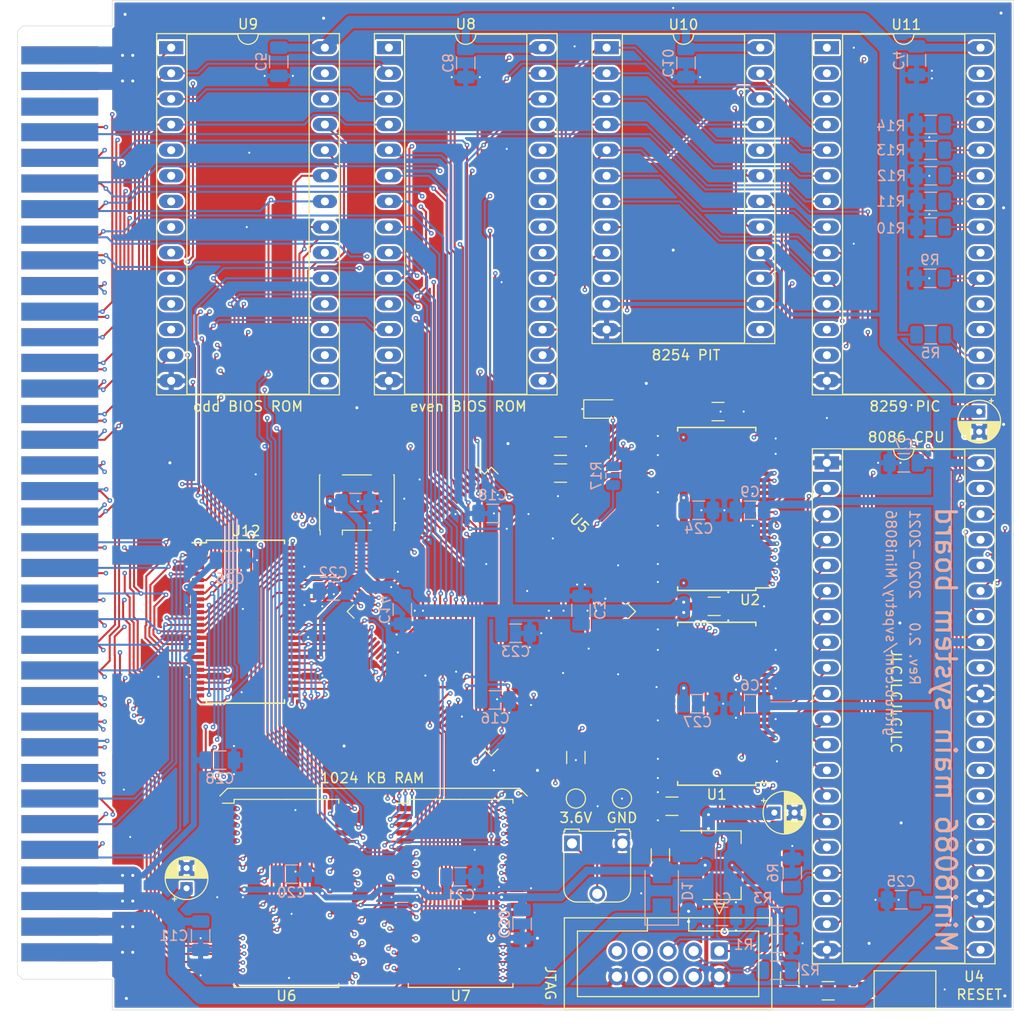
<source format=kicad_pcb>
(kicad_pcb (version 20171130) (host pcbnew "(5.1.6)-1")
  (layers (0 F.Cu signal) (1 In1.Cu signal hide) (2 In2.Cu power) (31 B.Cu signal) (34 B.Paste user hide) (35 F.Paste user hide) (36 B.SilkS user) (37 F.SilkS user) (38 B.Mask user hide) (39 F.Mask user hide) (44 Edge.Cuts user))
  (net 0 "")
  (net 1 GND)
  (net 2 VCC)
  (net 3 ~DEN)
  (net 4 AD7)
  (net 5 D0)
  (net 6 AD6)
  (net 7 D1)
  (net 8 AD5)
  (net 9 D2)
  (net 10 AD4)
  (net 11 D3)
  (net 12 AD3)
  (net 13 D4)
  (net 14 AD2)
  (net 15 D5)
  (net 16 AD1)
  (net 17 D6)
  (net 18 AD0)
  (net 19 D7)
  (net 20 DT_~R)
  (net 21 RDY1)
  (net 22 RDY2)
  (net 23 PCLK)
  (net 24 RESET)
  (net 25 AD15)
  (net 26 D8)
  (net 27 AD14)
  (net 28 D9)
  (net 29 AD13)
  (net 30 D10)
  (net 31 AD12)
  (net 32 D11)
  (net 33 AD11)
  (net 34 D12)
  (net 35 AD10)
  (net 36 D13)
  (net 37 AD9)
  (net 38 D14)
  (net 39 AD8)
  (net 40 D15)
  (net 41 AD16)
  (net 42 INT)
  (net 43 AD17)
  (net 44 NMI)
  (net 45 AD18)
  (net 46 AD19)
  (net 47 ~RD)
  (net 48 "Net-(U4-Pad30)")
  (net 49 ~WR)
  (net 50 M_~IO)
  (net 51 ~INTA)
  (net 52 A0)
  (net 53 A1)
  (net 54 A2)
  (net 55 A3)
  (net 56 A4)
  (net 57 A5)
  (net 58 A6)
  (net 59 A7)
  (net 60 A8)
  (net 61 A9)
  (net 62 A10)
  (net 63 A11)
  (net 64 A12)
  (net 65 A13)
  (net 66 A14)
  (net 67 A15)
  (net 68 A16)
  (net 69 A17)
  (net 70 A18)
  (net 71 A19)
  (net 72 ~BHE)
  (net 73 ~ROMRD)
  (net 74 "Net-(U11-Pad13)")
  (net 75 "Net-(U11-Pad12)")
  (net 76 IRQ7)
  (net 77 IRQ6)
  (net 78 IRQ5)
  (net 79 IRQ4)
  (net 80 IRQ3)
  (net 81 "Net-(U11-Pad15)")
  (net 82 ~MEMWR)
  (net 83 ~MEMRD)
  (net 84 ~VGA_IO)
  (net 85 ~VGA_MEM)
  (net 86 "Net-(X2-Pad70)")
  (net 87 "Net-(X2-Pad34)")
  (net 88 "Net-(X2-Pad25)")
  (net 89 ~IO_DBG)
  (net 90 ~IO_TIMER)
  (net 91 ~IO_PIC)
  (net 92 "/PIC TIMER/IRQ0")
  (net 93 TMR2)
  (net 94 "/PIC TIMER/IRQ2")
  (net 95 IRQ1)
  (net 96 DATA_DIR)
  (net 97 ~BHE~_S7_3)
  (net 98 DT_~R~_3)
  (net 99 ALE_3)
  (net 100 M_~IO~_3)
  (net 101 "Net-(U2-Pad30)")
  (net 102 "Net-(U2-Pad29)")
  (net 103 "Net-(U2-Pad27)")
  (net 104 "Net-(U2-Pad26)")
  (net 105 ALE)
  (net 106 ~BHE~_S7)
  (net 107 CLK)
  (net 108 READY)
  (net 109 "Net-(U5-Pad142)")
  (net 110 "Net-(U5-Pad140)")
  (net 111 "Net-(U5-Pad138)")
  (net 112 "Net-(U5-Pad137)")
  (net 113 VCC36)
  (net 114 "Net-(U5-Pad134)")
  (net 115 "Net-(U5-Pad133)")
  (net 116 "Net-(U5-Pad132)")
  (net 117 "Net-(U5-Pad127)")
  (net 118 ~INTA_3)
  (net 119 ~DEN_3)
  (net 120 ~RD_3)
  (net 121 ~WR_3)
  (net 122 "Net-(U5-Pad113)")
  (net 123 "Net-(U5-Pad88)")
  (net 124 "Net-(U5-Pad87)")
  (net 125 "Net-(U5-Pad86)")
  (net 126 "Net-(U5-Pad81)")
  (net 127 "Net-(U5-Pad80)")
  (net 128 "Net-(U5-Pad79)")
  (net 129 "Net-(U5-Pad78)")
  (net 130 "Net-(U5-Pad77)")
  (net 131 "Net-(U5-Pad76)")
  (net 132 "Net-(U5-Pad75)")
  (net 133 "Net-(U5-Pad45)")
  (net 134 "Net-(U5-Pad22)")
  (net 135 "Net-(U5-Pad20)")
  (net 136 /CPLD/CPLD_CLK)
  (net 137 "Net-(U5-Pad16)")
  (net 138 ~RAM1_CE)
  (net 139 ~RAM0_CE)
  (net 140 "Net-(U5-Pad13)")
  (net 141 "Net-(U5-Pad11)")
  (net 142 "Net-(U6-Pad28)")
  (net 143 "Net-(U7-Pad28)")
  (net 144 LAD0)
  (net 145 LAD1)
  (net 146 LAD2)
  (net 147 LAD3)
  (net 148 LAD4)
  (net 149 LAD5)
  (net 150 LAD6)
  (net 151 LAD7)
  (net 152 LAD8)
  (net 153 LAD9)
  (net 154 LAD10)
  (net 155 LAD11)
  (net 156 LAD12)
  (net 157 LAD13)
  (net 158 LAD14)
  (net 159 LAD15)
  (net 160 LAD16)
  (net 161 LAD17)
  (net 162 LAD18)
  (net 163 LAD19)
  (net 164 LD15)
  (net 165 LD14)
  (net 166 LD13)
  (net 167 LD12)
  (net 168 LD11)
  (net 169 LD10)
  (net 170 LD9)
  (net 171 LD8)
  (net 172 LD7)
  (net 173 LD6)
  (net 174 LD5)
  (net 175 LD4)
  (net 176 LD3)
  (net 177 LD2)
  (net 178 LD1)
  (net 179 LD0)
  (net 180 ~DATA_DIR)
  (net 181 "Net-(U5-Pad125)")
  (net 182 "Net-(J1-Pad8)")
  (net 183 "Net-(J1-Pad6)")
  (net 184 TDI)
  (net 185 "Net-(J1-Pad7)")
  (net 186 TMS)
  (net 187 TDO)
  (net 188 TCK)
  (net 189 "Net-(R4-Pad2)")
  (net 190 ~OE_DATA)
  (net 191 PIT_CLK)
  (net 192 "Net-(R15-Pad2)")
  (net 193 /CPLD/~CPLD_RESET)
  (net 194 "/PIC TIMER/~SP~_~EN")
  (net 195 "Net-(D2-Pad2)")
  (net 196 /CPLD/INFO_LED)
  (net 197 ~LMEMRD)
  (net 198 ~LMEMWR)
  (module Resistor_SMD:R_0805_2012Metric (layer B.Cu) (at 121.285 84.582 270)
    (fp_text reference R17 (at 0 1.65 90) (layer B.SilkS) (effects (justify mirror)))
    (fp_text value 120)
    (pad 2 smd roundrect (at 0.9375 0 270) (size 0.975 1.4) (layers B.Cu B.Paste B.Mask) (net 196 /CPLD/INFO_LED))
    (pad 1 smd roundrect (at -0.9375 0 270) (size 0.975 1.4) (layers B.Cu B.Paste B.Mask) (net 195 "Net-(D2-Pad2)"))
  )
  (module LED_SMD:LED_0805_2012Metric_Castellated (layer F.Cu) (at 120.269 77.978)
    (fp_text reference D2 hide)
    (fp_text value LED)
    (pad 2 smd roundrect (at 0.9625 0) (size 1.325 1.3) (layers F.Cu F.Paste F.Mask) (roundrect_rratio 0.192308) (net 195 "Net-(D2-Pad2)"))
    (pad 1 smd roundrect (at -0.9625 0) (size 1.325 1.3) (layers F.Cu F.Paste F.Mask) (roundrect_rratio 0.192308) (net 1 GND))
  )
  (module Capacitor_SMD:C_1206_3216Metric (layer B.Cu) (at 112.268 129.032 270)
    (fp_text reference C30 (at 0 1.82 270 unlocked) (layer B.SilkS) (effects (justify mirror)))
    (fp_text value 100n)
    (pad 2 smd roundrect (at 1.4 0 270) (size 1.25 1.75) (layers B.Cu B.Paste B.Mask) (roundrect_rratio 0.2) (net 1 GND))
    (pad 1 smd roundrect (at -1.4 0 270) (size 1.25 1.75) (layers B.Cu B.Paste B.Mask) (roundrect_rratio 0.2) (net 113 VCC36))
  )
  (module Diode_SMD:D_SMA (layer B.Cu) (at 126.111 125.73 90)
    (fp_text reference D1 (at 0 2.5 270 unlocked) (layer B.SilkS) (effects (justify mirror)))
    (fp_text value SS16)
    (pad 2 smd rect (at 2 0 90) (size 2.5 1.8) (layers B.Cu B.Paste B.Mask) (net 113 VCC36))
    (pad 1 smd rect (at -2 0 90) (size 2.5 1.8) (layers B.Cu B.Paste B.Mask) (net 2 VCC))
  )
  (module Capacitor_THT:CP_Radial_D4.0mm_P2.00mm (layer F.Cu) (at 157.607 78.232 270)
    (fp_text reference C29 hide)
    (fp_text value 10µ)
    (pad 2 thru_hole circle (at 2 0 270) (size 1.2 1.2) (drill 0.6) (layers *.Cu *.Mask) (net 1 GND))
    (pad 1 thru_hole rect (at 0 0 270) (size 1.2 1.2) (drill 0.6) (layers *.Cu *.Mask) (net 2 VCC))
  )
  (module Oscillator:Oscillator_SMD_Abracon_ASV-4Pin_7.0x5.1mm (layer F.Cu) (at 95.885 87.249)
    (fp_text reference X3 hide)
    (fp_text value "60 MHz")
    (pad 4 smd rect (at -2.54 -2) (size 1.8 2) (layers F.Cu F.Paste F.Mask) (net 113 VCC36))
    (pad 3 smd rect (at 2.54 -2) (size 1.8 2) (layers F.Cu F.Paste F.Mask) (net 136 /CPLD/CPLD_CLK))
    (pad 2 smd rect (at 2.54 2) (size 1.8 2) (layers F.Cu F.Paste F.Mask) (net 1 GND))
    (pad 1 smd rect (at -2.54 2) (size 1.8 2) (layers F.Cu F.Paste F.Mask) (net 113 VCC36))
  )
  (module Capacitor_SMD:C_1206_3216Metric (layer B.Cu) (at 95.758 87.249)
    (fp_text reference C17 hide)
    (fp_text value 100n)
    (pad 2 smd roundrect (at 1.4 0) (size 1.25 1.75) (layers B.Cu B.Paste B.Mask) (roundrect_rratio 0.2) (net 1 GND))
    (pad 1 smd roundrect (at -1.4 0) (size 1.25 1.75) (layers B.Cu B.Paste B.Mask) (roundrect_rratio 0.2) (net 113 VCC36))
  )
  (module Capacitor_SMD:C_1206_3216Metric (layer B.Cu) (at 80.391 130.175 270)
    (fp_text reference C11 (at 0 2.667 unlocked) (layer B.SilkS) (effects (justify mirror)))
    (fp_text value 100n)
    (pad 2 smd roundrect (at 1.4 0 270) (size 1.25 1.75) (layers B.Cu B.Paste B.Mask) (roundrect_rratio 0.2) (net 1 GND))
    (pad 1 smd roundrect (at -1.4 0 270) (size 1.25 1.75) (layers B.Cu B.Paste B.Mask) (roundrect_rratio 0.2) (net 2 VCC))
  )
  (module Capacitor_SMD:C_1206_3216Metric (layer F.Cu) (at 117.602 112.522 270)
    (fp_text reference C40 hide)
    (fp_text value 100n)
    (pad 2 smd roundrect (at 1.4 0 270) (size 1.25 1.75) (layers F.Cu F.Paste F.Mask) (roundrect_rratio 0.2) (net 1 GND))
    (pad 1 smd roundrect (at -1.4 0 270) (size 1.25 1.75) (layers F.Cu F.Paste F.Mask) (roundrect_rratio 0.2) (net 193 /CPLD/~CPLD_RESET))
  )
  (module TestPoint:TestPoint_Pad_D1.5mm (layer F.Cu) (at 122.174 116.586)
    (fp_text reference TP2 hide)
    (fp_text value GND)
    (pad 1 smd circle (at 0 0) (size 1.5 1.5) (layers F.Cu F.Mask) (net 1 GND))
  )
  (module TestPoint:TestPoint_Pad_D1.5mm (layer F.Cu) (at 117.602 116.586)
    (fp_text reference TP1 hide)
    (fp_text value 3V6)
    (pad 1 smd circle (at 0 0) (size 1.5 1.5) (layers F.Cu F.Mask) (net 113 VCC36))
  )
  (module Button_Switch_SMD:SW_SPST_CK_RS282G05A3 (layer F.Cu) (at 150.241 135.509 180)
    (fp_text reference SW1 hide)
    (fp_text value Reset)
    (pad 2 smd rect (at 3.9 0 180) (size 1.5 1.5) (layers F.Cu F.Paste F.Mask) (net 192 "Net-(R15-Pad2)"))
    (pad 1 smd rect (at -3.9 0 180) (size 1.5 1.5) (layers F.Cu F.Paste F.Mask) (net 1 GND))
  )
  (module Resistor_SMD:R_1206_3216Metric (layer F.Cu) (at 138.811 134.366 270)
    (fp_text reference R16 hide)
    (fp_text value 1K)
    (pad 2 smd roundrect (at 1.4 0 270) (size 1.25 1.75) (layers F.Cu F.Paste F.Mask) (roundrect_rratio 0.2) (net 193 /CPLD/~CPLD_RESET))
    (pad 1 smd roundrect (at -1.4 0 270) (size 1.25 1.75) (layers F.Cu F.Paste F.Mask) (roundrect_rratio 0.2) (net 113 VCC36))
  )
  (module Resistor_SMD:R_1206_3216Metric (layer F.Cu) (at 142.621 135.636)
    (fp_text reference R15 hide)
    (fp_text value 33)
    (pad 2 smd roundrect (at 1.4 0) (size 1.25 1.75) (layers F.Cu F.Paste F.Mask) (roundrect_rratio 0.2) (net 192 "Net-(R15-Pad2)"))
    (pad 1 smd roundrect (at -1.4 0) (size 1.25 1.75) (layers F.Cu F.Paste F.Mask) (roundrect_rratio 0.2) (net 193 /CPLD/~CPLD_RESET))
  )
  (module Package_TO_SOT_SMD:SOT-223-3_TabPin2 (layer F.Cu) (at 132.08 123.19)
    (fp_text reference U3 hide)
    (fp_text value LM317)
    (pad 1 smd rect (at -3.15 -2.3) (size 2 1.5) (layers F.Cu F.Paste F.Mask) (net 189 "Net-(R4-Pad2)"))
    (pad 3 smd rect (at -3.15 2.3) (size 2 1.5) (layers F.Cu F.Paste F.Mask) (net 2 VCC))
    (pad 2 smd rect (at -3.15 0) (size 2 1.5) (layers F.Cu F.Paste F.Mask) (net 113 VCC36))
    (pad 2 smd rect (at 3.15 0) (size 2 3.8) (layers F.Cu F.Paste F.Mask) (net 113 VCC36))
  )
  (module Package_SO:SSOP-48_7.5x15.9mm_P0.635mm (layer F.Cu) (at 84.836 99.06)
    (fp_text reference U12 (at 0 -9) (layer F.SilkS))
    (fp_text value SN74ALVC164245)
    (pad 48 smd rect (at 4.7 -7.3025) (size 1.2 0.4) (layers F.Cu F.Paste F.Mask) (net 190 ~OE_DATA))
    (pad 47 smd rect (at 4.7 -6.6675) (size 1.2 0.4) (layers F.Cu F.Paste F.Mask) (net 179 LD0))
    (pad 46 smd rect (at 4.7 -6.0325) (size 1.2 0.4) (layers F.Cu F.Paste F.Mask) (net 178 LD1))
    (pad 45 smd rect (at 4.7 -5.3975) (size 1.2 0.4) (layers F.Cu F.Paste F.Mask) (net 1 GND))
    (pad 44 smd rect (at 4.7 -4.7625) (size 1.2 0.4) (layers F.Cu F.Paste F.Mask) (net 177 LD2))
    (pad 43 smd rect (at 4.7 -4.1275) (size 1.2 0.4) (layers F.Cu F.Paste F.Mask) (net 176 LD3))
    (pad 42 smd rect (at 4.7 -3.4925) (size 1.2 0.4) (layers F.Cu F.Paste F.Mask) (net 113 VCC36))
    (pad 41 smd rect (at 4.7 -2.8575) (size 1.2 0.4) (layers F.Cu F.Paste F.Mask) (net 175 LD4))
    (pad 40 smd rect (at 4.7 -2.2225) (size 1.2 0.4) (layers F.Cu F.Paste F.Mask) (net 174 LD5))
    (pad 39 smd rect (at 4.7 -1.5875) (size 1.2 0.4) (layers F.Cu F.Paste F.Mask) (net 1 GND))
    (pad 38 smd rect (at 4.7 -0.9525) (size 1.2 0.4) (layers F.Cu F.Paste F.Mask) (net 173 LD6))
    (pad 37 smd rect (at 4.7 -0.3175) (size 1.2 0.4) (layers F.Cu F.Paste F.Mask) (net 172 LD7))
    (pad 36 smd rect (at 4.7 0.3175) (size 1.2 0.4) (layers F.Cu F.Paste F.Mask) (net 171 LD8))
    (pad 35 smd rect (at 4.7 0.9525) (size 1.2 0.4) (layers F.Cu F.Paste F.Mask) (net 170 LD9))
    (pad 34 smd rect (at 4.7 1.5875) (size 1.2 0.4) (layers F.Cu F.Paste F.Mask) (net 1 GND))
    (pad 33 smd rect (at 4.7 2.2225) (size 1.2 0.4) (layers F.Cu F.Paste F.Mask) (net 169 LD10))
    (pad 32 smd rect (at 4.7 2.8575) (size 1.2 0.4) (layers F.Cu F.Paste F.Mask) (net 168 LD11))
    (pad 31 smd rect (at 4.7 3.4925) (size 1.2 0.4) (layers F.Cu F.Paste F.Mask) (net 113 VCC36))
    (pad 30 smd rect (at 4.7 4.1275) (size 1.2 0.4) (layers F.Cu F.Paste F.Mask) (net 167 LD12))
    (pad 29 smd rect (at 4.7 4.7625) (size 1.2 0.4) (layers F.Cu F.Paste F.Mask) (net 166 LD13))
    (pad 28 smd rect (at 4.7 5.3975) (size 1.2 0.4) (layers F.Cu F.Paste F.Mask) (net 1 GND))
    (pad 27 smd rect (at 4.7 6.0325) (size 1.2 0.4) (layers F.Cu F.Paste F.Mask) (net 165 LD14))
    (pad 26 smd rect (at 4.7 6.6675) (size 1.2 0.4) (layers F.Cu F.Paste F.Mask) (net 164 LD15))
    (pad 25 smd rect (at 4.7 7.3025) (size 1.2 0.4) (layers F.Cu F.Paste F.Mask) (net 190 ~OE_DATA))
    (pad 24 smd rect (at -4.7 7.3025) (size 1.2 0.4) (layers F.Cu F.Paste F.Mask) (net 180 ~DATA_DIR))
    (pad 23 smd rect (at -4.7 6.6675) (size 1.2 0.4) (layers F.Cu F.Paste F.Mask) (net 40 D15))
    (pad 22 smd rect (at -4.7 6.0325) (size 1.2 0.4) (layers F.Cu F.Paste F.Mask) (net 38 D14))
    (pad 21 smd rect (at -4.7 5.3975) (size 1.2 0.4) (layers F.Cu F.Paste F.Mask) (net 1 GND))
    (pad 20 smd rect (at -4.7 4.7625) (size 1.2 0.4) (layers F.Cu F.Paste F.Mask) (net 36 D13))
    (pad 19 smd rect (at -4.7 4.1275) (size 1.2 0.4) (layers F.Cu F.Paste F.Mask) (net 34 D12))
    (pad 18 smd rect (at -4.7 3.4925) (size 1.2 0.4) (layers F.Cu F.Paste F.Mask) (net 2 VCC))
    (pad 17 smd rect (at -4.7 2.8575) (size 1.2 0.4) (layers F.Cu F.Paste F.Mask) (net 32 D11))
    (pad 16 smd rect (at -4.7 2.2225) (size 1.2 0.4) (layers F.Cu F.Paste F.Mask) (net 30 D10))
    (pad 15 smd rect (at -4.7 1.5875) (size 1.2 0.4) (layers F.Cu F.Paste F.Mask) (net 1 GND))
    (pad 14 smd rect (at -4.7 0.9525) (size 1.2 0.4) (layers F.Cu F.Paste F.Mask) (net 28 D9))
    (pad 13 smd rect (at -4.7 0.3175) (size 1.2 0.4) (layers F.Cu F.Paste F.Mask) (net 26 D8))
    (pad 12 smd rect (at -4.7 -0.3175) (size 1.2 0.4) (layers F.Cu F.Paste F.Mask) (net 19 D7))
    (pad 11 smd rect (at -4.7 -0.9525) (size 1.2 0.4) (layers F.Cu F.Paste F.Mask) (net 17 D6))
    (pad 10 smd rect (at -4.7 -1.5875) (size 1.2 0.4) (layers F.Cu F.Paste F.Mask) (net 1 GND))
    (pad 9 smd rect (at -4.7 -2.2225) (size 1.2 0.4) (layers F.Cu F.Paste F.Mask) (net 15 D5))
    (pad 8 smd rect (at -4.7 -2.8575) (size 1.2 0.4) (layers F.Cu F.Paste F.Mask) (net 13 D4))
    (pad 7 smd rect (at -4.7 -3.4925) (size 1.2 0.4) (layers F.Cu F.Paste F.Mask) (net 2 VCC))
    (pad 6 smd rect (at -4.7 -4.1275) (size 1.2 0.4) (layers F.Cu F.Paste F.Mask) (net 11 D3))
    (pad 5 smd rect (at -4.7 -4.7625) (size 1.2 0.4) (layers F.Cu F.Paste F.Mask) (net 9 D2))
    (pad 4 smd rect (at -4.7 -5.3975) (size 1.2 0.4) (layers F.Cu F.Paste F.Mask) (net 1 GND))
    (pad 3 smd rect (at -4.7 -6.0325) (size 1.2 0.4) (layers F.Cu F.Paste F.Mask) (net 7 D1))
    (pad 2 smd rect (at -4.7 -6.6675) (size 1.2 0.4) (layers F.Cu F.Paste F.Mask) (net 5 D0))
    (pad 1 smd rect (at -4.7 -7.3025) (size 1.2 0.4) (layers F.Cu F.Paste F.Mask) (net 180 ~DATA_DIR))
  )
  (module Capacitor_SMD:C_1206_3216Metric (layer B.Cu) (at 82.296 112.776)
    (fp_text reference C28 (at 0 1.82) (layer B.SilkS) (effects (justify mirror)))
    (fp_text value 100n)
    (pad 2 smd roundrect (at 1.4 0) (size 1.25 1.75) (layers B.Cu B.Paste B.Mask) (roundrect_rratio 0.2) (net 1 GND))
    (pad 1 smd roundrect (at -1.4 0) (size 1.25 1.75) (layers B.Cu B.Paste B.Mask) (roundrect_rratio 0.2) (net 2 VCC))
  )
  (module Capacitor_SMD:C_1206_3216Metric (layer B.Cu) (at 129.667 107.188)
    (fp_text reference C27 (at 0 1.82) (layer B.SilkS) (effects (justify mirror)))
    (fp_text value 100n)
    (pad 2 smd roundrect (at 1.4 0) (size 1.25 1.75) (layers B.Cu B.Paste B.Mask) (roundrect_rratio 0.2) (net 1 GND))
    (pad 1 smd roundrect (at -1.4 0) (size 1.25 1.75) (layers B.Cu B.Paste B.Mask) (roundrect_rratio 0.2) (net 113 VCC36))
  )
  (module Capacitor_SMD:C_1206_3216Metric (layer B.Cu) (at 83.312 92.964)
    (fp_text reference C26 (at 0 1.82) (layer B.SilkS) (effects (justify mirror)))
    (fp_text value 100n)
    (pad 2 smd roundrect (at 1.4 0) (size 1.25 1.75) (layers B.Cu B.Paste B.Mask) (roundrect_rratio 0.2) (net 1 GND))
    (pad 1 smd roundrect (at -1.4 0) (size 1.25 1.75) (layers B.Cu B.Paste B.Mask) (roundrect_rratio 0.2) (net 2 VCC))
  )
  (module Capacitor_SMD:C_1206_3216Metric (layer B.Cu) (at 149.857 126.619 180)
    (fp_text reference C25 (at 0 1.82) (layer B.SilkS) (effects (justify mirror)))
    (fp_text value 100n)
    (pad 2 smd roundrect (at 1.4 0 180) (size 1.25 1.75) (layers B.Cu B.Paste B.Mask) (roundrect_rratio 0.2) (net 1 GND))
    (pad 1 smd roundrect (at -1.4 0 180) (size 1.25 1.75) (layers B.Cu B.Paste B.Mask) (roundrect_rratio 0.2) (net 2 VCC))
  )
  (module Capacitor_SMD:C_1206_3216Metric (layer B.Cu) (at 128.524 43.688 270)
    (fp_text reference C10 (at 0 1.82 270 unlocked) (layer B.SilkS) (effects (justify mirror)))
    (fp_text value 100n)
    (pad 2 smd roundrect (at 1.4 0 270) (size 1.25 1.75) (layers B.Cu B.Paste B.Mask) (roundrect_rratio 0.2) (net 1 GND))
    (pad 1 smd roundrect (at -1.4 0 270) (size 1.25 1.75) (layers B.Cu B.Paste B.Mask) (roundrect_rratio 0.2) (net 2 VCC))
  )
  (module Capacitor_SMD:C_1206_3216Metric (layer B.Cu) (at 134.871 88.011 180)
    (fp_text reference C9 (at 0 1.82 180) (layer B.SilkS) (effects (justify mirror)))
    (fp_text value 100n)
    (pad 2 smd roundrect (at 1.4 0 180) (size 1.25 1.75) (layers B.Cu B.Paste B.Mask) (roundrect_rratio 0.2) (net 1 GND))
    (pad 1 smd roundrect (at -1.4 0 180) (size 1.25 1.75) (layers B.Cu B.Paste B.Mask) (roundrect_rratio 0.2) (net 2 VCC))
  )
  (module Capacitor_SMD:C_1206_3216Metric (layer B.Cu) (at 106.68 43.688 270)
    (fp_text reference C8 (at 0 1.82 270 unlocked) (layer B.SilkS) (effects (justify mirror)))
    (fp_text value 100n)
    (pad 2 smd roundrect (at 1.4 0 270) (size 1.25 1.75) (layers B.Cu B.Paste B.Mask) (roundrect_rratio 0.2) (net 1 GND))
    (pad 1 smd roundrect (at -1.4 0 270) (size 1.25 1.75) (layers B.Cu B.Paste B.Mask) (roundrect_rratio 0.2) (net 2 VCC))
  )
  (module Capacitor_SMD:C_1206_3216Metric (layer B.Cu) (at 150.117 83.312 180)
    (fp_text reference C7 (at 0 1.82) (layer B.SilkS) (effects (justify mirror)))
    (fp_text value 100n)
    (pad 2 smd roundrect (at 1.4 0 180) (size 1.25 1.75) (layers B.Cu B.Paste B.Mask) (roundrect_rratio 0.2) (net 1 GND))
    (pad 1 smd roundrect (at -1.4 0 180) (size 1.25 1.75) (layers B.Cu B.Paste B.Mask) (roundrect_rratio 0.2) (net 2 VCC))
  )
  (module Capacitor_SMD:C_1206_3216Metric (layer B.Cu) (at 134.877 107.188 180)
    (fp_text reference C6 (at 0 1.82) (layer B.SilkS) (effects (justify mirror)))
    (fp_text value 100n)
    (pad 2 smd roundrect (at 1.4 0 180) (size 1.25 1.75) (layers B.Cu B.Paste B.Mask) (roundrect_rratio 0.2) (net 1 GND))
    (pad 1 smd roundrect (at -1.4 0 180) (size 1.25 1.75) (layers B.Cu B.Paste B.Mask) (roundrect_rratio 0.2) (net 2 VCC))
  )
  (module Capacitor_SMD:C_1206_3216Metric (layer B.Cu) (at 88.138 43.558 270)
    (fp_text reference C5 (at 0 1.82 270 unlocked) (layer B.SilkS) (effects (justify mirror)))
    (fp_text value 100n)
    (pad 2 smd roundrect (at 1.4 0 270) (size 1.25 1.75) (layers B.Cu B.Paste B.Mask) (roundrect_rratio 0.2) (net 1 GND))
    (pad 1 smd roundrect (at -1.4 0 270) (size 1.25 1.75) (layers B.Cu B.Paste B.Mask) (roundrect_rratio 0.2) (net 2 VCC))
  )
  (module Capacitor_SMD:C_1206_3216Metric (layer B.Cu) (at 151.384 43.434 270)
    (fp_text reference C4 (at 0 1.82 270 unlocked) (layer B.SilkS) (effects (justify mirror)))
    (fp_text value 100n)
    (pad 2 smd roundrect (at 1.4 0 270) (size 1.25 1.75) (layers B.Cu B.Paste B.Mask) (roundrect_rratio 0.2) (net 1 GND))
    (pad 1 smd roundrect (at -1.4 0 270) (size 1.25 1.75) (layers B.Cu B.Paste B.Mask) (roundrect_rratio 0.2) (net 2 VCC))
  )
  (module Potentiometer_THT:Potentiometer_Runtron_RM-065_Vertical (layer F.Cu) (at 117.221 121.031)
    (fp_text reference RV1 hide)
    (fp_text value 500)
    (pad 2 thru_hole circle (at 2.5 5) (size 1.55 1.55) (drill 1) (layers *.Cu *.Mask) (net 189 "Net-(R4-Pad2)"))
    (pad 1 thru_hole rect (at 0 0) (size 1.55 1.55) (drill 1) (layers *.Cu *.Mask) (net 189 "Net-(R4-Pad2)"))
    (pad 3 thru_hole circle (at 5 0) (size 1.55 1.55) (drill 1) (layers *.Cu *.Mask) (net 1 GND))
  )
  (module Resistor_SMD:R_1206_3216Metric (layer B.Cu) (at 152.784 49.784 180)
    (fp_text reference R14 (at 3.94 -0.127) (layer B.SilkS) (effects (justify mirror)))
    (fp_text value 3K3)
    (pad 2 smd roundrect (at 1.4 0 180) (size 1.25 1.75) (layers B.Cu B.Paste B.Mask) (roundrect_rratio 0.2) (net 1 GND))
    (pad 1 smd roundrect (at -1.4 0 180) (size 1.25 1.75) (layers B.Cu B.Paste B.Mask) (roundrect_rratio 0.2) (net 76 IRQ7))
  )
  (module Resistor_SMD:R_1206_3216Metric (layer B.Cu) (at 152.784 52.324 180)
    (fp_text reference R13 (at 3.94 0) (layer B.SilkS) (effects (justify mirror)))
    (fp_text value 3K3)
    (pad 2 smd roundrect (at 1.4 0 180) (size 1.25 1.75) (layers B.Cu B.Paste B.Mask) (roundrect_rratio 0.2) (net 1 GND))
    (pad 1 smd roundrect (at -1.4 0 180) (size 1.25 1.75) (layers B.Cu B.Paste B.Mask) (roundrect_rratio 0.2) (net 77 IRQ6))
  )
  (module Resistor_SMD:R_1206_3216Metric (layer B.Cu) (at 152.784 54.864 180)
    (fp_text reference R12 (at 3.8705 0) (layer B.SilkS) (effects (justify mirror)))
    (fp_text value 3K3)
    (pad 2 smd roundrect (at 1.4 0 180) (size 1.25 1.75) (layers B.Cu B.Paste B.Mask) (roundrect_rratio 0.2) (net 1 GND))
    (pad 1 smd roundrect (at -1.4 0 180) (size 1.25 1.75) (layers B.Cu B.Paste B.Mask) (roundrect_rratio 0.2) (net 78 IRQ5))
  )
  (module Resistor_SMD:R_1206_3216Metric (layer B.Cu) (at 152.784 57.404 180)
    (fp_text reference R11 (at 3.94 0) (layer B.SilkS) (effects (justify mirror)))
    (fp_text value 3K3)
    (pad 2 smd roundrect (at 1.4 0 180) (size 1.25 1.75) (layers B.Cu B.Paste B.Mask) (roundrect_rratio 0.2) (net 1 GND))
    (pad 1 smd roundrect (at -1.4 0 180) (size 1.25 1.75) (layers B.Cu B.Paste B.Mask) (roundrect_rratio 0.2) (net 79 IRQ4))
  )
  (module Resistor_SMD:R_1206_3216Metric (layer B.Cu) (at 152.778 59.944 180)
    (fp_text reference R10 (at 3.934 -0.127) (layer B.SilkS) (effects (justify mirror)))
    (fp_text value 3K3)
    (pad 2 smd roundrect (at 1.4 0 180) (size 1.25 1.75) (layers B.Cu B.Paste B.Mask) (roundrect_rratio 0.2) (net 1 GND))
    (pad 1 smd roundrect (at -1.4 0 180) (size 1.25 1.75) (layers B.Cu B.Paste B.Mask) (roundrect_rratio 0.2) (net 80 IRQ3))
  )
  (module Resistor_SMD:R_1206_3216Metric (layer B.Cu) (at 152.7205 65.024 180)
    (fp_text reference R9 (at 0 1.82) (layer B.SilkS) (effects (justify mirror)))
    (fp_text value 3K3)
    (pad 2 smd roundrect (at 1.4 0 180) (size 1.25 1.75) (layers B.Cu B.Paste B.Mask) (roundrect_rratio 0.2) (net 1 GND))
    (pad 1 smd roundrect (at -1.4 0 180) (size 1.25 1.75) (layers B.Cu B.Paste B.Mask) (roundrect_rratio 0.2) (net 95 IRQ1))
  )
  (module Resistor_SMD:R_1206_3216Metric (layer F.Cu) (at 116.081 84.328 180)
    (fp_text reference R8 hide)
    (fp_text value 4K7)
    (pad 2 smd roundrect (at 1.4 0 180) (size 1.25 1.75) (layers F.Cu F.Paste F.Mask) (roundrect_rratio 0.2) (net 21 RDY1))
    (pad 1 smd roundrect (at -1.4 0 180) (size 1.25 1.75) (layers F.Cu F.Paste F.Mask) (roundrect_rratio 0.2) (net 113 VCC36))
  )
  (module Resistor_SMD:R_1206_3216Metric (layer F.Cu) (at 116.078 81.661 180)
    (fp_text reference R7 hide)
    (fp_text value 4K7)
    (pad 2 smd roundrect (at 1.4 0 180) (size 1.25 1.75) (layers F.Cu F.Paste F.Mask) (roundrect_rratio 0.2) (net 22 RDY2))
    (pad 1 smd roundrect (at -1.4 0 180) (size 1.25 1.75) (layers F.Cu F.Paste F.Mask) (roundrect_rratio 0.2) (net 1 GND))
  )
  (module Resistor_SMD:R_1206_3216Metric (layer B.Cu) (at 139.065 123.949 90)
    (fp_text reference R6 (at -0.003 -1.905 -90) (layer B.SilkS) (effects (justify mirror)))
    (fp_text value 4K7)
    (pad 2 smd roundrect (at 1.4 0 90) (size 1.25 1.75) (layers B.Cu B.Paste B.Mask) (roundrect_rratio 0.2) (net 1 GND))
    (pad 1 smd roundrect (at -1.4 0 90) (size 1.25 1.75) (layers B.Cu B.Paste B.Mask) (roundrect_rratio 0.2) (net 44 NMI))
  )
  (module Resistor_SMD:R_1206_3216Metric (layer B.Cu) (at 152.784 70.612)
    (fp_text reference R5 (at 0 1.82) (layer B.SilkS) (effects (justify mirror)))
    (fp_text value 4K7)
    (pad 2 smd roundrect (at 1.4 0) (size 1.25 1.75) (layers B.Cu B.Paste B.Mask) (roundrect_rratio 0.2) (net 194 "/PIC TIMER/~SP~_~EN"))
    (pad 1 smd roundrect (at -1.4 0) (size 1.25 1.75) (layers B.Cu B.Paste B.Mask) (roundrect_rratio 0.2) (net 2 VCC))
  )
  (module Resistor_SMD:R_1206_3216Metric (layer F.Cu) (at 125.984 122.174 90)
    (fp_text reference R4 hide)
    (fp_text value 180/200)
    (pad 2 smd roundrect (at 1.4 0 90) (size 1.25 1.75) (layers F.Cu F.Paste F.Mask) (roundrect_rratio 0.2) (net 189 "Net-(R4-Pad2)"))
    (pad 1 smd roundrect (at -1.4 0 90) (size 1.25 1.75) (layers F.Cu F.Paste F.Mask) (roundrect_rratio 0.2) (net 113 VCC36))
  )
  (module Resistor_SMD:R_1206_3216Metric (layer B.Cu) (at 137.538 128.27 180)
    (fp_text reference R3 (at 1.394 1.82) (layer B.SilkS) (effects (justify mirror)))
    (fp_text value 10K)
    (pad 2 smd roundrect (at 1.4 0 180) (size 1.25 1.75) (layers B.Cu B.Paste B.Mask) (roundrect_rratio 0.2) (net 186 TMS))
    (pad 1 smd roundrect (at -1.4 0 180) (size 1.25 1.75) (layers B.Cu B.Paste B.Mask) (roundrect_rratio 0.2) (net 113 VCC36))
  )
  (module Resistor_SMD:R_1206_3216Metric (layer B.Cu) (at 137.538 133.604 180)
    (fp_text reference R2 (at -3.305 0) (layer B.SilkS) (effects (justify mirror)))
    (fp_text value 10K)
    (pad 2 smd roundrect (at 1.4 0 180) (size 1.25 1.75) (layers B.Cu B.Paste B.Mask) (roundrect_rratio 0.2) (net 187 TDO))
    (pad 1 smd roundrect (at -1.4 0 180) (size 1.25 1.75) (layers B.Cu B.Paste B.Mask) (roundrect_rratio 0.2) (net 113 VCC36))
  )
  (module Resistor_SMD:R_1206_3216Metric (layer B.Cu) (at 137.541 130.937)
    (fp_text reference R1 (at -3.302 0.127) (layer B.SilkS) (effects (justify mirror)))
    (fp_text value 2K2)
    (pad 2 smd roundrect (at 1.4 0) (size 1.25 1.75) (layers B.Cu B.Paste B.Mask) (roundrect_rratio 0.2) (net 1 GND))
    (pad 1 smd roundrect (at -1.4 0) (size 1.25 1.75) (layers B.Cu B.Paste B.Mask) (roundrect_rratio 0.2) (net 188 TCK))
  )
  (module Connector_IDC:IDC-Header_2x05_P2.54mm_Vertical (layer F.Cu) (at 131.826 131.699 270)
    (fp_text reference J1 hide)
    (fp_text value JTAG)
    (pad 10 thru_hole circle (at 2.54 10.16 270) (size 1.7 1.7) (drill 1) (layers *.Cu *.Mask) (net 1 GND))
    (pad 8 thru_hole circle (at 2.54 7.62 270) (size 1.7 1.7) (drill 1) (layers *.Cu *.Mask) (net 182 "Net-(J1-Pad8)"))
    (pad 6 thru_hole circle (at 2.54 5.08 270) (size 1.7 1.7) (drill 1) (layers *.Cu *.Mask) (net 183 "Net-(J1-Pad6)"))
    (pad 4 thru_hole circle (at 2.54 2.54 270) (size 1.7 1.7) (drill 1) (layers *.Cu *.Mask) (net 113 VCC36))
    (pad 2 thru_hole circle (at 2.54 0 270) (size 1.7 1.7) (drill 1) (layers *.Cu *.Mask) (net 1 GND))
    (pad 9 thru_hole circle (at 0 10.16 270) (size 1.7 1.7) (drill 1) (layers *.Cu *.Mask) (net 184 TDI))
    (pad 7 thru_hole circle (at 0 7.62 270) (size 1.7 1.7) (drill 1) (layers *.Cu *.Mask) (net 185 "Net-(J1-Pad7)"))
    (pad 5 thru_hole circle (at 0 5.08 270) (size 1.7 1.7) (drill 1) (layers *.Cu *.Mask) (net 186 TMS))
    (pad 3 thru_hole circle (at 0 2.54 270) (size 1.7 1.7) (drill 1) (layers *.Cu *.Mask) (net 187 TDO))
    (pad 1 thru_hole roundrect (at 0 0 270) (size 1.7 1.7) (drill 1) (layers *.Cu *.Mask) (roundrect_rratio 0.147059) (net 188 TCK))
  )
  (module Capacitor_SMD:C_1206_3216Metric (layer B.Cu) (at 129.794 88.011)
    (fp_text reference C24 (at 0 1.82) (layer B.SilkS) (effects (justify mirror)))
    (fp_text value 100n)
    (pad 2 smd roundrect (at 1.4 0) (size 1.25 1.75) (layers B.Cu B.Paste B.Mask) (roundrect_rratio 0.2) (net 1 GND))
    (pad 1 smd roundrect (at -1.4 0) (size 1.25 1.75) (layers B.Cu B.Paste B.Mask) (roundrect_rratio 0.2) (net 113 VCC36))
  )
  (module Capacitor_SMD:C_1206_3216Metric (layer B.Cu) (at 111.633 100.203)
    (fp_text reference C23 (at 0 1.82) (layer B.SilkS) (effects (justify mirror)))
    (fp_text value 100n)
    (pad 2 smd roundrect (at 1.4 0) (size 1.25 1.75) (layers B.Cu B.Paste B.Mask) (roundrect_rratio 0.2) (net 1 GND))
    (pad 1 smd roundrect (at -1.4 0) (size 1.25 1.75) (layers B.Cu B.Paste B.Mask) (roundrect_rratio 0.2) (net 113 VCC36))
  )
  (module Capacitor_SMD:C_1206_3216Metric (layer B.Cu) (at 93.5355 96.012 180)
    (fp_text reference C22 (at 0 1.82) (layer B.SilkS) (effects (justify mirror)))
    (fp_text value 100n)
    (pad 2 smd roundrect (at 1.4 0 180) (size 1.25 1.75) (layers B.Cu B.Paste B.Mask) (roundrect_rratio 0.2) (net 1 GND))
    (pad 1 smd roundrect (at -1.4 0 180) (size 1.25 1.75) (layers B.Cu B.Paste B.Mask) (roundrect_rratio 0.2) (net 113 VCC36))
  )
  (module Capacitor_SMD:C_1206_3216Metric (layer B.Cu) (at 106.172 124.333)
    (fp_text reference C21 (at 0 1.82) (layer B.SilkS) (effects (justify mirror)))
    (fp_text value 100n)
    (pad 2 smd roundrect (at 1.4 0) (size 1.25 1.75) (layers B.Cu B.Paste B.Mask) (roundrect_rratio 0.2) (net 1 GND))
    (pad 1 smd roundrect (at -1.4 0) (size 1.25 1.75) (layers B.Cu B.Paste B.Mask) (roundrect_rratio 0.2) (net 113 VCC36))
  )
  (module Capacitor_SMD:C_1206_3216Metric (layer B.Cu) (at 89.408 124.079)
    (fp_text reference C20 (at 0 1.82) (layer B.SilkS) (effects (justify mirror)))
    (fp_text value 100n)
    (pad 2 smd roundrect (at 1.4 0) (size 1.25 1.75) (layers B.Cu B.Paste B.Mask) (roundrect_rratio 0.2) (net 1 GND))
    (pad 1 smd roundrect (at -1.4 0) (size 1.25 1.75) (layers B.Cu B.Paste B.Mask) (roundrect_rratio 0.2) (net 113 VCC36))
  )
  (module Capacitor_SMD:C_1206_3216Metric (layer F.Cu) (at 131.318 97.536)
    (fp_text reference C19 hide)
    (fp_text value 100n)
    (pad 2 smd roundrect (at 1.4 0) (size 1.25 1.75) (layers F.Cu F.Paste F.Mask) (roundrect_rratio 0.2) (net 1 GND))
    (pad 1 smd roundrect (at -1.4 0) (size 1.25 1.75) (layers F.Cu F.Paste F.Mask) (roundrect_rratio 0.2) (net 113 VCC36))
  )
  (module Capacitor_SMD:C_1206_3216Metric (layer B.Cu) (at 109.347 88.3285 180)
    (fp_text reference C18 (at 0 1.82) (layer B.SilkS) (effects (justify mirror)))
    (fp_text value 100n)
    (pad 2 smd roundrect (at 1.4 0 180) (size 1.25 1.75) (layers B.Cu B.Paste B.Mask) (roundrect_rratio 0.2) (net 1 GND))
    (pad 1 smd roundrect (at -1.4 0 180) (size 1.25 1.75) (layers B.Cu B.Paste B.Mask) (roundrect_rratio 0.2) (net 113 VCC36))
  )
  (module Capacitor_SMD:C_1206_3216Metric (layer B.Cu) (at 109.601 106.807)
    (fp_text reference C16 (at 0 1.82) (layer B.SilkS) (effects (justify mirror)))
    (fp_text value 100n)
    (pad 2 smd roundrect (at 1.4 0) (size 1.25 1.75) (layers B.Cu B.Paste B.Mask) (roundrect_rratio 0.2) (net 1 GND))
    (pad 1 smd roundrect (at -1.4 0) (size 1.25 1.75) (layers B.Cu B.Paste B.Mask) (roundrect_rratio 0.2) (net 113 VCC36))
  )
  (module Capacitor_SMD:C_1206_3216Metric (layer F.Cu) (at 131.699 78.232)
    (fp_text reference C15 hide)
    (fp_text value 100n)
    (pad 2 smd roundrect (at 1.4 0) (size 1.25 1.75) (layers F.Cu F.Paste F.Mask) (roundrect_rratio 0.2) (net 1 GND))
    (pad 1 smd roundrect (at -1.4 0) (size 1.25 1.75) (layers F.Cu F.Paste F.Mask) (roundrect_rratio 0.2) (net 113 VCC36))
  )
  (module Capacitor_SMD:C_1206_3216Metric (layer B.Cu) (at 100.3935 97.8565 270)
    (fp_text reference C14 (at 0 1.82 270 unlocked) (layer B.SilkS) (effects (justify mirror)))
    (fp_text value 100n)
    (pad 2 smd roundrect (at 1.4 0 270) (size 1.25 1.75) (layers B.Cu B.Paste B.Mask) (roundrect_rratio 0.2) (net 1 GND))
    (pad 1 smd roundrect (at -1.4 0 270) (size 1.25 1.75) (layers B.Cu B.Paste B.Mask) (roundrect_rratio 0.2) (net 113 VCC36))
  )
  (module Capacitor_SMD:C_1206_3216Metric (layer F.Cu) (at 127.127 117.348 180)
    (fp_text reference C13 hide)
    (fp_text value 100n)
    (pad 2 smd roundrect (at 1.4 0 180) (size 1.25 1.75) (layers F.Cu F.Paste F.Mask) (roundrect_rratio 0.2) (net 1 GND))
    (pad 1 smd roundrect (at -1.4 0 180) (size 1.25 1.75) (layers F.Cu F.Paste F.Mask) (roundrect_rratio 0.2) (net 113 VCC36))
  )
  (module Capacitor_SMD:C_1206_3216Metric (layer B.Cu) (at 118.11 97.917 90)
    (fp_text reference C3 (at 0 1.82 270 unlocked) (layer B.SilkS) (effects (justify mirror)))
    (fp_text value 100n)
    (pad 2 smd roundrect (at 1.4 0 90) (size 1.25 1.75) (layers B.Cu B.Paste B.Mask) (roundrect_rratio 0.2) (net 1 GND))
    (pad 1 smd roundrect (at -1.4 0 90) (size 1.25 1.75) (layers B.Cu B.Paste B.Mask) (roundrect_rratio 0.2) (net 113 VCC36))
  )
  (module Capacitor_THT:CP_Radial_D4.0mm_P2.00mm (layer F.Cu) (at 137.287 117.983)
    (fp_text reference C2 hide)
    (fp_text value 47u)
    (pad 2 thru_hole circle (at 2 0) (size 1.2 1.2) (drill 0.6) (layers *.Cu *.Mask) (net 1 GND))
    (pad 1 thru_hole rect (at 0 0) (size 1.2 1.2) (drill 0.6) (layers *.Cu *.Mask) (net 113 VCC36))
  )
  (module Capacitor_SMD:C_1206_3216Metric (layer B.Cu) (at 132.08 128.27)
    (fp_text reference C1 (at 0 -1.778) (layer B.SilkS) (effects (justify mirror)))
    (fp_text value 100n)
    (pad 2 smd roundrect (at 1.4 0) (size 1.25 1.75) (layers B.Cu B.Paste B.Mask) (roundrect_rratio 0.2) (net 1 GND))
    (pad 1 smd roundrect (at -1.4 0) (size 1.25 1.75) (layers B.Cu B.Paste B.Mask) (roundrect_rratio 0.2) (net 2 VCC))
  )
  (module Package_SO:TSOP-II-44_10.16x18.41mm_P0.8mm (layer F.Cu) (at 106.172 125.984)
    (fp_text reference U7 (at 0 10.16) (layer F.SilkS))
    (fp_text value IS61WV25616)
    (pad 44 smd roundrect (at 5.5875 -8.4) (size 1.525 0.55) (layers F.Cu F.Paste F.Mask) (net 70 A18))
    (pad 43 smd roundrect (at 5.5875 -7.6) (size 1.525 0.55) (layers F.Cu F.Paste F.Mask) (net 69 A17))
    (pad 42 smd roundrect (at 5.5875 -6.8) (size 1.525 0.55) (layers F.Cu F.Paste F.Mask) (net 68 A16))
    (pad 41 smd roundrect (at 5.5875 -6) (size 1.525 0.55) (layers F.Cu F.Paste F.Mask) (net 197 ~LMEMRD))
    (pad 40 smd roundrect (at 5.5875 -5.2) (size 1.525 0.55) (layers F.Cu F.Paste F.Mask) (net 72 ~BHE))
    (pad 39 smd roundrect (at 5.5875 -4.4) (size 1.525 0.55) (layers F.Cu F.Paste F.Mask) (net 52 A0))
    (pad 38 smd roundrect (at 5.5875 -3.6) (size 1.525 0.55) (layers F.Cu F.Paste F.Mask) (net 164 LD15))
    (pad 37 smd roundrect (at 5.5875 -2.8) (size 1.525 0.55) (layers F.Cu F.Paste F.Mask) (net 165 LD14))
    (pad 36 smd roundrect (at 5.5875 -2) (size 1.525 0.55) (layers F.Cu F.Paste F.Mask) (net 166 LD13))
    (pad 35 smd roundrect (at 5.5875 -1.2) (size 1.525 0.55) (layers F.Cu F.Paste F.Mask) (net 167 LD12))
    (pad 34 smd roundrect (at 5.5875 -0.4) (size 1.525 0.55) (layers F.Cu F.Paste F.Mask) (net 1 GND))
    (pad 33 smd roundrect (at 5.5875 0.4) (size 1.525 0.55) (layers F.Cu F.Paste F.Mask) (net 113 VCC36))
    (pad 32 smd roundrect (at 5.5875 1.2) (size 1.525 0.55) (layers F.Cu F.Paste F.Mask) (net 168 LD11))
    (pad 31 smd roundrect (at 5.5875 2) (size 1.525 0.55) (layers F.Cu F.Paste F.Mask) (net 169 LD10))
    (pad 30 smd roundrect (at 5.5875 2.8) (size 1.525 0.55) (layers F.Cu F.Paste F.Mask) (net 170 LD9))
    (pad 29 smd roundrect (at 5.5875 3.6) (size 1.525 0.55) (layers F.Cu F.Paste F.Mask) (net 171 LD8))
    (pad 28 smd roundrect (at 5.5875 4.4) (size 1.525 0.55) (layers F.Cu F.Paste F.Mask) (net 143 "Net-(U7-Pad28)"))
    (pad 27 smd roundrect (at 5.5875 5.2) (size 1.525 0.55) (layers F.Cu F.Paste F.Mask) (net 67 A15))
    (pad 26 smd roundrect (at 5.5875 6) (size 1.525 0.55) (layers F.Cu F.Paste F.Mask) (net 66 A14))
    (pad 25 smd roundrect (at 5.5875 6.8) (size 1.525 0.55) (layers F.Cu F.Paste F.Mask) (net 65 A13))
    (pad 24 smd roundrect (at 5.5875 7.6) (size 1.525 0.55) (layers F.Cu F.Paste F.Mask) (net 64 A12))
    (pad 23 smd roundrect (at 5.5875 8.4) (size 1.525 0.55) (layers F.Cu F.Paste F.Mask) (net 63 A11))
    (pad 22 smd roundrect (at -5.5875 8.4) (size 1.525 0.55) (layers F.Cu F.Paste F.Mask) (net 62 A10))
    (pad 21 smd roundrect (at -5.5875 7.6) (size 1.525 0.55) (layers F.Cu F.Paste F.Mask) (net 61 A9))
    (pad 20 smd roundrect (at -5.5875 6.8) (size 1.525 0.55) (layers F.Cu F.Paste F.Mask) (net 60 A8))
    (pad 19 smd roundrect (at -5.5875 6) (size 1.525 0.55) (layers F.Cu F.Paste F.Mask) (net 59 A7))
    (pad 18 smd roundrect (at -5.5875 5.2) (size 1.525 0.55) (layers F.Cu F.Paste F.Mask) (net 58 A6))
    (pad 17 smd roundrect (at -5.5875 4.4) (size 1.525 0.55) (layers F.Cu F.Paste F.Mask) (net 198 ~LMEMWR))
    (pad 16 smd roundrect (at -5.5875 3.6) (size 1.525 0.55) (layers F.Cu F.Paste F.Mask) (net 172 LD7))
    (pad 15 smd roundrect (at -5.5875 2.8) (size 1.525 0.55) (layers F.Cu F.Paste F.Mask) (net 173 LD6))
    (pad 14 smd roundrect (at -5.5875 2) (size 1.525 0.55) (layers F.Cu F.Paste F.Mask) (net 174 LD5))
    (pad 13 smd roundrect (at -5.5875 1.2) (size 1.525 0.55) (layers F.Cu F.Paste F.Mask) (net 175 LD4))
    (pad 12 smd roundrect (at -5.5875 0.4) (size 1.525 0.55) (layers F.Cu F.Paste F.Mask) (net 1 GND))
    (pad 11 smd roundrect (at -5.5875 -0.4) (size 1.525 0.55) (layers F.Cu F.Paste F.Mask) (net 113 VCC36))
    (pad 10 smd roundrect (at -5.5875 -1.2) (size 1.525 0.55) (layers F.Cu F.Paste F.Mask) (net 176 LD3))
    (pad 9 smd roundrect (at -5.5875 -2) (size 1.525 0.55) (layers F.Cu F.Paste F.Mask) (net 177 LD2))
    (pad 8 smd roundrect (at -5.5875 -2.8) (size 1.525 0.55) (layers F.Cu F.Paste F.Mask) (net 178 LD1))
    (pad 7 smd roundrect (at -5.5875 -3.6) (size 1.525 0.55) (layers F.Cu F.Paste F.Mask) (net 179 LD0))
    (pad 6 smd roundrect (at -5.5875 -4.4) (size 1.525 0.55) (layers F.Cu F.Paste F.Mask) (net 138 ~RAM1_CE))
    (pad 5 smd roundrect (at -5.5875 -5.2) (size 1.525 0.55) (layers F.Cu F.Paste F.Mask) (net 57 A5))
    (pad 4 smd roundrect (at -5.5875 -6) (size 1.525 0.55) (layers F.Cu F.Paste F.Mask) (net 56 A4))
    (pad 3 smd roundrect (at -5.5875 -6.8) (size 1.525 0.55) (layers F.Cu F.Paste F.Mask) (net 55 A3))
    (pad 2 smd roundrect (at -5.5875 -7.6) (size 1.525 0.55) (layers F.Cu F.Paste F.Mask) (net 54 A2))
    (pad 1 smd roundrect (at -5.5875 -8.4) (size 1.525 0.55) (layers F.Cu F.Paste F.Mask) (net 53 A1))
  )
  (module Package_SO:TSOP-II-44_10.16x18.41mm_P0.8mm (layer F.Cu) (at 88.9 125.984)
    (fp_text reference U6 (at 0 10.16) (layer F.SilkS))
    (fp_text value IS61WV25616)
    (pad 44 smd roundrect (at 5.5875 -8.4) (size 1.525 0.55) (layers F.Cu F.Paste F.Mask) (net 70 A18))
    (pad 43 smd roundrect (at 5.5875 -7.6) (size 1.525 0.55) (layers F.Cu F.Paste F.Mask) (net 69 A17))
    (pad 42 smd roundrect (at 5.5875 -6.8) (size 1.525 0.55) (layers F.Cu F.Paste F.Mask) (net 68 A16))
    (pad 41 smd roundrect (at 5.5875 -6) (size 1.525 0.55) (layers F.Cu F.Paste F.Mask) (net 197 ~LMEMRD))
    (pad 40 smd roundrect (at 5.5875 -5.2) (size 1.525 0.55) (layers F.Cu F.Paste F.Mask) (net 72 ~BHE))
    (pad 39 smd roundrect (at 5.5875 -4.4) (size 1.525 0.55) (layers F.Cu F.Paste F.Mask) (net 52 A0))
    (pad 38 smd roundrect (at 5.5875 -3.6) (size 1.525 0.55) (layers F.Cu F.Paste F.Mask) (net 164 LD15))
    (pad 37 smd roundrect (at 5.5875 -2.8) (size 1.525 0.55) (layers F.Cu F.Paste F.Mask) (net 165 LD14))
    (pad 36 smd roundrect (at 5.5875 -2) (size 1.525 0.55) (layers F.Cu F.Paste F.Mask) (net 166 LD13))
    (pad 35 smd roundrect (at 5.5875 -1.2) (size 1.525 0.55) (layers F.Cu F.Paste F.Mask) (net 167 LD12))
    (pad 34 smd roundrect (at 5.5875 -0.4) (size 1.525 0.55) (layers F.Cu F.Paste F.Mask) (net 1 GND))
    (pad 33 smd roundrect (at 5.5875 0.4) (size 1.525 0.55) (layers F.Cu F.Paste F.Mask) (net 113 VCC36))
    (pad 32 smd roundrect (at 5.5875 1.2) (size 1.525 0.55) (layers F.Cu F.Paste F.Mask) (net 168 LD11))
    (pad 31 smd roundrect (at 5.5875 2) (size 1.525 0.55) (layers F.Cu F.Paste F.Mask) (net 169 LD10))
    (pad 30 smd roundrect (at 5.5875 2.8) (size 1.525 0.55) (layers F.Cu F.Paste F.Mask) (net 170 LD9))
    (pad 29 smd roundrect (at 5.5875 3.6) (size 1.525 0.55) (layers F.Cu F.Paste F.Mask) (net 171 LD8))
    (pad 28 smd roundrect (at 5.5875 4.4) (size 1.525 0.55) (layers F.Cu F.Paste F.Mask) (net 142 "Net-(U6-Pad28)"))
    (pad 27 smd roundrect (at 5.5875 5.2) (size 1.525 0.55) (layers F.Cu F.Paste F.Mask) (net 67 A15))
    (pad 26 smd roundrect (at 5.5875 6) (size 1.525 0.55) (layers F.Cu F.Paste F.Mask) (net 66 A14))
    (pad 25 smd roundrect (at 5.5875 6.8) (size 1.525 0.55) (layers F.Cu F.Paste F.Mask) (net 65 A13))
    (pad 24 smd roundrect (at 5.5875 7.6) (size 1.525 0.55) (layers F.Cu F.Paste F.Mask) (net 64 A12))
    (pad 23 smd roundrect (at 5.5875 8.4) (size 1.525 0.55) (layers F.Cu F.Paste F.Mask) (net 63 A11))
    (pad 22 smd roundrect (at -5.5875 8.4) (size 1.525 0.55) (layers F.Cu F.Paste F.Mask) (net 62 A10))
    (pad 21 smd roundrect (at -5.5875 7.6) (size 1.525 0.55) (layers F.Cu F.Paste F.Mask) (net 61 A9))
    (pad 20 smd roundrect (at -5.5875 6.8) (size 1.525 0.55) (layers F.Cu F.Paste F.Mask) (net 60 A8))
    (pad 19 smd roundrect (at -5.5875 6) (size 1.525 0.55) (layers F.Cu F.Paste F.Mask) (net 59 A7))
    (pad 18 smd roundrect (at -5.5875 5.2) (size 1.525 0.55) (layers F.Cu F.Paste F.Mask) (net 58 A6))
    (pad 17 smd roundrect (at -5.5875 4.4) (size 1.525 0.55) (layers F.Cu F.Paste F.Mask) (net 198 ~LMEMWR))
    (pad 16 smd roundrect (at -5.5875 3.6) (size 1.525 0.55) (layers F.Cu F.Paste F.Mask) (net 172 LD7))
    (pad 15 smd roundrect (at -5.5875 2.8) (size 1.525 0.55) (layers F.Cu F.Paste F.Mask) (net 173 LD6))
    (pad 14 smd roundrect (at -5.5875 2) (size 1.525 0.55) (layers F.Cu F.Paste F.Mask) (net 174 LD5))
    (pad 13 smd roundrect (at -5.5875 1.2) (size 1.525 0.55) (layers F.Cu F.Paste F.Mask) (net 175 LD4))
    (pad 12 smd roundrect (at -5.5875 0.4) (size 1.525 0.55) (layers F.Cu F.Paste F.Mask) (net 1 GND))
    (pad 11 smd roundrect (at -5.5875 -0.4) (size 1.525 0.55) (layers F.Cu F.Paste F.Mask) (net 113 VCC36))
    (pad 10 smd roundrect (at -5.5875 -1.2) (size 1.525 0.55) (layers F.Cu F.Paste F.Mask) (net 176 LD3))
    (pad 9 smd roundrect (at -5.5875 -2) (size 1.525 0.55) (layers F.Cu F.Paste F.Mask) (net 177 LD2))
    (pad 8 smd roundrect (at -5.5875 -2.8) (size 1.525 0.55) (layers F.Cu F.Paste F.Mask) (net 178 LD1))
    (pad 7 smd roundrect (at -5.5875 -3.6) (size 1.525 0.55) (layers F.Cu F.Paste F.Mask) (net 179 LD0))
    (pad 6 smd roundrect (at -5.5875 -4.4) (size 1.525 0.55) (layers F.Cu F.Paste F.Mask) (net 139 ~RAM0_CE))
    (pad 5 smd roundrect (at -5.5875 -5.2) (size 1.525 0.55) (layers F.Cu F.Paste F.Mask) (net 57 A5))
    (pad 4 smd roundrect (at -5.5875 -6) (size 1.525 0.55) (layers F.Cu F.Paste F.Mask) (net 56 A4))
    (pad 3 smd roundrect (at -5.5875 -6.8) (size 1.525 0.55) (layers F.Cu F.Paste F.Mask) (net 55 A3))
    (pad 2 smd roundrect (at -5.5875 -7.6) (size 1.525 0.55) (layers F.Cu F.Paste F.Mask) (net 54 A2))
    (pad 1 smd roundrect (at -5.5875 -8.4) (size 1.525 0.55) (layers F.Cu F.Paste F.Mask) (net 53 A1))
  )
  (module Package_QFP:LQFP-144_20x20mm_P0.5mm (layer F.Cu) (at 109.22 98.044 315)
    (fp_text reference U5 (at 0 -12.35 135) (layer F.SilkS))
    (fp_text value EPM570T144)
    (pad 144 smd roundrect (at -8.75 -10.6625 315) (size 0.3 1.475) (layers F.Cu F.Paste F.Mask) (net 22 RDY2))
    (pad 143 smd roundrect (at -8.25 -10.6625 315) (size 0.3 1.475) (layers F.Cu F.Paste F.Mask) (net 21 RDY1))
    (pad 142 smd roundrect (at -7.75 -10.6625 315) (size 0.3 1.475) (layers F.Cu F.Paste F.Mask) (net 109 "Net-(U5-Pad142)"))
    (pad 141 smd roundrect (at -7.25 -10.6625 315) (size 0.3 1.475) (layers F.Cu F.Paste F.Mask) (net 191 PIT_CLK))
    (pad 140 smd roundrect (at -6.75 -10.6625 315) (size 0.3 1.475) (layers F.Cu F.Paste F.Mask) (net 110 "Net-(U5-Pad140)"))
    (pad 139 smd roundrect (at -6.25 -10.6625 315) (size 0.3 1.475) (layers F.Cu F.Paste F.Mask) (net 23 PCLK))
    (pad 138 smd roundrect (at -5.75 -10.6625 315) (size 0.3 1.475) (layers F.Cu F.Paste F.Mask) (net 111 "Net-(U5-Pad138)"))
    (pad 137 smd roundrect (at -5.25 -10.6625 315) (size 0.3 1.475) (layers F.Cu F.Paste F.Mask) (net 112 "Net-(U5-Pad137)"))
    (pad 136 smd roundrect (at -4.75 -10.6625 315) (size 0.3 1.475) (layers F.Cu F.Paste F.Mask) (net 113 VCC36))
    (pad 135 smd roundrect (at -4.25 -10.6625 315) (size 0.3 1.475) (layers F.Cu F.Paste F.Mask) (net 1 GND))
    (pad 134 smd roundrect (at -3.75 -10.6625 315) (size 0.3 1.475) (layers F.Cu F.Paste F.Mask) (net 114 "Net-(U5-Pad134)"))
    (pad 133 smd roundrect (at -3.25 -10.6625 315) (size 0.3 1.475) (layers F.Cu F.Paste F.Mask) (net 115 "Net-(U5-Pad133)"))
    (pad 132 smd roundrect (at -2.75 -10.6625 315) (size 0.3 1.475) (layers F.Cu F.Paste F.Mask) (net 116 "Net-(U5-Pad132)"))
    (pad 131 smd roundrect (at -2.25 -10.6625 315) (size 0.3 1.475) (layers F.Cu F.Paste F.Mask) (net 24 RESET))
    (pad 130 smd roundrect (at -1.75 -10.6625 315) (size 0.3 1.475) (layers F.Cu F.Paste F.Mask) (net 108 READY))
    (pad 129 smd roundrect (at -1.25 -10.6625 315) (size 0.3 1.475) (layers F.Cu F.Paste F.Mask) (net 107 CLK))
    (pad 128 smd roundrect (at -0.75 -10.6625 315) (size 0.3 1.475) (layers F.Cu F.Paste F.Mask) (net 1 GND))
    (pad 127 smd roundrect (at -0.25 -10.6625 315) (size 0.3 1.475) (layers F.Cu F.Paste F.Mask) (net 117 "Net-(U5-Pad127)"))
    (pad 126 smd roundrect (at 0.25 -10.6625 315) (size 0.3 1.475) (layers F.Cu F.Paste F.Mask) (net 113 VCC36))
    (pad 125 smd roundrect (at 0.75 -10.6625 315) (size 0.3 1.475) (layers F.Cu F.Paste F.Mask) (net 181 "Net-(U5-Pad125)"))
    (pad 124 smd roundrect (at 1.25 -10.6625 315) (size 0.3 1.475) (layers F.Cu F.Paste F.Mask) (net 196 /CPLD/INFO_LED))
    (pad 123 smd roundrect (at 1.75 -10.6625 315) (size 0.3 1.475) (layers F.Cu F.Paste F.Mask) (net 118 ~INTA_3))
    (pad 122 smd roundrect (at 2.25 -10.6625 315) (size 0.3 1.475) (layers F.Cu F.Paste F.Mask) (net 120 ~RD_3))
    (pad 121 smd roundrect (at 2.75 -10.6625 315) (size 0.3 1.475) (layers F.Cu F.Paste F.Mask) (net 121 ~WR_3))
    (pad 120 smd roundrect (at 3.25 -10.6625 315) (size 0.3 1.475) (layers F.Cu F.Paste F.Mask) (net 100 M_~IO~_3))
    (pad 119 smd roundrect (at 3.75 -10.6625 315) (size 0.3 1.475) (layers F.Cu F.Paste F.Mask) (net 99 ALE_3))
    (pad 118 smd roundrect (at 4.25 -10.6625 315) (size 0.3 1.475) (layers F.Cu F.Paste F.Mask) (net 119 ~DEN_3))
    (pad 117 smd roundrect (at 4.75 -10.6625 315) (size 0.3 1.475) (layers F.Cu F.Paste F.Mask) (net 98 DT_~R~_3))
    (pad 116 smd roundrect (at 5.25 -10.6625 315) (size 0.3 1.475) (layers F.Cu F.Paste F.Mask) (net 113 VCC36))
    (pad 115 smd roundrect (at 5.75 -10.6625 315) (size 0.3 1.475) (layers F.Cu F.Paste F.Mask) (net 1 GND))
    (pad 114 smd roundrect (at 6.25 -10.6625 315) (size 0.3 1.475) (layers F.Cu F.Paste F.Mask) (net 97 ~BHE~_S7_3))
    (pad 113 smd roundrect (at 6.75 -10.6625 315) (size 0.3 1.475) (layers F.Cu F.Paste F.Mask) (net 122 "Net-(U5-Pad113)"))
    (pad 112 smd roundrect (at 7.25 -10.6625 315) (size 0.3 1.475) (layers F.Cu F.Paste F.Mask) (net 163 LAD19))
    (pad 111 smd roundrect (at 7.75 -10.6625 315) (size 0.3 1.475) (layers F.Cu F.Paste F.Mask) (net 162 LAD18))
    (pad 110 smd roundrect (at 8.25 -10.6625 315) (size 0.3 1.475) (layers F.Cu F.Paste F.Mask) (net 161 LAD17))
    (pad 109 smd roundrect (at 8.75 -10.6625 315) (size 0.3 1.475) (layers F.Cu F.Paste F.Mask) (net 160 LAD16))
    (pad 108 smd roundrect (at 10.6625 -8.75 315) (size 1.475 0.3) (layers F.Cu F.Paste F.Mask) (net 159 LAD15))
    (pad 107 smd roundrect (at 10.6625 -8.25 315) (size 1.475 0.3) (layers F.Cu F.Paste F.Mask) (net 158 LAD14))
    (pad 106 smd roundrect (at 10.6625 -7.75 315) (size 1.475 0.3) (layers F.Cu F.Paste F.Mask) (net 157 LAD13))
    (pad 105 smd roundrect (at 10.6625 -7.25 315) (size 1.475 0.3) (layers F.Cu F.Paste F.Mask) (net 156 LAD12))
    (pad 104 smd roundrect (at 10.6625 -6.75 315) (size 1.475 0.3) (layers F.Cu F.Paste F.Mask) (net 155 LAD11))
    (pad 103 smd roundrect (at 10.6625 -6.25 315) (size 1.475 0.3) (layers F.Cu F.Paste F.Mask) (net 154 LAD10))
    (pad 102 smd roundrect (at 10.6625 -5.75 315) (size 1.475 0.3) (layers F.Cu F.Paste F.Mask) (net 153 LAD9))
    (pad 101 smd roundrect (at 10.6625 -5.25 315) (size 1.475 0.3) (layers F.Cu F.Paste F.Mask) (net 152 LAD8))
    (pad 100 smd roundrect (at 10.6625 -4.75 315) (size 1.475 0.3) (layers F.Cu F.Paste F.Mask) (net 113 VCC36))
    (pad 99 smd roundrect (at 10.6625 -4.25 315) (size 1.475 0.3) (layers F.Cu F.Paste F.Mask) (net 1 GND))
    (pad 98 smd roundrect (at 10.6625 -3.75 315) (size 1.475 0.3) (layers F.Cu F.Paste F.Mask) (net 151 LAD7))
    (pad 97 smd roundrect (at 10.6625 -3.25 315) (size 1.475 0.3) (layers F.Cu F.Paste F.Mask) (net 150 LAD6))
    (pad 96 smd roundrect (at 10.6625 -2.75 315) (size 1.475 0.3) (layers F.Cu F.Paste F.Mask) (net 149 LAD5))
    (pad 95 smd roundrect (at 10.6625 -2.25 315) (size 1.475 0.3) (layers F.Cu F.Paste F.Mask) (net 148 LAD4))
    (pad 94 smd roundrect (at 10.6625 -1.75 315) (size 1.475 0.3) (layers F.Cu F.Paste F.Mask) (net 147 LAD3))
    (pad 93 smd roundrect (at 10.6625 -1.25 315) (size 1.475 0.3) (layers F.Cu F.Paste F.Mask) (net 146 LAD2))
    (pad 92 smd roundrect (at 10.6625 -0.75 315) (size 1.475 0.3) (layers F.Cu F.Paste F.Mask) (net 1 GND))
    (pad 91 smd roundrect (at 10.6625 -0.25 315) (size 1.475 0.3) (layers F.Cu F.Paste F.Mask) (net 145 LAD1))
    (pad 90 smd roundrect (at 10.6625 0.25 315) (size 1.475 0.3) (layers F.Cu F.Paste F.Mask) (net 113 VCC36))
    (pad 89 smd roundrect (at 10.6625 0.75 315) (size 1.475 0.3) (layers F.Cu F.Paste F.Mask) (net 144 LAD0))
    (pad 88 smd roundrect (at 10.6625 1.25 315) (size 1.475 0.3) (layers F.Cu F.Paste F.Mask) (net 123 "Net-(U5-Pad88)"))
    (pad 87 smd roundrect (at 10.6625 1.75 315) (size 1.475 0.3) (layers F.Cu F.Paste F.Mask) (net 124 "Net-(U5-Pad87)"))
    (pad 86 smd roundrect (at 10.6625 2.25 315) (size 1.475 0.3) (layers F.Cu F.Paste F.Mask) (net 125 "Net-(U5-Pad86)"))
    (pad 85 smd roundrect (at 10.6625 2.75 315) (size 1.475 0.3) (layers F.Cu F.Paste F.Mask) (net 96 DATA_DIR))
    (pad 84 smd roundrect (at 10.6625 3.25 315) (size 1.475 0.3) (layers F.Cu F.Paste F.Mask) (net 190 ~OE_DATA))
    (pad 83 smd roundrect (at 10.6625 3.75 315) (size 1.475 0.3) (layers F.Cu F.Paste F.Mask) (net 1 GND))
    (pad 82 smd roundrect (at 10.6625 4.25 315) (size 1.475 0.3) (layers F.Cu F.Paste F.Mask) (net 113 VCC36))
    (pad 81 smd roundrect (at 10.6625 4.75 315) (size 1.475 0.3) (layers F.Cu F.Paste F.Mask) (net 126 "Net-(U5-Pad81)"))
    (pad 80 smd roundrect (at 10.6625 5.25 315) (size 1.475 0.3) (layers F.Cu F.Paste F.Mask) (net 127 "Net-(U5-Pad80)"))
    (pad 79 smd roundrect (at 10.6625 5.75 315) (size 1.475 0.3) (layers F.Cu F.Paste F.Mask) (net 128 "Net-(U5-Pad79)"))
    (pad 78 smd roundrect (at 10.6625 6.25 315) (size 1.475 0.3) (layers F.Cu F.Paste F.Mask) (net 129 "Net-(U5-Pad78)"))
    (pad 77 smd roundrect (at 10.6625 6.75 315) (size 1.475 0.3) (layers F.Cu F.Paste F.Mask) (net 130 "Net-(U5-Pad77)"))
    (pad 76 smd roundrect (at 10.6625 7.25 315) (size 1.475 0.3) (layers F.Cu F.Paste F.Mask) (net 131 "Net-(U5-Pad76)"))
    (pad 75 smd roundrect (at 10.6625 7.75 315) (size 1.475 0.3) (layers F.Cu F.Paste F.Mask) (net 132 "Net-(U5-Pad75)"))
    (pad 74 smd roundrect (at 10.6625 8.25 315) (size 1.475 0.3) (layers F.Cu F.Paste F.Mask) (net 197 ~LMEMRD))
    (pad 73 smd roundrect (at 10.6625 8.75 315) (size 1.475 0.3) (layers F.Cu F.Paste F.Mask) (net 198 ~LMEMWR))
    (pad 72 smd roundrect (at 8.75 10.6625 315) (size 0.3 1.475) (layers F.Cu F.Paste F.Mask) (net 71 A19))
    (pad 71 smd roundrect (at 8.25 10.6625 315) (size 0.3 1.475) (layers F.Cu F.Paste F.Mask) (net 70 A18))
    (pad 70 smd roundrect (at 7.75 10.6625 315) (size 0.3 1.475) (layers F.Cu F.Paste F.Mask) (net 69 A17))
    (pad 69 smd roundrect (at 7.25 10.6625 315) (size 0.3 1.475) (layers F.Cu F.Paste F.Mask) (net 68 A16))
    (pad 68 smd roundrect (at 6.75 10.6625 315) (size 0.3 1.475) (layers F.Cu F.Paste F.Mask) (net 67 A15))
    (pad 67 smd roundrect (at 6.25 10.6625 315) (size 0.3 1.475) (layers F.Cu F.Paste F.Mask) (net 66 A14))
    (pad 66 smd roundrect (at 5.75 10.6625 315) (size 0.3 1.475) (layers F.Cu F.Paste F.Mask) (net 65 A13))
    (pad 65 smd roundrect (at 5.25 10.6625 315) (size 0.3 1.475) (layers F.Cu F.Paste F.Mask) (net 1 GND))
    (pad 64 smd roundrect (at 4.75 10.6625 315) (size 0.3 1.475) (layers F.Cu F.Paste F.Mask) (net 113 VCC36))
    (pad 63 smd roundrect (at 4.25 10.6625 315) (size 0.3 1.475) (layers F.Cu F.Paste F.Mask) (net 64 A12))
    (pad 62 smd roundrect (at 3.75 10.6625 315) (size 0.3 1.475) (layers F.Cu F.Paste F.Mask) (net 63 A11))
    (pad 61 smd roundrect (at 3.25 10.6625 315) (size 0.3 1.475) (layers F.Cu F.Paste F.Mask) (net 193 /CPLD/~CPLD_RESET))
    (pad 60 smd roundrect (at 2.75 10.6625 315) (size 0.3 1.475) (layers F.Cu F.Paste F.Mask) (net 62 A10))
    (pad 59 smd roundrect (at 2.25 10.6625 315) (size 0.3 1.475) (layers F.Cu F.Paste F.Mask) (net 61 A9))
    (pad 58 smd roundrect (at 1.75 10.6625 315) (size 0.3 1.475) (layers F.Cu F.Paste F.Mask) (net 60 A8))
    (pad 57 smd roundrect (at 1.25 10.6625 315) (size 0.3 1.475) (layers F.Cu F.Paste F.Mask) (net 59 A7))
    (pad 56 smd roundrect (at 0.75 10.6625 315) (size 0.3 1.475) (layers F.Cu F.Paste F.Mask) (net 113 VCC36))
    (pad 55 smd roundrect (at 0.25 10.6625 315) (size 0.3 1.475) (layers F.Cu F.Paste F.Mask) (net 58 A6))
    (pad 54 smd roundrect (at -0.25 10.6625 315) (size 0.3 1.475) (layers F.Cu F.Paste F.Mask) (net 1 GND))
    (pad 53 smd roundrect (at -0.75 10.6625 315) (size 0.3 1.475) (layers F.Cu F.Paste F.Mask) (net 57 A5))
    (pad 52 smd roundrect (at -1.25 10.6625 315) (size 0.3 1.475) (layers F.Cu F.Paste F.Mask) (net 56 A4))
    (pad 51 smd roundrect (at -1.75 10.6625 315) (size 0.3 1.475) (layers F.Cu F.Paste F.Mask) (net 55 A3))
    (pad 50 smd roundrect (at -2.25 10.6625 315) (size 0.3 1.475) (layers F.Cu F.Paste F.Mask) (net 54 A2))
    (pad 49 smd roundrect (at -2.75 10.6625 315) (size 0.3 1.475) (layers F.Cu F.Paste F.Mask) (net 53 A1))
    (pad 48 smd roundrect (at -3.25 10.6625 315) (size 0.3 1.475) (layers F.Cu F.Paste F.Mask) (net 52 A0))
    (pad 47 smd roundrect (at -3.75 10.6625 315) (size 0.3 1.475) (layers F.Cu F.Paste F.Mask) (net 1 GND))
    (pad 46 smd roundrect (at -4.25 10.6625 315) (size 0.3 1.475) (layers F.Cu F.Paste F.Mask) (net 113 VCC36))
    (pad 45 smd roundrect (at -4.75 10.6625 315) (size 0.3 1.475) (layers F.Cu F.Paste F.Mask) (net 133 "Net-(U5-Pad45)"))
    (pad 44 smd roundrect (at -5.25 10.6625 315) (size 0.3 1.475) (layers F.Cu F.Paste F.Mask) (net 164 LD15))
    (pad 43 smd roundrect (at -5.75 10.6625 315) (size 0.3 1.475) (layers F.Cu F.Paste F.Mask) (net 165 LD14))
    (pad 42 smd roundrect (at -6.25 10.6625 315) (size 0.3 1.475) (layers F.Cu F.Paste F.Mask) (net 166 LD13))
    (pad 41 smd roundrect (at -6.75 10.6625 315) (size 0.3 1.475) (layers F.Cu F.Paste F.Mask) (net 167 LD12))
    (pad 40 smd roundrect (at -7.25 10.6625 315) (size 0.3 1.475) (layers F.Cu F.Paste F.Mask) (net 168 LD11))
    (pad 39 smd roundrect (at -7.75 10.6625 315) (size 0.3 1.475) (layers F.Cu F.Paste F.Mask) (net 169 LD10))
    (pad 38 smd roundrect (at -8.25 10.6625 315) (size 0.3 1.475) (layers F.Cu F.Paste F.Mask) (net 170 LD9))
    (pad 37 smd roundrect (at -8.75 10.6625 315) (size 0.3 1.475) (layers F.Cu F.Paste F.Mask) (net 171 LD8))
    (pad 36 smd roundrect (at -10.6625 8.75 315) (size 1.475 0.3) (layers F.Cu F.Paste F.Mask) (net 187 TDO))
    (pad 35 smd roundrect (at -10.6625 8.25 315) (size 1.475 0.3) (layers F.Cu F.Paste F.Mask) (net 188 TCK))
    (pad 34 smd roundrect (at -10.6625 7.75 315) (size 1.475 0.3) (layers F.Cu F.Paste F.Mask) (net 184 TDI))
    (pad 33 smd roundrect (at -10.6625 7.25 315) (size 1.475 0.3) (layers F.Cu F.Paste F.Mask) (net 186 TMS))
    (pad 32 smd roundrect (at -10.6625 6.75 315) (size 1.475 0.3) (layers F.Cu F.Paste F.Mask) (net 172 LD7))
    (pad 31 smd roundrect (at -10.6625 6.25 315) (size 1.475 0.3) (layers F.Cu F.Paste F.Mask) (net 173 LD6))
    (pad 30 smd roundrect (at -10.6625 5.75 315) (size 1.475 0.3) (layers F.Cu F.Paste F.Mask) (net 174 LD5))
    (pad 29 smd roundrect (at -10.6625 5.25 315) (size 1.475 0.3) (layers F.Cu F.Paste F.Mask) (net 175 LD4))
    (pad 28 smd roundrect (at -10.6625 4.75 315) (size 1.475 0.3) (layers F.Cu F.Paste F.Mask) (net 176 LD3))
    (pad 27 smd roundrect (at -10.6625 4.25 315) (size 1.475 0.3) (layers F.Cu F.Paste F.Mask) (net 177 LD2))
    (pad 26 smd roundrect (at -10.6625 3.75 315) (size 1.475 0.3) (layers F.Cu F.Paste F.Mask) (net 1 GND))
    (pad 25 smd roundrect (at -10.6625 3.25 315) (size 1.475 0.3) (layers F.Cu F.Paste F.Mask) (net 113 VCC36))
    (pad 24 smd roundrect (at -10.6625 2.75 315) (size 1.475 0.3) (layers F.Cu F.Paste F.Mask) (net 178 LD1))
    (pad 23 smd roundrect (at -10.6625 2.25 315) (size 1.475 0.3) (layers F.Cu F.Paste F.Mask) (net 179 LD0))
    (pad 22 smd roundrect (at -10.6625 1.75 315) (size 1.475 0.3) (layers F.Cu F.Paste F.Mask) (net 134 "Net-(U5-Pad22)"))
    (pad 21 smd roundrect (at -10.6625 1.25 315) (size 1.475 0.3) (layers F.Cu F.Paste F.Mask) (net 180 ~DATA_DIR))
    (pad 20 smd roundrect (at -10.6625 0.75 315) (size 1.475 0.3) (layers F.Cu F.Paste F.Mask) (net 135 "Net-(U5-Pad20)"))
    (pad 19 smd roundrect (at -10.6625 0.25 315) (size 1.475 0.3) (layers F.Cu F.Paste F.Mask) (net 113 VCC36))
    (pad 18 smd roundrect (at -10.6625 -0.25 315) (size 1.475 0.3) (layers F.Cu F.Paste F.Mask) (net 136 /CPLD/CPLD_CLK))
    (pad 17 smd roundrect (at -10.6625 -0.75 315) (size 1.475 0.3) (layers F.Cu F.Paste F.Mask) (net 1 GND))
    (pad 16 smd roundrect (at -10.6625 -1.25 315) (size 1.475 0.3) (layers F.Cu F.Paste F.Mask) (net 137 "Net-(U5-Pad16)"))
    (pad 15 smd roundrect (at -10.6625 -1.75 315) (size 1.475 0.3) (layers F.Cu F.Paste F.Mask) (net 138 ~RAM1_CE))
    (pad 14 smd roundrect (at -10.6625 -2.25 315) (size 1.475 0.3) (layers F.Cu F.Paste F.Mask) (net 139 ~RAM0_CE))
    (pad 13 smd roundrect (at -10.6625 -2.75 315) (size 1.475 0.3) (layers F.Cu F.Paste F.Mask) (net 140 "Net-(U5-Pad13)"))
    (pad 12 smd roundrect (at -10.6625 -3.25 315) (size 1.475 0.3) (layers F.Cu F.Paste F.Mask) (net 72 ~BHE))
    (pad 11 smd roundrect (at -10.6625 -3.75 315) (size 1.475 0.3) (layers F.Cu F.Paste F.Mask) (net 141 "Net-(U5-Pad11)"))
    (pad 10 smd roundrect (at -10.6625 -4.25 315) (size 1.475 0.3) (layers F.Cu F.Paste F.Mask) (net 1 GND))
    (pad 9 smd roundrect (at -10.6625 -4.75 315) (size 1.475 0.3) (layers F.Cu F.Paste F.Mask) (net 113 VCC36))
    (pad 8 smd roundrect (at -10.6625 -5.25 315) (size 1.475 0.3) (layers F.Cu F.Paste F.Mask) (net 84 ~VGA_IO))
    (pad 7 smd roundrect (at -10.6625 -5.75 315) (size 1.475 0.3) (layers F.Cu F.Paste F.Mask) (net 85 ~VGA_MEM))
    (pad 6 smd roundrect (at -10.6625 -6.25 315) (size 1.475 0.3) (layers F.Cu F.Paste F.Mask) (net 89 ~IO_DBG))
    (pad 5 smd roundrect (at -10.6625 -6.75 315) (size 1.475 0.3) (layers F.Cu F.Paste F.Mask) (net 91 ~IO_PIC))
    (pad 4 smd roundrect (at -10.6625 -7.25 315) (size 1.475 0.3) (layers F.Cu F.Paste F.Mask) (net 90 ~IO_TIMER))
    (pad 3 smd roundrect (at -10.6625 -7.75 315) (size 1.475 0.3) (layers F.Cu F.Paste F.Mask) (net 73 ~ROMRD))
    (pad 2 smd roundrect (at -10.6625 -8.25 315) (size 1.475 0.3) (layers F.Cu F.Paste F.Mask) (net 82 ~MEMWR))
    (pad 1 smd roundrect (at -10.6625 -8.75 315) (size 1.475 0.3) (layers F.Cu F.Paste F.Mask) (net 83 ~MEMRD))
  )
  (module Package_SO:SSOP-48_7.5x15.9mm_P0.635mm (layer F.Cu) (at 131.572 87.884 180)
    (fp_text reference U2 (at -3.302 -9.017) (layer F.SilkS))
    (fp_text value SN74ALVC164245)
    (pad 48 smd rect (at 4.7 -7.3025 180) (size 1.2 0.4) (layers F.Cu F.Paste F.Mask) (net 1 GND))
    (pad 47 smd rect (at 4.7 -6.6675 180) (size 1.2 0.4) (layers F.Cu F.Paste F.Mask) (net 160 LAD16))
    (pad 46 smd rect (at 4.7 -6.0325 180) (size 1.2 0.4) (layers F.Cu F.Paste F.Mask) (net 161 LAD17))
    (pad 45 smd rect (at 4.7 -5.3975 180) (size 1.2 0.4) (layers F.Cu F.Paste F.Mask) (net 1 GND))
    (pad 44 smd rect (at 4.7 -4.7625 180) (size 1.2 0.4) (layers F.Cu F.Paste F.Mask) (net 162 LAD18))
    (pad 43 smd rect (at 4.7 -4.1275 180) (size 1.2 0.4) (layers F.Cu F.Paste F.Mask) (net 163 LAD19))
    (pad 42 smd rect (at 4.7 -3.4925 180) (size 1.2 0.4) (layers F.Cu F.Paste F.Mask) (net 113 VCC36))
    (pad 41 smd rect (at 4.7 -2.8575 180) (size 1.2 0.4) (layers F.Cu F.Paste F.Mask) (net 97 ~BHE~_S7_3))
    (pad 40 smd rect (at 4.7 -2.2225 180) (size 1.2 0.4) (layers F.Cu F.Paste F.Mask) (net 98 DT_~R~_3))
    (pad 39 smd rect (at 4.7 -1.5875 180) (size 1.2 0.4) (layers F.Cu F.Paste F.Mask) (net 1 GND))
    (pad 38 smd rect (at 4.7 -0.9525 180) (size 1.2 0.4) (layers F.Cu F.Paste F.Mask) (net 119 ~DEN_3))
    (pad 37 smd rect (at 4.7 -0.3175 180) (size 1.2 0.4) (layers F.Cu F.Paste F.Mask) (net 99 ALE_3))
    (pad 36 smd rect (at 4.7 0.3175 180) (size 1.2 0.4) (layers F.Cu F.Paste F.Mask) (net 100 M_~IO~_3))
    (pad 35 smd rect (at 4.7 0.9525 180) (size 1.2 0.4) (layers F.Cu F.Paste F.Mask) (net 121 ~WR_3))
    (pad 34 smd rect (at 4.7 1.5875 180) (size 1.2 0.4) (layers F.Cu F.Paste F.Mask) (net 1 GND))
    (pad 33 smd rect (at 4.7 2.2225 180) (size 1.2 0.4) (layers F.Cu F.Paste F.Mask) (net 120 ~RD_3))
    (pad 32 smd rect (at 4.7 2.8575 180) (size 1.2 0.4) (layers F.Cu F.Paste F.Mask) (net 118 ~INTA_3))
    (pad 31 smd rect (at 4.7 3.4925 180) (size 1.2 0.4) (layers F.Cu F.Paste F.Mask) (net 113 VCC36))
    (pad 30 smd rect (at 4.7 4.1275 180) (size 1.2 0.4) (layers F.Cu F.Paste F.Mask) (net 101 "Net-(U2-Pad30)"))
    (pad 29 smd rect (at 4.7 4.7625 180) (size 1.2 0.4) (layers F.Cu F.Paste F.Mask) (net 102 "Net-(U2-Pad29)"))
    (pad 28 smd rect (at 4.7 5.3975 180) (size 1.2 0.4) (layers F.Cu F.Paste F.Mask) (net 1 GND))
    (pad 27 smd rect (at 4.7 6.0325 180) (size 1.2 0.4) (layers F.Cu F.Paste F.Mask) (net 103 "Net-(U2-Pad27)"))
    (pad 26 smd rect (at 4.7 6.6675 180) (size 1.2 0.4) (layers F.Cu F.Paste F.Mask) (net 104 "Net-(U2-Pad26)"))
    (pad 25 smd rect (at 4.7 7.3025 180) (size 1.2 0.4) (layers F.Cu F.Paste F.Mask) (net 1 GND))
    (pad 24 smd rect (at -4.7 7.3025 180) (size 1.2 0.4) (layers F.Cu F.Paste F.Mask) (net 113 VCC36))
    (pad 23 smd rect (at -4.7 6.6675 180) (size 1.2 0.4) (layers F.Cu F.Paste F.Mask) (net 1 GND))
    (pad 22 smd rect (at -4.7 6.0325 180) (size 1.2 0.4) (layers F.Cu F.Paste F.Mask) (net 1 GND))
    (pad 21 smd rect (at -4.7 5.3975 180) (size 1.2 0.4) (layers F.Cu F.Paste F.Mask) (net 1 GND))
    (pad 20 smd rect (at -4.7 4.7625 180) (size 1.2 0.4) (layers F.Cu F.Paste F.Mask) (net 1 GND))
    (pad 19 smd rect (at -4.7 4.1275 180) (size 1.2 0.4) (layers F.Cu F.Paste F.Mask) (net 1 GND))
    (pad 18 smd rect (at -4.7 3.4925 180) (size 1.2 0.4) (layers F.Cu F.Paste F.Mask) (net 2 VCC))
    (pad 17 smd rect (at -4.7 2.8575 180) (size 1.2 0.4) (layers F.Cu F.Paste F.Mask) (net 51 ~INTA))
    (pad 16 smd rect (at -4.7 2.2225 180) (size 1.2 0.4) (layers F.Cu F.Paste F.Mask) (net 47 ~RD))
    (pad 15 smd rect (at -4.7 1.5875 180) (size 1.2 0.4) (layers F.Cu F.Paste F.Mask) (net 1 GND))
    (pad 14 smd rect (at -4.7 0.9525 180) (size 1.2 0.4) (layers F.Cu F.Paste F.Mask) (net 49 ~WR))
    (pad 13 smd rect (at -4.7 0.3175 180) (size 1.2 0.4) (layers F.Cu F.Paste F.Mask) (net 50 M_~IO))
    (pad 12 smd rect (at -4.7 -0.3175 180) (size 1.2 0.4) (layers F.Cu F.Paste F.Mask) (net 105 ALE))
    (pad 11 smd rect (at -4.7 -0.9525 180) (size 1.2 0.4) (layers F.Cu F.Paste F.Mask) (net 3 ~DEN))
    (pad 10 smd rect (at -4.7 -1.5875 180) (size 1.2 0.4) (layers F.Cu F.Paste F.Mask) (net 1 GND))
    (pad 9 smd rect (at -4.7 -2.2225 180) (size 1.2 0.4) (layers F.Cu F.Paste F.Mask) (net 20 DT_~R))
    (pad 8 smd rect (at -4.7 -2.8575 180) (size 1.2 0.4) (layers F.Cu F.Paste F.Mask) (net 106 ~BHE~_S7))
    (pad 7 smd rect (at -4.7 -3.4925 180) (size 1.2 0.4) (layers F.Cu F.Paste F.Mask) (net 2 VCC))
    (pad 6 smd rect (at -4.7 -4.1275 180) (size 1.2 0.4) (layers F.Cu F.Paste F.Mask) (net 46 AD19))
    (pad 5 smd rect (at -4.7 -4.7625 180) (size 1.2 0.4) (layers F.Cu F.Paste F.Mask) (net 45 AD18))
    (pad 4 smd rect (at -4.7 -5.3975 180) (size 1.2 0.4) (layers F.Cu F.Paste F.Mask) (net 1 GND))
    (pad 3 smd rect (at -4.7 -6.0325 180) (size 1.2 0.4) (layers F.Cu F.Paste F.Mask) (net 43 AD17))
    (pad 2 smd rect (at -4.7 -6.6675 180) (size 1.2 0.4) (layers F.Cu F.Paste F.Mask) (net 41 AD16))
    (pad 1 smd rect (at -4.7 -7.3025 180) (size 1.2 0.4) (layers F.Cu F.Paste F.Mask) (net 113 VCC36))
  )
  (module Package_SO:SSOP-48_7.5x15.9mm_P0.635mm (layer F.Cu) (at 131.572 107.188 180)
    (fp_text reference U1 (at 0 -9) (layer F.SilkS))
    (fp_text value SN74ALVC164245)
    (pad 48 smd rect (at 4.7 -7.3025 180) (size 1.2 0.4) (layers F.Cu F.Paste F.Mask) (net 1 GND))
    (pad 47 smd rect (at 4.7 -6.6675 180) (size 1.2 0.4) (layers F.Cu F.Paste F.Mask) (net 144 LAD0))
    (pad 46 smd rect (at 4.7 -6.0325 180) (size 1.2 0.4) (layers F.Cu F.Paste F.Mask) (net 145 LAD1))
    (pad 45 smd rect (at 4.7 -5.3975 180) (size 1.2 0.4) (layers F.Cu F.Paste F.Mask) (net 1 GND))
    (pad 44 smd rect (at 4.7 -4.7625 180) (size 1.2 0.4) (layers F.Cu F.Paste F.Mask) (net 146 LAD2))
    (pad 43 smd rect (at 4.7 -4.1275 180) (size 1.2 0.4) (layers F.Cu F.Paste F.Mask) (net 147 LAD3))
    (pad 42 smd rect (at 4.7 -3.4925 180) (size 1.2 0.4) (layers F.Cu F.Paste F.Mask) (net 113 VCC36))
    (pad 41 smd rect (at 4.7 -2.8575 180) (size 1.2 0.4) (layers F.Cu F.Paste F.Mask) (net 148 LAD4))
    (pad 40 smd rect (at 4.7 -2.2225 180) (size 1.2 0.4) (layers F.Cu F.Paste F.Mask) (net 149 LAD5))
    (pad 39 smd rect (at 4.7 -1.5875 180) (size 1.2 0.4) (layers F.Cu F.Paste F.Mask) (net 1 GND))
    (pad 38 smd rect (at 4.7 -0.9525 180) (size 1.2 0.4) (layers F.Cu F.Paste F.Mask) (net 150 LAD6))
    (pad 37 smd rect (at 4.7 -0.3175 180) (size 1.2 0.4) (layers F.Cu F.Paste F.Mask) (net 151 LAD7))
    (pad 36 smd rect (at 4.7 0.3175 180) (size 1.2 0.4) (layers F.Cu F.Paste F.Mask) (net 152 LAD8))
    (pad 35 smd rect (at 4.7 0.9525 180) (size 1.2 0.4) (layers F.Cu F.Paste F.Mask) (net 153 LAD9))
    (pad 34 smd rect (at 4.7 1.5875 180) (size 1.2 0.4) (layers F.Cu F.Paste F.Mask) (net 1 GND))
    (pad 33 smd rect (at 4.7 2.2225 180) (size 1.2 0.4) (layers F.Cu F.Paste F.Mask) (net 154 LAD10))
    (pad 32 smd rect (at 4.7 2.8575 180) (size 1.2 0.4) (layers F.Cu F.Paste F.Mask) (net 155 LAD11))
    (pad 31 smd rect (at 4.7 3.4925 180) (size 1.2 0.4) (layers F.Cu F.Paste F.Mask) (net 113 VCC36))
    (pad 30 smd rect (at 4.7 4.1275 180) (size 1.2 0.4) (layers F.Cu F.Paste F.Mask) (net 156 LAD12))
    (pad 29 smd rect (at 4.7 4.7625 180) (size 1.2 0.4) (layers F.Cu F.Paste F.Mask) (net 157 LAD13))
    (pad 28 smd rect (at 4.7 5.3975 180) (size 1.2 0.4) (layers F.Cu F.Paste F.Mask) (net 1 GND))
    (pad 27 smd rect (at 4.7 6.0325 180) (size 1.2 0.4) (layers F.Cu F.Paste F.Mask) (net 158 LAD14))
    (pad 26 smd rect (at 4.7 6.6675 180) (size 1.2 0.4) (layers F.Cu F.Paste F.Mask) (net 159 LAD15))
    (pad 25 smd rect (at 4.7 7.3025 180) (size 1.2 0.4) (layers F.Cu F.Paste F.Mask) (net 1 GND))
    (pad 24 smd rect (at -4.7 7.3025 180) (size 1.2 0.4) (layers F.Cu F.Paste F.Mask) (net 96 DATA_DIR))
    (pad 23 smd rect (at -4.7 6.6675 180) (size 1.2 0.4) (layers F.Cu F.Paste F.Mask) (net 25 AD15))
    (pad 22 smd rect (at -4.7 6.0325 180) (size 1.2 0.4) (layers F.Cu F.Paste F.Mask) (net 27 AD14))
    (pad 21 smd rect (at -4.7 5.3975 180) (size 1.2 0.4) (layers F.Cu F.Paste F.Mask) (net 1 GND))
    (pad 20 smd rect (at -4.7 4.7625 180) (size 1.2 0.4) (layers F.Cu F.Paste F.Mask) (net 29 AD13))
    (pad 19 smd rect (at -4.7 4.1275 180) (size 1.2 0.4) (layers F.Cu F.Paste F.Mask) (net 31 AD12))
    (pad 18 smd rect (at -4.7 3.4925 180) (size 1.2 0.4) (layers F.Cu F.Paste F.Mask) (net 2 VCC))
    (pad 17 smd rect (at -4.7 2.8575 180) (size 1.2 0.4) (layers F.Cu F.Paste F.Mask) (net 33 AD11))
    (pad 16 smd rect (at -4.7 2.2225 180) (size 1.2 0.4) (layers F.Cu F.Paste F.Mask) (net 35 AD10))
    (pad 15 smd rect (at -4.7 1.5875 180) (size 1.2 0.4) (layers F.Cu F.Paste F.Mask) (net 1 GND))
    (pad 14 smd rect (at -4.7 0.9525 180) (size 1.2 0.4) (layers F.Cu F.Paste F.Mask) (net 37 AD9))
    (pad 13 smd rect (at -4.7 0.3175 180) (size 1.2 0.4) (layers F.Cu F.Paste F.Mask) (net 39 AD8))
    (pad 12 smd rect (at -4.7 -0.3175 180) (size 1.2 0.4) (layers F.Cu F.Paste F.Mask) (net 4 AD7))
    (pad 11 smd rect (at -4.7 -0.9525 180) (size 1.2 0.4) (layers F.Cu F.Paste F.Mask) (net 6 AD6))
    (pad 10 smd rect (at -4.7 -1.5875 180) (size 1.2 0.4) (layers F.Cu F.Paste F.Mask) (net 1 GND))
    (pad 9 smd rect (at -4.7 -2.2225 180) (size 1.2 0.4) (layers F.Cu F.Paste F.Mask) (net 8 AD5))
    (pad 8 smd rect (at -4.7 -2.8575 180) (size 1.2 0.4) (layers F.Cu F.Paste F.Mask) (net 10 AD4))
    (pad 7 smd rect (at -4.7 -3.4925 180) (size 1.2 0.4) (layers F.Cu F.Paste F.Mask) (net 2 VCC))
    (pad 6 smd rect (at -4.7 -4.1275 180) (size 1.2 0.4) (layers F.Cu F.Paste F.Mask) (net 12 AD3))
    (pad 5 smd rect (at -4.7 -4.7625 180) (size 1.2 0.4) (layers F.Cu F.Paste F.Mask) (net 14 AD2))
    (pad 4 smd rect (at -4.7 -5.3975 180) (size 1.2 0.4) (layers F.Cu F.Paste F.Mask) (net 1 GND))
    (pad 3 smd rect (at -4.7 -6.0325 180) (size 1.2 0.4) (layers F.Cu F.Paste F.Mask) (net 16 AD1))
    (pad 2 smd rect (at -4.7 -6.6675 180) (size 1.2 0.4) (layers F.Cu F.Paste F.Mask) (net 18 AD0))
    (pad 1 smd rect (at -4.7 -7.3025 180) (size 1.2 0.4) (layers F.Cu F.Paste F.Mask) (net 96 DATA_DIR))
  )
  (module Package_DIP:DIP-28_W15.24mm_Socket_LongPads (layer F.Cu) (at 77.47 42.164)
    (fp_text reference U9 (at 7.62 -2.33) (layer F.SilkS))
    (fp_text value 27C512)
    (pad 28 thru_hole oval (at 15.24 0) (size 2.4 1.3) (drill 0.8) (layers *.Cu *.Mask) (net 2 VCC))
    (pad 14 thru_hole oval (at 0 33.02) (size 2.4 1.3) (drill 0.8) (layers *.Cu *.Mask) (net 1 GND))
    (pad 27 thru_hole oval (at 15.24 2.54) (size 2.4 1.3) (drill 0.8) (layers *.Cu *.Mask) (net 67 A15))
    (pad 13 thru_hole oval (at 0 30.48) (size 2.4 1.3) (drill 0.8) (layers *.Cu *.Mask) (net 30 D10))
    (pad 26 thru_hole oval (at 15.24 5.08) (size 2.4 1.3) (drill 0.8) (layers *.Cu *.Mask) (net 66 A14))
    (pad 12 thru_hole oval (at 0 27.94) (size 2.4 1.3) (drill 0.8) (layers *.Cu *.Mask) (net 28 D9))
    (pad 25 thru_hole oval (at 15.24 7.62) (size 2.4 1.3) (drill 0.8) (layers *.Cu *.Mask) (net 61 A9))
    (pad 11 thru_hole oval (at 0 25.4) (size 2.4 1.3) (drill 0.8) (layers *.Cu *.Mask) (net 26 D8))
    (pad 24 thru_hole oval (at 15.24 10.16) (size 2.4 1.3) (drill 0.8) (layers *.Cu *.Mask) (net 62 A10))
    (pad 10 thru_hole oval (at 0 22.86) (size 2.4 1.3) (drill 0.8) (layers *.Cu *.Mask) (net 53 A1))
    (pad 23 thru_hole oval (at 15.24 12.7) (size 2.4 1.3) (drill 0.8) (layers *.Cu *.Mask) (net 64 A12))
    (pad 9 thru_hole oval (at 0 20.32) (size 2.4 1.3) (drill 0.8) (layers *.Cu *.Mask) (net 54 A2))
    (pad 22 thru_hole oval (at 15.24 15.24) (size 2.4 1.3) (drill 0.8) (layers *.Cu *.Mask) (net 72 ~BHE))
    (pad 8 thru_hole oval (at 0 17.78) (size 2.4 1.3) (drill 0.8) (layers *.Cu *.Mask) (net 55 A3))
    (pad 21 thru_hole oval (at 15.24 17.78) (size 2.4 1.3) (drill 0.8) (layers *.Cu *.Mask) (net 63 A11))
    (pad 7 thru_hole oval (at 0 15.24) (size 2.4 1.3) (drill 0.8) (layers *.Cu *.Mask) (net 56 A4))
    (pad 20 thru_hole oval (at 15.24 20.32) (size 2.4 1.3) (drill 0.8) (layers *.Cu *.Mask) (net 73 ~ROMRD))
    (pad 6 thru_hole oval (at 0 12.7) (size 2.4 1.3) (drill 0.8) (layers *.Cu *.Mask) (net 57 A5))
    (pad 19 thru_hole oval (at 15.24 22.86) (size 2.4 1.3) (drill 0.8) (layers *.Cu *.Mask) (net 40 D15))
    (pad 5 thru_hole oval (at 0 10.16) (size 2.4 1.3) (drill 0.8) (layers *.Cu *.Mask) (net 58 A6))
    (pad 18 thru_hole oval (at 15.24 25.4) (size 2.4 1.3) (drill 0.8) (layers *.Cu *.Mask) (net 38 D14))
    (pad 4 thru_hole oval (at 0 7.62) (size 2.4 1.3) (drill 0.8) (layers *.Cu *.Mask) (net 59 A7))
    (pad 17 thru_hole oval (at 15.24 27.94) (size 2.4 1.3) (drill 0.8) (layers *.Cu *.Mask) (net 36 D13))
    (pad 3 thru_hole oval (at 0 5.08) (size 2.4 1.3) (drill 0.8) (layers *.Cu *.Mask) (net 60 A8))
    (pad 16 thru_hole oval (at 15.24 30.48) (size 2.4 1.3) (drill 0.8) (layers *.Cu *.Mask) (net 34 D12))
    (pad 2 thru_hole oval (at 0 2.54) (size 2.4 1.3) (drill 0.8) (layers *.Cu *.Mask) (net 65 A13))
    (pad 15 thru_hole oval (at 15.24 33.02) (size 2.4 1.3) (drill 0.8) (layers *.Cu *.Mask) (net 32 D11))
    (pad 1 thru_hole rect (at 0 0) (size 2.4 1.3) (drill 0.8) (layers *.Cu *.Mask) (net 68 A16))
  )
  (module Package_DIP:DIP-28_W15.24mm_Socket_LongPads (layer F.Cu) (at 99.06 42.164)
    (fp_text reference U8 (at 7.62 -2.33) (layer F.SilkS))
    (fp_text value 27C512)
    (pad 28 thru_hole oval (at 15.24 0) (size 2.4 1.3) (drill 0.8) (layers *.Cu *.Mask) (net 2 VCC))
    (pad 14 thru_hole oval (at 0 33.02) (size 2.4 1.3) (drill 0.8) (layers *.Cu *.Mask) (net 1 GND))
    (pad 27 thru_hole oval (at 15.24 2.54) (size 2.4 1.3) (drill 0.8) (layers *.Cu *.Mask) (net 67 A15))
    (pad 13 thru_hole oval (at 0 30.48) (size 2.4 1.3) (drill 0.8) (layers *.Cu *.Mask) (net 9 D2))
    (pad 26 thru_hole oval (at 15.24 5.08) (size 2.4 1.3) (drill 0.8) (layers *.Cu *.Mask) (net 66 A14))
    (pad 12 thru_hole oval (at 0 27.94) (size 2.4 1.3) (drill 0.8) (layers *.Cu *.Mask) (net 7 D1))
    (pad 25 thru_hole oval (at 15.24 7.62) (size 2.4 1.3) (drill 0.8) (layers *.Cu *.Mask) (net 61 A9))
    (pad 11 thru_hole oval (at 0 25.4) (size 2.4 1.3) (drill 0.8) (layers *.Cu *.Mask) (net 5 D0))
    (pad 24 thru_hole oval (at 15.24 10.16) (size 2.4 1.3) (drill 0.8) (layers *.Cu *.Mask) (net 62 A10))
    (pad 10 thru_hole oval (at 0 22.86) (size 2.4 1.3) (drill 0.8) (layers *.Cu *.Mask) (net 53 A1))
    (pad 23 thru_hole oval (at 15.24 12.7) (size 2.4 1.3) (drill 0.8) (layers *.Cu *.Mask) (net 64 A12))
    (pad 9 thru_hole oval (at 0 20.32) (size 2.4 1.3) (drill 0.8) (layers *.Cu *.Mask) (net 54 A2))
    (pad 22 thru_hole oval (at 15.24 15.24) (size 2.4 1.3) (drill 0.8) (layers *.Cu *.Mask) (net 52 A0))
    (pad 8 thru_hole oval (at 0 17.78) (size 2.4 1.3) (drill 0.8) (layers *.Cu *.Mask) (net 55 A3))
    (pad 21 thru_hole oval (at 15.24 17.78) (size 2.4 1.3) (drill 0.8) (layers *.Cu *.Mask) (net 63 A11))
    (pad 7 thru_hole oval (at 0 15.24) (size 2.4 1.3) (drill 0.8) (layers *.Cu *.Mask) (net 56 A4))
    (pad 20 thru_hole oval (at 15.24 20.32) (size 2.4 1.3) (drill 0.8) (layers *.Cu *.Mask) (net 73 ~ROMRD))
    (pad 6 thru_hole oval (at 0 12.7) (size 2.4 1.3) (drill 0.8) (layers *.Cu *.Mask) (net 57 A5))
    (pad 19 thru_hole oval (at 15.24 22.86) (size 2.4 1.3) (drill 0.8) (layers *.Cu *.Mask) (net 19 D7))
    (pad 5 thru_hole oval (at 0 10.16) (size 2.4 1.3) (drill 0.8) (layers *.Cu *.Mask) (net 58 A6))
    (pad 18 thru_hole oval (at 15.24 25.4) (size 2.4 1.3) (drill 0.8) (layers *.Cu *.Mask) (net 17 D6))
    (pad 4 thru_hole oval (at 0 7.62) (size 2.4 1.3) (drill 0.8) (layers *.Cu *.Mask) (net 59 A7))
    (pad 17 thru_hole oval (at 15.24 27.94) (size 2.4 1.3) (drill 0.8) (layers *.Cu *.Mask) (net 15 D5))
    (pad 3 thru_hole oval (at 0 5.08) (size 2.4 1.3) (drill 0.8) (layers *.Cu *.Mask) (net 60 A8))
    (pad 16 thru_hole oval (at 15.24 30.48) (size 2.4 1.3) (drill 0.8) (layers *.Cu *.Mask) (net 13 D4))
    (pad 2 thru_hole oval (at 0 2.54) (size 2.4 1.3) (drill 0.8) (layers *.Cu *.Mask) (net 65 A13))
    (pad 15 thru_hole oval (at 15.24 33.02) (size 2.4 1.3) (drill 0.8) (layers *.Cu *.Mask) (net 11 D3))
    (pad 1 thru_hole rect (at 0 0) (size 2.4 1.3) (drill 0.8) (layers *.Cu *.Mask) (net 68 A16))
  )
  (module Mini8086:BUS_72 (layer F.Cu) (at 66.421 131.826 270)
    (fp_text reference X2 hide)
    (fp_text value Edge72)
    (pad 72 connect rect (at -88.9 0 270) (size 1.78 7.62) (layers B.Cu B.Mask) (net 1 GND))
    (pad 71 connect rect (at -86.36 0 270) (size 1.78 7.62) (layers B.Cu B.Mask) (net 1 GND))
    (pad 70 connect rect (at -83.82 0 270) (size 1.78 7.62) (layers B.Cu B.Mask) (net 86 "Net-(X2-Pad70)"))
    (pad 69 connect rect (at -81.28 0 270) (size 1.78 7.62) (layers B.Cu B.Mask) (net 24 RESET))
    (pad 68 connect rect (at -78.74 0 270) (size 1.78 7.62) (layers B.Cu B.Mask) (net 82 ~MEMWR))
    (pad 36 connect rect (at -88.9 0 270) (size 1.78 7.62) (layers F.Cu F.Mask) (net 1 GND))
    (pad 35 connect rect (at -86.36 0 270) (size 1.78 7.62) (layers F.Cu F.Mask) (net 1 GND))
    (pad 34 connect rect (at -83.82 0 270) (size 1.78 7.62) (layers F.Cu F.Mask) (net 87 "Net-(X2-Pad34)"))
    (pad 33 connect rect (at -81.28 0 270) (size 1.78 7.62) (layers F.Cu F.Mask) (net 93 TMR2))
    (pad 32 connect rect (at -78.74 0 270) (size 1.78 7.62) (layers F.Cu F.Mask) (net 44 NMI))
    (pad 31 connect rect (at -76.2 0 270) (size 1.78 7.62) (layers F.Cu F.Mask) (net 89 ~IO_DBG))
    (pad 30 connect rect (at -73.66 0 270) (size 1.78 7.62) (layers F.Cu F.Mask) (net 23 PCLK))
    (pad 29 connect rect (at -71.12 0 270) (size 1.78 7.62) (layers F.Cu F.Mask) (net 22 RDY2))
    (pad 28 connect rect (at -68.58 0 270) (size 1.78 7.62) (layers F.Cu F.Mask) (net 21 RDY1))
    (pad 27 connect rect (at -66.04 0 270) (size 1.78 7.62) (layers F.Cu F.Mask) (net 85 ~VGA_MEM))
    (pad 26 connect rect (at -63.5 0 270) (size 1.78 7.62) (layers F.Cu F.Mask) (net 84 ~VGA_IO))
    (pad 25 connect rect (at -60.96 0 270) (size 1.78 7.62) (layers F.Cu F.Mask) (net 88 "Net-(X2-Pad25)"))
    (pad 24 connect rect (at -58.42 0 270) (size 1.78 7.62) (layers F.Cu F.Mask) (net 71 A19))
    (pad 23 connect rect (at -55.88 0 270) (size 1.78 7.62) (layers F.Cu F.Mask) (net 70 A18))
    (pad 22 connect rect (at -53.34 0 270) (size 1.78 7.62) (layers F.Cu F.Mask) (net 69 A17))
    (pad 21 connect rect (at -50.8 0 270) (size 1.78 7.62) (layers F.Cu F.Mask) (net 68 A16))
    (pad 20 connect rect (at -48.26 0 270) (size 1.78 7.62) (layers F.Cu F.Mask) (net 67 A15))
    (pad 19 connect rect (at -45.72 0 270) (size 1.78 7.62) (layers F.Cu F.Mask) (net 66 A14))
    (pad 18 connect rect (at -43.18 0 270) (size 1.78 7.62) (layers F.Cu F.Mask) (net 65 A13))
    (pad 17 connect rect (at -40.64 0 270) (size 1.78 7.62) (layers F.Cu F.Mask) (net 64 A12))
    (pad 16 connect rect (at -38.1 0 270) (size 1.78 7.62) (layers F.Cu F.Mask) (net 63 A11))
    (pad 15 connect rect (at -35.56 0 270) (size 1.78 7.62) (layers F.Cu F.Mask) (net 62 A10))
    (pad 14 connect rect (at -33.02 0 270) (size 1.78 7.62) (layers F.Cu F.Mask) (net 61 A9))
    (pad 13 connect rect (at -30.48 0 270) (size 1.78 7.62) (layers F.Cu F.Mask) (net 60 A8))
    (pad 12 connect rect (at -27.94 0 270) (size 1.78 7.62) (layers F.Cu F.Mask) (net 59 A7))
    (pad 11 connect rect (at -25.4 0 270) (size 1.78 7.62) (layers F.Cu F.Mask) (net 58 A6))
    (pad 10 connect rect (at -22.86 0 270) (size 1.78 7.62) (layers F.Cu F.Mask) (net 57 A5))
    (pad 9 connect rect (at -20.32 0 270) (size 1.78 7.62) (layers F.Cu F.Mask) (net 56 A4))
    (pad 8 connect rect (at -17.78 0 270) (size 1.78 7.62) (layers F.Cu F.Mask) (net 55 A3))
    (pad 7 connect rect (at -15.24 0 270) (size 1.78 7.62) (layers F.Cu F.Mask) (net 54 A2))
    (pad 6 connect rect (at -12.7 0 270) (size 1.78 7.62) (layers F.Cu F.Mask) (net 53 A1))
    (pad 5 connect rect (at -10.16 0 270) (size 1.78 7.62) (layers F.Cu F.Mask) (net 52 A0))
    (pad 4 connect rect (at -7.62 0 270) (size 1.78 7.62) (layers F.Cu F.Mask) (net 2 VCC))
    (pad 3 connect rect (at -5.08 0 270) (size 1.78 7.62) (layers F.Cu F.Mask) (net 2 VCC))
    (pad 2 connect rect (at -2.54 0 270) (size 1.78 7.62) (layers F.Cu F.Mask) (net 1 GND))
    (pad 1 connect rect (at 0 0 270) (size 1.78 7.62) (layers F.Cu F.Mask) (net 1 GND))
    (pad 67 connect rect (at -76.2 0 270) (size 1.78 7.62) (layers B.Cu B.Mask) (net 83 ~MEMRD))
    (pad 66 connect rect (at -73.66 0 270) (size 1.78 7.62) (layers B.Cu B.Mask) (net 72 ~BHE))
    (pad 65 connect rect (at -71.12 0 270) (size 1.78 7.62) (layers B.Cu B.Mask) (net 50 M_~IO))
    (pad 64 connect rect (at -68.58 0 270) (size 1.78 7.62) (layers B.Cu B.Mask) (net 49 ~WR))
    (pad 63 connect rect (at -66.04 0 270) (size 1.78 7.62) (layers B.Cu B.Mask) (net 47 ~RD))
    (pad 62 connect rect (at -63.5 0 270) (size 1.78 7.62) (layers B.Cu B.Mask) (net 76 IRQ7))
    (pad 61 connect rect (at -60.96 0 270) (size 1.78 7.62) (layers B.Cu B.Mask) (net 77 IRQ6))
    (pad 60 connect rect (at -58.42 0 270) (size 1.78 7.62) (layers B.Cu B.Mask) (net 78 IRQ5))
    (pad 59 connect rect (at -55.88 0 270) (size 1.78 7.62) (layers B.Cu B.Mask) (net 79 IRQ4))
    (pad 58 connect rect (at -53.34 0 270) (size 1.78 7.62) (layers B.Cu B.Mask) (net 80 IRQ3))
    (pad 57 connect rect (at -50.8 0 270) (size 1.78 7.62) (layers B.Cu B.Mask) (net 95 IRQ1))
    (pad 56 connect rect (at -48.26 0 270) (size 1.78 7.62) (layers B.Cu B.Mask) (net 40 D15))
    (pad 55 connect rect (at -45.72 0 270) (size 1.78 7.62) (layers B.Cu B.Mask) (net 38 D14))
    (pad 54 connect rect (at -43.18 0 270) (size 1.78 7.62) (layers B.Cu B.Mask) (net 36 D13))
    (pad 53 connect rect (at -40.64 0 270) (size 1.78 7.62) (layers B.Cu B.Mask) (net 34 D12))
    (pad 52 connect rect (at -38.1 0 270) (size 1.78 7.62) (layers B.Cu B.Mask) (net 32 D11))
    (pad 51 connect rect (at -35.56 0 270) (size 1.78 7.62) (layers B.Cu B.Mask) (net 30 D10))
    (pad 50 connect rect (at -33.02 0 270) (size 1.78 7.62) (layers B.Cu B.Mask) (net 28 D9))
    (pad 49 connect rect (at -30.48 0 270) (size 1.78 7.62) (layers B.Cu B.Mask) (net 26 D8))
    (pad 48 connect rect (at -27.94 0 270) (size 1.78 7.62) (layers B.Cu B.Mask) (net 19 D7))
    (pad 47 connect rect (at -25.4 0 270) (size 1.78 7.62) (layers B.Cu B.Mask) (net 17 D6))
    (pad 46 connect rect (at -22.86 0 270) (size 1.78 7.62) (layers B.Cu B.Mask) (net 15 D5))
    (pad 45 connect rect (at -20.32 0 270) (size 1.78 7.62) (layers B.Cu B.Mask) (net 13 D4))
    (pad 44 connect rect (at -17.78 0 270) (size 1.78 7.62) (layers B.Cu B.Mask) (net 11 D3))
    (pad 43 connect rect (at -15.24 0 270) (size 1.78 7.62) (layers B.Cu B.Mask) (net 9 D2))
    (pad 42 connect rect (at -12.7 0 270) (size 1.78 7.62) (layers B.Cu B.Mask) (net 7 D1))
    (pad 41 connect rect (at -10.16 0 270) (size 1.78 7.62) (layers B.Cu B.Mask) (net 5 D0))
    (pad 40 connect rect (at -7.62 0 270) (size 1.78 7.62) (layers B.Cu B.Mask) (net 2 VCC))
    (pad 39 connect rect (at -5.08 0 270) (size 1.78 7.62) (layers B.Cu B.Mask) (net 2 VCC))
    (pad 38 connect rect (at -2.54 0 270) (size 1.78 7.62) (layers B.Cu B.Mask) (net 1 GND))
    (pad 37 connect rect (at 0 0 270) (size 1.78 7.62) (layers B.Cu B.Mask) (net 1 GND))
  )
  (module Capacitor_THT:CP_Radial_D4.0mm_P2.00mm (layer F.Cu) (at 78.994 125.476 90)
    (fp_text reference C12 hide)
    (fp_text value 47µ)
    (pad 2 thru_hole circle (at 2 0 90) (size 1.2 1.2) (drill 0.6) (layers *.Cu *.Mask) (net 1 GND))
    (pad 1 thru_hole rect (at 0 0 90) (size 1.2 1.2) (drill 0.6) (layers *.Cu *.Mask) (net 2 VCC))
  )
  (module Package_DIP:DIP-28_W15.24mm_Socket_LongPads (layer F.Cu) (at 142.494 42.164)
    (fp_text reference U11 (at 7.874 -2.286) (layer F.SilkS))
    (fp_text value 8259)
    (pad 28 thru_hole oval (at 15.24 0) (size 2.4 1.3) (drill 0.8) (layers *.Cu *.Mask) (net 2 VCC))
    (pad 14 thru_hole oval (at 0 33.02) (size 2.4 1.3) (drill 0.8) (layers *.Cu *.Mask) (net 1 GND))
    (pad 27 thru_hole oval (at 15.24 2.54) (size 2.4 1.3) (drill 0.8) (layers *.Cu *.Mask) (net 52 A0))
    (pad 13 thru_hole oval (at 0 30.48) (size 2.4 1.3) (drill 0.8) (layers *.Cu *.Mask) (net 74 "Net-(U11-Pad13)"))
    (pad 26 thru_hole oval (at 15.24 5.08) (size 2.4 1.3) (drill 0.8) (layers *.Cu *.Mask) (net 51 ~INTA))
    (pad 12 thru_hole oval (at 0 27.94) (size 2.4 1.3) (drill 0.8) (layers *.Cu *.Mask) (net 75 "Net-(U11-Pad12)"))
    (pad 25 thru_hole oval (at 15.24 7.62) (size 2.4 1.3) (drill 0.8) (layers *.Cu *.Mask) (net 76 IRQ7))
    (pad 11 thru_hole oval (at 0 25.4) (size 2.4 1.3) (drill 0.8) (layers *.Cu *.Mask) (net 5 D0))
    (pad 24 thru_hole oval (at 15.24 10.16) (size 2.4 1.3) (drill 0.8) (layers *.Cu *.Mask) (net 77 IRQ6))
    (pad 10 thru_hole oval (at 0 22.86) (size 2.4 1.3) (drill 0.8) (layers *.Cu *.Mask) (net 7 D1))
    (pad 23 thru_hole oval (at 15.24 12.7) (size 2.4 1.3) (drill 0.8) (layers *.Cu *.Mask) (net 78 IRQ5))
    (pad 9 thru_hole oval (at 0 20.32) (size 2.4 1.3) (drill 0.8) (layers *.Cu *.Mask) (net 9 D2))
    (pad 22 thru_hole oval (at 15.24 15.24) (size 2.4 1.3) (drill 0.8) (layers *.Cu *.Mask) (net 79 IRQ4))
    (pad 8 thru_hole oval (at 0 17.78) (size 2.4 1.3) (drill 0.8) (layers *.Cu *.Mask) (net 11 D3))
    (pad 21 thru_hole oval (at 15.24 17.78) (size 2.4 1.3) (drill 0.8) (layers *.Cu *.Mask) (net 80 IRQ3))
    (pad 7 thru_hole oval (at 0 15.24) (size 2.4 1.3) (drill 0.8) (layers *.Cu *.Mask) (net 13 D4))
    (pad 20 thru_hole oval (at 15.24 20.32) (size 2.4 1.3) (drill 0.8) (layers *.Cu *.Mask) (net 94 "/PIC TIMER/IRQ2"))
    (pad 6 thru_hole oval (at 0 12.7) (size 2.4 1.3) (drill 0.8) (layers *.Cu *.Mask) (net 15 D5))
    (pad 19 thru_hole oval (at 15.24 22.86) (size 2.4 1.3) (drill 0.8) (layers *.Cu *.Mask) (net 95 IRQ1))
    (pad 5 thru_hole oval (at 0 10.16) (size 2.4 1.3) (drill 0.8) (layers *.Cu *.Mask) (net 17 D6))
    (pad 18 thru_hole oval (at 15.24 25.4) (size 2.4 1.3) (drill 0.8) (layers *.Cu *.Mask) (net 92 "/PIC TIMER/IRQ0"))
    (pad 4 thru_hole oval (at 0 7.62) (size 2.4 1.3) (drill 0.8) (layers *.Cu *.Mask) (net 19 D7))
    (pad 17 thru_hole oval (at 15.24 27.94) (size 2.4 1.3) (drill 0.8) (layers *.Cu *.Mask) (net 42 INT))
    (pad 3 thru_hole oval (at 0 5.08) (size 2.4 1.3) (drill 0.8) (layers *.Cu *.Mask) (net 47 ~RD))
    (pad 16 thru_hole oval (at 15.24 30.48) (size 2.4 1.3) (drill 0.8) (layers *.Cu *.Mask) (net 194 "/PIC TIMER/~SP~_~EN"))
    (pad 2 thru_hole oval (at 0 2.54) (size 2.4 1.3) (drill 0.8) (layers *.Cu *.Mask) (net 49 ~WR))
    (pad 15 thru_hole oval (at 15.24 33.02) (size 2.4 1.3) (drill 0.8) (layers *.Cu *.Mask) (net 81 "Net-(U11-Pad15)"))
    (pad 1 thru_hole rect (at 0 0) (size 2.4 1.3) (drill 0.8) (layers *.Cu *.Mask) (net 91 ~IO_PIC))
  )
  (module Package_DIP:DIP-24_W15.24mm_Socket_LongPads (layer F.Cu) (at 120.65 42.164)
    (fp_text reference U10 (at 7.62 -2.286) (layer F.SilkS))
    (fp_text value 8254)
    (pad 24 thru_hole oval (at 15.24 0) (size 2.4 1.3) (drill 0.8) (layers *.Cu *.Mask) (net 2 VCC))
    (pad 12 thru_hole oval (at 0 27.94) (size 2.4 1.3) (drill 0.8) (layers *.Cu *.Mask) (net 1 GND))
    (pad 23 thru_hole oval (at 15.24 2.54) (size 2.4 1.3) (drill 0.8) (layers *.Cu *.Mask) (net 49 ~WR))
    (pad 11 thru_hole oval (at 0 25.4) (size 2.4 1.3) (drill 0.8) (layers *.Cu *.Mask) (net 2 VCC))
    (pad 22 thru_hole oval (at 15.24 5.08) (size 2.4 1.3) (drill 0.8) (layers *.Cu *.Mask) (net 47 ~RD))
    (pad 10 thru_hole oval (at 0 22.86) (size 2.4 1.3) (drill 0.8) (layers *.Cu *.Mask) (net 92 "/PIC TIMER/IRQ0"))
    (pad 21 thru_hole oval (at 15.24 7.62) (size 2.4 1.3) (drill 0.8) (layers *.Cu *.Mask) (net 90 ~IO_TIMER))
    (pad 9 thru_hole oval (at 0 20.32) (size 2.4 1.3) (drill 0.8) (layers *.Cu *.Mask) (net 191 PIT_CLK))
    (pad 20 thru_hole oval (at 15.24 10.16) (size 2.4 1.3) (drill 0.8) (layers *.Cu *.Mask) (net 53 A1))
    (pad 8 thru_hole oval (at 0 17.78) (size 2.4 1.3) (drill 0.8) (layers *.Cu *.Mask) (net 5 D0))
    (pad 19 thru_hole oval (at 15.24 12.7) (size 2.4 1.3) (drill 0.8) (layers *.Cu *.Mask) (net 52 A0))
    (pad 7 thru_hole oval (at 0 15.24) (size 2.4 1.3) (drill 0.8) (layers *.Cu *.Mask) (net 7 D1))
    (pad 18 thru_hole oval (at 15.24 15.24) (size 2.4 1.3) (drill 0.8) (layers *.Cu *.Mask) (net 191 PIT_CLK))
    (pad 6 thru_hole oval (at 0 12.7) (size 2.4 1.3) (drill 0.8) (layers *.Cu *.Mask) (net 9 D2))
    (pad 17 thru_hole oval (at 15.24 17.78) (size 2.4 1.3) (drill 0.8) (layers *.Cu *.Mask) (net 93 TMR2))
    (pad 5 thru_hole oval (at 0 10.16) (size 2.4 1.3) (drill 0.8) (layers *.Cu *.Mask) (net 11 D3))
    (pad 16 thru_hole oval (at 15.24 20.32) (size 2.4 1.3) (drill 0.8) (layers *.Cu *.Mask) (net 2 VCC))
    (pad 4 thru_hole oval (at 0 7.62) (size 2.4 1.3) (drill 0.8) (layers *.Cu *.Mask) (net 13 D4))
    (pad 15 thru_hole oval (at 15.24 22.86) (size 2.4 1.3) (drill 0.8) (layers *.Cu *.Mask) (net 191 PIT_CLK))
    (pad 3 thru_hole oval (at 0 5.08) (size 2.4 1.3) (drill 0.8) (layers *.Cu *.Mask) (net 15 D5))
    (pad 14 thru_hole oval (at 15.24 25.4) (size 2.4 1.3) (drill 0.8) (layers *.Cu *.Mask) (net 2 VCC))
    (pad 2 thru_hole oval (at 0 2.54) (size 2.4 1.3) (drill 0.8) (layers *.Cu *.Mask) (net 17 D6))
    (pad 13 thru_hole oval (at 15.24 27.94) (size 2.4 1.3) (drill 0.8) (layers *.Cu *.Mask) (net 94 "/PIC TIMER/IRQ2"))
    (pad 1 thru_hole rect (at 0 0) (size 2.4 1.3) (drill 0.8) (layers *.Cu *.Mask) (net 19 D7))
  )
  (module Package_DIP:DIP-40_W15.24mm_Socket_LongPads (layer F.Cu) (at 142.494 83.312)
    (fp_text reference U4 (at 14.605 50.927) (layer F.SilkS))
    (fp_text value 8086)
    (pad 40 thru_hole oval (at 15.24 0) (size 2.4 1.3) (drill 0.8) (layers *.Cu *.Mask) (net 2 VCC))
    (pad 20 thru_hole oval (at 0 48.26) (size 2.4 1.3) (drill 0.8) (layers *.Cu *.Mask) (net 1 GND))
    (pad 39 thru_hole oval (at 15.24 2.54) (size 2.4 1.3) (drill 0.8) (layers *.Cu *.Mask) (net 25 AD15))
    (pad 19 thru_hole oval (at 0 45.72) (size 2.4 1.3) (drill 0.8) (layers *.Cu *.Mask) (net 107 CLK))
    (pad 38 thru_hole oval (at 15.24 5.08) (size 2.4 1.3) (drill 0.8) (layers *.Cu *.Mask) (net 41 AD16))
    (pad 18 thru_hole oval (at 0 43.18) (size 2.4 1.3) (drill 0.8) (layers *.Cu *.Mask) (net 42 INT))
    (pad 37 thru_hole oval (at 15.24 7.62) (size 2.4 1.3) (drill 0.8) (layers *.Cu *.Mask) (net 43 AD17))
    (pad 17 thru_hole oval (at 0 40.64) (size 2.4 1.3) (drill 0.8) (layers *.Cu *.Mask) (net 44 NMI))
    (pad 36 thru_hole oval (at 15.24 10.16) (size 2.4 1.3) (drill 0.8) (layers *.Cu *.Mask) (net 45 AD18))
    (pad 16 thru_hole oval (at 0 38.1) (size 2.4 1.3) (drill 0.8) (layers *.Cu *.Mask) (net 18 AD0))
    (pad 35 thru_hole oval (at 15.24 12.7) (size 2.4 1.3) (drill 0.8) (layers *.Cu *.Mask) (net 46 AD19))
    (pad 15 thru_hole oval (at 0 35.56) (size 2.4 1.3) (drill 0.8) (layers *.Cu *.Mask) (net 16 AD1))
    (pad 34 thru_hole oval (at 15.24 15.24) (size 2.4 1.3) (drill 0.8) (layers *.Cu *.Mask) (net 106 ~BHE~_S7))
    (pad 14 thru_hole oval (at 0 33.02) (size 2.4 1.3) (drill 0.8) (layers *.Cu *.Mask) (net 14 AD2))
    (pad 33 thru_hole oval (at 15.24 17.78) (size 2.4 1.3) (drill 0.8) (layers *.Cu *.Mask) (net 2 VCC))
    (pad 13 thru_hole oval (at 0 30.48) (size 2.4 1.3) (drill 0.8) (layers *.Cu *.Mask) (net 12 AD3))
    (pad 32 thru_hole oval (at 15.24 20.32) (size 2.4 1.3) (drill 0.8) (layers *.Cu *.Mask) (net 47 ~RD))
    (pad 12 thru_hole oval (at 0 27.94) (size 2.4 1.3) (drill 0.8) (layers *.Cu *.Mask) (net 10 AD4))
    (pad 31 thru_hole oval (at 15.24 22.86) (size 2.4 1.3) (drill 0.8) (layers *.Cu *.Mask) (net 1 GND))
    (pad 11 thru_hole oval (at 0 25.4) (size 2.4 1.3) (drill 0.8) (layers *.Cu *.Mask) (net 8 AD5))
    (pad 30 thru_hole oval (at 15.24 25.4) (size 2.4 1.3) (drill 0.8) (layers *.Cu *.Mask) (net 48 "Net-(U4-Pad30)"))
    (pad 10 thru_hole oval (at 0 22.86) (size 2.4 1.3) (drill 0.8) (layers *.Cu *.Mask) (net 6 AD6))
    (pad 29 thru_hole oval (at 15.24 27.94) (size 2.4 1.3) (drill 0.8) (layers *.Cu *.Mask) (net 49 ~WR))
    (pad 9 thru_hole oval (at 0 20.32) (size 2.4 1.3) (drill 0.8) (layers *.Cu *.Mask) (net 4 AD7))
    (pad 28 thru_hole oval (at 15.24 30.48) (size 2.4 1.3) (drill 0.8) (layers *.Cu *.Mask) (net 50 M_~IO))
    (pad 8 thru_hole oval (at 0 17.78) (size 2.4 1.3) (drill 0.8) (layers *.Cu *.Mask) (net 39 AD8))
    (pad 27 thru_hole oval (at 15.24 33.02) (size 2.4 1.3) (drill 0.8) (layers *.Cu *.Mask) (net 20 DT_~R))
    (pad 7 thru_hole oval (at 0 15.24) (size 2.4 1.3) (drill 0.8) (layers *.Cu *.Mask) (net 37 AD9))
    (pad 26 thru_hole oval (at 15.24 35.56) (size 2.4 1.3) (drill 0.8) (layers *.Cu *.Mask) (net 3 ~DEN))
    (pad 6 thru_hole oval (at 0 12.7) (size 2.4 1.3) (drill 0.8) (layers *.Cu *.Mask) (net 35 AD10))
    (pad 25 thru_hole oval (at 15.24 38.1) (size 2.4 1.3) (drill 0.8) (layers *.Cu *.Mask) (net 105 ALE))
    (pad 5 thru_hole oval (at 0 10.16) (size 2.4 1.3) (drill 0.8) (layers *.Cu *.Mask) (net 33 AD11))
    (pad 24 thru_hole oval (at 15.24 40.64) (size 2.4 1.3) (drill 0.8) (layers *.Cu *.Mask) (net 51 ~INTA))
    (pad 4 thru_hole oval (at 0 7.62) (size 2.4 1.3) (drill 0.8) (layers *.Cu *.Mask) (net 31 AD12))
    (pad 23 thru_hole oval (at 15.24 43.18) (size 2.4 1.3) (drill 0.8) (layers *.Cu *.Mask) (net 1 GND))
    (pad 3 thru_hole oval (at 0 5.08) (size 2.4 1.3) (drill 0.8) (layers *.Cu *.Mask) (net 29 AD13))
    (pad 22 thru_hole oval (at 15.24 45.72) (size 2.4 1.3) (drill 0.8) (layers *.Cu *.Mask) (net 108 READY))
    (pad 2 thru_hole oval (at 0 2.54) (size 2.4 1.3) (drill 0.8) (layers *.Cu *.Mask) (net 27 AD14))
    (pad 21 thru_hole oval (at 15.24 48.26) (size 2.4 1.3) (drill 0.8) (layers *.Cu *.Mask) (net 24 RESET))
    (pad 1 thru_hole rect (at 0 0) (size 2.4 1.3) (drill 0.8) (layers *.Cu *.Mask) (net 1 GND))
  )
  (gr_text github.com/svpetry/Mini8086 (at 148.844 99.187 270) (layer B.SilkS) (effects (font (size 1 1)) (justify mirror)))
  (gr_text GND (at 122.174 118.491) (layer F.SilkS) (effects (font (size 1 1))))
  (gr_text 3.6V (at 117.602 118.491) (layer F.SilkS) (effects (font (size 1 1))))
  (gr_text JLCJLCJLCJLC (at 149.352 106.934 270) (layer F.SilkS) (effects (font (size 1 1))))
  (gr_line (start 112.014 115.57) (end 111.506 115.57) (layer F.SilkS) (width 0.12))
  (gr_line (start 112.776 116.332) (end 112.014 115.57) (layer F.SilkS) (width 0.12))
  (gr_line (start 83.058 115.57) (end 111.506 115.57) (layer F.SilkS) (width 0.12))
  (gr_line (start 82.296 116.332) (end 83.058 115.57) (layer F.SilkS) (width 0.12))
  (gr_text "1024 KB RAM" (at 97.409 114.554) (layer F.SilkS) (effects (font (size 1 1))))
  (gr_text RESET (at 157.607 136.017) (layer F.SilkS) (effects (font (size 1 1))))
  (gr_text JTAG (at 115.062 134.874 270) (layer F.SilkS) (effects (font (size 1 1))))
  (gr_line (start 71.628 37.465) (end 161.036 37.465) (layer Edge.Cuts) (width 0.05))
  (gr_line (start 71.628 137.541) (end 161.036 137.541) (layer Edge.Cuts) (width 0.05))
  (gr_line (start 161.036 137.541) (end 161.036 37.465) (layer Edge.Cuts) (width 0.05))
  (gr_line (start 62.23 40.513) (end 62.738 40.005) (layer Edge.Cuts) (width 0.05))
  (gr_line (start 62.23 40.513) (end 62.23 133.985) (layer Edge.Cuts) (width 0.05))
  (gr_line (start 62.738 40.005) (end 71.628 40.005) (layer Edge.Cuts) (width 0.05))
  (gr_line (start 62.23 133.985) (end 62.738 134.493) (layer Edge.Cuts) (width 0.05))
  (gr_line (start 62.738 134.493) (end 71.628 134.493) (layer Edge.Cuts) (width 0.05))
  (gr_line (start 62.23 133.985) (end 62.23 133.985) (layer Edge.Cuts) (width 0.05))
  (gr_text "Rev. 2.0   2020-2021" (at 151.1935 96.647 270) (layer B.SilkS) (effects (font (size 1 1)) (justify mirror)))
  (gr_text "Mini8086 main system board" (at 154.281976 132.08 270) (layer B.SilkS) (effects (font (size 2 2) (thickness 0.3)) (justify left mirror)))
  (gr_text "8254 PIT" (at 128.524 72.644) (layer F.SilkS) (effects (font (size 1 1))))
  (gr_text "8259 PIC" (at 150.241 77.724) (layer F.SilkS) (effects (font (size 1 1))))
  (gr_text "odd BIOS ROM\n" (at 85.09 77.724) (layer F.SilkS) (effects (font (size 1 1))))
  (gr_text "even BIOS ROM\n" (at 106.934 77.724) (layer F.SilkS) (effects (font (size 1 1))))
  (gr_text "8086 CPU\n" (at 150.368 80.772) (layer F.SilkS) (effects (font (size 1 1))))
  (gr_line (start 71.628 134.493) (end 71.628 137.541) (layer Edge.Cuts) (width 0.05))
  (gr_line (start 71.628 40.005) (end 71.628 37.465) (layer Edge.Cuts) (width 0.05))
  (via (at 122.174 116.586) (size 0.45) (drill 0.2) (layers F.Cu B.Cu) (net 1))
  (via (at 108.712 93.345) (size 0.45) (drill 0.2) (layers F.Cu B.Cu) (net 1))
  (via (at 86.741 44.958) (size 0.45) (drill 0.2) (layers F.Cu B.Cu) (net 1))
  (segment (start 66.421 129.286) (end 72.644 129.286) (width 1.75) (layer F.Cu) (net 1))
  (segment (start 66.421 131.826) (end 72.644 131.826) (width 1.75) (layer F.Cu) (net 1))
  (segment (start 66.421 42.926) (end 73.66 42.926) (width 1.75) (layer F.Cu) (net 1))
  (segment (start 66.421 45.466) (end 73.66 45.466) (width 1.75) (layer F.Cu) (net 1))
  (segment (start 66.421 42.926) (end 72.644 42.926) (width 1.75) (layer B.Cu) (net 1))
  (segment (start 66.421 45.466) (end 72.644 45.466) (width 1.75) (layer B.Cu) (net 1))
  (segment (start 73.66 42.926) (end 73.66 42.926) (width 1.75) (layer B.Cu) (net 1))
  (via (at 73.66 42.926) (size 0.6) (drill 0.3) (layers F.Cu B.Cu) (net 1))
  (segment (start 72.644 42.926) (end 73.66 42.926) (width 1.75) (layer B.Cu) (net 1))
  (via (at 72.644 42.926) (size 0.6) (drill 0.3) (layers F.Cu B.Cu) (net 1))
  (segment (start 72.644 45.466) (end 73.66 45.466) (width 1.75) (layer B.Cu) (net 1))
  (via (at 72.644 45.466) (size 0.6) (drill 0.3) (layers F.Cu B.Cu) (net 1))
  (segment (start 73.66 45.466) (end 73.66 45.466) (width 1.75) (layer B.Cu) (net 1))
  (via (at 73.66 45.466) (size 0.6) (drill 0.3) (layers F.Cu B.Cu) (net 1))
  (segment (start 73.66 131.826) (end 73.66 131.826) (width 1.75) (layer F.Cu) (net 1))
  (via (at 73.66 131.826) (size 0.6) (drill 0.3) (layers F.Cu B.Cu) (net 1))
  (segment (start 72.644 131.826) (end 73.66 131.826) (width 1.75) (layer F.Cu) (net 1))
  (via (at 72.644 131.826) (size 0.6) (drill 0.3) (layers F.Cu B.Cu) (net 1))
  (segment (start 72.644 129.286) (end 73.66 129.286) (width 1.75) (layer F.Cu) (net 1))
  (via (at 72.644 129.286) (size 0.6) (drill 0.3) (layers F.Cu B.Cu) (net 1))
  (segment (start 73.66 129.286) (end 73.66 129.286) (width 1.75) (layer F.Cu) (net 1))
  (via (at 73.66 129.286) (size 0.6) (drill 0.3) (layers F.Cu B.Cu) (net 1))
  (segment (start 66.421 129.286) (end 73.66 129.286) (width 1.75) (layer B.Cu) (net 1))
  (segment (start 66.421 131.826) (end 73.66 131.826) (width 1.75) (layer B.Cu) (net 1))
  (via (at 99.314 126.365) (size 0.45) (drill 0.2) (layers F.Cu B.Cu) (net 1))
  (via (at 101.854 126.365) (size 0.45) (drill 0.2) (layers F.Cu B.Cu) (net 1))
  (via (at 95.758 125.603) (size 0.45) (drill 0.2) (layers F.Cu B.Cu) (net 1))
  (via (at 93.218 125.603) (size 0.45) (drill 0.2) (layers F.Cu B.Cu) (net 1))
  (via (at 84.582 126.365) (size 0.45) (drill 0.2) (layers F.Cu B.Cu) (net 1))
  (via (at 82.042 126.365) (size 0.45) (drill 0.2) (layers F.Cu B.Cu) (net 1))
  (via (at 113.157 125.476) (size 0.45) (drill 0.2) (layers F.Cu B.Cu) (net 1))
  (via (at 135.128 86.36) (size 0.45) (drill 0.2) (layers F.Cu B.Cu) (net 1))
  (via (at 135.128 89.535) (size 0.45) (drill 0.2) (layers F.Cu B.Cu) (net 1))
  (via (at 137.541 93.345) (size 0.45) (drill 0.2) (layers F.Cu B.Cu) (net 1))
  (via (at 125.73 86.233) (size 0.45) (drill 0.2) (layers F.Cu B.Cu) (net 1))
  (via (at 125.73 89.535) (size 0.45) (drill 0.2) (layers F.Cu B.Cu) (net 1))
  (via (at 125.73 95.123) (size 0.45) (drill 0.2) (layers F.Cu B.Cu) (net 1))
  (via (at 125.603 105.537) (size 0.45) (drill 0.2) (layers F.Cu B.Cu) (net 1))
  (via (at 125.73 101.854) (size 0.45) (drill 0.2) (layers F.Cu B.Cu) (net 1))
  (via (at 125.73 108.839) (size 0.45) (drill 0.2) (layers F.Cu B.Cu) (net 1))
  (via (at 125.73 112.649) (size 0.45) (drill 0.2) (layers F.Cu B.Cu) (net 1))
  (via (at 125.73 114.554) (size 0.45) (drill 0.2) (layers F.Cu B.Cu) (net 1))
  (via (at 137.541 112.903) (size 0.45) (drill 0.2) (layers F.Cu B.Cu) (net 1))
  (via (at 137.414 108.712) (size 0.45) (drill 0.2) (layers F.Cu B.Cu) (net 1))
  (via (at 137.414 105.664) (size 0.45) (drill 0.2) (layers F.Cu B.Cu) (net 1))
  (via (at 137.414 101.854) (size 0.45) (drill 0.2) (layers F.Cu B.Cu) (net 1))
  (via (at 137.414 82.423) (size 0.45) (drill 0.2) (layers F.Cu B.Cu) (net 1))
  (via (at 125.73 82.55) (size 0.45) (drill 0.2) (layers F.Cu B.Cu) (net 1))
  (via (at 112.903 88.392) (size 0.45) (drill 0.2) (layers F.Cu B.Cu) (net 1))
  (via (at 105.664 88.392) (size 0.45) (drill 0.2) (layers F.Cu B.Cu) (net 1))
  (via (at 102.997 90.932) (size 0.45) (drill 0.2) (layers F.Cu B.Cu) (net 1))
  (via (at 99.949 94.107) (size 0.45) (drill 0.2) (layers F.Cu B.Cu) (net 1))
  (via (at 99.949 102.108) (size 0.45) (drill 0.2) (layers F.Cu B.Cu) (net 1))
  (via (at 106.299 108.458) (size 0.45) (drill 0.2) (layers F.Cu B.Cu) (net 1))
  (via (at 113.157 107.315) (size 0.45) (drill 0.2) (layers F.Cu B.Cu) (net 1))
  (via (at 116.332 104.14) (size 0.45) (drill 0.2) (layers F.Cu B.Cu) (net 1))
  (via (at 118.872 101.727) (size 0.45) (drill 0.2) (layers F.Cu B.Cu) (net 1))
  (via (at 121.793 93.472) (size 0.45) (drill 0.2) (layers F.Cu B.Cu) (net 1))
  (via (at 115.316 90.805) (size 0.45) (drill 0.2) (layers F.Cu B.Cu) (net 1))
  (via (at 125.73 80.645) (size 0.45) (drill 0.2) (layers F.Cu B.Cu) (net 1))
  (via (at 125.73 99.822) (size 0.45) (drill 0.2) (layers F.Cu B.Cu) (net 1))
  (via (at 78.994 100.584) (size 0.45) (drill 0.2) (layers F.Cu B.Cu) (net 1))
  (via (at 78.994 104.521) (size 0.45) (drill 0.2) (layers F.Cu B.Cu) (net 1))
  (via (at 91.059 100.584) (size 0.45) (drill 0.2) (layers F.Cu B.Cu) (net 1))
  (via (at 92.456 104.394) (size 0.45) (drill 0.2) (layers F.Cu B.Cu) (net 1))
  (via (at 90.678 97.409) (size 0.45) (drill 0.2) (layers F.Cu B.Cu) (net 1))
  (via (at 90.678 93.599) (size 0.45) (drill 0.2) (layers F.Cu B.Cu) (net 1))
  (via (at 78.994 93.599) (size 0.45) (drill 0.2) (layers F.Cu B.Cu) (net 1))
  (via (at 78.994 97.409) (size 0.45) (drill 0.2) (layers F.Cu B.Cu) (net 1))
  (via (at 89.789 123.825) (size 0.45) (drill 0.2) (layers F.Cu B.Cu) (net 1))
  (via (at 107.569 125.603) (size 0.45) (drill 0.2) (layers F.Cu B.Cu) (net 1))
  (via (at 89.789 117.729) (size 0.45) (drill 0.2) (layers F.Cu B.Cu) (net 1))
  (via (at 107.569 121.666) (size 0.45) (drill 0.2) (layers F.Cu B.Cu) (net 1))
  (via (at 92.456 97.536) (size 0.45) (drill 0.2) (layers F.Cu B.Cu) (net 1))
  (via (at 93.599 96.3295) (size 0.45) (drill 0.2) (layers F.Cu B.Cu) (net 1))
  (via (at 113.03 101.6) (size 0.45) (drill 0.2) (layers F.Cu B.Cu) (net 1))
  (via (at 114.173 100.203) (size 0.45) (drill 0.2) (layers F.Cu B.Cu) (net 1))
  (via (at 109.474 88.3285) (size 0.45) (drill 0.2) (layers F.Cu B.Cu) (net 1))
  (via (at 99.06 99.2505) (size 0.45) (drill 0.2) (layers F.Cu B.Cu) (net 1))
  (via (at 109.7915 106.7435) (size 0.45) (drill 0.2) (layers F.Cu B.Cu) (net 1))
  (via (at 112.776 96.012) (size 0.45) (drill 0.2) (layers F.Cu B.Cu) (net 1))
  (via (at 102.6795 104.394) (size 0.45) (drill 0.2) (layers F.Cu B.Cu) (net 1))
  (via (at 105.7275 104.013) (size 0.45) (drill 0.2) (layers F.Cu B.Cu) (net 1))
  (via (at 152.654 65.024) (size 0.45) (drill 0.2) (layers F.Cu B.Cu) (net 1))
  (via (at 152.654 51.054) (size 0.45) (drill 0.2) (layers F.Cu B.Cu) (net 1))
  (via (at 152.654 58.674) (size 0.45) (drill 0.2) (layers F.Cu B.Cu) (net 1))
  (via (at 152.654 54.864) (size 0.45) (drill 0.2) (layers F.Cu B.Cu) (net 1))
  (via (at 152.908 44.45) (size 0.45) (drill 0.2) (layers F.Cu B.Cu) (net 1))
  (via (at 152.908 45.212) (size 0.45) (drill 0.2) (layers F.Cu B.Cu) (net 1))
  (via (at 129.921 45.085) (size 0.45) (drill 0.2) (layers F.Cu B.Cu) (net 1))
  (via (at 127.127 45.085) (size 0.45) (drill 0.2) (layers F.Cu B.Cu) (net 1))
  (via (at 105.283 45.085) (size 0.45) (drill 0.2) (layers F.Cu B.Cu) (net 1))
  (via (at 108.077 45.085) (size 0.45) (drill 0.2) (layers F.Cu B.Cu) (net 1))
  (via (at 132.207 107.188) (size 0.45) (drill 0.2) (layers F.Cu B.Cu) (net 1))
  (via (at 132.334 88.011) (size 0.45) (drill 0.2) (layers F.Cu B.Cu) (net 1))
  (via (at 130.048 88.011) (size 0.45) (drill 0.2) (layers F.Cu B.Cu) (net 1))
  (via (at 132.715 98.933) (size 0.45) (drill 0.2) (layers F.Cu B.Cu) (net 1))
  (via (at 132.715 96.139) (size 0.45) (drill 0.2) (layers F.Cu B.Cu) (net 1))
  (via (at 147.574 83.312) (size 0.45) (drill 0.2) (layers F.Cu B.Cu) (net 1))
  (via (at 149.7965 83.312) (size 0.45) (drill 0.2) (layers F.Cu B.Cu) (net 1))
  (via (at 139.065 121.285) (size 0.45) (drill 0.2) (layers F.Cu B.Cu) (net 1))
  (via (at 89.535 44.958) (size 0.45) (drill 0.2) (layers F.Cu B.Cu) (net 1))
  (via (at 85.979 92.964) (size 0.45) (drill 0.2) (layers F.Cu B.Cu) (net 1))
  (via (at 84.582 97.79) (size 0.45) (drill 0.2) (layers F.Cu B.Cu) (net 1))
  (via (at 84.455 106.045) (size 0.45) (drill 0.2) (layers F.Cu B.Cu) (net 1))
  (via (at 83.693 111.379) (size 0.45) (drill 0.2) (layers F.Cu B.Cu) (net 1))
  (via (at 83.693 114.173) (size 0.45) (drill 0.2) (layers F.Cu B.Cu) (net 1))
  (via (at 76.2 104.521) (size 0.45) (drill 0.2) (layers F.Cu B.Cu) (net 1))
  (via (at 73.406 120.396) (size 0.45) (drill 0.2) (layers F.Cu B.Cu) (net 1))
  (via (at 133.477 129.667) (size 0.45) (drill 0.2) (layers F.Cu B.Cu) (net 1))
  (via (at 133.477 126.873) (size 0.45) (drill 0.2) (layers F.Cu B.Cu) (net 1))
  (via (at 125.73 118.745) (size 0.45) (drill 0.2) (layers F.Cu B.Cu) (net 1))
  (via (at 125.73 115.951) (size 0.45) (drill 0.2) (layers F.Cu B.Cu) (net 1))
  (via (at 73.025 136.398) (size 0.6) (drill 0.3) (layers F.Cu B.Cu) (net 1))
  (via (at 72.898 38.862) (size 0.6) (drill 0.3) (layers F.Cu B.Cu) (net 1))
  (via (at 159.766 38.735) (size 0.6) (drill 0.3) (layers F.Cu B.Cu) (net 1))
  (via (at 160.02 58.039) (size 0.6) (drill 0.3) (layers F.Cu B.Cu) (net 1))
  (via (at 160.02 79.502) (size 0.6) (drill 0.3) (layers F.Cu B.Cu) (net 1))
  (via (at 160.147 136.144) (size 0.6) (drill 0.3) (layers F.Cu B.Cu) (net 1))
  (via (at 146.685 130.937) (size 0.6) (drill 0.3) (layers F.Cu B.Cu) (net 1))
  (via (at 149.86 118.999) (size 0.6) (drill 0.3) (layers F.Cu B.Cu) (net 1))
  (via (at 149.733 99.187) (size 0.6) (drill 0.3) (layers F.Cu B.Cu) (net 1))
  (via (at 124.587 75.438) (size 0.6) (drill 0.3) (layers F.Cu B.Cu) (net 1))
  (via (at 95.885 77.851) (size 0.6) (drill 0.3) (layers F.Cu B.Cu) (net 1))
  (via (at 113.792 113.792) (size 0.6) (drill 0.3) (layers F.Cu B.Cu) (net 1))
  (via (at 113.792 130.429) (size 0.6) (drill 0.3) (layers F.Cu B.Cu) (net 1))
  (via (at 127.254 62.23) (size 0.6) (drill 0.3) (layers F.Cu B.Cu) (net 1))
  (via (at 92.583 39.243) (size 0.6) (drill 0.3) (layers F.Cu B.Cu) (net 1))
  (via (at 94.615 111.379) (size 0.6) (drill 0.3) (layers F.Cu B.Cu) (net 1))
  (via (at 110.871 81.407) (size 0.6) (drill 0.3) (layers F.Cu B.Cu) (net 1))
  (via (at 77.343 83.312) (size 0.6) (drill 0.3) (layers F.Cu B.Cu) (net 1))
  (via (at 89.154 134.366) (size 0.45) (drill 0.2) (layers F.Cu B.Cu) (net 1))
  (via (at 106.045 133.477) (size 0.45) (drill 0.2) (layers F.Cu B.Cu) (net 1))
  (via (at 121.793 104.267) (size 0.45) (drill 0.2) (layers F.Cu B.Cu) (net 1))
  (via (at 125.73 93.345) (size 0.45) (drill 0.2) (layers F.Cu B.Cu) (net 1))
  (via (at 118.491 89.154) (size 0.45) (drill 0.2) (layers F.Cu B.Cu) (net 1))
  (via (at 134.239 78.232) (size 0.45) (drill 0.2) (layers F.Cu B.Cu) (net 1))
  (via (at 131.953 78.232) (size 0.45) (drill 0.2) (layers F.Cu B.Cu) (net 1))
  (via (at 110.744 52.197) (size 0.45) (drill 0.2) (layers F.Cu B.Cu) (net 1))
  (via (at 150.876 77.597) (size 0.45) (drill 0.2) (layers F.Cu B.Cu) (net 1))
  (via (at 85.852 84.455) (size 0.45) (drill 0.2) (layers F.Cu B.Cu) (net 1))
  (via (at 84.963 59.944) (size 0.45) (drill 0.2) (layers F.Cu B.Cu) (net 1))
  (via (at 110.236 65.405) (size 0.45) (drill 0.2) (layers F.Cu B.Cu) (net 1))
  (via (at 72.771 115.697) (size 0.45) (drill 0.2) (layers F.Cu B.Cu) (net 1))
  (via (at 154.178 135.509) (size 0.45) (drill 0.2) (layers F.Cu B.Cu) (net 1))
  (via (at 118.618 81.661) (size 0.45) (drill 0.2) (layers F.Cu B.Cu) (net 1))
  (via (at 119.761 117.348) (size 0.45) (drill 0.2) (layers F.Cu B.Cu) (net 1))
  (via (at 80.391 130.429) (size 0.45) (drill 0.2) (layers F.Cu B.Cu) (net 1))
  (via (at 80.391 134.112) (size 0.45) (drill 0.2) (layers F.Cu B.Cu) (net 1))
  (via (at 127.254 38.227) (size 0.45) (drill 0.2) (layers F.Cu B.Cu) (net 1))
  (via (at 137.414 80.899) (size 0.45) (drill 0.2) (layers F.Cu B.Cu) (net 1))
  (via (at 140.081 130.937) (size 0.45) (drill 0.2) (layers F.Cu B.Cu) (net 1))
  (via (at 117.602 112.776) (size 0.45) (drill 0.2) (layers F.Cu B.Cu) (net 1))
  (via (at 136.271 97.536) (size 0.45) (drill 0.2) (layers F.Cu B.Cu) (net 1))
  (via (at 107.569 127.889) (size 0.45) (drill 0.2) (layers F.Cu B.Cu) (net 1))
  (via (at 89.408 128.016) (size 0.45) (drill 0.2) (layers F.Cu B.Cu) (net 1))
  (via (at 145.161 61.595) (size 0.45) (drill 0.2) (layers F.Cu B.Cu) (net 1))
  (via (at 145.161 42.164) (size 0.45) (drill 0.2) (layers F.Cu B.Cu) (net 1))
  (via (at 85.217 52.578) (size 0.45) (drill 0.2) (layers F.Cu B.Cu) (net 1))
  (via (at 109.855 86.487) (size 0.45) (drill 0.2) (layers F.Cu B.Cu) (net 1))
  (via (at 110.998 108.077) (size 0.45) (drill 0.2) (layers F.Cu B.Cu) (net 1))
  (via (at 117.475 42.037) (size 0.45) (drill 0.2) (layers F.Cu B.Cu) (net 1))
  (via (at 100.584 86.868) (size 0.45) (drill 0.2) (layers F.Cu B.Cu) (net 1))
  (via (at 109.982 125.349) (size 0.45) (drill 0.2) (layers F.Cu B.Cu) (net 1))
  (via (at 147.32 126.619) (size 0.45) (drill 0.2) (layers F.Cu B.Cu) (net 1))
  (via (at 117.729 95.377) (size 0.45) (drill 0.2) (layers F.Cu B.Cu) (net 1))
  (via (at 118.491 95.377) (size 0.45) (drill 0.2) (layers F.Cu B.Cu) (net 1))
  (via (at 99.822 100.33) (size 0.45) (drill 0.2) (layers F.Cu B.Cu) (net 1))
  (via (at 102.108 84.963) (size 0.45) (drill 0.2) (layers F.Cu B.Cu) (net 1))
  (via (at 149.606 126.619) (size 0.45) (drill 0.2) (layers F.Cu B.Cu) (net 1))
  (via (at 142.494 78.867) (size 0.45) (drill 0.2) (layers F.Cu B.Cu) (net 1))
  (via (at 133.477 108.585) (size 0.45) (drill 0.2) (layers F.Cu B.Cu) (net 1))
  (via (at 133.477 105.791) (size 0.45) (drill 0.2) (layers F.Cu B.Cu) (net 1))
  (via (at 115.824 86.614) (size 0.45) (drill 0.2) (layers F.Cu B.Cu) (net 1))
  (via (at 118.237 77.978) (size 0.45) (drill 0.2) (layers F.Cu B.Cu) (net 1))
  (via (at 109.474 113.792) (size 0.45) (drill 0.2) (layers F.Cu B.Cu) (net 1))
  (via (at 124.079 125.984) (size 0.45) (drill 0.2) (layers F.Cu B.Cu) (net 1))
  (via (at 120.523 96.774) (size 0.45) (drill 0.2) (layers F.Cu B.Cu) (net 1))
  (via (at 99.695 89.281) (size 0.45) (drill 0.2) (layers F.Cu B.Cu) (net 1))
  (via (at 97.155 89.281) (size 0.45) (drill 0.2) (layers F.Cu B.Cu) (net 1))
  (via (at 96.012 87.122) (size 0.45) (drill 0.2) (layers F.Cu B.Cu) (net 1))
  (via (at 98.298 87.122) (size 0.45) (drill 0.2) (layers F.Cu B.Cu) (net 1))
  (segment (start 66.421 126.746) (end 72.644 126.746) (width 1.75) (layer F.Cu) (net 2))
  (segment (start 73.66 126.746) (end 73.66 124.206) (width 1.75) (layer F.Cu) (net 2))
  (segment (start 73.66 124.206) (end 72.644 124.206) (width 1.75) (layer F.Cu) (net 2))
  (segment (start 66.421 124.206) (end 73.66 124.206) (width 1.75) (layer B.Cu) (net 2))
  (segment (start 73.66 124.206) (end 73.66 126.746) (width 1.75) (layer B.Cu) (net 2))
  (segment (start 73.66 126.746) (end 66.421 126.746) (width 1.75) (layer B.Cu) (net 2))
  (segment (start 72.644 126.746) (end 73.66 126.746) (width 1.75) (layer F.Cu) (net 2))
  (via (at 72.644 126.746) (size 0.6) (drill 0.3) (layers F.Cu B.Cu) (net 2))
  (segment (start 72.644 124.206) (end 66.421 124.206) (width 1.75) (layer F.Cu) (net 2))
  (via (at 72.644 124.206) (size 0.6) (drill 0.3) (layers F.Cu B.Cu) (net 2))
  (segment (start 73.66 124.206) (end 73.66 124.206) (width 1.75) (layer F.Cu) (net 2))
  (via (at 73.66 124.206) (size 0.6) (drill 0.3) (layers F.Cu B.Cu) (net 2))
  (segment (start 73.66 126.746) (end 73.66 126.746) (width 1.75) (layer F.Cu) (net 2))
  (via (at 73.66 126.746) (size 0.6) (drill 0.3) (layers F.Cu B.Cu) (net 2))
  (segment (start 73.66 126.746) (end 75.946 126.746) (width 1.75) (layer B.Cu) (net 2))
  (segment (start 114.476524 136.039474) (end 121.737998 128.778) (width 1.75) (layer B.Cu) (net 2))
  (segment (start 128.778 128.778) (end 128.778 127.762) (width 1.75) (layer B.Cu) (net 2))
  (segment (start 128.778 127.762) (end 128.778 127.762) (width 1.75) (layer B.Cu) (net 2))
  (via (at 128.778 127.762) (size 0.6) (drill 0.3) (layers F.Cu B.Cu) (net 2))
  (segment (start 128.778 128.778) (end 128.778 128.778) (width 1.75) (layer B.Cu) (net 2))
  (via (at 128.778 128.778) (size 0.6) (drill 0.3) (layers F.Cu B.Cu) (net 2))
  (segment (start 128.778 125.642) (end 128.93 125.49) (width 1.25) (layer F.Cu) (net 2))
  (segment (start 128.778 128.778) (end 128.778 125.642) (width 1.25) (layer F.Cu) (net 2))
  (segment (start 129.286 128.27) (end 128.778 128.778) (width 1.25) (layer B.Cu) (net 2))
  (segment (start 130.68 128.27) (end 129.286 128.27) (width 1.25) (layer B.Cu) (net 2))
  (segment (start 157.734 83.312) (end 153.924 83.312) (width 0.8) (layer B.Cu) (net 2))
  (segment (start 157.734 101.092) (end 154.178 101.092) (width 0.8) (layer B.Cu) (net 2))
  (segment (start 154.178 101.092) (end 153.924 100.838) (width 0.8) (layer B.Cu) (net 2))
  (segment (start 114.3 39.878) (end 114.046 39.624) (width 0.8) (layer B.Cu) (net 2))
  (segment (start 151.514 42.164) (end 151.384 42.034) (width 0.8) (layer B.Cu) (net 2))
  (segment (start 157.734 42.164) (end 151.514 42.164) (width 0.8) (layer B.Cu) (net 2))
  (segment (start 148.59 42.164) (end 146.05 39.624) (width 1.75) (layer B.Cu) (net 2))
  (segment (start 146.05 39.624) (end 135.89 39.624) (width 1.75) (layer B.Cu) (net 2))
  (segment (start 148.72 42.034) (end 148.59 42.164) (width 0.8) (layer B.Cu) (net 2))
  (segment (start 151.384 42.034) (end 148.72 42.034) (width 0.8) (layer B.Cu) (net 2))
  (segment (start 128.648 42.164) (end 128.524 42.288) (width 0.8) (layer B.Cu) (net 2))
  (segment (start 135.89 42.164) (end 128.648 42.164) (width 0.8) (layer B.Cu) (net 2))
  (segment (start 128.524 39.878) (end 128.27 39.624) (width 0.8) (layer B.Cu) (net 2))
  (segment (start 135.89 39.624) (end 128.27 39.624) (width 1.75) (layer B.Cu) (net 2))
  (segment (start 128.524 42.288) (end 128.524 39.878) (width 0.8) (layer B.Cu) (net 2))
  (segment (start 128.27 39.624) (end 114.046 39.624) (width 1.75) (layer B.Cu) (net 2))
  (segment (start 114.046 39.624) (end 106.68 39.624) (width 1.75) (layer B.Cu) (net 2))
  (segment (start 106.68 39.624) (end 106.68 42.288) (width 0.8) (layer B.Cu) (net 2))
  (segment (start 114.176 42.288) (end 114.3 42.164) (width 0.8) (layer B.Cu) (net 2))
  (segment (start 106.68 42.288) (end 114.176 42.288) (width 0.8) (layer B.Cu) (net 2))
  (segment (start 88.144 42.164) (end 88.138 42.158) (width 0.8) (layer B.Cu) (net 2))
  (segment (start 92.71 42.164) (end 88.144 42.164) (width 0.8) (layer B.Cu) (net 2))
  (segment (start 95.25 39.624) (end 106.68 39.624) (width 1.25) (layer B.Cu) (net 2))
  (segment (start 92.71 42.164) (end 95.25 39.624) (width 1.25) (layer B.Cu) (net 2))
  (segment (start 120.65 67.564) (end 135.89 67.564) (width 0.4) (layer B.Cu) (net 2))
  (segment (start 148.59 71.374) (end 148.59 68.326) (width 1.75) (layer B.Cu) (net 2))
  (segment (start 148.59 68.326) (end 148.59 42.164) (width 1.75) (layer B.Cu) (net 2))
  (segment (start 148.30199 68.61401) (end 148.59 68.326) (width 0.4) (layer B.Cu) (net 2))
  (segment (start 135.89 67.564) (end 137.922 67.564) (width 0.4) (layer B.Cu) (net 2))
  (segment (start 138.97201 68.61401) (end 148.30199 68.61401) (width 0.4) (layer B.Cu) (net 2))
  (segment (start 137.922 67.564) (end 138.97201 68.61401) (width 0.4) (layer B.Cu) (net 2))
  (segment (start 137.922 64.516) (end 137.922 67.564) (width 0.4) (layer B.Cu) (net 2))
  (segment (start 135.89 62.484) (end 137.922 64.516) (width 0.4) (layer B.Cu) (net 2))
  (segment (start 136.272 84.3915) (end 137.2235 84.3915) (width 0.4) (layer F.Cu) (net 2))
  (via (at 137.287 84.328) (size 0.45) (drill 0.2) (layers F.Cu B.Cu) (net 2))
  (segment (start 137.2235 84.3915) (end 137.287 84.328) (width 0.4) (layer F.Cu) (net 2))
  (segment (start 136.271 85.025802) (end 136.271 88.011) (width 0.4) (layer B.Cu) (net 2))
  (segment (start 136.968802 84.328) (end 136.271 85.025802) (width 0.4) (layer B.Cu) (net 2))
  (segment (start 137.287 84.328) (end 136.968802 84.328) (width 0.4) (layer B.Cu) (net 2))
  (via (at 137.541 91.313) (size 0.45) (drill 0.2) (layers F.Cu B.Cu) (net 2))
  (segment (start 137.504908 91.349092) (end 137.541 91.313) (width 0.4) (layer F.Cu) (net 2))
  (segment (start 136.272 91.3765) (end 136.299408 91.349092) (width 0.4) (layer F.Cu) (net 2))
  (segment (start 136.299408 91.349092) (end 137.504908 91.349092) (width 0.4) (layer F.Cu) (net 2))
  (segment (start 136.996998 91.313) (end 136.271 90.587002) (width 0.4) (layer B.Cu) (net 2))
  (segment (start 136.271 90.587002) (end 136.271 88.011) (width 0.4) (layer B.Cu) (net 2))
  (segment (start 137.541 91.313) (end 136.996998 91.313) (width 0.4) (layer B.Cu) (net 2))
  (segment (start 136.272 110.6805) (end 137.3505 110.6805) (width 0.4) (layer F.Cu) (net 2))
  (via (at 137.414 110.617) (size 0.45) (drill 0.2) (layers F.Cu B.Cu) (net 2))
  (segment (start 137.3505 110.6805) (end 137.414 110.617) (width 0.4) (layer F.Cu) (net 2))
  (segment (start 136.277 109.48) (end 136.277 107.188) (width 0.4) (layer B.Cu) (net 2))
  (segment (start 137.414 110.617) (end 136.277 109.48) (width 0.4) (layer B.Cu) (net 2))
  (segment (start 136.51101 107.42201) (end 153.56299 107.42201) (width 0.8) (layer B.Cu) (net 2))
  (segment (start 153.56299 107.42201) (end 153.924 107.061) (width 0.8) (layer B.Cu) (net 2))
  (segment (start 136.277 107.188) (end 136.51101 107.42201) (width 0.8) (layer B.Cu) (net 2))
  (segment (start 153.924 107.061) (end 153.924 100.838) (width 1.75) (layer B.Cu) (net 2))
  (segment (start 153.68999 87.10201) (end 153.924 86.868) (width 0.8) (layer B.Cu) (net 2))
  (segment (start 141.466209 87.10201) (end 153.68999 87.10201) (width 0.8) (layer B.Cu) (net 2))
  (segment (start 136.842001 87.439999) (end 141.12822 87.439999) (width 0.8) (layer B.Cu) (net 2))
  (segment (start 141.12822 87.439999) (end 141.466209 87.10201) (width 0.8) (layer B.Cu) (net 2))
  (segment (start 136.271 88.011) (end 136.842001 87.439999) (width 0.8) (layer B.Cu) (net 2))
  (segment (start 153.924 86.868) (end 153.924 83.312) (width 1.75) (layer B.Cu) (net 2))
  (segment (start 153.924 100.838) (end 153.924 86.868) (width 1.75) (layer B.Cu) (net 2))
  (segment (start 145.902999 136.164001) (end 153.924 128.143) (width 1.75) (layer B.Cu) (net 2))
  (segment (start 114.476524 136.039474) (end 114.601051 136.164001) (width 1.75) (layer B.Cu) (net 2))
  (segment (start 114.601051 136.164001) (end 145.902999 136.164001) (width 1.75) (layer B.Cu) (net 2))
  (segment (start 151.517 83.312) (end 153.924 83.312) (width 0.8) (layer B.Cu) (net 2))
  (segment (start 153.924 76.708) (end 148.59 71.374) (width 1.75) (layer B.Cu) (net 2))
  (segment (start 149.352 70.612) (end 148.59 71.374) (width 0.2) (layer B.Cu) (net 2))
  (segment (start 151.384 70.612) (end 149.352 70.612) (width 0.2) (layer B.Cu) (net 2))
  (segment (start 151.257 126.619) (end 153.924 126.619) (width 0.8) (layer B.Cu) (net 2))
  (segment (start 153.924 128.143) (end 153.924 126.619) (width 1.75) (layer B.Cu) (net 2))
  (segment (start 153.924 126.619) (end 153.924 107.061) (width 1.75) (layer B.Cu) (net 2))
  (segment (start 81.661 92.964) (end 81.912 92.964) (width 0.4) (layer B.Cu) (net 2))
  (segment (start 79.0575 95.5675) (end 78.994 95.631) (width 0.4) (layer F.Cu) (net 2))
  (segment (start 80.136 95.5675) (end 79.0575 95.5675) (width 0.4) (layer F.Cu) (net 2))
  (via (at 78.994 95.631) (size 0.45) (drill 0.2) (layers F.Cu B.Cu) (net 2))
  (segment (start 80.136 102.5525) (end 79.0575 102.5525) (width 0.4) (layer F.Cu) (net 2))
  (segment (start 79.0575 102.5525) (end 78.994 102.616) (width 0.4) (layer F.Cu) (net 2))
  (segment (start 79.756 112.776) (end 79.719001 112.812999) (width 0.6) (layer B.Cu) (net 2))
  (segment (start 80.896 112.776) (end 79.756 112.776) (width 0.6) (layer B.Cu) (net 2))
  (segment (start 79.719001 112.812999) (end 79.719001 103.341001) (width 0.6) (layer B.Cu) (net 2))
  (segment (start 78.994 102.616) (end 78.994 102.616) (width 0.4) (layer F.Cu) (net 2))
  (via (at 78.994 102.616) (size 0.45) (drill 0.2) (layers F.Cu B.Cu) (net 2))
  (segment (start 79.719001 103.341001) (end 78.994 102.616) (width 0.6) (layer B.Cu) (net 2))
  (segment (start 79.719001 96.356001) (end 78.994 95.631) (width 0.6) (layer B.Cu) (net 2))
  (segment (start 79.719001 101.890999) (end 79.719001 96.356001) (width 0.6) (layer B.Cu) (net 2))
  (segment (start 78.994 102.616) (end 79.719001 101.890999) (width 0.6) (layer B.Cu) (net 2))
  (segment (start 79.245 95.631) (end 81.912 92.964) (width 0.6) (layer B.Cu) (net 2))
  (segment (start 78.994 95.631) (end 79.245 95.631) (width 0.6) (layer B.Cu) (net 2))
  (segment (start 75.946 126.746) (end 76.962 127.762) (width 1.75) (layer B.Cu) (net 2))
  (segment (start 78.994 125.73) (end 76.962 127.762) (width 1.25) (layer B.Cu) (net 2))
  (segment (start 78.994 125.476) (end 78.994 125.73) (width 1.25) (layer B.Cu) (net 2))
  (segment (start 76.962 127.762) (end 77.978 128.778) (width 1.75) (layer B.Cu) (net 2))
  (segment (start 77.981 128.775) (end 77.978 128.778) (width 0.8) (layer B.Cu) (net 2))
  (segment (start 80.391 128.775) (end 77.981 128.775) (width 0.8) (layer B.Cu) (net 2))
  (segment (start 153.797 79.248) (end 153.924 79.121) (width 1.25) (layer B.Cu) (net 2))
  (segment (start 153.924 83.312) (end 153.924 79.121) (width 1.75) (layer B.Cu) (net 2))
  (segment (start 154.178 78.232) (end 153.924 78.486) (width 1.25) (layer B.Cu) (net 2))
  (segment (start 157.607 78.232) (end 154.178 78.232) (width 1.25) (layer B.Cu) (net 2))
  (segment (start 153.924 79.121) (end 153.924 78.486) (width 1.75) (layer B.Cu) (net 2))
  (segment (start 153.924 78.486) (end 153.924 76.708) (width 1.75) (layer B.Cu) (net 2))
  (segment (start 126.111 128.651) (end 126.238 128.778) (width 0.8) (layer B.Cu) (net 2))
  (segment (start 126.111 127.73) (end 126.111 128.651) (width 0.8) (layer B.Cu) (net 2))
  (segment (start 121.737998 128.778) (end 126.238 128.778) (width 1.75) (layer B.Cu) (net 2))
  (segment (start 126.238 128.778) (end 128.778 128.778) (width 1.75) (layer B.Cu) (net 2))
  (segment (start 136.277 104.788522) (end 137.360261 103.705261) (width 0.4) (layer B.Cu) (net 2))
  (segment (start 136.272 103.6955) (end 137.3505 103.6955) (width 0.4) (layer F.Cu) (net 2))
  (segment (start 137.3505 103.6955) (end 137.360261 103.705261) (width 0.4) (layer F.Cu) (net 2))
  (segment (start 136.277 107.188) (end 136.277 104.788522) (width 0.4) (layer B.Cu) (net 2))
  (via (at 137.360261 103.705261) (size 0.45) (drill 0.2) (layers F.Cu B.Cu) (net 2))
  (segment (start 80.466526 136.092526) (end 114.423472 136.092526) (width 1.75) (layer B.Cu) (net 2))
  (segment (start 114.423472 136.092526) (end 114.476524 136.039474) (width 1.75) (layer B.Cu) (net 2))
  (segment (start 77.978 133.604) (end 80.466526 136.092526) (width 1.75) (layer B.Cu) (net 2))
  (segment (start 77.978 128.778) (end 77.978 133.604) (width 1.75) (layer B.Cu) (net 2))
  (segment (start 79.719001 119.162999) (end 79.719001 112.812999) (width 0.6) (layer B.Cu) (net 2))
  (segment (start 74.676 124.206) (end 79.719001 119.162999) (width 0.6) (layer B.Cu) (net 2))
  (segment (start 73.66 124.206) (end 74.676 124.206) (width 0.6) (layer B.Cu) (net 2))
  (via (at 137.541 89.535) (size 0.45) (drill 0.2) (layers F.Cu B.Cu) (net 3))
  (segment (start 136.272 88.8365) (end 137.072 88.8365) (width 0.2) (layer F.Cu) (net 3))
  (segment (start 137.541 89.3055) (end 137.541 89.535) (width 0.2) (layer F.Cu) (net 3))
  (segment (start 137.072 88.8365) (end 137.541 89.3055) (width 0.2) (layer F.Cu) (net 3))
  (via (at 160.164 89.789) (size 0.45) (drill 0.2) (layers F.Cu B.Cu) (net 3))
  (segment (start 159.258 118.872) (end 157.734 118.872) (width 0.2) (layer F.Cu) (net 3))
  (segment (start 160.164 89.789) (end 160.147 89.806) (width 0.2) (layer F.Cu) (net 3))
  (segment (start 160.147 117.983) (end 159.258 118.872) (width 0.2) (layer F.Cu) (net 3))
  (segment (start 160.147 89.806) (end 160.147 117.983) (width 0.2) (layer F.Cu) (net 3))
  (segment (start 142.494 103.632) (end 142.494 103.886) (width 0.2) (layer F.Cu) (net 4))
  (segment (start 138.8745 107.5055) (end 136.272 107.5055) (width 0.2) (layer F.Cu) (net 4))
  (segment (start 142.494 103.886) (end 138.8745 107.5055) (width 0.2) (layer F.Cu) (net 4))
  (via (at 122.682 68.189) (size 0.45) (drill 0.2) (layers F.Cu B.Cu) (net 5))
  (segment (start 122.682 68.189) (end 122.682 60.579) (width 0.2) (layer F.Cu) (net 5))
  (segment (start 122.047 59.944) (end 120.65 59.944) (width 0.2) (layer F.Cu) (net 5))
  (segment (start 122.682 60.579) (end 122.047 59.944) (width 0.2) (layer F.Cu) (net 5))
  (via (at 78.613 92.456) (size 0.45) (drill 0.2) (layers F.Cu B.Cu) (net 5))
  (segment (start 80.0725 92.456) (end 80.136 92.3925) (width 0.2) (layer F.Cu) (net 5))
  (segment (start 78.613 92.456) (end 80.0725 92.456) (width 0.2) (layer F.Cu) (net 5))
  (segment (start 81.036002 92.292498) (end 81.036002 68.569998) (width 0.2) (layer F.Cu) (net 5))
  (segment (start 80.936 92.3925) (end 81.036002 92.292498) (width 0.2) (layer F.Cu) (net 5))
  (segment (start 80.136 92.3925) (end 80.936 92.3925) (width 0.2) (layer F.Cu) (net 5))
  (segment (start 81.036002 68.569998) (end 81.28 68.326) (width 0.2) (layer F.Cu) (net 5))
  (via (at 81.28 68.326) (size 0.45) (drill 0.2) (layers F.Cu B.Cu) (net 5))
  (segment (start 78.388001 92.680999) (end 78.613 92.456) (width 0.2) (layer B.Cu) (net 5))
  (segment (start 78.680302 98.652207) (end 78.388001 98.359906) (width 0.2) (layer B.Cu) (net 5))
  (segment (start 67.183 122.428) (end 75.605458 122.428) (width 0.2) (layer B.Cu) (net 5))
  (segment (start 66.421 121.666) (end 67.183 122.428) (width 0.2) (layer B.Cu) (net 5))
  (segment (start 78.388001 98.359906) (end 78.388001 92.680999) (width 0.2) (layer B.Cu) (net 5))
  (segment (start 75.605458 122.428) (end 78.359 119.674458) (width 0.2) (layer B.Cu) (net 5))
  (segment (start 78.680302 100.120696) (end 78.680302 98.652207) (width 0.2) (layer B.Cu) (net 5))
  (segment (start 78.359 100.441998) (end 78.680302 100.120696) (width 0.2) (layer B.Cu) (net 5))
  (segment (start 78.359 119.674458) (end 78.359 100.441998) (width 0.2) (layer B.Cu) (net 5))
  (segment (start 142.494 106.172) (end 141.478 106.172) (width 0.2) (layer F.Cu) (net 6))
  (segment (start 139.5095 108.1405) (end 136.272 108.1405) (width 0.2) (layer F.Cu) (net 6))
  (segment (start 141.478 106.172) (end 139.5095 108.1405) (width 0.2) (layer F.Cu) (net 6))
  (via (at 144.018 69.23901) (size 0.45) (drill 0.2) (layers F.Cu B.Cu) (net 7))
  (segment (start 144.018 66.548) (end 142.494 65.024) (width 0.2) (layer F.Cu) (net 7))
  (segment (start 144.018 69.23901) (end 144.018 66.548) (width 0.2) (layer F.Cu) (net 7))
  (segment (start 80.866699 93.0275) (end 81.436011 92.458188) (width 0.2) (layer F.Cu) (net 7))
  (segment (start 80.136 93.0275) (end 80.866699 93.0275) (width 0.2) (layer F.Cu) (net 7))
  (segment (start 81.436011 92.458188) (end 81.436011 88.392) (width 0.2) (layer F.Cu) (net 7))
  (segment (start 81.436011 88.392) (end 81.436011 69.977) (width 0.2) (layer F.Cu) (net 7))
  (via (at 81.661 69.723) (size 0.45) (drill 0.2) (layers F.Cu B.Cu) (net 7))
  (segment (start 81.436011 69.977) (end 81.436011 69.947989) (width 0.2) (layer F.Cu) (net 7))
  (segment (start 81.436011 69.947989) (end 81.661 69.723) (width 0.2) (layer F.Cu) (net 7))
  (segment (start 82.23001 69.15399) (end 96.71299 69.15399) (width 0.2) (layer B.Cu) (net 7))
  (segment (start 81.661 69.723) (end 82.23001 69.15399) (width 0.2) (layer B.Cu) (net 7))
  (segment (start 97.663 70.104) (end 99.06 70.104) (width 0.2) (layer B.Cu) (net 7))
  (segment (start 96.71299 69.15399) (end 97.663 70.104) (width 0.2) (layer B.Cu) (net 7))
  (via (at 77.834 93.091) (size 0.45) (drill 0.2) (layers F.Cu B.Cu) (net 7))
  (segment (start 78.818502 93.0275) (end 80.136 93.0275) (width 0.2) (layer F.Cu) (net 7))
  (segment (start 78.755002 93.091) (end 78.818502 93.0275) (width 0.2) (layer F.Cu) (net 7))
  (segment (start 77.834 93.091) (end 78.755002 93.091) (width 0.2) (layer F.Cu) (net 7))
  (segment (start 77.987252 93.56245) (end 77.834 93.409198) (width 0.2) (layer B.Cu) (net 7))
  (segment (start 78.280291 98.817896) (end 77.987252 98.524857) (width 0.2) (layer B.Cu) (net 7))
  (segment (start 78.280291 99.955007) (end 78.280291 98.817896) (width 0.2) (layer B.Cu) (net 7))
  (segment (start 77.958989 113.049011) (end 77.958989 100.276309) (width 0.2) (layer B.Cu) (net 7))
  (segment (start 77.987252 98.524857) (end 77.987252 93.56245) (width 0.2) (layer B.Cu) (net 7))
  (segment (start 77.834 93.409198) (end 77.834 93.091) (width 0.2) (layer B.Cu) (net 7))
  (segment (start 66.421 119.126) (end 71.882 119.126) (width 0.2) (layer B.Cu) (net 7))
  (segment (start 77.958989 100.276309) (end 78.280291 99.955007) (width 0.2) (layer B.Cu) (net 7))
  (segment (start 71.882 119.126) (end 77.958989 113.049011) (width 0.2) (layer B.Cu) (net 7))
  (segment (start 131.84252 61.29402) (end 127.9525 57.404) (width 0.2) (layer B.Cu) (net 7))
  (segment (start 137.74802 61.29402) (end 131.84252 61.29402) (width 0.2) (layer B.Cu) (net 7))
  (segment (start 127.9525 57.404) (end 120.65 57.404) (width 0.2) (layer B.Cu) (net 7))
  (segment (start 142.494 65.024) (end 141.478 65.024) (width 0.2) (layer B.Cu) (net 7))
  (segment (start 141.478 65.024) (end 137.74802 61.29402) (width 0.2) (layer B.Cu) (net 7))
  (segment (start 141.7955 109.4105) (end 142.494 108.712) (width 0.2) (layer F.Cu) (net 8))
  (segment (start 136.272 109.4105) (end 141.7955 109.4105) (width 0.2) (layer F.Cu) (net 8))
  (segment (start 132.01401 60.89401) (end 125.984 54.864) (width 0.2) (layer B.Cu) (net 9))
  (segment (start 139.63401 60.89401) (end 132.01401 60.89401) (width 0.2) (layer B.Cu) (net 9))
  (segment (start 142.494 62.484) (end 141.224 62.484) (width 0.2) (layer B.Cu) (net 9))
  (segment (start 125.984 54.864) (end 120.65 54.864) (width 0.2) (layer B.Cu) (net 9))
  (segment (start 141.224 62.484) (end 139.63401 60.89401) (width 0.2) (layer B.Cu) (net 9))
  (via (at 144.399 71.755) (size 0.45) (drill 0.2) (layers F.Cu B.Cu) (net 9))
  (segment (start 144.543001 63.263001) (end 143.764 62.484) (width 0.2) (layer F.Cu) (net 9))
  (segment (start 144.399 71.755) (end 144.543001 71.610999) (width 0.2) (layer F.Cu) (net 9))
  (segment (start 144.543001 71.610999) (end 144.543001 63.263001) (width 0.2) (layer F.Cu) (net 9))
  (segment (start 142.494 62.484) (end 143.764 62.484) (width 0.2) (layer F.Cu) (net 9))
  (segment (start 80.841002 94.2975) (end 81.836021 93.302481) (width 0.2) (layer F.Cu) (net 9))
  (segment (start 80.136 94.2975) (end 80.841002 94.2975) (width 0.2) (layer F.Cu) (net 9))
  (segment (start 81.836021 93.302481) (end 81.836021 92.623877) (width 0.2) (layer F.Cu) (net 9))
  (segment (start 81.836021 92.623877) (end 81.836021 88.557689) (width 0.2) (layer F.Cu) (net 9))
  (segment (start 81.836021 88.557689) (end 81.836021 73.787) (width 0.2) (layer F.Cu) (net 9))
  (segment (start 81.836021 73.787) (end 81.836021 72.76899) (width 0.2) (layer F.Cu) (net 9))
  (via (at 81.961011 72.644) (size 0.45) (drill 0.2) (layers F.Cu B.Cu) (net 9))
  (segment (start 81.836021 72.76899) (end 81.961011 72.644) (width 0.2) (layer F.Cu) (net 9))
  (via (at 77.43399 94.361) (size 0.45) (drill 0.2) (layers F.Cu B.Cu) (net 9))
  (segment (start 80.0725 94.361) (end 80.136 94.2975) (width 0.2) (layer F.Cu) (net 9))
  (segment (start 77.43399 94.361) (end 80.0725 94.361) (width 0.2) (layer F.Cu) (net 9))
  (segment (start 77.558978 100.11062) (end 77.88028 99.789318) (width 0.2) (layer B.Cu) (net 9))
  (segment (start 77.88028 98.983585) (end 77.55898 98.662285) (width 0.2) (layer B.Cu) (net 9))
  (segment (start 77.558978 112.883322) (end 77.558978 100.11062) (width 0.2) (layer B.Cu) (net 9))
  (segment (start 77.88028 99.789318) (end 77.88028 98.983585) (width 0.2) (layer B.Cu) (net 9))
  (segment (start 77.43399 94.679198) (end 77.43399 94.361) (width 0.2) (layer B.Cu) (net 9))
  (segment (start 73.8563 116.586) (end 77.558978 112.883322) (width 0.2) (layer B.Cu) (net 9))
  (segment (start 77.55898 98.662285) (end 77.55898 94.804188) (width 0.2) (layer B.Cu) (net 9))
  (segment (start 77.55898 94.804188) (end 77.43399 94.679198) (width 0.2) (layer B.Cu) (net 9))
  (segment (start 66.421 116.586) (end 73.8563 116.586) (width 0.2) (layer B.Cu) (net 9))
  (segment (start 142.494 111.252) (end 141.732 111.252) (width 0.2) (layer F.Cu) (net 10))
  (segment (start 140.5255 110.0455) (end 136.272 110.0455) (width 0.2) (layer F.Cu) (net 10))
  (segment (start 141.732 111.252) (end 140.5255 110.0455) (width 0.2) (layer F.Cu) (net 10))
  (segment (start 80.136 94.9325) (end 80.936 94.9325) (width 0.2) (layer F.Cu) (net 11))
  (segment (start 82.236031 93.632469) (end 82.236031 92.789566) (width 0.2) (layer F.Cu) (net 11))
  (segment (start 82.236031 92.789566) (end 82.236031 89.789) (width 0.2) (layer F.Cu) (net 11))
  (segment (start 82.236031 89.789) (end 82.236031 78.672969) (width 0.2) (layer F.Cu) (net 11))
  (via (at 82.423 76.835) (size 0.45) (drill 0.2) (layers F.Cu B.Cu) (net 11))
  (segment (start 82.236031 78.672969) (end 82.236031 77.021969) (width 0.2) (layer F.Cu) (net 11))
  (segment (start 82.236031 77.021969) (end 82.423 76.835) (width 0.2) (layer F.Cu) (net 11))
  (via (at 70.739 114.935) (size 0.45) (drill 0.2) (layers F.Cu B.Cu) (net 11))
  (segment (start 66.421 114.046) (end 69.85 114.046) (width 0.2) (layer B.Cu) (net 11))
  (segment (start 69.85 114.046) (end 70.739 114.935) (width 0.2) (layer B.Cu) (net 11))
  (via (at 82.679379 114.427475) (size 0.45) (drill 0.2) (layers F.Cu B.Cu) (net 11))
  (via (at 81.661 94.361) (size 0.45) (drill 0.2) (layers F.Cu B.Cu) (net 11))
  (segment (start 81.61075 94.41125) (end 81.45725 94.41125) (width 0.2) (layer F.Cu) (net 11))
  (segment (start 80.936 94.9325) (end 81.45725 94.41125) (width 0.2) (layer F.Cu) (net 11))
  (segment (start 81.661 94.361) (end 81.61075 94.41125) (width 0.2) (layer F.Cu) (net 11))
  (segment (start 81.45725 94.41125) (end 82.236031 93.632469) (width 0.2) (layer F.Cu) (net 11))
  (segment (start 81.885999 94.585999) (end 81.661 94.361) (width 0.2) (layer B.Cu) (net 11))
  (segment (start 82.679379 114.427475) (end 82.55 114.298096) (width 0.2) (layer B.Cu) (net 11))
  (segment (start 82.55 114.298096) (end 82.55 95.25) (width 0.2) (layer B.Cu) (net 11))
  (segment (start 82.55 95.25) (end 81.885999 94.585999) (width 0.2) (layer B.Cu) (net 11))
  (segment (start 130.10901 58.35401) (end 124.079 52.324) (width 0.2) (layer B.Cu) (net 11))
  (segment (start 139.25301 58.35401) (end 130.10901 58.35401) (width 0.2) (layer B.Cu) (net 11))
  (segment (start 142.494 59.944) (end 140.843 59.944) (width 0.2) (layer B.Cu) (net 11))
  (segment (start 124.079 52.324) (end 120.65 52.324) (width 0.2) (layer B.Cu) (net 11))
  (segment (start 140.843 59.944) (end 139.25301 58.35401) (width 0.2) (layer B.Cu) (net 11))
  (segment (start 117.856 55.118) (end 120.65 52.324) (width 0.2) (layer F.Cu) (net 11))
  (segment (start 114.3 75.184) (end 117.856 71.628) (width 0.2) (layer F.Cu) (net 11))
  (segment (start 117.856 71.628) (end 117.856 55.118) (width 0.2) (layer F.Cu) (net 11))
  (segment (start 142.494 113.792) (end 141.859 113.792) (width 0.2) (layer F.Cu) (net 12))
  (segment (start 139.3825 111.3155) (end 136.272 111.3155) (width 0.2) (layer F.Cu) (net 12))
  (segment (start 141.859 113.792) (end 139.3825 111.3155) (width 0.2) (layer F.Cu) (net 12))
  (segment (start 124.587 49.784) (end 120.65 49.784) (width 0.2) (layer B.Cu) (net 13))
  (segment (start 138.74501 55.81401) (end 130.61701 55.81401) (width 0.2) (layer B.Cu) (net 13))
  (segment (start 130.61701 55.81401) (end 124.587 49.784) (width 0.2) (layer B.Cu) (net 13))
  (segment (start 142.494 57.404) (end 140.335 57.404) (width 0.2) (layer B.Cu) (net 13))
  (segment (start 140.335 57.404) (end 138.74501 55.81401) (width 0.2) (layer B.Cu) (net 13))
  (segment (start 114.3 72.644) (end 117.00004 69.94396) (width 0.2) (layer F.Cu) (net 13))
  (segment (start 117.00004 69.94396) (end 117.00004 50.89396) (width 0.2) (layer F.Cu) (net 13))
  (segment (start 118.11 49.784) (end 120.65 49.784) (width 0.2) (layer F.Cu) (net 13))
  (segment (start 117.00004 50.89396) (end 118.11 49.784) (width 0.2) (layer F.Cu) (net 13))
  (segment (start 80.136 96.2025) (end 80.841002 96.2025) (width 0.2) (layer F.Cu) (net 13))
  (segment (start 82.636041 94.407461) (end 82.636041 92.955255) (width 0.2) (layer F.Cu) (net 13))
  (segment (start 82.636041 92.955255) (end 82.636041 88.686959) (width 0.2) (layer F.Cu) (net 13))
  (segment (start 82.636041 88.686959) (end 82.636041 85.344) (width 0.2) (layer F.Cu) (net 13))
  (segment (start 82.636041 85.344) (end 82.636041 78.867) (width 0.2) (layer F.Cu) (net 13))
  (segment (start 82.636041 78.867) (end 82.636041 78.838658) (width 0.2) (layer F.Cu) (net 13))
  (segment (start 82.636041 78.838658) (end 82.636041 77.47) (width 0.2) (layer F.Cu) (net 13))
  (via (at 82.361021 74.182307) (size 0.45) (drill 0.2) (layers F.Cu B.Cu) (net 13))
  (segment (start 82.948001 74.769287) (end 82.361021 74.182307) (width 0.2) (layer F.Cu) (net 13))
  (segment (start 82.636041 77.47) (end 82.948001 77.15804) (width 0.2) (layer F.Cu) (net 13))
  (segment (start 82.948001 77.15804) (end 82.948001 74.769287) (width 0.2) (layer F.Cu) (net 13))
  (via (at 71.12 110.871) (size 0.45) (drill 0.2) (layers F.Cu B.Cu) (net 13))
  (segment (start 66.421 111.506) (end 67.056 110.871) (width 0.2) (layer B.Cu) (net 13))
  (segment (start 67.056 110.871) (end 71.12 110.871) (width 0.2) (layer B.Cu) (net 13))
  (via (at 81.534 95.25) (size 0.45) (drill 0.2) (layers F.Cu B.Cu) (net 13))
  (segment (start 80.841002 96.2025) (end 81.663751 95.379751) (width 0.2) (layer F.Cu) (net 13))
  (segment (start 81.534 95.25) (end 81.663751 95.379751) (width 0.2) (layer F.Cu) (net 13))
  (segment (start 81.663751 95.379751) (end 82.636041 94.407461) (width 0.2) (layer F.Cu) (net 13))
  (via (at 82.02499 110.744) (size 0.45) (drill 0.2) (layers F.Cu B.Cu) (net 13))
  (segment (start 82.149989 95.865989) (end 82.149989 110.619001) (width 0.2) (layer B.Cu) (net 13))
  (segment (start 81.534 95.25) (end 82.149989 95.865989) (width 0.2) (layer B.Cu) (net 13))
  (segment (start 82.149989 110.619001) (end 82.02499 110.744) (width 0.2) (layer B.Cu) (net 13))
  (segment (start 142.494 116.332) (end 142.494 116.078) (width 0.2) (layer F.Cu) (net 14))
  (segment (start 138.3665 111.9505) (end 136.272 111.9505) (width 0.2) (layer F.Cu) (net 14))
  (segment (start 142.494 116.078) (end 138.3665 111.9505) (width 0.2) (layer F.Cu) (net 14))
  (segment (start 115.7 70.104) (end 116.60003 69.20397) (width 0.2) (layer F.Cu) (net 15))
  (segment (start 114.3 70.104) (end 115.7 70.104) (width 0.2) (layer F.Cu) (net 15))
  (segment (start 116.60003 69.20397) (end 116.60003 47.99197) (width 0.2) (layer F.Cu) (net 15))
  (segment (start 117.348 47.244) (end 120.65 47.244) (width 0.2) (layer F.Cu) (net 15))
  (segment (start 116.60003 47.99197) (end 117.348 47.244) (width 0.2) (layer F.Cu) (net 15))
  (segment (start 80.936 96.8375) (end 83.036051 94.737449) (width 0.2) (layer F.Cu) (net 15))
  (segment (start 80.136 96.8375) (end 80.936 96.8375) (width 0.2) (layer F.Cu) (net 15))
  (segment (start 83.036051 94.737449) (end 83.036051 94.57315) (width 0.2) (layer F.Cu) (net 15))
  (segment (start 83.036051 94.57315) (end 83.036051 93.120944) (width 0.2) (layer F.Cu) (net 15))
  (segment (start 83.036051 77.635688) (end 83.348011 77.323729) (width 0.2) (layer F.Cu) (net 15))
  (segment (start 83.036051 93.120944) (end 83.036051 77.635688) (width 0.2) (layer F.Cu) (net 15))
  (segment (start 82.886022 74.141609) (end 82.886022 73.930306) (width 0.2) (layer F.Cu) (net 15))
  (segment (start 83.348011 77.323729) (end 83.348011 74.603598) (width 0.2) (layer F.Cu) (net 15))
  (segment (start 83.348011 74.603598) (end 82.886022 74.141609) (width 0.2) (layer F.Cu) (net 15))
  (via (at 82.042 71.628) (size 0.45) (drill 0.2) (layers F.Cu B.Cu) (net 15))
  (segment (start 82.886022 73.930306) (end 82.886022 72.472022) (width 0.2) (layer F.Cu) (net 15))
  (segment (start 82.886022 72.472022) (end 82.042 71.628) (width 0.2) (layer F.Cu) (net 15))
  (via (at 70.739 109.728) (size 0.45) (drill 0.2) (layers F.Cu B.Cu) (net 15))
  (segment (start 66.421 108.966) (end 69.977 108.966) (width 0.2) (layer B.Cu) (net 15))
  (segment (start 69.977 108.966) (end 70.739 109.728) (width 0.2) (layer B.Cu) (net 15))
  (via (at 81.526983 96.258983) (size 0.45) (drill 0.2) (layers F.Cu B.Cu) (net 15))
  (via (at 81.624979 109.507167) (size 0.45) (drill 0.2) (layers F.Cu B.Cu) (net 15))
  (segment (start 81.526983 96.258983) (end 81.749978 96.481978) (width 0.2) (layer B.Cu) (net 15))
  (segment (start 81.749978 96.481978) (end 81.749978 109.382168) (width 0.2) (layer B.Cu) (net 15))
  (segment (start 81.749978 109.382168) (end 81.624979 109.507167) (width 0.2) (layer B.Cu) (net 15))
  (segment (start 131.25699 53.91399) (end 124.587 47.244) (width 0.2) (layer B.Cu) (net 15))
  (segment (start 138.87699 53.91399) (end 131.25699 53.91399) (width 0.2) (layer B.Cu) (net 15))
  (segment (start 124.587 47.244) (end 120.65 47.244) (width 0.2) (layer B.Cu) (net 15))
  (segment (start 142.494 54.864) (end 139.827 54.864) (width 0.2) (layer B.Cu) (net 15))
  (segment (start 139.827 54.864) (end 138.87699 53.91399) (width 0.2) (layer B.Cu) (net 15))
  (segment (start 136.977002 113.2205) (end 136.272 113.2205) (width 0.2) (layer F.Cu) (net 16))
  (segment (start 142.494 118.737498) (end 136.977002 113.2205) (width 0.2) (layer F.Cu) (net 16))
  (segment (start 142.494 118.872) (end 142.494 118.737498) (width 0.2) (layer F.Cu) (net 16))
  (segment (start 118.364 44.704) (end 120.65 44.704) (width 0.2) (layer F.Cu) (net 17))
  (segment (start 116.20002 46.86798) (end 118.364 44.704) (width 0.2) (layer F.Cu) (net 17))
  (segment (start 116.20002 65.91798) (end 116.20002 46.86798) (width 0.2) (layer F.Cu) (net 17))
  (segment (start 114.3 67.564) (end 114.554 67.564) (width 0.2) (layer F.Cu) (net 17))
  (segment (start 114.554 67.564) (end 116.20002 65.91798) (width 0.2) (layer F.Cu) (net 17))
  (segment (start 80.936 98.1075) (end 80.136 98.1075) (width 0.2) (layer F.Cu) (net 17))
  (via (at 70.866 106.68) (size 0.45) (drill 0.2) (layers F.Cu B.Cu) (net 17))
  (segment (start 66.421 106.426) (end 70.612 106.426) (width 0.2) (layer B.Cu) (net 17))
  (segment (start 70.612 106.426) (end 70.866 106.68) (width 0.2) (layer B.Cu) (net 17))
  (segment (start 81.39375 97.64975) (end 80.936 98.1075) (width 0.2) (layer F.Cu) (net 17))
  (via (at 81.224968 97.409) (size 0.45) (drill 0.2) (layers F.Cu B.Cu) (net 17))
  (segment (start 81.39375 97.577782) (end 81.224968 97.409) (width 0.2) (layer F.Cu) (net 17))
  (segment (start 81.224968 97.409) (end 81.224968 97.727198) (width 0.2) (layer B.Cu) (net 17))
  (segment (start 81.39375 97.64975) (end 81.39375 97.577782) (width 0.2) (layer F.Cu) (net 17))
  (via (at 81.224968 106.299) (size 0.45) (drill 0.2) (layers F.Cu B.Cu) (net 17))
  (segment (start 81.224968 97.727198) (end 81.224968 106.299) (width 0.2) (layer B.Cu) (net 17))
  (segment (start 83.436061 77.853939) (end 83.748021 77.541979) (width 0.2) (layer F.Cu) (net 17))
  (segment (start 83.748021 68.000021) (end 83.312 67.564) (width 0.2) (layer F.Cu) (net 17))
  (via (at 83.312 67.564) (size 0.45) (drill 0.2) (layers F.Cu B.Cu) (net 17))
  (segment (start 81.39375 97.64975) (end 83.436061 95.607439) (width 0.2) (layer F.Cu) (net 17))
  (segment (start 83.436061 95.607439) (end 83.436061 77.853939) (width 0.2) (layer F.Cu) (net 17))
  (segment (start 83.748021 77.541979) (end 83.748021 68.000021) (width 0.2) (layer F.Cu) (net 17))
  (via (at 101.963471 67.852721) (size 0.45) (drill 0.2) (layers F.Cu B.Cu) (net 17))
  (segment (start 84.26201 66.61399) (end 100.72474 66.61399) (width 0.2) (layer B.Cu) (net 17))
  (segment (start 83.312 67.564) (end 84.26201 66.61399) (width 0.2) (layer B.Cu) (net 17))
  (segment (start 100.72474 66.61399) (end 101.963471 67.852721) (width 0.2) (layer B.Cu) (net 17))
  (segment (start 124.841 44.704) (end 120.65 44.704) (width 0.2) (layer B.Cu) (net 17))
  (segment (start 131.51099 51.37399) (end 124.841 44.704) (width 0.2) (layer B.Cu) (net 17))
  (segment (start 139.00399 51.37399) (end 131.51099 51.37399) (width 0.2) (layer B.Cu) (net 17))
  (segment (start 139.954 52.324) (end 139.00399 51.37399) (width 0.2) (layer B.Cu) (net 17))
  (segment (start 142.494 52.324) (end 139.954 52.324) (width 0.2) (layer B.Cu) (net 17))
  (segment (start 136.977002 113.8555) (end 136.272 113.8555) (width 0.2) (layer F.Cu) (net 18))
  (segment (start 140.99399 119.91199) (end 140.99399 117.872488) (width 0.2) (layer F.Cu) (net 18))
  (segment (start 140.99399 117.872488) (end 136.977002 113.8555) (width 0.2) (layer F.Cu) (net 18))
  (segment (start 142.494 121.412) (end 140.99399 119.91199) (width 0.2) (layer F.Cu) (net 18))
  (segment (start 123.444 42.164) (end 120.65 42.164) (width 0.2) (layer B.Cu) (net 19))
  (segment (start 127.29301 46.01301) (end 123.444 42.164) (width 0.2) (layer B.Cu) (net 19))
  (segment (start 137.19901 46.01301) (end 127.29301 46.01301) (width 0.2) (layer B.Cu) (net 19))
  (segment (start 142.494 49.784) (end 140.97 49.784) (width 0.2) (layer B.Cu) (net 19))
  (segment (start 140.97 49.784) (end 137.19901 46.01301) (width 0.2) (layer B.Cu) (net 19))
  (via (at 96.139 64.008) (size 0.45) (drill 0.2) (layers F.Cu B.Cu) (net 19))
  (via (at 81.661 65.024) (size 0.45) (drill 0.2) (layers F.Cu B.Cu) (net 19))
  (segment (start 96.139 64.008) (end 82.677 64.008) (width 0.2) (layer B.Cu) (net 19))
  (segment (start 82.677 64.008) (end 81.661 65.024) (width 0.2) (layer B.Cu) (net 19))
  (segment (start 80.866699 98.7425) (end 80.136 98.7425) (width 0.2) (layer F.Cu) (net 19))
  (segment (start 84.148031 67.511031) (end 84.148031 77.707668) (width 0.2) (layer F.Cu) (net 19))
  (segment (start 81.661 65.024) (end 84.148031 67.511031) (width 0.2) (layer F.Cu) (net 19))
  (segment (start 84.148031 77.707668) (end 83.836071 78.019628) (width 0.2) (layer F.Cu) (net 19))
  (segment (start 83.836071 78.019628) (end 83.836071 95.773128) (width 0.2) (layer F.Cu) (net 19))
  (segment (start 83.836071 95.773128) (end 80.866699 98.7425) (width 0.2) (layer F.Cu) (net 19))
  (segment (start 80.136 98.7425) (end 77.113722 98.7425) (width 0.2) (layer F.Cu) (net 19))
  (segment (start 77.113722 98.7425) (end 77.03397 98.662748) (width 0.2) (layer F.Cu) (net 19))
  (via (at 77.03397 98.662748) (size 0.45) (drill 0.2) (layers F.Cu B.Cu) (net 19))
  (segment (start 66.421 103.886) (end 74.240704 103.886) (width 0.2) (layer B.Cu) (net 19))
  (segment (start 77.03397 98.702975) (end 77.03397 98.662748) (width 0.2) (layer B.Cu) (net 19))
  (segment (start 77.158967 99.944931) (end 77.480269 99.623629) (width 0.2) (layer B.Cu) (net 19))
  (segment (start 77.158967 100.967737) (end 77.158967 99.944931) (width 0.2) (layer B.Cu) (net 19))
  (segment (start 77.480269 99.623629) (end 77.480269 99.149274) (width 0.2) (layer B.Cu) (net 19))
  (segment (start 74.240704 103.886) (end 77.158967 100.967737) (width 0.2) (layer B.Cu) (net 19))
  (segment (start 77.480269 99.149274) (end 77.03397 98.702975) (width 0.2) (layer B.Cu) (net 19))
  (segment (start 119.761 42.164) (end 120.65 42.164) (width 0.2) (layer F.Cu) (net 19))
  (segment (start 115.80001 46.12499) (end 119.761 42.164) (width 0.2) (layer F.Cu) (net 19))
  (segment (start 115.80001 64.41299) (end 115.80001 46.12499) (width 0.2) (layer F.Cu) (net 19))
  (segment (start 114.3 65.024) (end 115.189 65.024) (width 0.2) (layer F.Cu) (net 19))
  (segment (start 115.189 65.024) (end 115.80001 64.41299) (width 0.2) (layer F.Cu) (net 19))
  (via (at 135.636 115.824) (size 0.45) (drill 0.2) (layers F.Cu B.Cu) (net 20))
  (segment (start 134.971988 114.46119) (end 135.001 114.490202) (width 0.2) (layer F.Cu) (net 20))
  (segment (start 135.001 114.490202) (end 135.001 115.189) (width 0.2) (layer F.Cu) (net 20))
  (segment (start 135.001 90.5775) (end 135.001 99.885798) (width 0.2) (layer F.Cu) (net 20))
  (segment (start 136.272 90.1065) (end 135.472 90.1065) (width 0.2) (layer F.Cu) (net 20))
  (segment (start 135.472 90.1065) (end 135.001 90.5775) (width 0.2) (layer F.Cu) (net 20))
  (segment (start 135.001 115.189) (end 135.636 115.824) (width 0.2) (layer F.Cu) (net 20))
  (segment (start 135.001 99.885798) (end 134.971988 99.91481) (width 0.2) (layer F.Cu) (net 20))
  (segment (start 134.971988 99.91481) (end 134.971988 114.46119) (width 0.2) (layer F.Cu) (net 20))
  (via (at 70.993 62.738) (size 0.45) (drill 0.2) (layers F.Cu B.Cu) (net 21))
  (segment (start 66.421 63.246) (end 66.929 62.738) (width 0.2) (layer F.Cu) (net 21))
  (segment (start 66.929 62.738) (end 70.993 62.738) (width 0.2) (layer F.Cu) (net 21))
  (via (at 101.854 64.77) (size 0.45) (drill 0.2) (layers F.Cu B.Cu) (net 21))
  (segment (start 72.153001 63.898001) (end 79.373001 63.898001) (width 0.2) (layer B.Cu) (net 21))
  (segment (start 100.51801 63.43401) (end 101.854 64.77) (width 0.2) (layer B.Cu) (net 21))
  (segment (start 70.993 62.738) (end 72.153001 63.898001) (width 0.2) (layer B.Cu) (net 21))
  (segment (start 79.373001 63.898001) (end 79.836992 63.43401) (width 0.2) (layer B.Cu) (net 21))
  (segment (start 79.836992 63.43401) (end 100.51801 63.43401) (width 0.2) (layer B.Cu) (net 21))
  (via (at 109.618 64.533) (size 0.45) (drill 0.2) (layers F.Cu B.Cu) (net 21))
  (segment (start 109.618 64.851198) (end 109.49301 64.976188) (width 0.2) (layer F.Cu) (net 21))
  (segment (start 109.618 64.533) (end 109.618 64.851198) (width 0.2) (layer F.Cu) (net 21))
  (segment (start 109.49301 74.31329) (end 110.671009 75.491288) (width 0.2) (layer F.Cu) (net 21))
  (segment (start 109.49301 64.976188) (end 109.49301 74.31329) (width 0.2) (layer F.Cu) (net 21))
  (segment (start 115.60301 83.40599) (end 114.681 84.328) (width 0.2) (layer F.Cu) (net 21))
  (segment (start 115.60301 80.423289) (end 115.60301 83.40599) (width 0.2) (layer F.Cu) (net 21))
  (segment (start 110.671009 75.491288) (end 115.60301 80.423289) (width 0.2) (layer F.Cu) (net 21))
  (segment (start 111.522738 84.074) (end 110.925895 84.670843) (width 0.2) (layer F.Cu) (net 21))
  (segment (start 114.681 84.328) (end 113.157 84.328) (width 0.2) (layer F.Cu) (net 21))
  (segment (start 112.903 84.074) (end 111.522738 84.074) (width 0.2) (layer F.Cu) (net 21))
  (segment (start 113.157 84.328) (end 112.903 84.074) (width 0.2) (layer F.Cu) (net 21))
  (segment (start 66.421 60.706) (end 70.40201 60.706) (width 0.2) (layer F.Cu) (net 22))
  (via (at 70.739 60.36901) (size 0.45) (drill 0.2) (layers F.Cu B.Cu) (net 22))
  (segment (start 70.40201 60.706) (end 70.739 60.36901) (width 0.2) (layer F.Cu) (net 22))
  (via (at 109.093 60.325) (size 0.45) (drill 0.2) (layers F.Cu B.Cu) (net 22))
  (via (at 103.26801 60.560867) (size 0.45) (drill 0.2) (layers F.Cu B.Cu) (net 22))
  (segment (start 74.382033 58.802999) (end 101.510142 58.802999) (width 0.2) (layer B.Cu) (net 22))
  (segment (start 72.816022 60.36901) (end 74.382033 58.802999) (width 0.2) (layer B.Cu) (net 22))
  (segment (start 70.739 60.36901) (end 72.816022 60.36901) (width 0.2) (layer B.Cu) (net 22))
  (segment (start 101.510142 58.802999) (end 103.26801 60.560867) (width 0.2) (layer B.Cu) (net 22))
  (segment (start 114.678 80.063977) (end 114.678 81.661) (width 0.2) (layer F.Cu) (net 22))
  (segment (start 109.093 60.325) (end 109.093 74.478978) (width 0.2) (layer F.Cu) (net 22))
  (segment (start 109.093 74.478978) (end 114.678 80.063977) (width 0.2) (layer F.Cu) (net 22))
  (segment (start 112.92201 83.67399) (end 114.678 81.918) (width 0.2) (layer F.Cu) (net 22))
  (segment (start 110.643036 84.31729) (end 111.185984 83.774342) (width 0.2) (layer F.Cu) (net 22))
  (segment (start 111.357049 83.67399) (end 112.92201 83.67399) (width 0.2) (layer F.Cu) (net 22))
  (segment (start 114.678 81.918) (end 114.678 81.661) (width 0.2) (layer F.Cu) (net 22))
  (segment (start 111.185984 83.774342) (end 111.256697 83.774342) (width 0.2) (layer F.Cu) (net 22))
  (segment (start 110.572342 84.31729) (end 110.643036 84.31729) (width 0.2) (layer F.Cu) (net 22))
  (segment (start 111.256697 83.774342) (end 111.357049 83.67399) (width 0.2) (layer F.Cu) (net 22))
  (segment (start 66.421 58.166) (end 70.358 58.166) (width 0.2) (layer F.Cu) (net 23))
  (via (at 70.993 57.531) (size 0.45) (drill 0.2) (layers F.Cu B.Cu) (net 23))
  (segment (start 70.358 58.166) (end 70.993 57.531) (width 0.2) (layer F.Cu) (net 23))
  (via (at 102.362 56.896) (size 0.45) (drill 0.2) (layers F.Cu B.Cu) (net 23))
  (segment (start 101.91999 56.45399) (end 102.362 56.896) (width 0.2) (layer B.Cu) (net 23))
  (segment (start 74.229731 56.45399) (end 101.91999 56.45399) (width 0.2) (layer B.Cu) (net 23))
  (segment (start 70.993 57.531) (end 73.152721 57.531) (width 0.2) (layer B.Cu) (net 23))
  (segment (start 73.152721 57.531) (end 74.229731 56.45399) (width 0.2) (layer B.Cu) (net 23))
  (via (at 109.093 56.879) (size 0.45) (drill 0.2) (layers F.Cu B.Cu) (net 23))
  (via (at 110.998 86.741) (size 0.45) (drill 0.2) (layers F.Cu B.Cu) (net 23))
  (segment (start 108.567999 57.404001) (end 108.567999 60.577001) (width 0.2) (layer B.Cu) (net 23))
  (segment (start 109.093 56.879) (end 108.567999 57.404001) (width 0.2) (layer B.Cu) (net 23))
  (segment (start 108.567999 60.577001) (end 109.093 61.102002) (width 0.2) (layer B.Cu) (net 23))
  (segment (start 109.093 61.102002) (end 109.093 84.836) (width 0.2) (layer B.Cu) (net 23))
  (segment (start 109.093 84.836) (end 110.998 86.741) (width 0.2) (layer B.Cu) (net 23))
  (segment (start 111.684166 86.741) (end 112.340109 86.085057) (width 0.2) (layer F.Cu) (net 23))
  (segment (start 110.998 86.741) (end 111.684166 86.741) (width 0.2) (layer F.Cu) (net 23))
  (segment (start 140.785302 58.42) (end 146.558 58.42) (width 0.2) (layer B.Cu) (net 24))
  (via (at 146.558 58.42) (size 0.45) (drill 0.2) (layers F.Cu B.Cu) (net 24))
  (segment (start 130.451321 56.21402) (end 138.579322 56.21402) (width 0.2) (layer B.Cu) (net 24))
  (segment (start 138.579322 56.21402) (end 140.785302 58.42) (width 0.2) (layer B.Cu) (net 24))
  (segment (start 66.421 50.546) (end 66.60901 50.73401) (width 0.2) (layer B.Cu) (net 24))
  (segment (start 66.60901 50.73401) (end 124.971311 50.73401) (width 0.2) (layer B.Cu) (net 24))
  (segment (start 124.971311 50.73401) (end 130.451321 56.21402) (width 0.2) (layer B.Cu) (net 24))
  (via (at 122.301 81.407) (size 0.45) (drill 0.2) (layers F.Cu B.Cu) (net 24))
  (segment (start 115.168536 88.913484) (end 122.301 81.78102) (width 0.2) (layer F.Cu) (net 24))
  (segment (start 122.301 81.78102) (end 122.301 81.407) (width 0.2) (layer F.Cu) (net 24))
  (via (at 151.139505 81.39) (size 0.45) (drill 0.2) (layers F.Cu B.Cu) (net 24))
  (segment (start 146.95801 77.216) (end 154.559 84.81699) (width 0.2) (layer F.Cu) (net 24))
  (segment (start 154.559 84.81699) (end 154.559 129.921) (width 0.2) (layer F.Cu) (net 24))
  (segment (start 146.558 69.596) (end 147.083001 70.121001) (width 0.2) (layer F.Cu) (net 24))
  (segment (start 146.95801 70.71999) (end 146.95801 77.216) (width 0.2) (layer F.Cu) (net 24))
  (segment (start 156.21 131.572) (end 157.734 131.572) (width 0.2) (layer F.Cu) (net 24))
  (segment (start 154.559 129.921) (end 156.21 131.572) (width 0.2) (layer F.Cu) (net 24))
  (segment (start 146.558 58.42) (end 146.558 69.596) (width 0.2) (layer F.Cu) (net 24))
  (segment (start 147.083001 70.121001) (end 147.083001 70.594999) (width 0.2) (layer F.Cu) (net 24))
  (segment (start 147.083001 70.594999) (end 146.95801 70.71999) (width 0.2) (layer F.Cu) (net 24))
  (segment (start 137.131306 100.5205) (end 137.769251 99.882555) (width 0.2) (layer F.Cu) (net 25))
  (segment (start 136.272 100.5205) (end 137.131306 100.5205) (width 0.2) (layer F.Cu) (net 25))
  (segment (start 137.769251 99.882555) (end 138.99394 98.657866) (width 0.2) (layer F.Cu) (net 25))
  (segment (start 138.99394 96.683565) (end 139.39395 96.283555) (width 0.2) (layer F.Cu) (net 25))
  (segment (start 138.99394 98.657866) (end 138.99394 96.683565) (width 0.2) (layer F.Cu) (net 25))
  (segment (start 139.39395 94.309254) (end 139.393952 94.309252) (width 0.2) (layer F.Cu) (net 25))
  (segment (start 139.39395 96.283555) (end 139.39395 94.309254) (width 0.2) (layer F.Cu) (net 25))
  (segment (start 139.79396 91.934943) (end 139.793962 91.934941) (width 0.2) (layer F.Cu) (net 25))
  (segment (start 139.393952 94.309252) (end 139.79396 93.909244) (width 0.2) (layer F.Cu) (net 25))
  (segment (start 139.79396 93.909244) (end 139.79396 91.934943) (width 0.2) (layer F.Cu) (net 25))
  (segment (start 140.19397 89.560632) (end 140.193972 89.56063) (width 0.2) (layer F.Cu) (net 25))
  (segment (start 139.793962 91.934941) (end 140.19397 91.534933) (width 0.2) (layer F.Cu) (net 25))
  (segment (start 140.19397 91.534933) (end 140.19397 89.560632) (width 0.2) (layer F.Cu) (net 25))
  (segment (start 140.59398 89.14902) (end 140.59398 86.99002) (width 0.2) (layer F.Cu) (net 25))
  (segment (start 140.19397 89.560632) (end 140.19397 89.54903) (width 0.2) (layer F.Cu) (net 25))
  (segment (start 140.19397 89.54903) (end 140.59398 89.14902) (width 0.2) (layer F.Cu) (net 25))
  (via (at 140.716 86.614) (size 0.45) (drill 0.2) (layers F.Cu B.Cu) (net 25))
  (segment (start 140.59398 86.99002) (end 140.716 86.868) (width 0.2) (layer F.Cu) (net 25))
  (segment (start 140.716 86.868) (end 140.716 86.614) (width 0.2) (layer F.Cu) (net 25))
  (via (at 84.673031 67.564) (size 0.45) (drill 0.2) (layers F.Cu B.Cu) (net 26))
  (segment (start 84.582 67.564) (end 84.673031 67.564) (width 0.2) (layer F.Cu) (net 26))
  (segment (start 80.8355 99.3775) (end 84.236081 95.976919) (width 0.2) (layer F.Cu) (net 26))
  (segment (start 80.136 99.3775) (end 80.8355 99.3775) (width 0.2) (layer F.Cu) (net 26))
  (segment (start 84.236081 95.976919) (end 84.236081 78.185316) (width 0.2) (layer F.Cu) (net 26))
  (segment (start 84.236081 78.185316) (end 84.582 77.839397) (width 0.2) (layer F.Cu) (net 26))
  (segment (start 84.582 77.839397) (end 84.582 67.564) (width 0.2) (layer F.Cu) (net 26))
  (segment (start 80.136 99.3775) (end 76.966018 99.3775) (width 0.2) (layer F.Cu) (net 26))
  (segment (start 76.966018 99.3775) (end 76.919745 99.331227) (width 0.2) (layer F.Cu) (net 26))
  (via (at 76.919745 99.331227) (size 0.45) (drill 0.2) (layers F.Cu B.Cu) (net 26))
  (segment (start 75.96101 101.346) (end 76.758956 100.548054) (width 0.2) (layer B.Cu) (net 26))
  (segment (start 76.758956 100.548054) (end 76.758956 99.492016) (width 0.2) (layer B.Cu) (net 26))
  (segment (start 76.758956 99.492016) (end 76.919745 99.331227) (width 0.2) (layer B.Cu) (net 26))
  (segment (start 66.421 101.346) (end 75.96101 101.346) (width 0.2) (layer B.Cu) (net 26))
  (segment (start 140.99399 89.326312) (end 140.99399 87.35201) (width 0.2) (layer F.Cu) (net 27))
  (segment (start 140.59398 89.726321) (end 140.99399 89.326312) (width 0.2) (layer F.Cu) (net 27))
  (segment (start 137.93494 100.282565) (end 139.39395 98.823556) (width 0.2) (layer F.Cu) (net 27))
  (segment (start 140.99399 87.35201) (end 142.494 85.852) (width 0.2) (layer F.Cu) (net 27))
  (segment (start 139.39395 98.823556) (end 139.39395 96.849254) (width 0.2) (layer F.Cu) (net 27))
  (segment (start 137.93494 100.838) (end 137.93494 100.282565) (width 0.2) (layer F.Cu) (net 27))
  (segment (start 139.79396 94.474943) (end 140.19397 94.074934) (width 0.2) (layer F.Cu) (net 27))
  (segment (start 136.272 101.1555) (end 137.61744 101.1555) (width 0.2) (layer F.Cu) (net 27))
  (segment (start 139.39395 96.849254) (end 139.79396 96.449244) (width 0.2) (layer F.Cu) (net 27))
  (segment (start 140.19397 92.100632) (end 140.59398 91.700623) (width 0.2) (layer F.Cu) (net 27))
  (segment (start 139.79396 96.449244) (end 139.79396 94.474943) (width 0.2) (layer F.Cu) (net 27))
  (segment (start 137.61744 101.1555) (end 137.93494 100.838) (width 0.2) (layer F.Cu) (net 27))
  (segment (start 140.19397 94.074934) (end 140.19397 92.100632) (width 0.2) (layer F.Cu) (net 27))
  (segment (start 140.59398 91.700623) (end 140.59398 89.726321) (width 0.2) (layer F.Cu) (net 27))
  (segment (start 80.766198 100.0125) (end 84.636091 96.142608) (width 0.2) (layer F.Cu) (net 28))
  (segment (start 80.136 100.0125) (end 80.766198 100.0125) (width 0.2) (layer F.Cu) (net 28))
  (segment (start 84.636091 96.142608) (end 84.636091 82.55) (width 0.2) (layer F.Cu) (net 28))
  (segment (start 84.636091 82.55) (end 84.636091 78.486) (width 0.2) (layer F.Cu) (net 28))
  (segment (start 84.636091 78.351004) (end 84.98201 78.005086) (width 0.2) (layer F.Cu) (net 28))
  (segment (start 84.636091 78.486) (end 84.636091 78.351004) (width 0.2) (layer F.Cu) (net 28))
  (segment (start 84.98201 78.005086) (end 84.98201 71.12) (width 0.2) (layer F.Cu) (net 28))
  (via (at 85.107 70.358) (size 0.45) (drill 0.2) (layers F.Cu B.Cu) (net 28))
  (segment (start 84.98201 71.12) (end 84.98201 70.48299) (width 0.2) (layer F.Cu) (net 28))
  (segment (start 84.98201 70.48299) (end 85.107 70.358) (width 0.2) (layer F.Cu) (net 28))
  (via (at 76.233946 100.076) (size 0.45) (drill 0.2) (layers F.Cu B.Cu) (net 28))
  (segment (start 66.421 98.806) (end 74.963946 98.806) (width 0.2) (layer B.Cu) (net 28))
  (segment (start 74.963946 98.806) (end 76.233946 100.076) (width 0.2) (layer B.Cu) (net 28))
  (segment (start 76.297446 100.0125) (end 76.233946 100.076) (width 0.2) (layer F.Cu) (net 28))
  (segment (start 80.136 100.0125) (end 76.297446 100.0125) (width 0.2) (layer F.Cu) (net 28))
  (segment (start 140.99399 89.89201) (end 142.494 88.392) (width 0.2) (layer F.Cu) (net 29))
  (segment (start 138.33495 102.069312) (end 138.33495 100.448254) (width 0.2) (layer F.Cu) (net 29))
  (segment (start 136.272 102.4255) (end 137.978762 102.4255) (width 0.2) (layer F.Cu) (net 29))
  (segment (start 139.79396 98.989245) (end 139.79396 97.014943) (width 0.2) (layer F.Cu) (net 29))
  (segment (start 140.19397 96.614934) (end 140.19397 94.640632) (width 0.2) (layer F.Cu) (net 29))
  (segment (start 138.33495 100.448254) (end 139.79396 98.989245) (width 0.2) (layer F.Cu) (net 29))
  (segment (start 137.978762 102.4255) (end 138.33495 102.069312) (width 0.2) (layer F.Cu) (net 29))
  (segment (start 139.79396 97.014943) (end 140.19397 96.614934) (width 0.2) (layer F.Cu) (net 29))
  (segment (start 140.59398 92.266321) (end 140.99399 91.866311) (width 0.2) (layer F.Cu) (net 29))
  (segment (start 140.19397 94.640632) (end 140.59398 94.240622) (width 0.2) (layer F.Cu) (net 29))
  (segment (start 140.59398 94.240622) (end 140.59398 92.266321) (width 0.2) (layer F.Cu) (net 29))
  (segment (start 140.99399 91.866311) (end 140.99399 89.89201) (width 0.2) (layer F.Cu) (net 29))
  (via (at 76.962 96.393) (size 0.45) (drill 0.2) (layers F.Cu B.Cu) (net 30))
  (segment (start 66.421 96.266) (end 76.835 96.266) (width 0.2) (layer B.Cu) (net 30))
  (segment (start 76.835 96.266) (end 76.962 96.393) (width 0.2) (layer B.Cu) (net 30))
  (via (at 74.476979 96.266) (size 0.45) (drill 0.2) (layers F.Cu B.Cu) (net 30))
  (segment (start 75.708944 99.823998) (end 75.708944 100.328002) (width 0.2) (layer F.Cu) (net 30))
  (segment (start 76.962 96.393) (end 75.801999 97.553001) (width 0.2) (layer F.Cu) (net 30))
  (segment (start 76.663442 101.2825) (end 80.136 101.2825) (width 0.2) (layer F.Cu) (net 30))
  (segment (start 75.801999 97.553001) (end 75.801999 99.730943) (width 0.2) (layer F.Cu) (net 30))
  (segment (start 75.708944 100.328002) (end 76.663442 101.2825) (width 0.2) (layer F.Cu) (net 30))
  (segment (start 75.801999 99.730943) (end 75.708944 99.823998) (width 0.2) (layer F.Cu) (net 30))
  (segment (start 73.787 95.576021) (end 74.476979 96.266) (width 0.2) (layer F.Cu) (net 30))
  (segment (start 73.787 87.122) (end 73.787 95.576021) (width 0.2) (layer F.Cu) (net 30))
  (segment (start 77.47 72.644) (end 75.565 74.549) (width 0.2) (layer F.Cu) (net 30))
  (segment (start 75.565 85.344) (end 73.787 87.122) (width 0.2) (layer F.Cu) (net 30))
  (segment (start 75.565 74.549) (end 75.565 85.344) (width 0.2) (layer F.Cu) (net 30))
  (segment (start 140.99399 94.406312) (end 140.99399 92.43201) (width 0.2) (layer F.Cu) (net 31))
  (segment (start 140.99399 92.43201) (end 142.494 90.932) (width 0.2) (layer F.Cu) (net 31))
  (segment (start 140.59398 96.780622) (end 140.59398 94.806321) (width 0.2) (layer F.Cu) (net 31))
  (segment (start 140.19397 97.180632) (end 140.59398 96.780622) (width 0.2) (layer F.Cu) (net 31))
  (segment (start 136.272 103.0605) (end 137.90946 103.0605) (width 0.2) (layer F.Cu) (net 31))
  (segment (start 140.59398 94.806321) (end 140.99399 94.406312) (width 0.2) (layer F.Cu) (net 31))
  (segment (start 137.90946 103.0605) (end 138.73496 102.235) (width 0.2) (layer F.Cu) (net 31))
  (segment (start 140.19397 99.154934) (end 140.19397 97.180632) (width 0.2) (layer F.Cu) (net 31))
  (segment (start 138.73496 102.235) (end 138.73496 100.613943) (width 0.2) (layer F.Cu) (net 31))
  (segment (start 138.73496 100.613943) (end 140.19397 99.154934) (width 0.2) (layer F.Cu) (net 31))
  (via (at 77.216 93.599) (size 0.45) (drill 0.2) (layers F.Cu B.Cu) (net 32))
  (segment (start 66.421 93.726) (end 77.089 93.726) (width 0.2) (layer B.Cu) (net 32))
  (segment (start 77.089 93.726) (end 77.216 93.599) (width 0.2) (layer B.Cu) (net 32))
  (via (at 79.629 75.311) (size 0.45) (drill 0.2) (layers F.Cu B.Cu) (net 32))
  (segment (start 75.308933 100.493691) (end 76.732742 101.9175) (width 0.2) (layer F.Cu) (net 32))
  (segment (start 75.401989 95.413011) (end 75.401989 99.565253) (width 0.2) (layer F.Cu) (net 32))
  (segment (start 76.732742 101.9175) (end 80.136 101.9175) (width 0.2) (layer F.Cu) (net 32))
  (segment (start 75.401989 99.565253) (end 75.308933 99.658309) (width 0.2) (layer F.Cu) (net 32))
  (segment (start 77.216 93.599) (end 75.401989 95.413011) (width 0.2) (layer F.Cu) (net 32))
  (segment (start 75.308933 99.658309) (end 75.308933 100.493691) (width 0.2) (layer F.Cu) (net 32))
  (segment (start 79.49501 90.61569) (end 79.49501 75.763188) (width 0.2) (layer F.Cu) (net 32))
  (segment (start 77.216 93.599) (end 77.216 92.8947) (width 0.2) (layer F.Cu) (net 32))
  (segment (start 79.629 75.629198) (end 79.629 75.311) (width 0.2) (layer F.Cu) (net 32))
  (segment (start 79.49501 75.763188) (end 79.629 75.629198) (width 0.2) (layer F.Cu) (net 32))
  (segment (start 77.216 92.8947) (end 79.49501 90.61569) (width 0.2) (layer F.Cu) (net 32))
  (segment (start 140.99399 94.97201) (end 142.494 93.472) (width 0.2) (layer F.Cu) (net 33))
  (segment (start 140.99399 96.946312) (end 140.99399 94.97201) (width 0.2) (layer F.Cu) (net 33))
  (segment (start 140.59398 99.320623) (end 140.59398 97.346321) (width 0.2) (layer F.Cu) (net 33))
  (segment (start 137.4775 104.3305) (end 139.13497 102.67303) (width 0.2) (layer F.Cu) (net 33))
  (segment (start 136.272 104.3305) (end 137.4775 104.3305) (width 0.2) (layer F.Cu) (net 33))
  (segment (start 140.59398 97.346321) (end 140.99399 96.946312) (width 0.2) (layer F.Cu) (net 33))
  (segment (start 139.13497 100.779632) (end 140.59398 99.320623) (width 0.2) (layer F.Cu) (net 33))
  (segment (start 139.13497 102.67303) (end 139.13497 100.779632) (width 0.2) (layer F.Cu) (net 33))
  (segment (start 66.421 91.186) (end 76.962 91.186) (width 0.2) (layer B.Cu) (net 34))
  (via (at 76.962 91.186) (size 0.45) (drill 0.2) (layers F.Cu B.Cu) (net 34))
  (via (at 79.095 72.644) (size 0.45) (drill 0.2) (layers F.Cu B.Cu) (net 34))
  (segment (start 76.962 91.186) (end 79.095 89.053) (width 0.2) (layer F.Cu) (net 34))
  (segment (start 79.095 89.053) (end 79.095 72.644) (width 0.2) (layer F.Cu) (net 34))
  (segment (start 77.437042 103.1875) (end 80.136 103.1875) (width 0.2) (layer F.Cu) (net 34))
  (segment (start 74.908922 99.49262) (end 74.908922 100.65938) (width 0.2) (layer F.Cu) (net 34))
  (segment (start 75.001979 99.399563) (end 74.908922 99.49262) (width 0.2) (layer F.Cu) (net 34))
  (segment (start 76.962 91.186) (end 76.962 92.583) (width 0.2) (layer F.Cu) (net 34))
  (segment (start 76.962 92.583) (end 75.001979 94.543021) (width 0.2) (layer F.Cu) (net 34))
  (segment (start 75.001979 94.543021) (end 75.001979 99.399563) (width 0.2) (layer F.Cu) (net 34))
  (segment (start 74.908922 100.65938) (end 77.437042 103.1875) (width 0.2) (layer F.Cu) (net 34))
  (segment (start 140.99399 97.51201) (end 142.494 96.012) (width 0.2) (layer F.Cu) (net 35))
  (segment (start 139.53498 102.90802) (end 139.53498 100.945321) (width 0.2) (layer F.Cu) (net 35))
  (segment (start 137.4775 104.9655) (end 139.53498 102.90802) (width 0.2) (layer F.Cu) (net 35))
  (segment (start 136.272 104.9655) (end 137.4775 104.9655) (width 0.2) (layer F.Cu) (net 35))
  (segment (start 139.53498 100.945321) (end 140.99399 99.486312) (width 0.2) (layer F.Cu) (net 35))
  (segment (start 140.99399 99.486312) (end 140.99399 97.51201) (width 0.2) (layer F.Cu) (net 35))
  (via (at 83.075 103.886) (size 0.45) (drill 0.2) (layers F.Cu B.Cu) (net 36))
  (segment (start 80.136 103.8225) (end 83.0115 103.8225) (width 0.2) (layer F.Cu) (net 36))
  (segment (start 83.0115 103.8225) (end 83.075 103.886) (width 0.2) (layer F.Cu) (net 36))
  (segment (start 83.075 103.886) (end 82.95001 103.76101) (width 0.2) (layer B.Cu) (net 36))
  (segment (start 82.95001 103.76101) (end 82.95001 94.63401) (width 0.2) (layer B.Cu) (net 36))
  (via (at 80.511001 87.122) (size 0.45) (drill 0.2) (layers F.Cu B.Cu) (net 36))
  (segment (start 82.95001 94.63401) (end 82.95001 89.561009) (width 0.2) (layer B.Cu) (net 36))
  (segment (start 82.95001 89.561009) (end 80.511001 87.122) (width 0.2) (layer B.Cu) (net 36))
  (via (at 70.860509 87.469615) (size 0.45) (drill 0.2) (layers F.Cu B.Cu) (net 36))
  (segment (start 69.684124 88.646) (end 66.421 88.646) (width 0.2) (layer B.Cu) (net 36))
  (segment (start 70.860509 87.469615) (end 69.684124 88.646) (width 0.2) (layer B.Cu) (net 36))
  (segment (start 80.518 87.122) (end 80.635991 87.004009) (width 0.2) (layer F.Cu) (net 36))
  (segment (start 80.511001 87.122) (end 80.518 87.122) (width 0.2) (layer F.Cu) (net 36))
  (segment (start 80.635991 87.004009) (end 80.635991 80.899) (width 0.2) (layer F.Cu) (net 36))
  (segment (start 80.635991 80.899) (end 80.635991 71.12) (width 0.2) (layer F.Cu) (net 36))
  (via (at 80.511001 70.993) (size 0.45) (drill 0.2) (layers F.Cu B.Cu) (net 36))
  (segment (start 80.635991 71.12) (end 80.635991 71.11799) (width 0.2) (layer F.Cu) (net 36))
  (segment (start 80.635991 71.11799) (end 80.511001 70.993) (width 0.2) (layer F.Cu) (net 36))
  (segment (start 139.0015 106.2355) (end 136.272 106.2355) (width 0.2) (layer F.Cu) (net 37))
  (segment (start 139.93499 105.30201) (end 139.0015 106.2355) (width 0.2) (layer F.Cu) (net 37))
  (segment (start 139.93499 101.11101) (end 139.93499 105.30201) (width 0.2) (layer F.Cu) (net 37))
  (segment (start 142.494 98.552) (end 139.93499 101.11101) (width 0.2) (layer F.Cu) (net 37))
  (via (at 83.075 105.029) (size 0.45) (drill 0.2) (layers F.Cu B.Cu) (net 38))
  (segment (start 80.136 105.0925) (end 83.0115 105.0925) (width 0.2) (layer F.Cu) (net 38))
  (segment (start 83.0115 105.0925) (end 83.075 105.029) (width 0.2) (layer F.Cu) (net 38))
  (segment (start 83.600001 103.666001) (end 83.35002 103.41602) (width 0.2) (layer B.Cu) (net 38))
  (segment (start 83.075 105.029) (end 83.600001 104.503999) (width 0.2) (layer B.Cu) (net 38))
  (segment (start 83.600001 104.503999) (end 83.600001 103.666001) (width 0.2) (layer B.Cu) (net 38))
  (via (at 80.110991 86.537434) (size 0.45) (drill 0.2) (layers F.Cu B.Cu) (net 38))
  (segment (start 80.703437 86.537434) (end 80.110991 86.537434) (width 0.2) (layer B.Cu) (net 38))
  (segment (start 83.35002 103.41602) (end 83.35002 89.184017) (width 0.2) (layer B.Cu) (net 38))
  (segment (start 83.35002 89.184017) (end 80.703437 86.537434) (width 0.2) (layer B.Cu) (net 38))
  (via (at 71.025622 85.946378) (size 0.45) (drill 0.2) (layers F.Cu B.Cu) (net 38))
  (segment (start 66.580622 85.946378) (end 66.421 86.106) (width 0.2) (layer B.Cu) (net 38))
  (segment (start 71.025622 85.946378) (end 66.580622 85.946378) (width 0.2) (layer B.Cu) (net 38))
  (segment (start 79.986 68.733891) (end 80.381526 68.338365) (width 0.2) (layer F.Cu) (net 38))
  (via (at 80.381526 68.338365) (size 0.45) (drill 0.2) (layers F.Cu B.Cu) (net 38))
  (segment (start 80.235981 71.755) (end 79.986 71.505019) (width 0.2) (layer F.Cu) (net 38))
  (segment (start 80.235981 86.094246) (end 80.235981 71.755) (width 0.2) (layer F.Cu) (net 38))
  (segment (start 80.110991 86.219236) (end 80.235981 86.094246) (width 0.2) (layer F.Cu) (net 38))
  (segment (start 80.110991 86.537434) (end 80.110991 86.219236) (width 0.2) (layer F.Cu) (net 38))
  (segment (start 79.986 71.505019) (end 79.986 68.733891) (width 0.2) (layer F.Cu) (net 38))
  (segment (start 140.335001 103.250999) (end 140.335001 105.467699) (width 0.2) (layer F.Cu) (net 39))
  (segment (start 142.494 101.092) (end 140.335001 103.250999) (width 0.2) (layer F.Cu) (net 39))
  (segment (start 138.9322 106.8705) (end 136.272 106.8705) (width 0.2) (layer F.Cu) (net 39))
  (segment (start 140.335001 105.467699) (end 138.9322 106.8705) (width 0.2) (layer F.Cu) (net 39))
  (via (at 83.075 105.791) (size 0.45) (drill 0.2) (layers F.Cu B.Cu) (net 40))
  (segment (start 80.136 105.7275) (end 83.0115 105.7275) (width 0.2) (layer F.Cu) (net 40))
  (segment (start 83.0115 105.7275) (end 83.075 105.791) (width 0.2) (layer F.Cu) (net 40))
  (segment (start 84.000011 103.500312) (end 83.75003 103.250331) (width 0.2) (layer B.Cu) (net 40))
  (segment (start 83.075 105.791) (end 84.000011 104.865989) (width 0.2) (layer B.Cu) (net 40))
  (segment (start 84.000011 104.865989) (end 84.000011 103.500312) (width 0.2) (layer B.Cu) (net 40))
  (via (at 78.57 85.421378) (size 0.45) (drill 0.2) (layers F.Cu B.Cu) (net 40))
  (segment (start 80.15308 85.421378) (end 78.57 85.421378) (width 0.2) (layer B.Cu) (net 40))
  (segment (start 83.75003 103.250331) (end 83.75003 89.018328) (width 0.2) (layer B.Cu) (net 40))
  (segment (start 83.75003 89.018328) (end 80.15308 85.421378) (width 0.2) (layer B.Cu) (net 40))
  (via (at 70.866 84.201) (size 0.45) (drill 0.2) (layers F.Cu B.Cu) (net 40))
  (segment (start 70.231 83.566) (end 66.421 83.566) (width 0.2) (layer B.Cu) (net 40))
  (segment (start 70.866 84.201) (end 70.231 83.566) (width 0.2) (layer B.Cu) (net 40))
  (segment (start 79.856525 68.086364) (end 82.918889 65.024) (width 0.2) (layer B.Cu) (net 40))
  (segment (start 79.856525 71.115526) (end 79.856525 68.086364) (width 0.2) (layer B.Cu) (net 40))
  (segment (start 80.154001 71.413002) (end 79.856525 71.115526) (width 0.2) (layer B.Cu) (net 40))
  (segment (start 82.918889 65.024) (end 92.71 65.024) (width 0.2) (layer B.Cu) (net 40))
  (segment (start 80.154001 75.612325) (end 80.154001 71.413002) (width 0.2) (layer B.Cu) (net 40))
  (segment (start 80.15308 75.613246) (end 80.154001 75.612325) (width 0.2) (layer B.Cu) (net 40))
  (segment (start 80.15308 85.421378) (end 80.15308 75.613246) (width 0.2) (layer B.Cu) (net 40))
  (via (at 159.385 95.25) (size 0.45) (drill 0.2) (layers F.Cu B.Cu) (net 41))
  (segment (start 159.639 94.996) (end 159.385 95.25) (width 0.2) (layer F.Cu) (net 41))
  (segment (start 159.639 88.897) (end 159.639 94.996) (width 0.2) (layer F.Cu) (net 41))
  (segment (start 157.734 88.392) (end 159.134 88.392) (width 0.2) (layer F.Cu) (net 41))
  (segment (start 159.134 88.392) (end 159.639 88.897) (width 0.2) (layer F.Cu) (net 41))
  (segment (start 137.072 94.5515) (end 137.277365 94.756865) (width 0.2) (layer F.Cu) (net 41))
  (segment (start 136.272 94.5515) (end 137.072 94.5515) (width 0.2) (layer F.Cu) (net 41))
  (via (at 137.427849 94.756865) (size 0.45) (drill 0.2) (layers F.Cu B.Cu) (net 41))
  (segment (start 137.277365 94.756865) (end 137.427849 94.756865) (width 0.2) (layer F.Cu) (net 41))
  (via (at 146.558 70.358) (size 0.45) (drill 0.2) (layers F.Cu B.Cu) (net 42))
  (segment (start 146.558 124.46) (end 146.558 70.358) (width 0.2) (layer F.Cu) (net 42))
  (segment (start 142.494 126.492) (end 144.526 126.492) (width 0.2) (layer F.Cu) (net 42))
  (segment (start 144.526 126.492) (end 146.558 124.46) (width 0.2) (layer F.Cu) (net 42))
  (segment (start 136.272 93.9165) (end 137.2235 93.9165) (width 0.2) (layer F.Cu) (net 43))
  (via (at 137.414 94.107) (size 0.45) (drill 0.2) (layers F.Cu B.Cu) (net 43))
  (segment (start 137.2235 93.9165) (end 137.414 94.107) (width 0.2) (layer F.Cu) (net 43))
  (segment (start 140.462 123.952) (end 139.065 125.349) (width 0.2) (layer B.Cu) (net 44))
  (segment (start 142.494 123.952) (end 140.462 123.952) (width 0.2) (layer B.Cu) (net 44))
  (via (at 146.177 43.307) (size 0.45) (drill 0.2) (layers F.Cu B.Cu) (net 44))
  (via (at 70.866 52.324) (size 0.45) (drill 0.2) (layers F.Cu B.Cu) (net 44))
  (segment (start 70.104 53.086) (end 66.421 53.086) (width 0.2) (layer F.Cu) (net 44))
  (segment (start 70.866 52.324) (end 70.104 53.086) (width 0.2) (layer F.Cu) (net 44))
  (segment (start 146.032999 43.451001) (end 146.177 43.307) (width 0.2) (layer F.Cu) (net 44))
  (segment (start 144.50699 123.952) (end 146.15799 122.301) (width 0.2) (layer F.Cu) (net 44))
  (segment (start 142.494 123.952) (end 144.50699 123.952) (width 0.2) (layer F.Cu) (net 44))
  (segment (start 146.15799 122.301) (end 146.15799 70.71999) (width 0.2) (layer F.Cu) (net 44))
  (segment (start 146.032999 70.594999) (end 146.032999 43.451001) (width 0.2) (layer F.Cu) (net 44))
  (segment (start 146.15799 70.71999) (end 146.032999 70.594999) (width 0.2) (layer F.Cu) (net 44))
  (via (at 137.287 92.71) (size 0.45) (drill 0.2) (layers F.Cu B.Cu) (net 45))
  (segment (start 136.272 92.6465) (end 137.2235 92.6465) (width 0.2) (layer F.Cu) (net 45))
  (segment (start 137.2235 92.6465) (end 137.287 92.71) (width 0.2) (layer F.Cu) (net 45))
  (via (at 137.391174 91.974093) (size 0.45) (drill 0.2) (layers F.Cu B.Cu) (net 46))
  (segment (start 136.272 92.0115) (end 137.353767 92.0115) (width 0.2) (layer F.Cu) (net 46))
  (segment (start 137.353767 92.0115) (end 137.391174 91.974093) (width 0.2) (layer F.Cu) (net 46))
  (via (at 158.442268 92.382732) (size 0.45) (drill 0.2) (layers F.Cu B.Cu) (net 46))
  (segment (start 159.238989 94.507011) (end 157.734 96.012) (width 0.2) (layer F.Cu) (net 46))
  (segment (start 159.238989 92.861255) (end 159.238989 94.507011) (width 0.2) (layer F.Cu) (net 46))
  (segment (start 158.760466 92.382732) (end 159.238989 92.861255) (width 0.2) (layer F.Cu) (net 46))
  (segment (start 158.442268 92.382732) (end 158.760466 92.382732) (width 0.2) (layer F.Cu) (net 46))
  (via (at 133.646968 104.648) (size 0.45) (drill 0.2) (layers F.Cu B.Cu) (net 47))
  (segment (start 133.771958 104.607042) (end 133.771958 86.827042) (width 0.2) (layer F.Cu) (net 47))
  (segment (start 134.9375 85.6615) (end 136.272 85.6615) (width 0.2) (layer F.Cu) (net 47))
  (segment (start 133.771958 86.827042) (end 134.9375 85.6615) (width 0.2) (layer F.Cu) (net 47))
  (segment (start 133.646968 104.648) (end 133.731 104.648) (width 0.2) (layer F.Cu) (net 47))
  (segment (start 133.731 104.648) (end 133.771958 104.607042) (width 0.2) (layer F.Cu) (net 47))
  (segment (start 138.02999 47.73299) (end 137.541 47.244) (width 0.2) (layer F.Cu) (net 47))
  (segment (start 138.02999 85.124012) (end 138.02999 47.73299) (width 0.2) (layer F.Cu) (net 47))
  (segment (start 136.272 85.6615) (end 137.492502 85.6615) (width 0.2) (layer F.Cu) (net 47))
  (segment (start 137.541 47.244) (end 135.89 47.244) (width 0.2) (layer F.Cu) (net 47))
  (segment (start 137.492502 85.6615) (end 138.02999 85.124012) (width 0.2) (layer F.Cu) (net 47))
  (via (at 118.491 66.167) (size 0.45) (drill 0.2) (layers F.Cu B.Cu) (net 47))
  (segment (start 134.729999 46.083999) (end 135.89 47.244) (width 0.2) (layer F.Cu) (net 47))
  (segment (start 133.732999 46.083999) (end 134.729999 46.083999) (width 0.2) (layer F.Cu) (net 47))
  (segment (start 126.542988 53.27401) (end 133.732999 46.083999) (width 0.2) (layer F.Cu) (net 47))
  (segment (start 120.346473 53.27401) (end 126.542988 53.27401) (width 0.2) (layer F.Cu) (net 47))
  (segment (start 118.491 55.129483) (end 120.346473 53.27401) (width 0.2) (layer F.Cu) (net 47))
  (segment (start 118.491 66.167) (end 118.491 55.129483) (width 0.2) (layer F.Cu) (net 47))
  (segment (start 66.421 65.786) (end 70.231 65.786) (width 0.2) (layer B.Cu) (net 47))
  (via (at 70.866 66.421) (size 0.45) (drill 0.2) (layers F.Cu B.Cu) (net 47))
  (segment (start 70.231 65.786) (end 70.866 66.421) (width 0.2) (layer B.Cu) (net 47))
  (segment (start 135.541302 86.9315) (end 134.171968 88.300833) (width 0.2) (layer F.Cu) (net 49))
  (segment (start 136.272 86.9315) (end 135.541302 86.9315) (width 0.2) (layer F.Cu) (net 49))
  (segment (start 134.171968 88.300833) (end 134.171968 92.583) (width 0.2) (layer F.Cu) (net 49))
  (segment (start 134.171968 92.583) (end 134.171968 112.462032) (width 0.2) (layer F.Cu) (net 49))
  (via (at 134.046978 112.522) (size 0.45) (drill 0.2) (layers F.Cu B.Cu) (net 49))
  (segment (start 134.171968 112.462032) (end 134.112 112.522) (width 0.2) (layer F.Cu) (net 49))
  (segment (start 134.112 112.522) (end 134.046978 112.522) (width 0.2) (layer F.Cu) (net 49))
  (segment (start 138.43 47.244) (end 135.89 44.704) (width 0.2) (layer F.Cu) (net 49))
  (segment (start 138.43 85.725) (end 138.43 47.244) (width 0.2) (layer F.Cu) (net 49))
  (segment (start 136.272 86.9315) (end 137.2235 86.9315) (width 0.2) (layer F.Cu) (net 49))
  (segment (start 137.2235 86.9315) (end 138.43 85.725) (width 0.2) (layer F.Cu) (net 49))
  (via (at 70.739 63.373) (size 0.45) (drill 0.2) (layers F.Cu B.Cu) (net 49))
  (segment (start 66.421 63.246) (end 70.612 63.246) (width 0.2) (layer B.Cu) (net 49))
  (segment (start 70.612 63.246) (end 70.739 63.373) (width 0.2) (layer B.Cu) (net 49))
  (via (at 79.121 63.373) (size 0.45) (drill 0.2) (layers F.Cu B.Cu) (net 49))
  (via (at 79.629 45.72) (size 0.45) (drill 0.2) (layers F.Cu B.Cu) (net 49))
  (segment (start 79.121 63.373) (end 79.629 62.865) (width 0.2) (layer F.Cu) (net 49))
  (segment (start 79.629 62.865) (end 79.629 45.72) (width 0.2) (layer F.Cu) (net 49))
  (segment (start 135.472 87.5665) (end 134.571978 88.466522) (width 0.2) (layer F.Cu) (net 50))
  (segment (start 136.272 87.5665) (end 135.472 87.5665) (width 0.2) (layer F.Cu) (net 50))
  (segment (start 134.571978 88.466522) (end 134.571978 99.749121) (width 0.2) (layer F.Cu) (net 50))
  (segment (start 135.383999 116.349001) (end 135.999999 116.349001) (width 0.2) (layer F.Cu) (net 50))
  (segment (start 134.571978 99.749121) (end 134.571978 115.53698) (width 0.2) (layer F.Cu) (net 50))
  (segment (start 134.571978 115.53698) (end 135.383999 116.349001) (width 0.2) (layer F.Cu) (net 50))
  (via (at 137.16 115.299) (size 0.45) (drill 0.2) (layers F.Cu B.Cu) (net 50))
  (segment (start 135.999999 116.349001) (end 136.109999 116.349001) (width 0.2) (layer F.Cu) (net 50))
  (segment (start 136.109999 116.349001) (end 137.16 115.299) (width 0.2) (layer F.Cu) (net 50))
  (via (at 139.065 65.532) (size 0.45) (drill 0.2) (layers F.Cu B.Cu) (net 50))
  (segment (start 137.154199 87.5665) (end 136.272 87.5665) (width 0.2) (layer F.Cu) (net 50))
  (segment (start 138.83001 85.890689) (end 137.154199 87.5665) (width 0.2) (layer F.Cu) (net 50))
  (segment (start 138.83001 65.76699) (end 138.83001 85.890689) (width 0.2) (layer F.Cu) (net 50))
  (segment (start 139.065 65.532) (end 138.83001 65.76699) (width 0.2) (layer F.Cu) (net 50))
  (via (at 96.901 62.865) (size 0.45) (drill 0.2) (layers F.Cu B.Cu) (net 50))
  (segment (start 95.25 62.865) (end 96.901 62.865) (width 0.2) (layer B.Cu) (net 50))
  (segment (start 93.98 61.595) (end 95.25 62.865) (width 0.2) (layer B.Cu) (net 50))
  (segment (start 93.714517 61.595) (end 93.98 61.595) (width 0.2) (layer B.Cu) (net 50))
  (segment (start 76.465483 61.595) (end 76.526493 61.53399) (width 0.2) (layer B.Cu) (net 50))
  (segment (start 66.421 60.706) (end 66.675 60.96) (width 0.2) (layer B.Cu) (net 50))
  (segment (start 71.12 60.96) (end 71.755 61.595) (width 0.2) (layer B.Cu) (net 50))
  (segment (start 91.705483 61.595) (end 91.766493 61.53399) (width 0.2) (layer B.Cu) (net 50))
  (segment (start 93.653507 61.53399) (end 93.714517 61.595) (width 0.2) (layer B.Cu) (net 50))
  (segment (start 66.675 60.96) (end 71.12 60.96) (width 0.2) (layer B.Cu) (net 50))
  (segment (start 78.474517 61.595) (end 91.705483 61.595) (width 0.2) (layer B.Cu) (net 50))
  (segment (start 76.526493 61.53399) (end 78.413507 61.53399) (width 0.2) (layer B.Cu) (net 50))
  (segment (start 78.413507 61.53399) (end 78.474517 61.595) (width 0.2) (layer B.Cu) (net 50))
  (segment (start 71.755 61.595) (end 76.465483 61.595) (width 0.2) (layer B.Cu) (net 50))
  (segment (start 91.766493 61.53399) (end 93.653507 61.53399) (width 0.2) (layer B.Cu) (net 50))
  (via (at 137.287 85.09) (size 0.45) (drill 0.2) (layers F.Cu B.Cu) (net 51))
  (segment (start 136.272 85.0265) (end 137.2235 85.0265) (width 0.2) (layer F.Cu) (net 51))
  (segment (start 137.2235 85.0265) (end 137.287 85.09) (width 0.2) (layer F.Cu) (net 51))
  (segment (start 156.21 47.244) (end 157.734 47.244) (width 0.2) (layer F.Cu) (net 51))
  (via (at 155.702 84.836) (size 0.45) (drill 0.2) (layers F.Cu B.Cu) (net 51))
  (segment (start 155.702 47.752) (end 156.21 47.244) (width 0.2) (layer F.Cu) (net 51))
  (segment (start 155.702 84.836) (end 155.702 47.752) (width 0.2) (layer F.Cu) (net 51))
  (segment (start 157.734 123.952) (end 155.359022 121.577022) (width 0.2) (layer F.Cu) (net 51))
  (segment (start 155.359022 121.577022) (end 155.359022 85.178978) (width 0.2) (layer F.Cu) (net 51))
  (segment (start 155.359022 85.178978) (end 155.702 84.836) (width 0.2) (layer F.Cu) (net 51))
  (segment (start 100.201 102.633001) (end 102.997 99.837001) (width 0.2) (layer F.Cu) (net 52))
  (segment (start 99.382377 103.285429) (end 100.034805 102.633001) (width 0.2) (layer F.Cu) (net 52))
  (segment (start 100.034805 102.633001) (end 100.201 102.633001) (width 0.2) (layer F.Cu) (net 52))
  (segment (start 102.997 99.837001) (end 102.997 96.2025) (width 0.2) (layer F.Cu) (net 52))
  (via (at 102.997 96.2025) (size 0.45) (drill 0.2) (layers F.Cu B.Cu) (net 52))
  (via (at 98.933 116.586) (size 0.45) (drill 0.2) (layers F.Cu B.Cu) (net 52))
  (via (at 70.656002 121.031) (size 0.45) (drill 0.2) (layers F.Cu B.Cu) (net 52))
  (segment (start 70.021002 121.666) (end 66.421 121.666) (width 0.2) (layer F.Cu) (net 52))
  (segment (start 70.656002 121.031) (end 70.021002 121.666) (width 0.2) (layer F.Cu) (net 52))
  (via (at 133.985 46.609) (size 0.45) (drill 0.2) (layers F.Cu B.Cu) (net 52))
  (segment (start 133.985 46.609) (end 133.985 54.229) (width 0.2) (layer F.Cu) (net 52))
  (segment (start 134.62 54.864) (end 135.89 54.864) (width 0.2) (layer F.Cu) (net 52))
  (segment (start 133.985 54.229) (end 134.62 54.864) (width 0.2) (layer F.Cu) (net 52))
  (via (at 102.231043 57.929) (size 0.45) (drill 0.2) (layers F.Cu B.Cu) (net 52))
  (via (at 92.727 116.459) (size 0.45) (drill 0.2) (layers F.Cu B.Cu) (net 52))
  (segment (start 92.692999 116.493001) (end 92.727 116.459) (width 0.2) (layer F.Cu) (net 52))
  (segment (start 92.692999 120.551999) (end 92.692999 116.493001) (width 0.2) (layer F.Cu) (net 52))
  (segment (start 94.4875 121.584) (end 93.725 121.584) (width 0.2) (layer F.Cu) (net 52))
  (segment (start 93.725 121.584) (end 92.692999 120.551999) (width 0.2) (layer F.Cu) (net 52))
  (via (at 111.887 116.083979) (size 0.45) (drill 0.2) (layers F.Cu B.Cu) (net 52))
  (segment (start 112.35 121.584) (end 111.7595 121.584) (width 0.2) (layer F.Cu) (net 52))
  (segment (start 113.62203 120.31197) (end 112.35 121.584) (width 0.2) (layer F.Cu) (net 52))
  (segment (start 111.887 116.083979) (end 112.772111 116.083979) (width 0.2) (layer F.Cu) (net 52))
  (segment (start 113.62203 116.933899) (end 113.62203 120.31197) (width 0.2) (layer F.Cu) (net 52))
  (segment (start 112.772111 116.083979) (end 113.62203 116.933899) (width 0.2) (layer F.Cu) (net 52))
  (segment (start 98.36189 107.11281) (end 98.36189 111.38489) (width 0.2) (layer F.Cu) (net 52))
  (segment (start 98.933 116.267802) (end 98.933 116.586) (width 0.2) (layer F.Cu) (net 52))
  (segment (start 98.36189 111.38489) (end 98.933 111.956) (width 0.2) (layer F.Cu) (net 52))
  (segment (start 98.583946 106.890754) (end 98.36189 107.11281) (width 0.2) (layer F.Cu) (net 52))
  (segment (start 99.382377 103.285429) (end 98.583946 104.08386) (width 0.2) (layer F.Cu) (net 52))
  (segment (start 98.933 111.956) (end 98.933 116.267802) (width 0.2) (layer F.Cu) (net 52))
  (segment (start 98.583946 104.08386) (end 98.583946 106.890754) (width 0.2) (layer F.Cu) (net 52))
  (via (at 101.874233 66.80271) (size 0.45) (drill 0.2) (layers F.Cu B.Cu) (net 52))
  (segment (start 102.231043 57.929) (end 102.743 58.440957) (width 0.2) (layer F.Cu) (net 52))
  (segment (start 102.743 65.933943) (end 101.874233 66.80271) (width 0.2) (layer F.Cu) (net 52))
  (segment (start 102.743 58.440957) (end 102.743 65.933943) (width 0.2) (layer F.Cu) (net 52))
  (segment (start 102.850984 67.779461) (end 101.874233 66.80271) (width 0.2) (layer B.Cu) (net 52))
  (segment (start 102.997 91.694) (end 102.471999 91.168999) (width 0.2) (layer B.Cu) (net 52))
  (segment (start 102.850984 90.301014) (end 102.850984 67.779461) (width 0.2) (layer B.Cu) (net 52))
  (segment (start 102.997 96.2025) (end 102.997 91.694) (width 0.2) (layer B.Cu) (net 52))
  (segment (start 102.471999 91.168999) (end 102.471999 90.679999) (width 0.2) (layer B.Cu) (net 52))
  (segment (start 102.471999 90.679999) (end 102.850984 90.301014) (width 0.2) (layer B.Cu) (net 52))
  (via (at 70.993 118.11) (size 0.45) (drill 0.2) (layers F.Cu B.Cu) (net 53))
  (segment (start 66.421 119.126) (end 69.977 119.126) (width 0.2) (layer F.Cu) (net 53))
  (segment (start 69.977 119.126) (end 70.993 118.11) (width 0.2) (layer F.Cu) (net 53))
  (segment (start 84.03899 117.584) (end 84.05699 117.602) (width 0.2) (layer F.Cu) (net 53))
  (via (at 84.05699 117.602) (size 0.45) (drill 0.2) (layers F.Cu B.Cu) (net 53))
  (segment (start 83.3125 117.584) (end 84.03899 117.584) (width 0.2) (layer F.Cu) (net 53))
  (segment (start 100.5845 117.584) (end 99.8405 116.84) (width 0.2) (layer F.Cu) (net 53))
  (segment (start 99.8405 116.84) (end 99.568 116.84) (width 0.2) (layer F.Cu) (net 53))
  (via (at 99.568 116.84) (size 0.45) (drill 0.2) (layers F.Cu B.Cu) (net 53))
  (via (at 101.346 51.943) (size 0.45) (drill 0.2) (layers F.Cu B.Cu) (net 53))
  (segment (start 101.346 51.943) (end 101.092 52.197) (width 0.2) (layer F.Cu) (net 53))
  (segment (start 101.092 52.197) (end 101.092 64.262) (width 0.2) (layer F.Cu) (net 53))
  (segment (start 100.33 65.024) (end 99.06 65.024) (width 0.2) (layer F.Cu) (net 53))
  (segment (start 101.092 64.262) (end 100.33 65.024) (width 0.2) (layer F.Cu) (net 53))
  (via (at 103.615254 96.8375) (size 0.45) (drill 0.2) (layers F.Cu B.Cu) (net 53))
  (segment (start 99.73593 103.638982) (end 99.760719 103.638982) (width 0.2) (layer F.Cu) (net 53))
  (segment (start 103.615254 99.784447) (end 103.615254 96.8375) (width 0.2) (layer F.Cu) (net 53))
  (segment (start 99.760719 103.638982) (end 103.615254 99.784447) (width 0.2) (layer F.Cu) (net 53))
  (segment (start 98.761901 111.219201) (end 99.568 112.0253) (width 0.2) (layer F.Cu) (net 53))
  (segment (start 99.568 112.0253) (end 99.568 116.84) (width 0.2) (layer F.Cu) (net 53))
  (segment (start 99.73593 103.638982) (end 98.983957 104.390955) (width 0.2) (layer F.Cu) (net 53))
  (segment (start 98.983957 104.390955) (end 98.983957 107.056443) (width 0.2) (layer F.Cu) (net 53))
  (segment (start 98.983957 107.056443) (end 98.761901 107.278499) (width 0.2) (layer F.Cu) (net 53))
  (segment (start 98.761901 107.278499) (end 98.761901 111.219201) (width 0.2) (layer F.Cu) (net 53))
  (segment (start 103.270011 87.937511) (end 103.270011 90.443011) (width 0.2) (layer B.Cu) (net 53))
  (segment (start 103.615254 90.788254) (end 103.615254 96.8375) (width 0.2) (layer B.Cu) (net 53))
  (segment (start 103.270011 90.443011) (end 103.615254 90.788254) (width 0.2) (layer B.Cu) (net 53))
  (segment (start 99.06 65.024) (end 100.838 65.024) (width 0.2) (layer B.Cu) (net 53))
  (segment (start 103.250995 87.918495) (end 103.270011 87.937511) (width 0.2) (layer B.Cu) (net 53))
  (segment (start 100.838 65.024) (end 103.250995 67.436995) (width 0.2) (layer B.Cu) (net 53))
  (segment (start 103.250995 67.436995) (end 103.250995 87.918495) (width 0.2) (layer B.Cu) (net 53))
  (via (at 99.180104 118.654021) (size 0.45) (drill 0.2) (layers F.Cu B.Cu) (net 54))
  (segment (start 100.5845 118.384) (end 99.450125 118.384) (width 0.2) (layer F.Cu) (net 54))
  (segment (start 99.450125 118.384) (end 99.180104 118.654021) (width 0.2) (layer F.Cu) (net 54))
  (via (at 71.680733 118.16473) (size 0.45) (drill 0.2) (layers F.Cu B.Cu) (net 54))
  (segment (start 71.680733 117.835733) (end 71.680733 118.16473) (width 0.2) (layer F.Cu) (net 54))
  (segment (start 66.421 116.586) (end 70.431 116.586) (width 0.2) (layer F.Cu) (net 54))
  (segment (start 70.431 116.586) (end 71.680733 117.835733) (width 0.2) (layer F.Cu) (net 54))
  (via (at 84.05699 118.491) (size 0.45) (drill 0.2) (layers F.Cu B.Cu) (net 54))
  (segment (start 83.3125 118.384) (end 83.94999 118.384) (width 0.2) (layer F.Cu) (net 54))
  (segment (start 83.94999 118.384) (end 84.05699 118.491) (width 0.2) (layer F.Cu) (net 54))
  (via (at 104.2035 96.266) (size 0.45) (drill 0.2) (layers F.Cu B.Cu) (net 54))
  (segment (start 104.14 96.266) (end 104.078509 96.204509) (width 0.2) (layer B.Cu) (net 54))
  (segment (start 104.2035 96.266) (end 104.14 96.266) (width 0.2) (layer B.Cu) (net 54))
  (segment (start 100.09301 117.741115) (end 100.09301 116.331667) (width 0.2) (layer B.Cu) (net 54))
  (segment (start 99.180104 118.654021) (end 100.09301 117.741115) (width 0.2) (layer B.Cu) (net 54))
  (via (at 100.09301 116.331667) (size 0.45) (drill 0.2) (layers F.Cu B.Cu) (net 54))
  (segment (start 100.089484 103.992536) (end 104.140264 99.941756) (width 0.2) (layer F.Cu) (net 54))
  (segment (start 104.140264 99.941756) (end 104.140264 96.329236) (width 0.2) (layer F.Cu) (net 54))
  (segment (start 104.140264 96.329236) (end 104.2035 96.266) (width 0.2) (layer F.Cu) (net 54))
  (segment (start 99.383968 107.222132) (end 99.161912 107.444188) (width 0.2) (layer F.Cu) (net 54))
  (segment (start 100.09301 111.98461) (end 100.09301 116.331667) (width 0.2) (layer F.Cu) (net 54))
  (segment (start 99.161912 111.053512) (end 100.09301 111.98461) (width 0.2) (layer F.Cu) (net 54))
  (segment (start 99.383968 104.698052) (end 99.383968 107.222132) (width 0.2) (layer F.Cu) (net 54))
  (segment (start 99.161912 107.444188) (end 99.161912 111.053512) (width 0.2) (layer F.Cu) (net 54))
  (segment (start 100.089484 103.992536) (end 99.383968 104.698052) (width 0.2) (layer F.Cu) (net 54))
  (segment (start 104.2035 96.266) (end 104.2035 90.756502) (width 0.2) (layer B.Cu) (net 54))
  (segment (start 103.670022 90.223024) (end 103.670022 87.771822) (width 0.2) (layer B.Cu) (net 54))
  (segment (start 103.651006 67.178806) (end 102.852999 66.380799) (width 0.2) (layer B.Cu) (net 54))
  (segment (start 103.651006 87.752806) (end 103.651006 67.178806) (width 0.2) (layer B.Cu) (net 54))
  (segment (start 102.852999 64.876999) (end 100.46 62.484) (width 0.2) (layer B.Cu) (net 54))
  (segment (start 100.46 62.484) (end 99.06 62.484) (width 0.2) (layer B.Cu) (net 54))
  (segment (start 102.852999 66.380799) (end 102.852999 64.876999) (width 0.2) (layer B.Cu) (net 54))
  (segment (start 103.670022 87.771822) (end 103.651006 87.752806) (width 0.2) (layer B.Cu) (net 54))
  (segment (start 104.2035 90.756502) (end 103.670022 90.223024) (width 0.2) (layer B.Cu) (net 54))
  (via (at 99.365414 119.277058) (size 0.45) (drill 0.2) (layers F.Cu B.Cu) (net 55))
  (segment (start 99.458472 119.184) (end 99.365414 119.277058) (width 0.2) (layer F.Cu) (net 55))
  (segment (start 100.5845 119.184) (end 99.458472 119.184) (width 0.2) (layer F.Cu) (net 55))
  (via (at 100.695999 116.078) (size 0.45) (drill 0.2) (layers F.Cu B.Cu) (net 55))
  (segment (start 100.695999 117.946473) (end 99.365414 119.277058) (width 0.2) (layer B.Cu) (net 55))
  (segment (start 100.695999 116.078) (end 100.695999 117.946473) (width 0.2) (layer B.Cu) (net 55))
  (segment (start 66.421 114.046) (end 70.612 114.046) (width 0.2) (layer F.Cu) (net 55))
  (via (at 70.739 114.173) (size 0.45) (drill 0.2) (layers F.Cu B.Cu) (net 55))
  (segment (start 70.612 114.046) (end 70.739 114.173) (width 0.2) (layer F.Cu) (net 55))
  (segment (start 83.3125 119.184) (end 83.98799 119.184) (width 0.2) (layer F.Cu) (net 55))
  (via (at 84.05699 119.253) (size 0.45) (drill 0.2) (layers F.Cu B.Cu) (net 55))
  (segment (start 83.98799 119.184) (end 84.05699 119.253) (width 0.2) (layer F.Cu) (net 55))
  (segment (start 83.3125 119.184) (end 82.55 119.184) (width 0.2) (layer F.Cu) (net 55))
  (via (at 82.024993 114.300063) (size 0.45) (drill 0.2) (layers F.Cu B.Cu) (net 55))
  (segment (start 82.024993 118.658993) (end 82.024993 114.300063) (width 0.2) (layer F.Cu) (net 55))
  (segment (start 82.55 119.184) (end 82.024993 118.658993) (width 0.2) (layer F.Cu) (net 55))
  (segment (start 100.443037 104.346089) (end 104.665265 100.123861) (width 0.2) (layer F.Cu) (net 55))
  (via (at 104.665265 96.905248) (size 0.45) (drill 0.2) (layers F.Cu B.Cu) (net 55))
  (segment (start 104.665265 100.123861) (end 104.665265 97.223446) (width 0.2) (layer F.Cu) (net 55))
  (segment (start 104.665265 97.223446) (end 104.665265 96.905248) (width 0.2) (layer F.Cu) (net 55))
  (segment (start 100.695999 112.021899) (end 100.695999 116.078) (width 0.2) (layer F.Cu) (net 55))
  (segment (start 99.561923 110.887823) (end 100.695999 112.021899) (width 0.2) (layer F.Cu) (net 55))
  (segment (start 100.443037 104.346089) (end 99.783979 105.005147) (width 0.2) (layer F.Cu) (net 55))
  (segment (start 99.783979 105.005147) (end 99.783979 107.387821) (width 0.2) (layer F.Cu) (net 55))
  (segment (start 99.561923 107.609877) (end 99.561923 110.887823) (width 0.2) (layer F.Cu) (net 55))
  (segment (start 99.783979 107.387821) (end 99.561923 107.609877) (width 0.2) (layer F.Cu) (net 55))
  (segment (start 104.051017 62.649017) (end 104.051017 87.587117) (width 0.2) (layer B.Cu) (net 55))
  (segment (start 104.792001 89.806001) (end 104.792001 90.295001) (width 0.2) (layer B.Cu) (net 55))
  (segment (start 104.792001 90.295001) (end 104.735158 90.351844) (width 0.2) (layer B.Cu) (net 55))
  (segment (start 99.06 59.944) (end 101.346 59.944) (width 0.2) (layer B.Cu) (net 55))
  (segment (start 104.070033 89.084033) (end 104.792001 89.806001) (width 0.2) (layer B.Cu) (net 55))
  (segment (start 101.346 59.944) (end 104.051017 62.649017) (width 0.2) (layer B.Cu) (net 55))
  (segment (start 104.735158 96.835355) (end 104.665265 96.905248) (width 0.2) (layer B.Cu) (net 55))
  (segment (start 104.735158 90.351844) (end 104.735158 96.835355) (width 0.2) (layer B.Cu) (net 55))
  (segment (start 104.051017 87.587117) (end 104.070033 87.606133) (width 0.2) (layer B.Cu) (net 55))
  (segment (start 104.070033 87.606133) (end 104.070033 89.084033) (width 0.2) (layer B.Cu) (net 55))
  (via (at 99.260267 120.327069) (size 0.45) (drill 0.2) (layers F.Cu B.Cu) (net 56))
  (segment (start 99.603336 119.984) (end 99.260267 120.327069) (width 0.2) (layer F.Cu) (net 56))
  (segment (start 100.5845 119.984) (end 99.603336 119.984) (width 0.2) (layer F.Cu) (net 56))
  (segment (start 101.346 118.241336) (end 101.346 116.077992) (width 0.2) (layer B.Cu) (net 56))
  (via (at 101.346 116.077992) (size 0.45) (drill 0.2) (layers F.Cu B.Cu) (net 56))
  (segment (start 99.260267 120.327069) (end 101.346 118.241336) (width 0.2) (layer B.Cu) (net 56))
  (via (at 81.788 111.506) (size 0.45) (drill 0.2) (layers F.Cu B.Cu) (net 56))
  (via (at 70.866 111.506) (size 0.45) (drill 0.2) (layers F.Cu B.Cu) (net 56))
  (segment (start 70.866 111.506) (end 66.421 111.506) (width 0.2) (layer F.Cu) (net 56))
  (segment (start 84.02599 119.984) (end 84.05699 120.015) (width 0.2) (layer F.Cu) (net 56))
  (segment (start 83.3125 119.984) (end 84.02599 119.984) (width 0.2) (layer F.Cu) (net 56))
  (via (at 84.05699 120.015) (size 0.45) (drill 0.2) (layers F.Cu B.Cu) (net 56))
  (via (at 105.283 96.3295) (size 0.45) (drill 0.2) (layers F.Cu B.Cu) (net 56))
  (segment (start 81.499991 114.552065) (end 81.499991 111.794009) (width 0.2) (layer F.Cu) (net 56))
  (segment (start 82.55 119.984) (end 81.516999 118.950999) (width 0.2) (layer F.Cu) (net 56))
  (segment (start 81.499991 111.794009) (end 81.788 111.506) (width 0.2) (layer F.Cu) (net 56))
  (segment (start 81.516999 118.950999) (end 81.516999 114.569073) (width 0.2) (layer F.Cu) (net 56))
  (segment (start 81.516999 114.569073) (end 81.499991 114.552065) (width 0.2) (layer F.Cu) (net 56))
  (segment (start 83.3125 119.984) (end 82.55 119.984) (width 0.2) (layer F.Cu) (net 56))
  (segment (start 105.190275 96.422225) (end 105.283 96.3295) (width 0.2) (layer F.Cu) (net 56))
  (segment (start 100.79659 104.699643) (end 105.190275 100.305958) (width 0.2) (layer F.Cu) (net 56))
  (segment (start 105.190275 100.305958) (end 105.190275 96.422225) (width 0.2) (layer F.Cu) (net 56))
  (segment (start 100.79659 104.699643) (end 100.18399 105.312243) (width 0.2) (layer F.Cu) (net 56))
  (segment (start 99.961934 107.775566) (end 99.961934 110.722134) (width 0.2) (layer F.Cu) (net 56))
  (segment (start 100.18399 105.312243) (end 100.18399 107.55351) (width 0.2) (layer F.Cu) (net 56))
  (segment (start 99.961934 110.722134) (end 101.346 112.1062) (width 0.2) (layer F.Cu) (net 56))
  (segment (start 101.346 112.1062) (end 101.346 116.077992) (width 0.2) (layer F.Cu) (net 56))
  (segment (start 100.18399 107.55351) (end 99.961934 107.775566) (width 0.2) (layer F.Cu) (net 56))
  (segment (start 100.888145 57.404) (end 99.06 57.404) (width 0.2) (layer B.Cu) (net 56))
  (segment (start 104.470044 87.440444) (end 104.451028 87.421428) (width 0.2) (layer B.Cu) (net 56))
  (segment (start 104.451028 60.966883) (end 100.888145 57.404) (width 0.2) (layer B.Cu) (net 56))
  (segment (start 104.451028 87.421428) (end 104.451028 60.966883) (width 0.2) (layer B.Cu) (net 56))
  (segment (start 104.470044 88.918344) (end 104.470044 87.440444) (width 0.2) (layer B.Cu) (net 56))
  (segment (start 105.283 89.7313) (end 104.470044 88.918344) (width 0.2) (layer B.Cu) (net 56))
  (segment (start 105.283 96.3295) (end 105.283 89.7313) (width 0.2) (layer B.Cu) (net 56))
  (segment (start 99.010724 120.852071) (end 98.638259 121.224536) (width 0.2) (layer F.Cu) (net 57))
  (segment (start 100.516429 120.852071) (end 99.010724 120.852071) (width 0.2) (layer F.Cu) (net 57))
  (segment (start 100.5845 120.784) (end 100.516429 120.852071) (width 0.2) (layer F.Cu) (net 57))
  (via (at 98.638259 121.224536) (size 0.45) (drill 0.2) (layers F.Cu B.Cu) (net 57))
  (via (at 70.866 108.966) (size 0.45) (drill 0.2) (layers F.Cu B.Cu) (net 57))
  (segment (start 70.866 108.966) (end 66.421 108.966) (width 0.2) (layer F.Cu) (net 57))
  (segment (start 84.04999 120.784) (end 84.05699 120.777) (width 0.2) (layer F.Cu) (net 57))
  (segment (start 83.3125 120.784) (end 84.04999 120.784) (width 0.2) (layer F.Cu) (net 57))
  (via (at 84.05699 120.777) (size 0.45) (drill 0.2) (layers F.Cu B.Cu) (net 57))
  (segment (start 82.55 120.784) (end 80.899 119.133) (width 0.2) (layer F.Cu) (net 57))
  (via (at 80.899 109.474) (size 0.45) (drill 0.2) (layers F.Cu B.Cu) (net 57))
  (segment (start 80.899 119.133) (end 80.899 109.474) (width 0.2) (layer F.Cu) (net 57))
  (segment (start 83.3125 120.784) (end 82.55 120.784) (width 0.2) (layer F.Cu) (net 57))
  (via (at 105.715276 96.860059) (size 0.45) (drill 0.2) (layers F.Cu B.Cu) (net 57))
  (segment (start 105.715276 97.178257) (end 105.715276 96.860059) (width 0.2) (layer F.Cu) (net 57))
  (segment (start 105.715276 100.488064) (end 105.715276 97.178257) (width 0.2) (layer F.Cu) (net 57))
  (segment (start 101.150144 105.053196) (end 105.715276 100.488064) (width 0.2) (layer F.Cu) (net 57))
  (segment (start 103.012002 54.864) (end 104.851039 56.703037) (width 0.2) (layer B.Cu) (net 57))
  (segment (start 104.870055 87.274755) (end 104.870055 88.724476) (width 0.2) (layer B.Cu) (net 57))
  (segment (start 99.06 54.864) (end 103.012002 54.864) (width 0.2) (layer B.Cu) (net 57))
  (segment (start 104.851039 56.703037) (end 104.851039 87.255739) (width 0.2) (layer B.Cu) (net 57))
  (segment (start 105.808001 96.767334) (end 105.715276 96.860059) (width 0.2) (layer B.Cu) (net 57))
  (segment (start 104.870055 88.724476) (end 105.808001 89.662424) (width 0.2) (layer B.Cu) (net 57))
  (segment (start 104.851039 87.255739) (end 104.870055 87.274755) (width 0.2) (layer B.Cu) (net 57))
  (segment (start 105.808001 89.662424) (end 105.808001 96.767334) (width 0.2) (layer B.Cu) (net 57))
  (segment (start 100.361945 110.556445) (end 101.898881 112.093381) (width 0.2) (layer F.Cu) (net 57))
  (segment (start 101.347 120.784) (end 100.5845 120.784) (width 0.2) (layer F.Cu) (net 57))
  (segment (start 101.91039 117.53109) (end 101.91039 120.22061) (width 0.2) (layer F.Cu) (net 57))
  (segment (start 100.584001 105.619339) (end 100.584001 107.719199) (width 0.2) (layer F.Cu) (net 57))
  (segment (start 101.150144 105.053196) (end 100.584001 105.619339) (width 0.2) (layer F.Cu) (net 57))
  (segment (start 101.91039 120.22061) (end 101.347 120.784) (width 0.2) (layer F.Cu) (net 57))
  (segment (start 101.898881 112.093381) (end 101.898881 117.519581) (width 0.2) (layer F.Cu) (net 57))
  (segment (start 100.584001 107.719199) (end 100.361945 107.941255) (width 0.2) (layer F.Cu) (net 57))
  (segment (start 100.361945 107.941255) (end 100.361945 110.556445) (width 0.2) (layer F.Cu) (net 57))
  (segment (start 101.898881 117.519581) (end 101.91039 117.53109) (width 0.2) (layer F.Cu) (net 57))
  (via (at 84.679555 131.25709) (size 0.45) (drill 0.2) (layers F.Cu B.Cu) (net 58))
  (segment (start 83.38559 131.25709) (end 83.3125 131.184) (width 0.2) (layer F.Cu) (net 58))
  (segment (start 84.679555 131.25709) (end 83.38559 131.25709) (width 0.2) (layer F.Cu) (net 58))
  (segment (start 99.293353 131.184) (end 99.015343 131.46201) (width 0.2) (layer F.Cu) (net 58))
  (segment (start 100.5845 131.184) (end 99.293353 131.184) (width 0.2) (layer F.Cu) (net 58))
  (via (at 99.015343 131.46201) (size 0.45) (drill 0.2) (layers F.Cu B.Cu) (net 58))
  (segment (start 83.3125 131.184) (end 78.13602 131.184) (width 0.2) (layer F.Cu) (net 58))
  (segment (start 78.13602 131.184) (end 78.098 131.184) (width 0.2) (layer F.Cu) (net 58))
  (segment (start 78.098 131.184) (end 76.23802 129.32402) (width 0.2) (layer F.Cu) (net 58))
  (segment (start 76.23802 129.32402) (end 76.23802 120.015) (width 0.2) (layer F.Cu) (net 58))
  (segment (start 76.23802 120.015) (end 76.23802 114.349622) (width 0.2) (layer F.Cu) (net 58))
  (segment (start 76.23802 114.349622) (end 73.29801 111.409612) (width 0.2) (layer F.Cu) (net 58))
  (segment (start 73.29801 111.340311) (end 73.19002 111.232321) (width 0.2) (layer F.Cu) (net 58))
  (segment (start 73.29801 111.409612) (end 73.29801 111.340311) (width 0.2) (layer F.Cu) (net 58))
  (segment (start 73.19002 111.232321) (end 73.19002 108.331) (width 0.2) (layer F.Cu) (net 58))
  (segment (start 73.19002 108.331) (end 73.19002 107.05899) (width 0.2) (layer F.Cu) (net 58))
  (via (at 73.31501 106.934) (size 0.45) (drill 0.2) (layers F.Cu B.Cu) (net 58))
  (segment (start 73.19002 107.05899) (end 73.31501 106.934) (width 0.2) (layer F.Cu) (net 58))
  (via (at 70.866 107.330003) (size 0.45) (drill 0.2) (layers F.Cu B.Cu) (net 58))
  (segment (start 69.643799 106.426) (end 66.421 106.426) (width 0.2) (layer F.Cu) (net 58))
  (segment (start 70.547802 107.330003) (end 69.643799 106.426) (width 0.2) (layer F.Cu) (net 58))
  (segment (start 70.866 107.330003) (end 70.547802 107.330003) (width 0.2) (layer F.Cu) (net 58))
  (segment (start 106.389979 101.733466) (end 106.389979 96.901) (width 0.2) (layer F.Cu) (net 58))
  (via (at 106.389979 96.901) (size 0.45) (drill 0.2) (layers F.Cu B.Cu) (net 58))
  (segment (start 101.857251 105.760303) (end 102.525054 105.0925) (width 0.2) (layer F.Cu) (net 58))
  (segment (start 103.030945 105.0925) (end 106.389979 101.733466) (width 0.2) (layer F.Cu) (net 58))
  (segment (start 102.525054 105.0925) (end 103.030945 105.0925) (width 0.2) (layer F.Cu) (net 58))
  (segment (start 106.389979 96.582802) (end 106.389979 96.901) (width 0.2) (layer B.Cu) (net 58))
  (segment (start 106.264501 90.082262) (end 106.22875 90.118013) (width 0.2) (layer B.Cu) (net 58))
  (segment (start 105.25105 87.09005) (end 106.264501 88.103501) (width 0.2) (layer B.Cu) (net 58))
  (segment (start 105.25105 53.81605) (end 105.25105 87.09005) (width 0.2) (layer B.Cu) (net 58))
  (segment (start 104.267 52.832) (end 105.25105 53.81605) (width 0.2) (layer B.Cu) (net 58))
  (segment (start 99.568 52.832) (end 104.267 52.832) (width 0.2) (layer B.Cu) (net 58))
  (segment (start 106.22875 90.118013) (end 106.22875 96.421573) (width 0.2) (layer B.Cu) (net 58))
  (segment (start 99.06 52.324) (end 99.568 52.832) (width 0.2) (layer B.Cu) (net 58))
  (segment (start 106.22875 96.421573) (end 106.389979 96.582802) (width 0.2) (layer B.Cu) (net 58))
  (segment (start 106.264501 88.103501) (end 106.264501 90.082262) (width 0.2) (layer B.Cu) (net 58))
  (segment (start 100.761956 108.106944) (end 101.015956 107.852944) (width 0.2) (layer F.Cu) (net 58))
  (segment (start 100.5845 131.184) (end 101.82298 131.184) (width 0.2) (layer F.Cu) (net 58))
  (segment (start 102.379001 126.112999) (end 102.310401 126.044399) (width 0.2) (layer F.Cu) (net 58))
  (segment (start 101.015956 106.601598) (end 101.857251 105.760303) (width 0.2) (layer F.Cu) (net 58))
  (segment (start 102.298892 117.353892) (end 102.298892 111.927692) (width 0.2) (layer F.Cu) (net 58))
  (segment (start 101.82298 131.184) (end 102.310401 130.696579) (width 0.2) (layer F.Cu) (net 58))
  (segment (start 102.298892 111.927692) (end 100.761956 110.390756) (width 0.2) (layer F.Cu) (net 58))
  (segment (start 102.310401 117.365401) (end 102.298892 117.353892) (width 0.2) (layer F.Cu) (net 58))
  (segment (start 102.310401 130.696579) (end 102.310401 126.685601) (width 0.2) (layer F.Cu) (net 58))
  (segment (start 102.310401 126.044399) (end 102.310401 117.365401) (width 0.2) (layer F.Cu) (net 58))
  (segment (start 101.015956 107.852944) (end 101.015956 106.601598) (width 0.2) (layer F.Cu) (net 58))
  (segment (start 100.761956 110.390756) (end 100.761956 108.106944) (width 0.2) (layer F.Cu) (net 58))
  (segment (start 102.310401 126.685601) (end 102.379001 126.617001) (width 0.2) (layer F.Cu) (net 58))
  (segment (start 102.379001 126.617001) (end 102.379001 126.112999) (width 0.2) (layer F.Cu) (net 58))
  (via (at 84.709 131.953) (size 0.45) (drill 0.2) (layers F.Cu B.Cu) (net 59))
  (segment (start 83.3435 131.953) (end 83.3125 131.984) (width 0.2) (layer F.Cu) (net 59))
  (segment (start 84.709 131.953) (end 83.3435 131.953) (width 0.2) (layer F.Cu) (net 59))
  (via (at 99.549231 131.832791) (size 0.45) (drill 0.2) (layers F.Cu B.Cu) (net 59))
  (segment (start 99.70044 131.984) (end 99.549231 131.832791) (width 0.2) (layer F.Cu) (net 59))
  (segment (start 100.5845 131.984) (end 99.70044 131.984) (width 0.2) (layer F.Cu) (net 59))
  (segment (start 83.3125 131.984) (end 78.320698 131.984) (width 0.2) (layer F.Cu) (net 59))
  (segment (start 78.320698 131.984) (end 75.83801 129.501312) (width 0.2) (layer F.Cu) (net 59))
  (segment (start 75.83801 114.515311) (end 72.955698 111.633) (width 0.2) (layer F.Cu) (net 59))
  (segment (start 75.83801 129.501312) (end 75.83801 114.515311) (width 0.2) (layer F.Cu) (net 59))
  (segment (start 72.955698 111.633) (end 72.898 111.575302) (width 0.2) (layer F.Cu) (net 59))
  (segment (start 72.898 111.506) (end 72.79001 111.39801) (width 0.2) (layer F.Cu) (net 59))
  (segment (start 72.898 111.575302) (end 72.898 111.506) (width 0.2) (layer F.Cu) (net 59))
  (segment (start 72.79001 111.39801) (end 72.79001 104.902) (width 0.2) (layer F.Cu) (net 59))
  (via (at 72.915 104.648) (size 0.45) (drill 0.2) (layers F.Cu B.Cu) (net 59))
  (segment (start 72.79001 104.902) (end 72.79001 104.77299) (width 0.2) (layer F.Cu) (net 59))
  (segment (start 72.79001 104.77299) (end 72.915 104.648) (width 0.2) (layer F.Cu) (net 59))
  (via (at 70.866 104.521) (size 0.45) (drill 0.2) (layers F.Cu B.Cu) (net 59))
  (segment (start 70.231 103.886) (end 66.421 103.886) (width 0.2) (layer F.Cu) (net 59))
  (segment (start 70.866 104.521) (end 70.231 103.886) (width 0.2) (layer F.Cu) (net 59))
  (segment (start 71.374 100.45432) (end 71.374 102.943) (width 0.2) (layer F.Cu) (net 59))
  (segment (start 77.47 49.784) (end 75.967061 49.784) (width 0.2) (layer F.Cu) (net 59))
  (segment (start 75.967061 49.784) (end 75.078063 50.672998) (width 0.2) (layer F.Cu) (net 59))
  (segment (start 71.374 102.943) (end 70.431 103.886) (width 0.2) (layer F.Cu) (net 59))
  (segment (start 70.431 103.886) (end 66.421 103.886) (width 0.2) (layer F.Cu) (net 59))
  (segment (start 72.30102 99.5273) (end 71.374 100.45432) (width 0.2) (layer F.Cu) (net 59))
  (segment (start 75.078063 85.264597) (end 72.30102 88.04164) (width 0.2) (layer F.Cu) (net 59))
  (segment (start 75.078063 50.672998) (end 75.078063 85.264597) (width 0.2) (layer F.Cu) (net 59))
  (segment (start 72.30102 88.04164) (end 72.30102 99.5273) (width 0.2) (layer F.Cu) (net 59))
  (segment (start 90.678 49.784) (end 77.47 49.784) (width 0.2) (layer B.Cu) (net 59))
  (segment (start 91.62801 48.83399) (end 90.678 49.784) (width 0.2) (layer B.Cu) (net 59))
  (segment (start 93.79199 48.83399) (end 91.62801 48.83399) (width 0.2) (layer B.Cu) (net 59))
  (segment (start 99.06 49.784) (end 94.742 49.784) (width 0.2) (layer B.Cu) (net 59))
  (segment (start 94.742 49.784) (end 93.79199 48.83399) (width 0.2) (layer B.Cu) (net 59))
  (segment (start 102.698903 111.762003) (end 101.161967 110.225067) (width 0.2) (layer F.Cu) (net 59))
  (segment (start 102.710412 126.85129) (end 102.779012 126.78269) (width 0.2) (layer F.Cu) (net 59))
  (segment (start 102.710412 125.87871) (end 102.710412 117.199712) (width 0.2) (layer F.Cu) (net 59))
  (segment (start 101.161967 110.225067) (end 101.161967 108.272633) (width 0.2) (layer F.Cu) (net 59))
  (segment (start 101.415967 108.018633) (end 101.415967 107.6158) (width 0.2) (layer F.Cu) (net 59))
  (segment (start 100.5845 131.984) (end 101.80399 131.984) (width 0.2) (layer F.Cu) (net 59))
  (segment (start 101.80399 131.984) (end 102.710412 131.077578) (width 0.2) (layer F.Cu) (net 59))
  (segment (start 102.710412 131.077578) (end 102.710412 126.85129) (width 0.2) (layer F.Cu) (net 59))
  (segment (start 102.779012 125.94731) (end 102.710412 125.87871) (width 0.2) (layer F.Cu) (net 59))
  (segment (start 101.415967 107.6158) (end 102.564357 106.46741) (width 0.2) (layer F.Cu) (net 59))
  (segment (start 101.161967 108.272633) (end 101.415967 108.018633) (width 0.2) (layer F.Cu) (net 59))
  (segment (start 102.710412 117.199712) (end 102.698903 117.188203) (width 0.2) (layer F.Cu) (net 59))
  (segment (start 102.779012 126.78269) (end 102.779012 125.94731) (width 0.2) (layer F.Cu) (net 59))
  (segment (start 102.698903 117.188203) (end 102.698903 111.762003) (width 0.2) (layer F.Cu) (net 59))
  (via (at 84.582 132.842) (size 0.45) (drill 0.2) (layers F.Cu B.Cu) (net 60))
  (segment (start 83.3705 132.842) (end 83.3125 132.784) (width 0.2) (layer F.Cu) (net 60))
  (segment (start 84.582 132.842) (end 83.3705 132.842) (width 0.2) (layer F.Cu) (net 60))
  (segment (start 99.419659 132.784) (end 98.891616 133.312043) (width 0.2) (layer F.Cu) (net 60))
  (segment (start 100.5845 132.784) (end 99.419659 132.784) (width 0.2) (layer F.Cu) (net 60))
  (via (at 98.891616 133.312043) (size 0.45) (drill 0.2) (layers F.Cu B.Cu) (net 60))
  (via (at 70.739 101.871) (size 0.45) (drill 0.2) (layers F.Cu B.Cu) (net 60))
  (segment (start 70.214 101.346) (end 66.421 101.346) (width 0.2) (layer F.Cu) (net 60))
  (segment (start 70.739 101.871) (end 70.214 101.346) (width 0.2) (layer F.Cu) (net 60))
  (via (at 72.39 102.108) (size 0.45) (drill 0.2) (layers F.Cu B.Cu) (net 60))
  (segment (start 72.39 111.633) (end 72.39 102.108) (width 0.2) (layer F.Cu) (net 60))
  (segment (start 75.438 114.681) (end 72.39 111.633) (width 0.2) (layer F.Cu) (net 60))
  (segment (start 78.555 132.784) (end 75.438 129.667) (width 0.2) (layer F.Cu) (net 60))
  (segment (start 75.438 129.667) (end 75.438 114.681) (width 0.2) (layer F.Cu) (net 60))
  (segment (start 83.3125 132.784) (end 78.555 132.784) (width 0.2) (layer F.Cu) (net 60))
  (segment (start 71.901009 87.875951) (end 71.901009 99.361611) (width 0.2) (layer F.Cu) (net 60))
  (segment (start 75.948051 47.244) (end 74.678052 48.513999) (width 0.2) (layer F.Cu) (net 60))
  (segment (start 74.678052 85.098908) (end 71.901009 87.875951) (width 0.2) (layer F.Cu) (net 60))
  (segment (start 69.91662 101.346) (end 66.421 101.346) (width 0.2) (layer F.Cu) (net 60))
  (segment (start 74.678052 48.513999) (end 74.678052 85.098908) (width 0.2) (layer F.Cu) (net 60))
  (segment (start 77.47 47.244) (end 75.948051 47.244) (width 0.2) (layer F.Cu) (net 60))
  (segment (start 71.901009 99.361611) (end 69.91662 101.346) (width 0.2) (layer F.Cu) (net 60))
  (segment (start 80.96001 46.29399) (end 80.01 47.244) (width 0.2) (layer B.Cu) (net 60))
  (segment (start 95.18899 46.29399) (end 80.96001 46.29399) (width 0.2) (layer B.Cu) (net 60))
  (segment (start 99.06 47.244) (end 96.139 47.244) (width 0.2) (layer B.Cu) (net 60))
  (segment (start 80.01 47.244) (end 77.47 47.244) (width 0.2) (layer B.Cu) (net 60))
  (segment (start 96.139 47.244) (end 95.18899 46.29399) (width 0.2) (layer B.Cu) (net 60))
  (segment (start 101.561978 110.059378) (end 101.561978 108.438322) (width 0.2) (layer F.Cu) (net 60))
  (segment (start 102.09269 132.784) (end 103.110423 131.766267) (width 0.2) (layer F.Cu) (net 60))
  (segment (start 100.5845 132.784) (end 102.09269 132.784) (width 0.2) (layer F.Cu) (net 60))
  (segment (start 103.098914 111.596314) (end 101.561978 110.059378) (width 0.2) (layer F.Cu) (net 60))
  (segment (start 101.815978 107.922896) (end 102.917911 106.820963) (width 0.2) (layer F.Cu) (net 60))
  (segment (start 101.561978 108.438322) (end 101.815978 108.184322) (width 0.2) (layer F.Cu) (net 60))
  (segment (start 103.179023 126.948379) (end 103.179023 125.781621) (width 0.2) (layer F.Cu) (net 60))
  (segment (start 103.110423 131.766267) (end 103.110423 127.016979) (width 0.2) (layer F.Cu) (net 60))
  (segment (start 103.098914 117.022514) (end 103.098914 111.596314) (width 0.2) (layer F.Cu) (net 60))
  (segment (start 103.110423 127.016979) (end 103.179023 126.948379) (width 0.2) (layer F.Cu) (net 60))
  (segment (start 103.179023 125.781621) (end 103.110423 125.713021) (width 0.2) (layer F.Cu) (net 60))
  (segment (start 101.815978 108.184322) (end 101.815978 107.922896) (width 0.2) (layer F.Cu) (net 60))
  (segment (start 103.110423 117.034023) (end 103.098914 117.022514) (width 0.2) (layer F.Cu) (net 60))
  (segment (start 103.110423 125.713021) (end 103.110423 117.034023) (width 0.2) (layer F.Cu) (net 60))
  (via (at 84.582 133.604) (size 0.45) (drill 0.2) (layers F.Cu B.Cu) (net 61))
  (segment (start 83.3325 133.604) (end 83.3125 133.584) (width 0.2) (layer F.Cu) (net 61))
  (segment (start 84.582 133.604) (end 83.3325 133.604) (width 0.2) (layer F.Cu) (net 61))
  (segment (start 99.746113 133.584) (end 99.554125 133.392012) (width 0.2) (layer F.Cu) (net 61))
  (segment (start 100.5845 133.584) (end 99.746113 133.584) (width 0.2) (layer F.Cu) (net 61))
  (via (at 99.554125 133.392012) (size 0.45) (drill 0.2) (layers F.Cu B.Cu) (net 61))
  (via (at 72.82602 99.568) (size 0.45) (drill 0.2) (layers F.Cu B.Cu) (net 61))
  (via (at 70.866 99.441) (size 0.45) (drill 0.2) (layers F.Cu B.Cu) (net 61))
  (segment (start 70.231 98.806) (end 66.421 98.806) (width 0.2) (layer F.Cu) (net 61))
  (segment (start 70.866 99.441) (end 70.231 98.806) (width 0.2) (layer F.Cu) (net 61))
  (segment (start 75.037989 129.832689) (end 75.037989 114.915989) (width 0.2) (layer F.Cu) (net 61))
  (segment (start 71.882 111.76) (end 71.882 102.377004) (width 0.2) (layer F.Cu) (net 61))
  (segment (start 78.7893 133.584) (end 75.037989 129.832689) (width 0.2) (layer F.Cu) (net 61))
  (segment (start 71.864998 100.529022) (end 72.82602 99.568) (width 0.2) (layer F.Cu) (net 61))
  (segment (start 71.882 102.377004) (end 71.864998 102.360002) (width 0.2) (layer F.Cu) (net 61))
  (segment (start 75.037989 114.915989) (end 71.882 111.76) (width 0.2) (layer F.Cu) (net 61))
  (segment (start 71.864998 102.360002) (end 71.864998 100.529022) (width 0.2) (layer F.Cu) (net 61))
  (segment (start 83.3125 133.584) (end 78.7893 133.584) (width 0.2) (layer F.Cu) (net 61))
  (via (at 91.477612 89.087334) (size 0.45) (drill 0.2) (layers F.Cu B.Cu) (net 61))
  (segment (start 94.61002 62.477497) (end 94.61002 51.68402) (width 0.2) (layer F.Cu) (net 61))
  (segment (start 93.653507 63.43401) (end 94.61002 62.477497) (width 0.2) (layer F.Cu) (net 61))
  (segment (start 94.61002 51.68402) (end 92.71 49.784) (width 0.2) (layer F.Cu) (net 61))
  (segment (start 91.477612 88.21982) (end 91.059 87.801208) (width 0.2) (layer F.Cu) (net 61))
  (segment (start 91.059 64.262) (end 91.88699 63.43401) (width 0.2) (layer F.Cu) (net 61))
  (segment (start 91.477612 89.087334) (end 91.477612 88.21982) (width 0.2) (layer F.Cu) (net 61))
  (segment (start 91.88699 63.43401) (end 93.653507 63.43401) (width 0.2) (layer F.Cu) (net 61))
  (segment (start 91.059 87.801208) (end 91.059 64.262) (width 0.2) (layer F.Cu) (net 61))
  (segment (start 102.4547 133.584) (end 103.510434 132.528266) (width 0.2) (layer F.Cu) (net 61))
  (segment (start 102.215989 108.350011) (end 102.215989 108.229991) (width 0.2) (layer F.Cu) (net 61))
  (segment (start 101.961989 108.604011) (end 102.215989 108.350011) (width 0.2) (layer F.Cu) (net 61))
  (segment (start 103.579034 125.615932) (end 103.510434 125.547332) (width 0.2) (layer F.Cu) (net 61))
  (segment (start 103.510434 127.182668) (end 103.579034 127.114068) (width 0.2) (layer F.Cu) (net 61))
  (segment (start 101.961989 109.893689) (end 101.961989 108.604011) (width 0.2) (layer F.Cu) (net 61))
  (segment (start 103.510434 132.528266) (end 103.510434 127.182668) (width 0.2) (layer F.Cu) (net 61))
  (segment (start 103.510434 125.547332) (end 103.510434 116.868334) (width 0.2) (layer F.Cu) (net 61))
  (segment (start 102.215989 108.229991) (end 103.271464 107.174516) (width 0.2) (layer F.Cu) (net 61))
  (segment (start 100.5845 133.584) (end 102.4547 133.584) (width 0.2) (layer F.Cu) (net 61))
  (segment (start 103.579034 127.114068) (end 103.579034 125.615932) (width 0.2) (layer F.Cu) (net 61))
  (segment (start 103.510434 116.868334) (end 103.498925 116.856825) (width 0.2) (layer F.Cu) (net 61))
  (segment (start 103.498925 111.430625) (end 101.961989 109.893689) (width 0.2) (layer F.Cu) (net 61))
  (segment (start 103.498925 116.856825) (end 103.498925 111.430625) (width 0.2) (layer F.Cu) (net 61))
  (via (at 105.156 106.172) (size 0.45) (drill 0.2) (layers F.Cu B.Cu) (net 62))
  (segment (start 103.625018 107.52807) (end 104.981088 106.172) (width 0.2) (layer F.Cu) (net 62))
  (segment (start 104.981088 106.172) (end 105.156 106.172) (width 0.2) (layer F.Cu) (net 62))
  (via (at 73.71502 107.696) (size 0.45) (drill 0.2) (layers F.Cu B.Cu) (net 62))
  (segment (start 73.940019 107.471001) (end 73.940019 104.674019) (width 0.2) (layer F.Cu) (net 62))
  (segment (start 73.71502 107.696) (end 73.940019 107.471001) (width 0.2) (layer F.Cu) (net 62))
  (segment (start 73.351021 99.315999) (end 72.714022 98.679) (width 0.2) (layer F.Cu) (net 62))
  (segment (start 73.940019 104.674019) (end 73.351021 104.085021) (width 0.2) (layer F.Cu) (net 62))
  (segment (start 73.351021 104.085021) (end 73.351021 99.315999) (width 0.2) (layer F.Cu) (net 62))
  (segment (start 72.714022 98.622022) (end 72.70103 98.60903) (width 0.2) (layer F.Cu) (net 62))
  (segment (start 72.714022 98.679) (end 72.714022 98.622022) (width 0.2) (layer F.Cu) (net 62))
  (via (at 72.82602 96.901) (size 0.45) (drill 0.2) (layers F.Cu B.Cu) (net 62))
  (segment (start 72.70103 98.60903) (end 72.70103 97.02599) (width 0.2) (layer F.Cu) (net 62))
  (segment (start 72.70103 97.02599) (end 72.82602 96.901) (width 0.2) (layer F.Cu) (net 62))
  (via (at 70.739 96.901) (size 0.45) (drill 0.2) (layers F.Cu B.Cu) (net 62))
  (segment (start 67.056 96.901) (end 66.421 96.266) (width 0.2) (layer F.Cu) (net 62))
  (segment (start 70.739 96.901) (end 67.056 96.901) (width 0.2) (layer F.Cu) (net 62))
  (via (at 90.52818 89.416285) (size 0.45) (drill 0.2) (layers F.Cu B.Cu) (net 62))
  (segment (start 94.21001 60.337507) (end 94.21001 53.82401) (width 0.2) (layer F.Cu) (net 62))
  (segment (start 94.21001 53.82401) (end 92.71 52.324) (width 0.2) (layer F.Cu) (net 62))
  (segment (start 92.300002 60.89401) (end 93.653507 60.89401) (width 0.2) (layer F.Cu) (net 62))
  (segment (start 93.653507 60.89401) (end 94.21001 60.337507) (width 0.2) (layer F.Cu) (net 62))
  (segment (start 90.58902 87.928195) (end 90.58902 62.985992) (width 0.2) (layer F.Cu) (net 62))
  (segment (start 90.9635 88.980965) (end 90.963499 88.302674) (width 0.2) (layer F.Cu) (net 62))
  (segment (start 90.963499 88.302674) (end 90.58902 87.928195) (width 0.2) (layer F.Cu) (net 62))
  (segment (start 90.52818 89.416285) (end 90.9635 88.980965) (width 0.2) (layer F.Cu) (net 62))
  (segment (start 91.203001 61.991011) (end 92.300002 60.89401) (width 0.2) (layer F.Cu) (net 62))
  (segment (start 90.58902 62.985992) (end 91.203001 62.372011) (width 0.2) (layer F.Cu) (net 62))
  (segment (start 91.203001 62.372011) (end 91.203001 61.991011) (width 0.2) (layer F.Cu) (net 62))
  (segment (start 84.246027 135.317527) (end 99.650973 135.317527) (width 0.2) (layer F.Cu) (net 62))
  (segment (start 83.3125 134.384) (end 84.246027 135.317527) (width 0.2) (layer F.Cu) (net 62))
  (segment (start 99.650973 135.317527) (end 100.5845 134.384) (width 0.2) (layer F.Cu) (net 62))
  (segment (start 103.910445 127.348357) (end 103.910445 133.325555) (width 0.2) (layer F.Cu) (net 62))
  (segment (start 103.979045 127.279757) (end 103.910445 127.348357) (width 0.2) (layer F.Cu) (net 62))
  (segment (start 103.910445 125.381643) (end 103.979045 125.450243) (width 0.2) (layer F.Cu) (net 62))
  (segment (start 102.362 109.728) (end 103.898936 111.264936) (width 0.2) (layer F.Cu) (net 62))
  (segment (start 103.910445 116.702645) (end 103.910445 125.381643) (width 0.2) (layer F.Cu) (net 62))
  (segment (start 103.910445 133.325555) (end 102.852 134.384) (width 0.2) (layer F.Cu) (net 62))
  (segment (start 102.852 134.384) (end 100.5845 134.384) (width 0.2) (layer F.Cu) (net 62))
  (segment (start 103.898936 116.691136) (end 103.910445 116.702645) (width 0.2) (layer F.Cu) (net 62))
  (segment (start 102.362 108.791088) (end 102.362 109.728) (width 0.2) (layer F.Cu) (net 62))
  (segment (start 103.979045 125.450243) (end 103.979045 127.279757) (width 0.2) (layer F.Cu) (net 62))
  (segment (start 103.625018 107.52807) (end 102.362 108.791088) (width 0.2) (layer F.Cu) (net 62))
  (segment (start 103.898936 111.264936) (end 103.898936 116.691136) (width 0.2) (layer F.Cu) (net 62))
  (segment (start 111.7595 134.384) (end 110.36399 134.384) (width 0.2) (layer F.Cu) (net 63))
  (segment (start 110.36399 134.384) (end 110.363 134.38301) (width 0.2) (layer F.Cu) (net 63))
  (via (at 110.363 134.38301) (size 0.45) (drill 0.2) (layers F.Cu B.Cu) (net 63))
  (via (at 105.029 107.061) (size 0.45) (drill 0.2) (layers F.Cu B.Cu) (net 63))
  (segment (start 104.332124 108.235176) (end 105.029 107.5383) (width 0.2) (layer F.Cu) (net 63))
  (segment (start 105.029 107.5383) (end 105.029 107.061) (width 0.2) (layer F.Cu) (net 63))
  (via (at 73.785717 108.359734) (size 0.45) (drill 0.2) (layers F.Cu B.Cu) (net 63))
  (via (at 70.993 94.251) (size 0.45) (drill 0.2) (layers F.Cu B.Cu) (net 63))
  (segment (start 66.946 94.251) (end 66.421 93.726) (width 0.2) (layer F.Cu) (net 63))
  (segment (start 70.993 94.251) (end 66.946 94.251) (width 0.2) (layer F.Cu) (net 63))
  (via (at 90.438499 88.66157) (size 0.45) (drill 0.2) (layers F.Cu B.Cu) (net 63))
  (via (at 90.678 62.12001) (size 0.45) (drill 0.2) (layers F.Cu B.Cu) (net 63))
  (segment (start 90.438499 88.343372) (end 90.18901 88.093883) (width 0.2) (layer F.Cu) (net 63))
  (segment (start 90.678 60.452) (end 90.678 62.12001) (width 0.2) (layer F.Cu) (net 63))
  (segment (start 90.18901 62.609) (end 90.678 62.12001) (width 0.2) (layer F.Cu) (net 63))
  (segment (start 90.438499 88.66157) (end 90.438499 88.343372) (width 0.2) (layer F.Cu) (net 63))
  (segment (start 91.186 59.944) (end 90.678 60.452) (width 0.2) (layer F.Cu) (net 63))
  (segment (start 92.71 59.944) (end 91.186 59.944) (width 0.2) (layer F.Cu) (net 63))
  (segment (start 90.18901 88.093883) (end 90.18901 62.609) (width 0.2) (layer F.Cu) (net 63))
  (via (at 95.467668 134.792525) (size 0.45) (drill 0.2) (layers F.Cu B.Cu) (net 63))
  (segment (start 95.467668 134.710668) (end 95.467668 134.792525) (width 0.2) (layer F.Cu) (net 63))
  (segment (start 95.25 134.493) (end 95.467668 134.710668) (width 0.2) (layer F.Cu) (net 63))
  (segment (start 94.4875 134.384) (end 94.5965 134.493) (width 0.2) (layer F.Cu) (net 63))
  (segment (start 94.5965 134.493) (end 95.25 134.493) (width 0.2) (layer F.Cu) (net 63))
  (via (at 72.861979 94.251) (size 0.45) (drill 0.2) (layers F.Cu B.Cu) (net 63))
  (segment (start 72.861979 96.159957) (end 72.861979 94.251) (width 0.2) (layer F.Cu) (net 63))
  (segment (start 73.351021 96.648999) (end 72.861979 96.159957) (width 0.2) (layer F.Cu) (net 63))
  (segment (start 73.351021 98.7503) (end 73.351021 96.648999) (width 0.2) (layer F.Cu) (net 63))
  (segment (start 73.751031 99.15031) (end 73.351021 98.7503) (width 0.2) (layer F.Cu) (net 63))
  (segment (start 74.103915 108.359734) (end 74.340029 108.12362) (width 0.2) (layer F.Cu) (net 63))
  (segment (start 73.785717 108.359734) (end 74.103915 108.359734) (width 0.2) (layer F.Cu) (net 63))
  (segment (start 74.340029 108.12362) (end 74.340029 104.50833) (width 0.2) (layer F.Cu) (net 63))
  (segment (start 74.340029 104.50833) (end 73.751031 103.919332) (width 0.2) (layer F.Cu) (net 63))
  (segment (start 73.751031 103.919332) (end 73.751031 99.15031) (width 0.2) (layer F.Cu) (net 63))
  (segment (start 104.310456 116.536956) (end 104.298947 116.525447) (width 0.2) (layer F.Cu) (net 63))
  (segment (start 104.379056 125.284554) (end 104.310456 125.215954) (width 0.2) (layer F.Cu) (net 63))
  (segment (start 104.298947 116.525447) (end 104.298947 110.234958) (width 0.2) (layer F.Cu) (net 63))
  (segment (start 103.74272 108.82458) (end 104.332124 108.235176) (width 0.2) (layer F.Cu) (net 63))
  (segment (start 104.310456 125.215954) (end 104.310456 116.536956) (width 0.2) (layer F.Cu) (net 63))
  (segment (start 104.298947 110.234958) (end 103.74272 109.678731) (width 0.2) (layer F.Cu) (net 63))
  (segment (start 104.379056 129.501856) (end 104.379056 125.284554) (width 0.2) (layer F.Cu) (net 63))
  (segment (start 103.74272 109.678731) (end 103.74272 108.82458) (width 0.2) (layer F.Cu) (net 63))
  (segment (start 109.2612 134.384) (end 104.379056 129.501856) (width 0.2) (layer F.Cu) (net 63))
  (segment (start 111.7595 134.384) (end 109.2612 134.384) (width 0.2) (layer F.Cu) (net 63))
  (via (at 110.378814 133.61882) (size 0.45) (drill 0.2) (layers F.Cu B.Cu) (net 64))
  (segment (start 110.413634 133.584) (end 110.378814 133.61882) (width 0.2) (layer F.Cu) (net 64))
  (segment (start 111.7595 133.584) (end 110.413634 133.584) (width 0.2) (layer F.Cu) (net 64))
  (via (at 105.918 106.807) (size 0.45) (drill 0.2) (layers F.Cu B.Cu) (net 64))
  (segment (start 104.685678 108.58873) (end 105.918 107.356408) (width 0.2) (layer F.Cu) (net 64))
  (segment (start 105.918 107.356408) (end 105.918 106.807) (width 0.2) (layer F.Cu) (net 64))
  (via (at 74.422 108.839) (size 0.45) (drill 0.2) (layers F.Cu B.Cu) (net 64))
  (via (at 72.82602 91.711) (size 0.45) (drill 0.2) (layers F.Cu B.Cu) (net 64))
  (via (at 70.866 91.711) (size 0.45) (drill 0.2) (layers F.Cu B.Cu) (net 64))
  (segment (start 66.946 91.711) (end 66.421 91.186) (width 0.2) (layer F.Cu) (net 64))
  (segment (start 70.866 91.711) (end 66.946 91.711) (width 0.2) (layer F.Cu) (net 64))
  (via (at 89.789 88.636) (size 0.45) (drill 0.2) (layers F.Cu B.Cu) (net 64))
  (segment (start 89.789 88.636) (end 89.789 55.499) (width 0.2) (layer F.Cu) (net 64))
  (segment (start 90.424 54.864) (end 92.71 54.864) (width 0.2) (layer F.Cu) (net 64))
  (segment (start 89.789 55.499) (end 90.424 54.864) (width 0.2) (layer F.Cu) (net 64))
  (segment (start 94.4875 133.584) (end 95.122523 133.584) (width 0.2) (layer F.Cu) (net 64))
  (via (at 95.741556 134.203033) (size 0.45) (drill 0.2) (layers F.Cu B.Cu) (net 64))
  (segment (start 95.122523 133.584) (end 95.741556 134.203033) (width 0.2) (layer F.Cu) (net 64))
  (segment (start 73.386989 92.271969) (end 72.82602 91.711) (width 0.2) (layer F.Cu) (net 64))
  (segment (start 73.386989 95.74171) (end 73.386989 92.271969) (width 0.2) (layer F.Cu) (net 64))
  (segment (start 74.740039 108.520961) (end 74.740039 104.342642) (width 0.2) (layer F.Cu) (net 64))
  (segment (start 74.422 108.839) (end 74.740039 108.520961) (width 0.2) (layer F.Cu) (net 64))
  (segment (start 74.151041 98.984621) (end 73.751031 98.584611) (width 0.2) (layer F.Cu) (net 64))
  (segment (start 73.751031 96.105752) (end 73.386989 95.74171) (width 0.2) (layer F.Cu) (net 64))
  (segment (start 73.751031 98.584611) (end 73.751031 96.105752) (width 0.2) (layer F.Cu) (net 64))
  (segment (start 74.740039 104.342642) (end 74.151041 103.753644) (width 0.2) (layer F.Cu) (net 64))
  (segment (start 74.151041 103.753644) (end 74.151041 98.984621) (width 0.2) (layer F.Cu) (net 64))
  (segment (start 104.779067 129.336167) (end 104.779067 125.118865) (width 0.2) (layer F.Cu) (net 64))
  (segment (start 104.710467 116.371267) (end 104.698958 116.359758) (width 0.2) (layer F.Cu) (net 64))
  (segment (start 104.779067 125.118865) (end 104.710467 125.050265) (width 0.2) (layer F.Cu) (net 64))
  (segment (start 104.142731 109.131677) (end 104.685678 108.58873) (width 0.2) (layer F.Cu) (net 64))
  (segment (start 109.0269 133.584) (end 104.779067 129.336167) (width 0.2) (layer F.Cu) (net 64))
  (segment (start 104.698958 110.069272) (end 104.14273 109.513044) (width 0.2) (layer F.Cu) (net 64))
  (segment (start 104.698958 116.359758) (end 104.698958 110.069272) (width 0.2) (layer F.Cu) (net 64))
  (segment (start 111.7595 133.584) (end 109.0269 133.584) (width 0.2) (layer F.Cu) (net 64))
  (segment (start 104.710467 125.050265) (end 104.710467 116.371267) (width 0.2) (layer F.Cu) (net 64))
  (segment (start 104.14273 109.513044) (end 104.142731 109.131677) (width 0.2) (layer F.Cu) (net 64))
  (segment (start 111.7595 132.784) (end 110.547994 132.784) (width 0.2) (layer F.Cu) (net 65))
  (via (at 110.362994 132.969) (size 0.45) (drill 0.2) (layers F.Cu B.Cu) (net 65))
  (segment (start 110.547994 132.784) (end 110.362994 132.969) (width 0.2) (layer F.Cu) (net 65))
  (segment (start 80.137 44.704) (end 77.47 44.704) (width 0.2) (layer B.Cu) (net 65))
  (segment (start 81.08701 43.75399) (end 80.137 44.704) (width 0.2) (layer B.Cu) (net 65))
  (segment (start 99.06 44.704) (end 98.10999 43.75399) (width 0.2) (layer B.Cu) (net 65))
  (segment (start 98.10999 43.75399) (end 81.08701 43.75399) (width 0.2) (layer B.Cu) (net 65))
  (via (at 70.966 88.111) (size 0.45) (drill 0.2) (layers F.Cu B.Cu) (net 65))
  (segment (start 70.431 88.646) (end 70.966 88.111) (width 0.2) (layer F.Cu) (net 65))
  (segment (start 66.421 88.646) (end 70.431 88.646) (width 0.2) (layer F.Cu) (net 65))
  (via (at 106.753751 90.370014) (size 0.45) (drill 0.2) (layers F.Cu B.Cu) (net 65))
  (segment (start 106.412558 109.106442) (end 107.315 108.204) (width 0.2) (layer F.Cu) (net 65))
  (segment (start 107.315 90.931263) (end 106.753751 90.370014) (width 0.2) (layer F.Cu) (net 65))
  (segment (start 105.746338 109.64939) (end 106.289286 109.106442) (width 0.2) (layer F.Cu) (net 65))
  (segment (start 107.315 108.204) (end 107.315 90.931263) (width 0.2) (layer F.Cu) (net 65))
  (segment (start 106.289286 109.106442) (end 106.412558 109.106442) (width 0.2) (layer F.Cu) (net 65))
  (segment (start 74.278041 84.933219) (end 71.10026 88.111) (width 0.2) (layer F.Cu) (net 65))
  (segment (start 77.47 44.704) (end 76.92 44.704) (width 0.2) (layer F.Cu) (net 65))
  (segment (start 71.10026 88.111) (end 70.966 88.111) (width 0.2) (layer F.Cu) (net 65))
  (segment (start 74.278041 47.345959) (end 74.278041 84.933219) (width 0.2) (layer F.Cu) (net 65))
  (segment (start 76.92 44.704) (end 74.278041 47.345959) (width 0.2) (layer F.Cu) (net 65))
  (segment (start 94.4875 132.784) (end 94.687548 132.984048) (width 0.2) (layer F.Cu) (net 65))
  (segment (start 94.687548 132.984048) (end 96.262076 132.984048) (width 0.2) (layer F.Cu) (net 65))
  (segment (start 96.262076 132.984048) (end 96.487075 132.759049) (width 0.2) (layer F.Cu) (net 65))
  (via (at 96.487075 132.759049) (size 0.45) (drill 0.2) (layers F.Cu B.Cu) (net 65))
  (segment (start 111.7595 132.784) (end 108.7926 132.784) (width 0.2) (layer F.Cu) (net 65))
  (segment (start 105.179078 129.170478) (end 105.179078 124.953176) (width 0.2) (layer F.Cu) (net 65))
  (segment (start 105.098969 116.194069) (end 105.098969 110.296759) (width 0.2) (layer F.Cu) (net 65))
  (segment (start 105.110478 124.884576) (end 105.110478 116.205578) (width 0.2) (layer F.Cu) (net 65))
  (segment (start 105.179078 124.953176) (end 105.110478 124.884576) (width 0.2) (layer F.Cu) (net 65))
  (segment (start 105.098969 110.296759) (end 105.746338 109.64939) (width 0.2) (layer F.Cu) (net 65))
  (segment (start 105.110478 116.205578) (end 105.098969 116.194069) (width 0.2) (layer F.Cu) (net 65))
  (segment (start 108.7926 132.784) (end 105.179078 129.170478) (width 0.2) (layer F.Cu) (net 65))
  (segment (start 95.362715 131.984) (end 95.662013 132.283298) (width 0.2) (layer F.Cu) (net 66))
  (via (at 95.662013 132.283298) (size 0.45) (drill 0.2) (layers F.Cu B.Cu) (net 66))
  (segment (start 94.4875 131.984) (end 95.362715 131.984) (width 0.2) (layer F.Cu) (net 66))
  (segment (start 111.7595 131.984) (end 110.394 131.984) (width 0.2) (layer F.Cu) (net 66))
  (via (at 110.394 131.984) (size 0.45) (drill 0.2) (layers F.Cu B.Cu) (net 66))
  (via (at 106.934 87.249) (size 0.45) (drill 0.2) (layers F.Cu B.Cu) (net 66))
  (segment (start 106.934 88.9) (end 106.934 87.249) (width 0.2) (layer F.Cu) (net 66))
  (segment (start 107.71501 89.68101) (end 106.934 88.9) (width 0.2) (layer F.Cu) (net 66))
  (segment (start 106.099891 110.002943) (end 106.170587 110.002943) (width 0.2) (layer F.Cu) (net 66))
  (segment (start 106.170587 110.002943) (end 107.71501 108.45852) (width 0.2) (layer F.Cu) (net 66))
  (segment (start 107.71501 108.45852) (end 107.71501 89.68101) (width 0.2) (layer F.Cu) (net 66))
  (segment (start 106.934 87.249) (end 106.664511 86.979511) (width 0.2) (layer B.Cu) (net 66))
  (segment (start 106.664511 86.979511) (end 106.664511 72.517) (width 0.2) (layer B.Cu) (net 66))
  (via (at 108.458 51.816) (size 0.45) (drill 0.2) (layers F.Cu B.Cu) (net 66))
  (segment (start 106.664511 72.517) (end 106.664511 53.609489) (width 0.2) (layer B.Cu) (net 66))
  (segment (start 106.664511 53.609489) (end 108.458 51.816) (width 0.2) (layer B.Cu) (net 66))
  (segment (start 113.03 47.244) (end 114.3 47.244) (width 0.2) (layer F.Cu) (net 66))
  (segment (start 108.458 51.816) (end 113.03 47.244) (width 0.2) (layer F.Cu) (net 66))
  (via (at 71.385519 87.048739) (size 0.45) (drill 0.2) (layers F.Cu B.Cu) (net 66))
  (segment (start 70.44278 86.106) (end 71.385519 87.048739) (width 0.2) (layer F.Cu) (net 66))
  (segment (start 66.421 86.106) (end 70.44278 86.106) (width 0.2) (layer F.Cu) (net 66))
  (segment (start 105.49898 110.603854) (end 106.099891 110.002943) (width 0.2) (layer F.Cu) (net 66))
  (segment (start 105.510489 124.718887) (end 105.510489 116.039889) (width 0.2) (layer F.Cu) (net 66))
  (segment (start 108.5583 131.984) (end 105.579089 129.004789) (width 0.2) (layer F.Cu) (net 66))
  (segment (start 105.579089 124.787487) (end 105.510489 124.718887) (width 0.2) (layer F.Cu) (net 66))
  (segment (start 105.510489 116.039889) (end 105.49898 116.02838) (width 0.2) (layer F.Cu) (net 66))
  (segment (start 111.7595 131.984) (end 108.5583 131.984) (width 0.2) (layer F.Cu) (net 66))
  (segment (start 105.579089 129.004789) (end 105.579089 124.787487) (width 0.2) (layer F.Cu) (net 66))
  (segment (start 105.49898 116.02838) (end 105.49898 110.603854) (width 0.2) (layer F.Cu) (net 66))
  (segment (start 111.7595 131.184) (end 110.496996 131.184) (width 0.2) (layer F.Cu) (net 67))
  (via (at 110.362996 131.318) (size 0.45) (drill 0.2) (layers F.Cu B.Cu) (net 67))
  (segment (start 110.496996 131.184) (end 110.362996 131.318) (width 0.2) (layer F.Cu) (net 67))
  (via (at 70.739 83.312) (size 0.45) (drill 0.2) (layers F.Cu B.Cu) (net 67))
  (segment (start 66.421 83.566) (end 70.485 83.566) (width 0.2) (layer F.Cu) (net 67))
  (segment (start 70.485 83.566) (end 70.739 83.312) (width 0.2) (layer F.Cu) (net 67))
  (via (at 107.823 81.153) (size 0.45) (drill 0.2) (layers F.Cu B.Cu) (net 67))
  (segment (start 112.522 44.704) (end 114.3 44.704) (width 0.2) (layer F.Cu) (net 67))
  (segment (start 107.696 81.153) (end 107.60702 81.06402) (width 0.2) (layer F.Cu) (net 67))
  (segment (start 107.823 81.153) (end 107.696 81.153) (width 0.2) (layer F.Cu) (net 67))
  (segment (start 107.857001 49.368999) (end 112.522 44.704) (width 0.2) (layer F.Cu) (net 67))
  (segment (start 107.857001 55.210999) (end 107.857001 49.368999) (width 0.2) (layer F.Cu) (net 67))
  (segment (start 107.60702 81.06402) (end 107.60702 55.46098) (width 0.2) (layer F.Cu) (net 67))
  (segment (start 107.60702 55.46098) (end 107.857001 55.210999) (width 0.2) (layer F.Cu) (net 67))
  (segment (start 106.453445 110.356497) (end 108.11502 108.694922) (width 0.2) (layer F.Cu) (net 67))
  (segment (start 108.11502 108.694922) (end 108.11502 91.351689) (width 0.2) (layer F.Cu) (net 67))
  (segment (start 108.11502 91.351689) (end 108.11502 89.281) (width 0.2) (layer F.Cu) (net 67))
  (via (at 107.933 86.36) (size 0.45) (drill 0.2) (layers F.Cu B.Cu) (net 67))
  (segment (start 108.05799 86.48499) (end 107.933 86.36) (width 0.2) (layer F.Cu) (net 67))
  (segment (start 108.11502 89.281) (end 108.05799 89.22397) (width 0.2) (layer F.Cu) (net 67))
  (segment (start 108.05799 89.22397) (end 108.05799 86.48499) (width 0.2) (layer F.Cu) (net 67))
  (segment (start 107.933 81.263) (end 107.823 81.153) (width 0.2) (layer B.Cu) (net 67))
  (segment (start 107.933 86.36) (end 107.933 81.263) (width 0.2) (layer B.Cu) (net 67))
  (via (at 96.393004 130.909015) (size 0.45) (drill 0.2) (layers F.Cu B.Cu) (net 67))
  (segment (start 96.118019 131.184) (end 96.393004 130.909015) (width 0.2) (layer F.Cu) (net 67))
  (segment (start 94.4875 131.184) (end 96.118019 131.184) (width 0.2) (layer F.Cu) (net 67))
  (segment (start 105.9105 124.553198) (end 105.9105 115.8742) (width 0.2) (layer F.Cu) (net 67))
  (segment (start 105.898991 115.862691) (end 105.898991 110.910951) (width 0.2) (layer F.Cu) (net 67))
  (segment (start 105.9791 128.8391) (end 105.9791 124.621798) (width 0.2) (layer F.Cu) (net 67))
  (segment (start 105.898991 110.910951) (end 106.453445 110.356497) (width 0.2) (layer F.Cu) (net 67))
  (segment (start 105.9105 115.8742) (end 105.898991 115.862691) (width 0.2) (layer F.Cu) (net 67))
  (segment (start 108.324 131.184) (end 105.9791 128.8391) (width 0.2) (layer F.Cu) (net 67))
  (segment (start 111.7595 131.184) (end 108.324 131.184) (width 0.2) (layer F.Cu) (net 67))
  (segment (start 105.9791 124.621798) (end 105.9105 124.553198) (width 0.2) (layer F.Cu) (net 67))
  (via (at 110.49 119.253) (size 0.45) (drill 0.2) (layers F.Cu B.Cu) (net 68))
  (segment (start 111.6905 119.253) (end 111.7595 119.184) (width 0.2) (layer F.Cu) (net 68))
  (segment (start 110.49 119.253) (end 111.6905 119.253) (width 0.2) (layer F.Cu) (net 68))
  (segment (start 70.866 81.026) (end 66.421 81.026) (width 0.2) (layer F.Cu) (net 68))
  (segment (start 73.62805 78.26395) (end 70.866 81.026) (width 0.2) (layer F.Cu) (net 68))
  (segment (start 73.62805 59.84895) (end 73.62805 78.26395) (width 0.2) (layer F.Cu) (net 68))
  (segment (start 74.93 44.704) (end 74.93 46.101) (width 0.2) (layer F.Cu) (net 68))
  (segment (start 77.47 42.164) (end 74.93 44.704) (width 0.2) (layer F.Cu) (net 68))
  (segment (start 74.93 46.101) (end 73.878031 47.152969) (width 0.2) (layer F.Cu) (net 68))
  (segment (start 73.878031 59.598969) (end 73.62805 59.84895) (width 0.2) (layer F.Cu) (net 68))
  (segment (start 73.878031 47.152969) (end 73.878031 59.598969) (width 0.2) (layer F.Cu) (net 68))
  (via (at 96.062349 119.450009) (size 0.45) (drill 0.2) (layers F.Cu B.Cu) (net 68))
  (segment (start 95.79634 119.184) (end 96.062349 119.450009) (width 0.2) (layer F.Cu) (net 68))
  (segment (start 94.4875 119.184) (end 95.79634 119.184) (width 0.2) (layer F.Cu) (net 68))
  (via (at 72.263 79.660997) (size 0.45) (drill 0.2) (layers F.Cu B.Cu) (net 68))
  (segment (start 88.195033 109.343566) (end 88.195033 80.158012) (width 0.2) (layer B.Cu) (net 68))
  (segment (start 96.287348 117.435881) (end 88.195033 109.343566) (width 0.2) (layer B.Cu) (net 68))
  (segment (start 96.062349 119.450009) (end 96.287348 119.22501) (width 0.2) (layer B.Cu) (net 68))
  (segment (start 88.195033 80.158012) (end 87.920021 79.883) (width 0.2) (layer B.Cu) (net 68))
  (segment (start 96.287348 119.22501) (end 96.287348 117.435881) (width 0.2) (layer B.Cu) (net 68))
  (via (at 87.920021 79.883) (size 0.45) (drill 0.2) (layers F.Cu B.Cu) (net 68))
  (segment (start 107.731312 110.167103) (end 107.349945 110.167103) (width 0.2) (layer F.Cu) (net 68))
  (segment (start 107.349945 110.167103) (end 106.806998 110.71005) (width 0.2) (layer F.Cu) (net 68))
  (segment (start 108.764158 111.199949) (end 107.731312 110.167103) (width 0.2) (layer F.Cu) (net 68))
  (segment (start 108.764158 116.037808) (end 108.764158 111.199949) (width 0.2) (layer F.Cu) (net 68))
  (segment (start 109.73534 117.00899) (end 108.764158 116.037808) (width 0.2) (layer F.Cu) (net 68))
  (segment (start 112.271734 119.253) (end 112.82201 118.702724) (width 0.2) (layer F.Cu) (net 68))
  (segment (start 110.49 119.253) (end 112.271734 119.253) (width 0.2) (layer F.Cu) (net 68))
  (segment (start 112.82201 118.702724) (end 112.82201 117.265276) (width 0.2) (layer F.Cu) (net 68))
  (segment (start 112.82201 117.265276) (end 112.565724 117.00899) (width 0.2) (layer F.Cu) (net 68))
  (segment (start 112.565724 117.00899) (end 109.73534 117.00899) (width 0.2) (layer F.Cu) (net 68))
  (via (at 93.218 118.093) (size 0.45) (drill 0.2) (layers F.Cu B.Cu) (net 69))
  (segment (start 94.4875 118.384) (end 93.509 118.384) (width 0.2) (layer F.Cu) (net 69))
  (segment (start 93.509 118.384) (end 93.218 118.093) (width 0.2) (layer F.Cu) (net 69))
  (via (at 110.363 118.491) (size 0.45) (drill 0.2) (layers F.Cu B.Cu) (net 69))
  (segment (start 111.6525 118.491) (end 111.7595 118.384) (width 0.2) (layer F.Cu) (net 69))
  (segment (start 110.363 118.491) (end 111.6525 118.491) (width 0.2) (layer F.Cu) (net 69))
  (via (at 86.995 78.867) (size 0.45) (drill 0.2) (layers F.Cu B.Cu) (net 69))
  (via (at 70.866 79.135997) (size 0.45) (drill 0.2) (layers F.Cu B.Cu) (net 69))
  (segment (start 67.070997 79.135997) (end 66.421 78.486) (width 0.2) (layer F.Cu) (net 69))
  (segment (start 70.866 79.135997) (end 67.070997 79.135997) (width 0.2) (layer F.Cu) (net 69))
  (segment (start 87.395011 81.260321) (end 86.995 80.86031) (width 0.2) (layer B.Cu) (net 69))
  (segment (start 93.442999 117.868001) (end 93.442999 115.921997) (width 0.2) (layer B.Cu) (net 69))
  (segment (start 93.218 118.093) (end 93.442999 117.868001) (width 0.2) (layer B.Cu) (net 69))
  (segment (start 86.995 80.86031) (end 86.995 78.867) (width 0.2) (layer B.Cu) (net 69))
  (segment (start 87.395011 109.874009) (end 87.395011 81.260321) (width 0.2) (layer B.Cu) (net 69))
  (segment (start 93.442999 115.921997) (end 87.395011 109.874009) (width 0.2) (layer B.Cu) (net 69))
  (segment (start 107.160551 111.134299) (end 106.406989 111.887861) (width 0.2) (layer F.Cu) (net 69))
  (segment (start 107.160551 111.063604) (end 107.160551 111.134299) (width 0.2) (layer F.Cu) (net 69))
  (segment (start 106.406989 114.910189) (end 109.9878 118.491) (width 0.2) (layer F.Cu) (net 69))
  (segment (start 109.9878 118.491) (end 110.363 118.491) (width 0.2) (layer F.Cu) (net 69))
  (segment (start 106.406989 111.887861) (end 106.406989 114.910189) (width 0.2) (layer F.Cu) (net 69))
  (via (at 110.236 117.729) (size 0.45) (drill 0.2) (layers F.Cu B.Cu) (net 70))
  (segment (start 111.6145 117.729) (end 111.7595 117.584) (width 0.2) (layer F.Cu) (net 70))
  (segment (start 110.236 117.729) (end 111.6145 117.729) (width 0.2) (layer F.Cu) (net 70))
  (via (at 95.674441 117.599976) (size 0.45) (drill 0.2) (layers F.Cu B.Cu) (net 70))
  (segment (start 94.4875 117.584) (end 95.658465 117.584) (width 0.2) (layer F.Cu) (net 70))
  (segment (start 95.658465 117.584) (end 95.674441 117.599976) (width 0.2) (layer F.Cu) (net 70))
  (via (at 86.741 76.073) (size 0.45) (drill 0.2) (layers F.Cu B.Cu) (net 70))
  (via (at 70.812268 75.257268) (size 0.45) (drill 0.2) (layers F.Cu B.Cu) (net 70))
  (segment (start 70.123536 75.946) (end 66.421 75.946) (width 0.2) (layer F.Cu) (net 70))
  (segment (start 70.812268 75.257268) (end 70.123536 75.946) (width 0.2) (layer F.Cu) (net 70))
  (segment (start 86.741 77.851) (end 86.741 76.073) (width 0.2) (layer B.Cu) (net 70))
  (segment (start 87.520001 78.630001) (end 86.741 77.851) (width 0.2) (layer B.Cu) (net 70))
  (segment (start 87.520001 79.504009) (end 87.520001 78.630001) (width 0.2) (layer B.Cu) (net 70))
  (segment (start 87.395011 79.628999) (end 87.520001 79.504009) (width 0.2) (layer B.Cu) (net 70))
  (segment (start 95.674441 117.587739) (end 87.795022 109.70832) (width 0.2) (layer B.Cu) (net 70))
  (segment (start 87.795022 81.094632) (end 87.395011 80.694621) (width 0.2) (layer B.Cu) (net 70))
  (segment (start 95.674441 117.599976) (end 95.674441 117.587739) (width 0.2) (layer B.Cu) (net 70))
  (segment (start 87.795022 109.70832) (end 87.795022 81.094632) (width 0.2) (layer B.Cu) (net 70))
  (segment (start 87.395011 80.694621) (end 87.395011 79.628999) (width 0.2) (layer B.Cu) (net 70))
  (segment (start 109.7915 117.729) (end 110.236 117.729) (width 0.2) (layer F.Cu) (net 70))
  (segment (start 106.807 114.7445) (end 109.7915 117.729) (width 0.2) (layer F.Cu) (net 70))
  (segment (start 107.514105 111.417157) (end 107.188 111.743262) (width 0.2) (layer F.Cu) (net 70))
  (segment (start 107.188 111.813956) (end 106.807 112.194956) (width 0.2) (layer F.Cu) (net 70))
  (segment (start 106.807 112.194956) (end 106.807 114.7445) (width 0.2) (layer F.Cu) (net 70))
  (segment (start 107.188 111.743262) (end 107.188 111.813956) (width 0.2) (layer F.Cu) (net 70))
  (via (at 107.696 112.903) (size 0.45) (drill 0.2) (layers F.Cu B.Cu) (net 71))
  (segment (start 107.867658 111.77071) (end 107.867658 112.731342) (width 0.2) (layer F.Cu) (net 71))
  (segment (start 107.867658 112.731342) (end 107.696 112.903) (width 0.2) (layer F.Cu) (net 71))
  (via (at 110.236 109.855) (size 0.45) (drill 0.2) (layers F.Cu B.Cu) (net 71))
  (segment (start 107.696 112.903) (end 110.236 110.363) (width 0.2) (layer B.Cu) (net 71))
  (segment (start 110.236 110.363) (end 110.236 109.855) (width 0.2) (layer B.Cu) (net 71))
  (via (at 108.13202 74.295) (size 0.45) (drill 0.2) (layers F.Cu B.Cu) (net 71))
  (via (at 70.866475 74.043379) (size 0.45) (drill 0.2) (layers F.Cu B.Cu) (net 71))
  (segment (start 67.058379 74.043379) (end 66.421 73.406) (width 0.2) (layer F.Cu) (net 71))
  (segment (start 70.866475 74.043379) (end 67.058379 74.043379) (width 0.2) (layer F.Cu) (net 71))
  (segment (start 108.357019 80.417019) (end 108.077 80.137) (width 0.2) (layer F.Cu) (net 71))
  (segment (start 108.357019 83.846019) (end 108.357019 80.417019) (width 0.2) (layer F.Cu) (net 71))
  (segment (start 109.258022 84.747022) (end 108.357019 83.846019) (width 0.2) (layer F.Cu) (net 71))
  (segment (start 108.077 80.137) (end 108.077 74.35002) (width 0.2) (layer F.Cu) (net 71))
  (segment (start 109.258022 87.33552) (end 109.258022 84.747022) (width 0.2) (layer F.Cu) (net 71))
  (segment (start 110.147022 88.22452) (end 109.258022 87.33552) (width 0.2) (layer F.Cu) (net 71))
  (segment (start 108.077 74.35002) (end 108.13202 74.295) (width 0.2) (layer F.Cu) (net 71))
  (segment (start 110.236 109.855) (end 110.316501 109.774499) (width 0.2) (layer F.Cu) (net 71))
  (segment (start 110.316501 109.774499) (end 110.316501 106.468479) (width 0.2) (layer F.Cu) (net 71))
  (segment (start 110.316501 106.468479) (end 110.147022 106.299) (width 0.2) (layer F.Cu) (net 71))
  (segment (start 110.147022 106.299) (end 110.147022 88.22452) (width 0.2) (layer F.Cu) (net 71))
  (via (at 95.885 120.887) (size 0.45) (drill 0.2) (layers F.Cu B.Cu) (net 72))
  (segment (start 94.4875 120.784) (end 95.782 120.784) (width 0.2) (layer F.Cu) (net 72))
  (segment (start 95.782 120.784) (end 95.885 120.887) (width 0.2) (layer F.Cu) (net 72))
  (segment (start 100.564083 120.904) (end 110.49 120.904) (width 0.2) (layer B.Cu) (net 72))
  (segment (start 99.566001 121.902082) (end 100.564083 120.904) (width 0.2) (layer B.Cu) (net 72))
  (via (at 110.49 120.904) (size 0.45) (drill 0.2) (layers F.Cu B.Cu) (net 72))
  (segment (start 95.885 120.887) (end 96.900082 121.902082) (width 0.2) (layer B.Cu) (net 72))
  (segment (start 96.900082 121.902082) (end 99.566001 121.902082) (width 0.2) (layer B.Cu) (net 72))
  (segment (start 111.6395 120.904) (end 111.7595 120.784) (width 0.2) (layer F.Cu) (net 72))
  (segment (start 110.49 120.904) (end 111.6395 120.904) (width 0.2) (layer F.Cu) (net 72))
  (via (at 87.122 74.549) (size 0.45) (drill 0.2) (layers F.Cu B.Cu) (net 72))
  (segment (start 86.995 110.039698) (end 86.995 81.42601) (width 0.2) (layer B.Cu) (net 72))
  (segment (start 92.201999 115.246697) (end 86.995 110.039698) (width 0.2) (layer B.Cu) (net 72))
  (segment (start 92.201999 117.854001) (end 92.201999 115.246697) (width 0.2) (layer B.Cu) (net 72))
  (segment (start 86.995 81.42601) (end 86.215999 80.647009) (width 0.2) (layer B.Cu) (net 72))
  (segment (start 86.215999 80.647009) (end 86.215999 75.455001) (width 0.2) (layer B.Cu) (net 72))
  (segment (start 86.215999 75.455001) (end 87.122 74.549) (width 0.2) (layer B.Cu) (net 72))
  (segment (start 95.234998 120.887) (end 92.201999 117.854001) (width 0.2) (layer B.Cu) (net 72))
  (segment (start 95.885 120.887) (end 95.234998 120.887) (width 0.2) (layer B.Cu) (net 72))
  (segment (start 87.122 57.51399) (end 87.376 57.25999) (width 0.2) (layer F.Cu) (net 72))
  (segment (start 86.28198 58.35401) (end 87.376 57.25999) (width 0.2) (layer B.Cu) (net 72))
  (via (at 87.376 57.25999) (size 0.45) (drill 0.2) (layers F.Cu B.Cu) (net 72))
  (segment (start 87.122 74.549) (end 87.122 57.51399) (width 0.2) (layer F.Cu) (net 72))
  (segment (start 66.421 58.166) (end 66.60901 58.35401) (width 0.2) (layer B.Cu) (net 72))
  (segment (start 87.52001 57.404) (end 87.376 57.25999) (width 0.2) (layer B.Cu) (net 72))
  (segment (start 66.60901 58.35401) (end 86.28198 58.35401) (width 0.2) (layer B.Cu) (net 72))
  (segment (start 92.71 57.404) (end 87.52001 57.404) (width 0.2) (layer B.Cu) (net 72))
  (via (at 101.202 81.678) (size 0.45) (drill 0.2) (layers F.Cu B.Cu) (net 72))
  (segment (start 103.978571 88.206377) (end 101.202 85.429806) (width 0.2) (layer F.Cu) (net 72))
  (segment (start 101.202 85.429806) (end 101.202 81.678) (width 0.2) (layer F.Cu) (net 72))
  (via (at 86.741 81.678) (size 0.45) (drill 0.2) (layers F.Cu B.Cu) (net 72))
  (segment (start 86.99299 81.42601) (end 86.995 81.42601) (width 0.2) (layer B.Cu) (net 72))
  (segment (start 86.741 81.678) (end 86.99299 81.42601) (width 0.2) (layer B.Cu) (net 72))
  (segment (start 106.40699 61.95996) (end 106.10601 61.65898) (width 0.2) (layer F.Cu) (net 73))
  (segment (start 106.40699 84.270835) (end 106.40699 61.95996) (width 0.2) (layer F.Cu) (net 73))
  (segment (start 107.160551 85.024396) (end 106.40699 84.270835) (width 0.2) (layer F.Cu) (net 73))
  (via (at 106.10601 61.65898) (size 0.45) (drill 0.2) (layers F.Cu B.Cu) (net 73))
  (segment (start 154.184 49.784) (end 157.734 49.784) (width 0.2) (layer B.Cu) (net 76))
  (via (at 71.628 48.768) (size 0.45) (drill 0.2) (layers F.Cu B.Cu) (net 76))
  (via (at 70.656014 68.326) (size 0.45) (drill 0.2) (layers F.Cu B.Cu) (net 76))
  (segment (start 71.628 67.354014) (end 70.656014 68.326) (width 0.2) (layer F.Cu) (net 76))
  (segment (start 66.421 68.326) (end 70.656014 68.326) (width 0.2) (layer B.Cu) (net 76))
  (segment (start 71.628 48.768) (end 71.628 67.354014) (width 0.2) (layer F.Cu) (net 76))
  (segment (start 157.734 52.324) (end 154.2475 52.324) (width 0.2) (layer B.Cu) (net 77))
  (via (at 72.153 51.308) (size 0.45) (drill 0.2) (layers F.Cu B.Cu) (net 77))
  (segment (start 72.02801 51.43299) (end 72.02801 69.494004) (width 0.2) (layer F.Cu) (net 77))
  (segment (start 72.02801 69.494004) (end 70.656014 70.866) (width 0.2) (layer F.Cu) (net 77))
  (segment (start 72.153 51.308) (end 72.02801 51.43299) (width 0.2) (layer F.Cu) (net 77))
  (via (at 70.656014 70.866) (size 0.45) (drill 0.2) (layers F.Cu B.Cu) (net 77))
  (segment (start 70.656014 70.866) (end 66.421 70.866) (width 0.2) (layer B.Cu) (net 77))
  (segment (start 157.734 54.864) (end 154.2415 54.864) (width 0.2) (layer B.Cu) (net 78))
  (via (at 72.55301 53.594) (size 0.45) (drill 0.2) (layers F.Cu B.Cu) (net 78))
  (segment (start 72.42802 53.71899) (end 72.42802 71.71698) (width 0.2) (layer F.Cu) (net 78))
  (segment (start 72.42802 71.71698) (end 70.739 73.406) (width 0.2) (layer F.Cu) (net 78))
  (segment (start 72.55301 53.594) (end 72.42802 53.71899) (width 0.2) (layer F.Cu) (net 78))
  (via (at 70.739 73.406) (size 0.45) (drill 0.2) (layers F.Cu B.Cu) (net 78))
  (segment (start 66.421 73.406) (end 70.739 73.406) (width 0.2) (layer B.Cu) (net 78))
  (segment (start 157.734 57.404) (end 154.184 57.404) (width 0.2) (layer B.Cu) (net 79))
  (via (at 72.95302 56.388) (size 0.45) (drill 0.2) (layers F.Cu B.Cu) (net 79))
  (segment (start 72.82803 56.51299) (end 72.82803 73.98397) (width 0.2) (layer F.Cu) (net 79))
  (segment (start 66.421 75.946) (end 70.612 75.946) (width 0.2) (layer B.Cu) (net 79))
  (segment (start 70.612 75.946) (end 70.739 76.073) (width 0.2) (layer B.Cu) (net 79))
  (segment (start 72.95302 56.388) (end 72.82803 56.51299) (width 0.2) (layer F.Cu) (net 79))
  (via (at 70.739 76.073) (size 0.45) (drill 0.2) (layers F.Cu B.Cu) (net 79))
  (segment (start 72.82803 73.98397) (end 70.739 76.073) (width 0.2) (layer F.Cu) (net 79))
  (segment (start 157.734 59.944) (end 154.178 59.944) (width 0.2) (layer B.Cu) (net 80))
  (via (at 73.35303 59.055) (size 0.45) (drill 0.2) (layers F.Cu B.Cu) (net 80))
  (via (at 70.866 78.485994) (size 0.45) (drill 0.2) (layers F.Cu B.Cu) (net 80))
  (segment (start 73.35303 59.055) (end 73.22804 59.17999) (width 0.2) (layer F.Cu) (net 80))
  (segment (start 73.22804 76.123954) (end 70.866 78.485994) (width 0.2) (layer F.Cu) (net 80))
  (segment (start 70.865994 78.486) (end 70.866 78.485994) (width 0.2) (layer B.Cu) (net 80))
  (segment (start 73.22804 59.17999) (end 73.22804 76.123954) (width 0.2) (layer F.Cu) (net 80))
  (segment (start 66.421 78.486) (end 70.865994 78.486) (width 0.2) (layer B.Cu) (net 80))
  (via (at 106.807 51.816) (size 0.45) (drill 0.2) (layers F.Cu B.Cu) (net 82))
  (segment (start 107.514105 84.670843) (end 106.807 83.963738) (width 0.2) (layer F.Cu) (net 82))
  (segment (start 73.996018 51.37399) (end 106.36499 51.37399) (width 0.2) (layer B.Cu) (net 82))
  (segment (start 106.807 83.963738) (end 106.807 52.134198) (width 0.2) (layer F.Cu) (net 82))
  (segment (start 106.807 52.134198) (end 106.807 51.816) (width 0.2) (layer F.Cu) (net 82))
  (segment (start 66.421 53.086) (end 72.284008 53.086) (width 0.2) (layer B.Cu) (net 82))
  (segment (start 106.36499 51.37399) (end 106.807 51.816) (width 0.2) (layer B.Cu) (net 82))
  (segment (start 72.284008 53.086) (end 73.996018 51.37399) (width 0.2) (layer B.Cu) (net 82))
  (segment (start 107.867658 84.31729) (end 107.867658 84.099648) (width 0.2) (layer F.Cu) (net 83))
  (segment (start 107.867658 84.099648) (end 107.20701 83.439) (width 0.2) (layer F.Cu) (net 83))
  (segment (start 107.20701 83.439) (end 107.20701 75.819) (width 0.2) (layer F.Cu) (net 83))
  (segment (start 107.20701 75.819) (end 107.20701 59.436) (width 0.2) (layer F.Cu) (net 83))
  (segment (start 107.20701 59.436) (end 107.20701 54.483) (width 0.2) (layer F.Cu) (net 83))
  (via (at 107.332 54.373) (size 0.45) (drill 0.2) (layers F.Cu B.Cu) (net 83))
  (segment (start 107.20701 54.483) (end 107.222 54.483) (width 0.2) (layer F.Cu) (net 83))
  (segment (start 107.222 54.483) (end 107.332 54.373) (width 0.2) (layer F.Cu) (net 83))
  (via (at 104.14 54.373) (size 0.45) (drill 0.2) (layers F.Cu B.Cu) (net 83))
  (segment (start 66.548 55.499) (end 66.421 55.626) (width 0.2) (layer B.Cu) (net 83))
  (segment (start 76.13401 53.91399) (end 74.549 55.499) (width 0.2) (layer B.Cu) (net 83))
  (segment (start 74.549 55.499) (end 66.548 55.499) (width 0.2) (layer B.Cu) (net 83))
  (segment (start 104.14 54.373) (end 103.68099 53.91399) (width 0.2) (layer B.Cu) (net 83))
  (segment (start 103.68099 53.91399) (end 76.13401 53.91399) (width 0.2) (layer B.Cu) (net 83))
  (via (at 71.12 68.834) (size 0.45) (drill 0.2) (layers F.Cu B.Cu) (net 84))
  (segment (start 71.102999 68.851001) (end 71.12 68.834) (width 0.2) (layer F.Cu) (net 84))
  (segment (start 66.421 68.326) (end 66.946001 68.851001) (width 0.2) (layer F.Cu) (net 84))
  (segment (start 66.946001 68.851001) (end 71.102999 68.851001) (width 0.2) (layer F.Cu) (net 84))
  (via (at 101.727 68.97801) (size 0.45) (drill 0.2) (layers F.Cu B.Cu) (net 84))
  (segment (start 103.124 70.37501) (end 101.727 68.97801) (width 0.2) (layer F.Cu) (net 84))
  (segment (start 103.124 84.523378) (end 103.124 70.37501) (width 0.2) (layer F.Cu) (net 84))
  (segment (start 105.392785 86.792163) (end 103.124 84.523378) (width 0.2) (layer F.Cu) (net 84))
  (via (at 70.866 65.532) (size 0.45) (drill 0.2) (layers F.Cu B.Cu) (net 85))
  (segment (start 70.612 65.786) (end 66.421 65.786) (width 0.2) (layer F.Cu) (net 85))
  (segment (start 70.866 65.532) (end 70.612 65.786) (width 0.2) (layer F.Cu) (net 85))
  (via (at 103.505 65.405) (size 0.45) (drill 0.2) (layers F.Cu B.Cu) (net 85))
  (segment (start 103.524011 65.742209) (end 103.505 65.723198) (width 0.2) (layer F.Cu) (net 85))
  (segment (start 103.524011 84.216283) (end 103.524011 65.742209) (width 0.2) (layer F.Cu) (net 85))
  (segment (start 103.505 65.723198) (end 103.505 65.405) (width 0.2) (layer F.Cu) (net 85))
  (segment (start 105.746338 86.43861) (end 103.524011 84.216283) (width 0.2) (layer F.Cu) (net 85))
  (via (at 70.993 56.134) (size 0.45) (drill 0.2) (layers F.Cu B.Cu) (net 89))
  (segment (start 66.421 55.626) (end 70.485 55.626) (width 0.2) (layer F.Cu) (net 89))
  (segment (start 70.485 55.626) (end 70.993 56.134) (width 0.2) (layer F.Cu) (net 89))
  (segment (start 74.209021 55.909001) (end 103.280001 55.909001) (width 0.2) (layer B.Cu) (net 89))
  (segment (start 103.280001 55.909001) (end 103.505 56.134) (width 0.2) (layer B.Cu) (net 89))
  (segment (start 70.993 56.134) (end 71.772001 56.913001) (width 0.2) (layer B.Cu) (net 89))
  (segment (start 73.205021 56.913001) (end 74.209021 55.909001) (width 0.2) (layer B.Cu) (net 89))
  (segment (start 71.772001 56.913001) (end 73.205021 56.913001) (width 0.2) (layer B.Cu) (net 89))
  (via (at 103.505 56.134) (size 0.45) (drill 0.2) (layers F.Cu B.Cu) (net 89))
  (segment (start 104.780989 57.409989) (end 103.505 56.134) (width 0.2) (layer F.Cu) (net 89))
  (segment (start 105.510487 85.354244) (end 105.510487 85.142141) (width 0.2) (layer F.Cu) (net 89))
  (segment (start 104.780991 62.235991) (end 104.780989 62.235989) (width 0.2) (layer F.Cu) (net 89))
  (segment (start 104.780989 62.235989) (end 104.780989 57.409989) (width 0.2) (layer F.Cu) (net 89))
  (segment (start 106.099891 86.085057) (end 106.099891 86.014361) (width 0.2) (layer F.Cu) (net 89))
  (segment (start 105.556944 85.471414) (end 105.556944 85.400701) (width 0.2) (layer F.Cu) (net 89))
  (segment (start 105.510487 85.142141) (end 105.20696 84.838615) (width 0.2) (layer F.Cu) (net 89))
  (segment (start 105.556944 85.400701) (end 105.510487 85.354244) (width 0.2) (layer F.Cu) (net 89))
  (segment (start 106.099891 86.014361) (end 105.556944 85.471414) (width 0.2) (layer F.Cu) (net 89))
  (segment (start 105.20696 84.838615) (end 105.20696 62.688376) (width 0.2) (layer F.Cu) (net 89))
  (segment (start 105.20696 62.688376) (end 104.780991 62.262407) (width 0.2) (layer F.Cu) (net 89))
  (segment (start 104.780991 62.262407) (end 104.780991 62.235991) (width 0.2) (layer F.Cu) (net 89))
  (via (at 110.744 45.22901) (size 0.45) (drill 0.2) (layers F.Cu B.Cu) (net 90))
  (segment (start 105.581009 50.392001) (end 110.744 45.22901) (width 0.2) (layer F.Cu) (net 90))
  (segment (start 106.806998 85.307255) (end 106.00698 84.507237) (width 0.2) (layer F.Cu) (net 90))
  (segment (start 105.581009 61.931029) (end 105.581009 50.392001) (width 0.2) (layer F.Cu) (net 90))
  (segment (start 106.00698 84.507237) (end 106.00698 62.357) (width 0.2) (layer F.Cu) (net 90))
  (segment (start 106.00698 62.357) (end 105.581009 61.931029) (width 0.2) (layer F.Cu) (net 90))
  (segment (start 106.806998 85.37795) (end 106.806998 85.307255) (width 0.2) (layer F.Cu) (net 90))
  (segment (start 135.89 49.784) (end 130.4867 49.784) (width 0.2) (layer B.Cu) (net 90))
  (segment (start 112.21902 43.75399) (end 110.744 45.22901) (width 0.2) (layer B.Cu) (net 90))
  (segment (start 130.4867 49.784) (end 124.45669 43.75399) (width 0.2) (layer B.Cu) (net 90))
  (segment (start 124.45669 43.75399) (end 112.21902 43.75399) (width 0.2) (layer B.Cu) (net 90))
  (via (at 110.998 43.163) (size 0.45) (drill 0.2) (layers F.Cu B.Cu) (net 91))
  (segment (start 105.910497 85.188555) (end 106.453445 85.731503) (width 0.2) (layer F.Cu) (net 91))
  (segment (start 105.60697 84.672926) (end 105.910497 84.976453) (width 0.2) (layer F.Cu) (net 91))
  (segment (start 105.60697 62.522688) (end 105.60697 84.672926) (width 0.2) (layer F.Cu) (net 91))
  (segment (start 110.998 43.163) (end 109.961656 44.199344) (width 0.2) (layer F.Cu) (net 91))
  (segment (start 105.910497 84.976453) (end 105.910497 85.188555) (width 0.2) (layer F.Cu) (net 91))
  (segment (start 109.961656 44.199344) (end 109.961656 45.445656) (width 0.2) (layer F.Cu) (net 91))
  (segment (start 109.961656 45.445656) (end 105.180999 50.226312) (width 0.2) (layer F.Cu) (net 91))
  (segment (start 105.180999 62.096717) (end 105.60697 62.522688) (width 0.2) (layer F.Cu) (net 91))
  (segment (start 105.180999 50.226312) (end 105.180999 62.096717) (width 0.2) (layer F.Cu) (net 91))
  (via (at 70.993 50.038) (size 0.45) (drill 0.2) (layers F.Cu B.Cu) (net 93))
  (segment (start 66.929 50.038) (end 66.421 50.546) (width 0.2) (layer F.Cu) (net 93))
  (segment (start 70.993 50.038) (end 66.929 50.038) (width 0.2) (layer F.Cu) (net 93))
  (via (at 133.35 48.133) (size 0.45) (drill 0.2) (layers F.Cu B.Cu) (net 93))
  (segment (start 133.477 48.26) (end 133.35 48.133) (width 0.2) (layer F.Cu) (net 93))
  (segment (start 135.89 59.944) (end 134.747 59.944) (width 0.2) (layer F.Cu) (net 93))
  (segment (start 133.477 58.674) (end 133.477 48.26) (width 0.2) (layer F.Cu) (net 93))
  (segment (start 134.747 59.944) (end 133.477 58.674) (width 0.2) (layer F.Cu) (net 93))
  (segment (start 157.734 65.024) (end 154.1205 65.024) (width 0.2) (layer B.Cu) (net 95))
  (via (at 70.866 80.137) (size 0.45) (drill 0.2) (layers F.Cu B.Cu) (net 95))
  (segment (start 66.421 81.026) (end 69.977 81.026) (width 0.2) (layer B.Cu) (net 95))
  (segment (start 69.977 81.026) (end 70.866 80.137) (width 0.2) (layer B.Cu) (net 95))
  (via (at 156.227 80.645) (size 0.45) (drill 0.2) (layers F.Cu B.Cu) (net 95))
  (segment (start 156.227 66.531) (end 157.734 65.024) (width 0.2) (layer F.Cu) (net 95))
  (segment (start 156.227 80.645) (end 156.227 66.531) (width 0.2) (layer F.Cu) (net 95))
  (segment (start 136.272 114.4905) (end 135.566998 114.4905) (width 0.2) (layer F.Cu) (net 96))
  (segment (start 135.371999 100.080499) (end 135.566998 99.8855) (width 0.2) (layer F.Cu) (net 96))
  (segment (start 135.566998 99.8855) (end 136.272 99.8855) (width 0.2) (layer F.Cu) (net 96))
  (segment (start 135.566998 114.4905) (end 135.371999 114.295501) (width 0.2) (layer F.Cu) (net 96))
  (segment (start 135.371999 114.295501) (end 135.371999 100.080499) (width 0.2) (layer F.Cu) (net 96))
  (via (at 136.271 115.189) (size 0.45) (drill 0.2) (layers F.Cu B.Cu) (net 96))
  (segment (start 136.272 114.4905) (end 136.272 115.188) (width 0.2) (layer F.Cu) (net 96))
  (segment (start 136.272 115.188) (end 136.271 115.189) (width 0.2) (layer F.Cu) (net 96))
  (via (at 115.57 115.062) (size 0.45) (drill 0.2) (layers F.Cu B.Cu) (net 96))
  (segment (start 115.57 108.283088) (end 114.814982 107.52807) (width 0.2) (layer F.Cu) (net 96))
  (segment (start 115.57 115.062) (end 115.57 108.283088) (width 0.2) (layer F.Cu) (net 96))
  (segment (start 125.43203 90.7415) (end 126.872 90.7415) (width 0.2) (layer F.Cu) (net 97))
  (segment (start 121.249639 94.923891) (end 125.43203 90.7415) (width 0.2) (layer F.Cu) (net 97))
  (segment (start 121.178943 94.923891) (end 121.249639 94.923891) (width 0.2) (layer F.Cu) (net 97))
  (segment (start 120.188979 93.863231) (end 123.94571 90.1065) (width 0.2) (layer F.Cu) (net 98))
  (segment (start 123.94571 90.1065) (end 126.872 90.1065) (width 0.2) (layer F.Cu) (net 98))
  (segment (start 120.118283 93.863231) (end 120.188979 93.863231) (width 0.2) (layer F.Cu) (net 98))
  (segment (start 124.436496 88.2015) (end 126.872 88.2015) (width 0.2) (layer F.Cu) (net 99))
  (segment (start 119.481872 93.156124) (end 124.436496 88.2015) (width 0.2) (layer F.Cu) (net 99))
  (segment (start 119.411176 93.156124) (end 119.481872 93.156124) (width 0.2) (layer F.Cu) (net 99))
  (segment (start 124.293694 87.5665) (end 126.872 87.5665) (width 0.2) (layer F.Cu) (net 100))
  (segment (start 119.057623 92.802571) (end 124.293694 87.5665) (width 0.2) (layer F.Cu) (net 100))
  (via (at 137.414 88.265) (size 0.45) (drill 0.2) (layers F.Cu B.Cu) (net 105))
  (segment (start 136.272 88.2015) (end 137.3505 88.2015) (width 0.2) (layer F.Cu) (net 105))
  (segment (start 137.3505 88.2015) (end 137.414 88.265) (width 0.2) (layer F.Cu) (net 105))
  (segment (start 157.734 121.412) (end 155.759033 119.437033) (width 0.2) (layer F.Cu) (net 105))
  (segment (start 155.759033 119.437033) (end 155.759033 87.500999) (width 0.2) (layer F.Cu) (net 105))
  (segment (start 155.759033 87.500999) (end 155.884032 87.376) (width 0.2) (layer F.Cu) (net 105))
  (via (at 155.884032 87.376) (size 0.45) (drill 0.2) (layers F.Cu B.Cu) (net 105))
  (via (at 137.287 90.678) (size 0.45) (drill 0.2) (layers F.Cu B.Cu) (net 106))
  (segment (start 136.272 90.7415) (end 137.2235 90.7415) (width 0.2) (layer F.Cu) (net 106))
  (segment (start 137.2235 90.7415) (end 137.287 90.678) (width 0.2) (layer F.Cu) (net 106))
  (segment (start 156.21 90.244043) (end 156.284043 90.17) (width 0.2) (layer F.Cu) (net 106))
  (segment (start 156.21 97.028) (end 156.21 90.244043) (width 0.2) (layer F.Cu) (net 106))
  (segment (start 157.734 98.552) (end 156.21 97.028) (width 0.2) (layer F.Cu) (net 106))
  (via (at 156.284043 90.17) (size 0.45) (drill 0.2) (layers F.Cu B.Cu) (net 106))
  (via (at 147.083 84.311) (size 0.45) (drill 0.2) (layers F.Cu B.Cu) (net 107))
  (via (at 125.095 84.328) (size 0.45) (drill 0.2) (layers F.Cu B.Cu) (net 107))
  (segment (start 115.875643 89.62059) (end 121.168233 84.328) (width 0.2) (layer F.Cu) (net 107))
  (segment (start 121.168233 84.328) (end 125.095 84.328) (width 0.2) (layer F.Cu) (net 107))
  (segment (start 143.51 129.032) (end 142.494 129.032) (width 0.2) (layer F.Cu) (net 107))
  (segment (start 146.95801 125.58399) (end 143.51 129.032) (width 0.2) (layer F.Cu) (net 107))
  (segment (start 147.083 84.311) (end 147.083 84.438) (width 0.2) (layer F.Cu) (net 107))
  (segment (start 146.95801 84.56299) (end 146.95801 125.58399) (width 0.2) (layer F.Cu) (net 107))
  (segment (start 147.083 84.438) (end 146.95801 84.56299) (width 0.2) (layer F.Cu) (net 107))
  (via (at 152.527 81.661) (size 0.45) (drill 0.2) (layers F.Cu B.Cu) (net 108))
  (via (at 123.12812 81.661) (size 0.45) (drill 0.2) (layers F.Cu B.Cu) (net 108))
  (segment (start 123.12812 81.661006) (end 123.12812 81.661) (width 0.2) (layer F.Cu) (net 108))
  (segment (start 115.522089 89.267037) (end 123.12812 81.661006) (width 0.2) (layer F.Cu) (net 108))
  (segment (start 154.959011 84.093011) (end 152.527 81.661) (width 0.2) (layer F.Cu) (net 108))
  (segment (start 154.959011 126.257011) (end 154.959011 84.093011) (width 0.2) (layer F.Cu) (net 108))
  (segment (start 157.734 129.032) (end 154.959011 126.257011) (width 0.2) (layer F.Cu) (net 108))
  (via (at 110.236 126.365) (size 0.6) (drill 0.3) (layers F.Cu B.Cu) (net 113))
  (segment (start 111.7595 126.384) (end 110.255 126.384) (width 0.4) (layer F.Cu) (net 113))
  (segment (start 110.255 126.384) (end 110.236 126.365) (width 0.4) (layer F.Cu) (net 113))
  (via (at 92.456 125.984) (size 0.6) (drill 0.3) (layers F.Cu B.Cu) (net 113))
  (segment (start 94.4875 126.384) (end 92.856 126.384) (width 0.4) (layer F.Cu) (net 113))
  (segment (start 92.856 126.384) (end 92.456 125.984) (width 0.4) (layer F.Cu) (net 113))
  (via (at 84.709 125.603) (size 0.6) (drill 0.3) (layers F.Cu B.Cu) (net 113))
  (segment (start 83.3315 125.603) (end 83.3125 125.584) (width 0.4) (layer F.Cu) (net 113))
  (segment (start 84.709 125.603) (end 83.3315 125.603) (width 0.4) (layer F.Cu) (net 113))
  (segment (start 92.456 125.984) (end 92.075 125.603) (width 0.6) (layer B.Cu) (net 113))
  (segment (start 92.856 126.384) (end 97.39 126.384) (width 0.6) (layer B.Cu) (net 113))
  (segment (start 97.39 126.384) (end 98.152968 125.621032) (width 0.6) (layer B.Cu) (net 113))
  (via (at 101.710401 125.621032) (size 0.6) (drill 0.3) (layers F.Cu B.Cu) (net 113))
  (segment (start 100.5845 125.584) (end 101.673369 125.584) (width 0.4) (layer F.Cu) (net 113))
  (segment (start 102.151066 125.621032) (end 101.710401 125.621032) (width 0.6) (layer B.Cu) (net 113))
  (segment (start 101.673369 125.584) (end 101.710401 125.621032) (width 0.4) (layer F.Cu) (net 113))
  (segment (start 98.152968 125.621032) (end 101.710401 125.621032) (width 0.6) (layer B.Cu) (net 113))
  (segment (start 92.456 125.984) (end 92.856 126.384) (width 0.6) (layer B.Cu) (net 113))
  (segment (start 102.895034 126.365) (end 102.151066 125.621032) (width 0.6) (layer B.Cu) (net 113))
  (segment (start 130.429 123.19) (end 128.93 123.19) (width 1.25) (layer F.Cu) (net 113))
  (segment (start 128.2065 84.3915) (end 128.297001 84.482001) (width 0.4) (layer F.Cu) (net 113))
  (segment (start 126.872 84.3915) (end 128.2065 84.3915) (width 0.4) (layer F.Cu) (net 113))
  (segment (start 126.872 91.3765) (end 128.0795 91.3765) (width 0.4) (layer F.Cu) (net 113))
  (segment (start 128.0795 91.3765) (end 128.297001 91.594001) (width 0.4) (layer F.Cu) (net 113))
  (segment (start 126.872 103.6955) (end 128.260502 103.6955) (width 0.4) (layer F.Cu) (net 113))
  (segment (start 128.260502 103.6955) (end 128.297001 103.731999) (width 0.4) (layer F.Cu) (net 113))
  (segment (start 128.133502 110.6805) (end 128.297001 110.843999) (width 0.4) (layer F.Cu) (net 113))
  (segment (start 126.872 110.6805) (end 128.133502 110.6805) (width 0.4) (layer F.Cu) (net 113))
  (segment (start 128.297001 115.724001) (end 128.297001 110.843999) (width 1.25) (layer F.Cu) (net 113))
  (segment (start 128.397 84.382002) (end 128.297001 84.482001) (width 0.4) (layer F.Cu) (net 113))
  (segment (start 128.27 84.455) (end 128.297001 84.482001) (width 0.8) (layer F.Cu) (net 113))
  (segment (start 128.324002 97.536) (end 128.297001 97.508999) (width 0.8) (layer F.Cu) (net 113))
  (segment (start 129.918 97.536) (end 128.324002 97.536) (width 0.8) (layer F.Cu) (net 113))
  (segment (start 128.297001 103.731999) (end 128.297001 98.143999) (width 1.25) (layer F.Cu) (net 113))
  (segment (start 128.297001 97.508999) (end 128.297001 97.127999) (width 1.25) (layer F.Cu) (net 113))
  (via (at 130.429 123.19) (size 0.6) (drill 0.3) (layers F.Cu B.Cu) (net 113))
  (segment (start 128.546 123.574) (end 128.93 123.19) (width 0.2) (layer F.Cu) (net 113))
  (segment (start 125.984 123.574) (end 128.546 123.574) (width 0.2) (layer F.Cu) (net 113))
  (segment (start 88.008 124.079) (end 88.008 125.479) (width 0.6) (layer B.Cu) (net 113))
  (segment (start 88.008 125.479) (end 87.884 125.603) (width 0.6) (layer B.Cu) (net 113))
  (segment (start 92.075 125.603) (end 87.884 125.603) (width 0.6) (layer B.Cu) (net 113))
  (segment (start 87.884 125.603) (end 84.709 125.603) (width 0.6) (layer B.Cu) (net 113))
  (segment (start 104.772 126.108) (end 105.029 126.365) (width 0.6) (layer B.Cu) (net 113))
  (segment (start 104.772 124.333) (end 104.772 126.108) (width 0.6) (layer B.Cu) (net 113))
  (segment (start 110.236 126.365) (end 105.029 126.365) (width 0.6) (layer B.Cu) (net 113))
  (segment (start 105.029 126.365) (end 102.895034 126.365) (width 0.6) (layer B.Cu) (net 113))
  (segment (start 128.297001 98.143999) (end 128.297001 97.508999) (width 1.25) (layer F.Cu) (net 113))
  (via (at 128.297001 98.143999) (size 0.6) (drill 0.3) (layers F.Cu B.Cu) (net 113))
  (via (at 128.297001 97.127999) (size 0.6) (drill 0.3) (layers F.Cu B.Cu) (net 113))
  (segment (start 128.297001 97.127999) (end 128.297001 98.143999) (width 1.25) (layer B.Cu) (net 113))
  (segment (start 128.297001 98.143999) (end 127.689002 97.536) (width 1.25) (layer B.Cu) (net 113))
  (via (at 92.329 102.5875) (size 0.45) (drill 0.2) (layers F.Cu B.Cu) (net 113))
  (segment (start 89.536 102.5525) (end 92.294 102.5525) (width 0.4) (layer F.Cu) (net 113))
  (segment (start 92.294 102.5525) (end 92.329 102.5875) (width 0.4) (layer F.Cu) (net 113))
  (segment (start 89.536 95.5675) (end 90.643 95.5675) (width 0.4) (layer F.Cu) (net 113))
  (via (at 90.678 95.5325) (size 0.45) (drill 0.2) (layers F.Cu B.Cu) (net 113))
  (segment (start 90.643 95.5675) (end 90.678 95.5325) (width 0.4) (layer F.Cu) (net 113))
  (segment (start 99.288296 95.631) (end 97.282 95.631) (width 1.25) (layer B.Cu) (net 113))
  (segment (start 101.624306 97.96701) (end 99.288296 95.631) (width 1.25) (layer B.Cu) (net 113))
  (segment (start 127.689002 97.536) (end 127.257992 97.96701) (width 1.25) (layer B.Cu) (net 113))
  (segment (start 108.201 98.301) (end 108.53499 97.96701) (width 1.25) (layer B.Cu) (net 113))
  (segment (start 110.747 97.82952) (end 110.88449 97.96701) (width 1.25) (layer B.Cu) (net 113))
  (segment (start 118.11 98.01702) (end 118.16001 97.96701) (width 1.25) (layer B.Cu) (net 113))
  (segment (start 118.11 99.317) (end 118.11 98.01702) (width 1.25) (layer B.Cu) (net 113))
  (via (at 119.62051 97.96701) (size 0.45) (drill 0.2) (layers F.Cu B.Cu) (net 113))
  (segment (start 119.62051 95.068112) (end 119.62051 97.96701) (width 0.25) (layer F.Cu) (net 113))
  (segment (start 120.471837 94.216785) (end 119.62051 95.068112) (width 0.25) (layer F.Cu) (net 113))
  (segment (start 127.257992 97.96701) (end 119.62051 97.96701) (width 1.25) (layer B.Cu) (net 113))
  (via (at 116.38201 97.96701) (size 0.45) (drill 0.2) (layers F.Cu B.Cu) (net 113))
  (segment (start 116.936303 90.681251) (end 116.368355 91.249199) (width 0.25) (layer F.Cu) (net 113))
  (segment (start 116.368355 97.953355) (end 116.38201 97.96701) (width 0.25) (layer F.Cu) (net 113))
  (segment (start 118.16001 97.96701) (end 116.38201 97.96701) (width 1.25) (layer B.Cu) (net 113))
  (segment (start 116.368355 91.249199) (end 116.368355 97.953355) (width 0.25) (layer F.Cu) (net 113))
  (segment (start 110.747 89.733998) (end 110.747 89.8495) (width 0.25) (layer F.Cu) (net 113))
  (segment (start 112.638999 87.841999) (end 110.747 89.733998) (width 0.25) (layer F.Cu) (net 113))
  (segment (start 112.704487 87.841999) (end 112.638999 87.841999) (width 0.25) (layer F.Cu) (net 113))
  (segment (start 113.400769 87.145717) (end 112.704487 87.841999) (width 0.25) (layer F.Cu) (net 113))
  (via (at 110.747 89.8495) (size 0.45) (drill 0.2) (layers F.Cu B.Cu) (net 113))
  (segment (start 110.747 89.8495) (end 110.747 97.82952) (width 1.25) (layer B.Cu) (net 113))
  (segment (start 110.747 88.3285) (end 110.747 89.8495) (width 1.25) (layer B.Cu) (net 113))
  (via (at 101.624306 97.96701) (size 0.45) (drill 0.2) (layers F.Cu B.Cu) (net 113))
  (segment (start 98.67527 102.578322) (end 101.624306 99.629286) (width 0.25) (layer F.Cu) (net 113))
  (segment (start 101.624306 99.629286) (end 101.624306 97.96701) (width 0.25) (layer F.Cu) (net 113))
  (segment (start 108.201 106.807) (end 108.201 105.286) (width 1.25) (layer B.Cu) (net 113))
  (via (at 114.92151 97.96701) (size 0.45) (drill 0.2) (layers F.Cu B.Cu) (net 113))
  (segment (start 114.92151 104.099064) (end 114.92151 97.96701) (width 0.25) (layer F.Cu) (net 113))
  (segment (start 116.582749 105.760303) (end 114.92151 104.099064) (width 0.25) (layer F.Cu) (net 113))
  (segment (start 116.38201 97.96701) (end 114.92151 97.96701) (width 1.25) (layer B.Cu) (net 113))
  (segment (start 114.92151 97.96701) (end 110.88449 97.96701) (width 1.25) (layer B.Cu) (net 113))
  (via (at 118.75849 97.96701) (size 0.45) (drill 0.2) (layers F.Cu B.Cu) (net 113))
  (segment (start 118.75849 97.96701) (end 118.16001 97.96701) (width 1.25) (layer B.Cu) (net 113))
  (segment (start 119.62051 97.96701) (end 118.75849 97.96701) (width 1.25) (layer B.Cu) (net 113))
  (segment (start 120.118283 102.224769) (end 120.118283 102.189427) (width 0.25) (layer F.Cu) (net 113))
  (segment (start 120.118283 102.189427) (end 118.75849 100.829634) (width 0.25) (layer F.Cu) (net 113))
  (segment (start 118.75849 100.829634) (end 118.75849 97.96701) (width 0.25) (layer F.Cu) (net 113))
  (via (at 102.43899 97.96701) (size 0.45) (drill 0.2) (layers F.Cu B.Cu) (net 113))
  (segment (start 101.503697 90.681251) (end 102.43899 91.616544) (width 0.25) (layer F.Cu) (net 113))
  (segment (start 102.43899 91.616544) (end 102.43899 97.96701) (width 0.25) (layer F.Cu) (net 113))
  (segment (start 108.53499 97.96701) (end 102.43899 97.96701) (width 1.25) (layer B.Cu) (net 113))
  (segment (start 102.43899 97.96701) (end 101.624306 97.96701) (width 1.25) (layer B.Cu) (net 113))
  (via (at 99.288296 95.631) (size 0.45) (drill 0.2) (layers F.Cu B.Cu) (net 113))
  (segment (start 100.136805 93.556999) (end 100.213001 93.556999) (width 0.25) (layer F.Cu) (net 113))
  (segment (start 100.213001 93.556999) (end 100.499001 93.842999) (width 0.25) (layer F.Cu) (net 113))
  (segment (start 100.499001 93.842999) (end 100.499001 94.420295) (width 0.25) (layer F.Cu) (net 113))
  (segment (start 99.382377 92.802571) (end 100.136805 93.556999) (width 0.25) (layer F.Cu) (net 113))
  (segment (start 100.499001 94.420295) (end 99.288296 95.631) (width 0.25) (layer F.Cu) (net 113))
  (segment (start 108.201 105.286) (end 108.201 104.2065) (width 1.25) (layer B.Cu) (net 113))
  (segment (start 108.201 104.2065) (end 108.201 98.301) (width 1.25) (layer B.Cu) (net 113))
  (segment (start 94.996 96.012) (end 96.3295 94.6785) (width 1.25) (layer B.Cu) (net 113))
  (segment (start 94.9355 96.012) (end 94.996 96.012) (width 0.6) (layer B.Cu) (net 113))
  (segment (start 97.282 95.631) (end 96.3295 94.6785) (width 1.25) (layer B.Cu) (net 113))
  (segment (start 110.233 98.2315) (end 109.96851 97.96701) (width 1.25) (layer B.Cu) (net 113))
  (segment (start 110.233 100.203) (end 110.233 98.2315) (width 1.25) (layer B.Cu) (net 113))
  (segment (start 110.88449 97.96701) (end 109.96851 97.96701) (width 1.25) (layer B.Cu) (net 113))
  (segment (start 109.96851 97.96701) (end 108.53499 97.96701) (width 1.25) (layer B.Cu) (net 113))
  (segment (start 130.536001 123.297001) (end 130.429 123.19) (width 0.4) (layer F.Cu) (net 113))
  (segment (start 130.536001 132.988999) (end 130.536001 123.297001) (width 0.4) (layer F.Cu) (net 113))
  (segment (start 129.286 134.239) (end 130.536001 132.988999) (width 0.4) (layer F.Cu) (net 113))
  (segment (start 92.329 98.6185) (end 94.9355 96.012) (width 0.4) (layer B.Cu) (net 113))
  (segment (start 92.329 102.5875) (end 92.329 98.6185) (width 0.4) (layer B.Cu) (net 113))
  (segment (start 133.096 123.19) (end 130.429 123.19) (width 1.25) (layer F.Cu) (net 113))
  (segment (start 135.23 123.19) (end 133.096 123.19) (width 1.25) (layer F.Cu) (net 113))
  (segment (start 138.938 133.604) (end 137.91599 132.58199) (width 0.4) (layer B.Cu) (net 113))
  (via (at 133.096 123.19) (size 0.45) (drill 0.2) (layers F.Cu B.Cu) (net 113))
  (segment (start 137.91599 128.00999) (end 133.096 123.19) (width 0.4) (layer B.Cu) (net 113))
  (segment (start 138.938 128.27) (end 137.922 128.27) (width 0.4) (layer B.Cu) (net 113))
  (segment (start 137.922 128.27) (end 137.91599 128.27601) (width 0.4) (layer B.Cu) (net 113))
  (segment (start 137.91599 128.27601) (end 137.91599 128.00999) (width 0.4) (layer B.Cu) (net 113))
  (via (at 106.78999 105.41) (size 0.45) (drill 0.2) (layers F.Cu B.Cu) (net 113))
  (via (at 106.78999 104.521) (size 0.45) (drill 0.2) (layers F.Cu B.Cu) (net 113))
  (segment (start 105.748999 108.193999) (end 106.78999 107.153008) (width 0.25) (layer F.Cu) (net 113))
  (segment (start 105.765081 105.545909) (end 106.78999 104.521) (width 0.25) (layer F.Cu) (net 113))
  (segment (start 108.077 105.41) (end 106.78999 105.41) (width 0.25) (layer B.Cu) (net 113))
  (segment (start 107.8865 104.521) (end 106.78999 104.521) (width 0.25) (layer B.Cu) (net 113))
  (segment (start 108.201 105.286) (end 108.077 105.41) (width 0.25) (layer B.Cu) (net 113))
  (segment (start 108.201 104.2065) (end 107.8865 104.521) (width 0.25) (layer B.Cu) (net 113))
  (segment (start 106.78999 107.153008) (end 106.78999 105.41) (width 0.25) (layer F.Cu) (net 113))
  (segment (start 105.748999 108.232515) (end 105.748999 108.193999) (width 0.25) (layer F.Cu) (net 113))
  (segment (start 105.039231 108.942283) (end 105.748999 108.232515) (width 0.25) (layer F.Cu) (net 113))
  (segment (start 102.778751 105.545909) (end 105.765081 105.545909) (width 0.25) (layer F.Cu) (net 113))
  (segment (start 102.210804 106.113856) (end 102.778751 105.545909) (width 0.25) (layer F.Cu) (net 113))
  (via (at 107.135261 89.843739) (size 0.45) (drill 0.2) (layers F.Cu B.Cu) (net 113))
  (segment (start 105.735513 87.841999) (end 105.909943 87.841999) (width 0.25) (layer F.Cu) (net 113))
  (segment (start 105.909943 87.841999) (end 106.508989 88.441045) (width 0.25) (layer F.Cu) (net 113))
  (segment (start 106.508989 89.217467) (end 107.135261 89.843739) (width 0.25) (layer F.Cu) (net 113))
  (segment (start 105.039231 87.145717) (end 105.735513 87.841999) (width 0.25) (layer F.Cu) (net 113))
  (segment (start 107.141022 89.8495) (end 107.135261 89.843739) (width 0.25) (layer B.Cu) (net 113))
  (segment (start 110.747 89.8495) (end 107.141022 89.8495) (width 0.25) (layer B.Cu) (net 113))
  (segment (start 106.508989 88.441045) (end 106.508989 89.217467) (width 0.25) (layer F.Cu) (net 113))
  (segment (start 110.871 105.855198) (end 110.871 105.41) (width 0.25) (layer F.Cu) (net 113))
  (segment (start 110.747 105.286) (end 110.871 105.41) (width 0.25) (layer B.Cu) (net 113))
  (segment (start 113.036584 108.020782) (end 110.871 105.855198) (width 0.25) (layer F.Cu) (net 113))
  (segment (start 113.754322 108.58873) (end 113.186374 108.020782) (width 0.25) (layer F.Cu) (net 113))
  (via (at 110.871 105.41) (size 0.45) (drill 0.2) (layers F.Cu B.Cu) (net 113))
  (segment (start 113.186374 108.020782) (end 113.036584 108.020782) (width 0.25) (layer F.Cu) (net 113))
  (segment (start 108.201 105.286) (end 110.747 105.286) (width 0.25) (layer B.Cu) (net 113))
  (segment (start 128.651 117.348) (end 129.286 116.713) (width 0.8) (layer F.Cu) (net 113))
  (segment (start 128.527 117.348) (end 128.651 117.348) (width 0.8) (layer F.Cu) (net 113))
  (segment (start 129.286 116.713) (end 128.297001 115.724001) (width 1.25) (layer F.Cu) (net 113))
  (segment (start 130.429 123.19) (end 130.755001 122.863999) (width 1.25) (layer F.Cu) (net 113))
  (segment (start 130.755 118.182) (end 129.286 116.713) (width 1.25) (layer F.Cu) (net 113))
  (via (at 130.755 118.182) (size 0.6) (drill 0.3) (layers F.Cu B.Cu) (net 113))
  (segment (start 137.033 118.11) (end 130.827 118.11) (width 1.25) (layer B.Cu) (net 113))
  (segment (start 130.827 118.11) (end 130.755 118.182) (width 1.25) (layer B.Cu) (net 113))
  (via (at 130.755001 119.561999) (size 0.6) (drill 0.3) (layers F.Cu B.Cu) (net 113))
  (segment (start 130.755 119.561998) (end 130.755001 119.561999) (width 1.25) (layer B.Cu) (net 113))
  (segment (start 130.755 118.182) (end 130.755 119.561998) (width 1.25) (layer B.Cu) (net 113))
  (segment (start 130.755001 122.863999) (end 130.755001 119.561999) (width 1.25) (layer F.Cu) (net 113))
  (segment (start 130.755001 119.561999) (end 130.755 118.182) (width 1.25) (layer F.Cu) (net 113))
  (segment (start 128.297001 110.843999) (end 128.297001 105.636999) (width 1.25) (layer F.Cu) (net 113))
  (via (at 128.297001 105.636999) (size 0.6) (drill 0.3) (layers F.Cu B.Cu) (net 113))
  (segment (start 128.297001 105.636999) (end 128.297001 103.731999) (width 1.25) (layer F.Cu) (net 113))
  (via (at 137.91599 132.07399) (size 0.45) (drill 0.2) (layers F.Cu B.Cu) (net 113))
  (segment (start 138.808 132.966) (end 137.91599 132.07399) (width 0.2) (layer F.Cu) (net 113))
  (segment (start 138.811 132.966) (end 138.808 132.966) (width 0.2) (layer F.Cu) (net 113))
  (segment (start 137.91599 132.58199) (end 137.91599 132.07399) (width 0.4) (layer B.Cu) (net 113))
  (segment (start 137.91599 132.07399) (end 137.91599 128.27601) (width 0.4) (layer B.Cu) (net 113))
  (via (at 128.297001 86.768001) (size 0.6) (drill 0.3) (layers F.Cu B.Cu) (net 113))
  (segment (start 128.394 86.865) (end 128.297001 86.768001) (width 0.8) (layer B.Cu) (net 113))
  (segment (start 128.394 88.011) (end 128.394 86.865) (width 0.8) (layer B.Cu) (net 113))
  (segment (start 128.297001 91.594001) (end 128.297001 86.768001) (width 0.8) (layer F.Cu) (net 113))
  (segment (start 128.297001 86.768001) (end 128.297001 84.482001) (width 0.8) (layer F.Cu) (net 113))
  (segment (start 122.752001 119.561999) (end 130.755001 119.561999) (width 0.2) (layer F.Cu) (net 113))
  (segment (start 119.776002 116.586) (end 122.752001 119.561999) (width 0.2) (layer F.Cu) (net 113))
  (segment (start 117.602 116.586) (end 119.776002 116.586) (width 0.2) (layer F.Cu) (net 113))
  (segment (start 128.297001 97.127999) (end 128.297001 95.222999) (width 1.25) (layer F.Cu) (net 113))
  (via (at 128.297001 95.222999) (size 0.45) (drill 0.2) (layers F.Cu B.Cu) (net 113))
  (segment (start 128.297001 95.222999) (end 128.297001 91.594001) (width 1.25) (layer F.Cu) (net 113))
  (segment (start 135.46251 80.5815) (end 135.255 80.78901) (width 0.2) (layer F.Cu) (net 113))
  (via (at 128.27 80.78901) (size 0.45) (drill 0.2) (layers F.Cu B.Cu) (net 113))
  (segment (start 121.727501 80.081499) (end 127.880687 80.081499) (width 0.2) (layer F.Cu) (net 113))
  (segment (start 127.880687 80.081499) (end 128.27 80.470812) (width 0.2) (layer F.Cu) (net 113))
  (segment (start 128.397 80.91601) (end 128.27 80.78901) (width 0.8) (layer F.Cu) (net 113))
  (segment (start 117.481 84.328) (end 121.727501 80.081499) (width 0.2) (layer F.Cu) (net 113))
  (segment (start 136.272 80.5815) (end 135.46251 80.5815) (width 0.2) (layer F.Cu) (net 113))
  (segment (start 128.397 84.382002) (end 128.397 80.91601) (width 0.8) (layer F.Cu) (net 113))
  (segment (start 130.299 78.232) (end 128.27 80.261) (width 0.8) (layer F.Cu) (net 113))
  (segment (start 128.27 80.261) (end 128.27 80.78901) (width 0.8) (layer F.Cu) (net 113))
  (via (at 135.255 80.78901) (size 0.45) (drill 0.2) (layers F.Cu B.Cu) (net 113))
  (segment (start 128.27 80.470812) (end 128.27 80.78901) (width 0.2) (layer F.Cu) (net 113))
  (segment (start 118.713 123.73) (end 126.111 123.73) (width 0.8) (layer B.Cu) (net 113))
  (segment (start 116.078 126.365) (end 118.713 123.73) (width 0.8) (layer B.Cu) (net 113))
  (segment (start 129.889 123.73) (end 130.429 123.19) (width 1.25) (layer B.Cu) (net 113))
  (segment (start 126.111 123.73) (end 129.889 123.73) (width 1.25) (layer B.Cu) (net 113))
  (segment (start 136.976043 95.1865) (end 137.117602 95.328059) (width 0.2) (layer F.Cu) (net 113))
  (via (at 137.117602 95.328059) (size 0.45) (drill 0.2) (layers F.Cu B.Cu) (net 113))
  (segment (start 136.272 95.1865) (end 136.976043 95.1865) (width 0.2) (layer F.Cu) (net 113))
  (segment (start 128.297001 106.906999) (end 128.297001 105.636999) (width 0.8) (layer B.Cu) (net 113))
  (segment (start 128.524 107.188) (end 128.27 106.934) (width 0.8) (layer B.Cu) (net 113))
  (segment (start 128.27 106.934) (end 128.297001 106.906999) (width 0.8) (layer B.Cu) (net 113))
  (segment (start 112.268 127.632) (end 112.268 126.365) (width 0.8) (layer B.Cu) (net 113))
  (segment (start 110.236 126.365) (end 112.268 126.365) (width 0.8) (layer B.Cu) (net 113))
  (segment (start 112.268 126.365) (end 116.078 126.365) (width 0.8) (layer B.Cu) (net 113))
  (segment (start 93.66049 94.73699) (end 94.9355 96.012) (width 0.4) (layer B.Cu) (net 113))
  (segment (start 91.47351 94.73699) (end 93.66049 94.73699) (width 0.4) (layer B.Cu) (net 113))
  (segment (start 90.678 95.5325) (end 91.47351 94.73699) (width 0.4) (layer B.Cu) (net 113))
  (segment (start 96.3295 89.2205) (end 94.358 87.249) (width 0.8) (layer B.Cu) (net 113))
  (segment (start 96.3295 94.6785) (end 96.3295 89.2205) (width 0.8) (layer B.Cu) (net 113))
  (segment (start 94.358 87.249) (end 93.35601 87.249) (width 0.8) (layer B.Cu) (net 113))
  (via (at 93.218 87.11099) (size 0.6) (drill 0.3) (layers F.Cu B.Cu) (net 113))
  (segment (start 93.35601 87.249) (end 93.218 87.11099) (width 0.8) (layer B.Cu) (net 113))
  (segment (start 93.218 85.376) (end 93.345 85.249) (width 0.8) (layer F.Cu) (net 113))
  (segment (start 93.218 87.11099) (end 93.218 85.376) (width 0.8) (layer F.Cu) (net 113))
  (segment (start 93.218 89.122) (end 93.345 89.249) (width 0.8) (layer F.Cu) (net 113))
  (segment (start 93.218 87.11099) (end 93.218 89.122) (width 0.8) (layer F.Cu) (net 113))
  (segment (start 118.067657 91.741911) (end 124.783068 85.0265) (width 0.2) (layer F.Cu) (net 118))
  (segment (start 124.783068 85.0265) (end 126.872 85.0265) (width 0.2) (layer F.Cu) (net 118))
  (segment (start 117.996963 91.741911) (end 118.067657 91.741911) (width 0.2) (layer F.Cu) (net 118))
  (segment (start 124.508602 88.8365) (end 126.872 88.8365) (width 0.2) (layer F.Cu) (net 119))
  (segment (start 119.835424 93.509678) (end 124.508602 88.8365) (width 0.2) (layer F.Cu) (net 119))
  (segment (start 119.76473 93.509678) (end 119.835424 93.509678) (width 0.2) (layer F.Cu) (net 119))
  (segment (start 124.855176 85.6615) (end 126.872 85.6615) (width 0.2) (layer F.Cu) (net 120))
  (segment (start 118.421212 92.095464) (end 124.855176 85.6615) (width 0.2) (layer F.Cu) (net 120))
  (segment (start 118.350516 92.095464) (end 118.421212 92.095464) (width 0.2) (layer F.Cu) (net 120))
  (segment (start 124.221588 86.9315) (end 126.872 86.9315) (width 0.2) (layer F.Cu) (net 121))
  (segment (start 118.70407 92.449018) (end 124.221588 86.9315) (width 0.2) (layer F.Cu) (net 121))
  (segment (start 101.857251 90.327697) (end 101.786555 90.327697) (width 0.2) (layer F.Cu) (net 136))
  (segment (start 101.314303 88.995303) (end 98.425 86.106) (width 0.2) (layer F.Cu) (net 136))
  (segment (start 101.314303 89.714055) (end 101.314303 88.995303) (width 0.2) (layer F.Cu) (net 136))
  (segment (start 98.425 86.106) (end 98.425 85.249) (width 0.2) (layer F.Cu) (net 136))
  (segment (start 101.857251 90.327697) (end 101.857251 90.257003) (width 0.2) (layer F.Cu) (net 136))
  (segment (start 101.857251 90.257003) (end 101.314303 89.714055) (width 0.2) (layer F.Cu) (net 136))
  (segment (start 100.5845 121.584) (end 99.520919 121.584) (width 0.2) (layer F.Cu) (net 138))
  (segment (start 99.520919 121.584) (end 99.314 121.377081) (width 0.2) (layer F.Cu) (net 138))
  (via (at 99.314 121.377081) (size 0.45) (drill 0.2) (layers F.Cu B.Cu) (net 138))
  (via (at 104.394 104.775) (size 0.45) (drill 0.2) (layers F.Cu B.Cu) (net 138))
  (segment (start 99.314 121.377081) (end 104.394 116.297081) (width 0.2) (layer B.Cu) (net 138))
  (segment (start 104.394 116.297081) (end 104.394 104.775) (width 0.2) (layer B.Cu) (net 138))
  (segment (start 103.460858 89.809984) (end 102.917911 89.267037) (width 0.2) (layer F.Cu) (net 138))
  (segment (start 106.914989 101.774154) (end 106.914989 93.579989) (width 0.2) (layer F.Cu) (net 138))
  (segment (start 103.460858 90.125858) (end 103.460858 89.809984) (width 0.2) (layer F.Cu) (net 138))
  (segment (start 106.914989 93.579989) (end 103.460858 90.125858) (width 0.2) (layer F.Cu) (net 138))
  (segment (start 104.394 104.295143) (end 106.914989 101.774154) (width 0.2) (layer F.Cu) (net 138))
  (segment (start 104.394 104.775) (end 104.394 104.295143) (width 0.2) (layer F.Cu) (net 138))
  (segment (start 83.3125 121.584) (end 84.026992 121.584) (width 0.2) (layer F.Cu) (net 139))
  (segment (start 83.3125 121.584) (end 84.37198 121.584) (width 0.2) (layer F.Cu) (net 139))
  (segment (start 84.37198 121.584) (end 85.4075 120.54848) (width 0.2) (layer F.Cu) (net 139))
  (segment (start 85.4075 120.54848) (end 85.4075 95.1865) (width 0.2) (layer F.Cu) (net 139))
  (segment (start 85.4075 95.1865) (end 85.4075 90.424) (width 0.2) (layer F.Cu) (net 139))
  (via (at 85.4075 90.424) (size 0.45) (drill 0.2) (layers F.Cu B.Cu) (net 139))
  (via (at 104.267 90.043) (size 0.45) (drill 0.2) (layers F.Cu B.Cu) (net 139))
  (segment (start 104.267 89.90902) (end 104.267 90.043) (width 0.2) (layer F.Cu) (net 139))
  (segment (start 103.271464 88.913484) (end 104.267 89.90902) (width 0.2) (layer F.Cu) (net 139))
  (segment (start 116.842838 106.656804) (end 116.29989 106.113856) (width 0.2) (layer F.Cu) (net 144))
  (segment (start 117.578804 106.656804) (end 116.842838 106.656804) (width 0.2) (layer F.Cu) (net 144))
  (segment (start 126.872 113.8555) (end 124.7775 113.8555) (width 0.2) (layer F.Cu) (net 144))
  (segment (start 116.29989 106.113856) (end 116.229196 106.113856) (width 0.2) (layer F.Cu) (net 144))
  (segment (start 124.7775 113.8555) (end 117.578804 106.656804) (width 0.2) (layer F.Cu) (net 144))
  (segment (start 124.750054 113.2205) (end 116.936303 105.406749) (width 0.2) (layer F.Cu) (net 145))
  (segment (start 126.872 113.2205) (end 124.750054 113.2205) (width 0.2) (layer F.Cu) (net 145))
  (segment (start 124.894267 111.9505) (end 117.64341 104.699643) (width 0.2) (layer F.Cu) (net 146))
  (segment (start 126.872 111.9505) (end 124.894267 111.9505) (width 0.2) (layer F.Cu) (net 146))
  (segment (start 124.966374 111.3155) (end 117.996963 104.346089) (width 0.2) (layer F.Cu) (net 147))
  (segment (start 126.872 111.3155) (end 124.966374 111.3155) (width 0.2) (layer F.Cu) (net 147))
  (segment (start 118.87549 104.51751) (end 118.350516 103.992536) (width 0.2) (layer F.Cu) (net 148))
  (segment (start 124.54489 110.0455) (end 119.034873 104.535483) (width 0.2) (layer F.Cu) (net 148))
  (segment (start 126.872 110.0455) (end 124.54489 110.0455) (width 0.2) (layer F.Cu) (net 148))
  (segment (start 119.034873 104.535483) (end 118.964159 104.535483) (width 0.2) (layer F.Cu) (net 148))
  (segment (start 118.946186 104.51751) (end 118.87549 104.51751) (width 0.2) (layer F.Cu) (net 148))
  (segment (start 118.964159 104.535483) (end 118.946186 104.51751) (width 0.2) (layer F.Cu) (net 148))
  (segment (start 124.475588 109.4105) (end 118.70407 103.638982) (width 0.2) (layer F.Cu) (net 149))
  (segment (start 126.872 109.4105) (end 124.475588 109.4105) (width 0.2) (layer F.Cu) (net 149))
  (segment (start 123.912694 108.1405) (end 119.057623 103.285429) (width 0.2) (layer F.Cu) (net 150))
  (segment (start 126.872 108.1405) (end 123.912694 108.1405) (width 0.2) (layer F.Cu) (net 150))
  (segment (start 123.9848 107.5055) (end 119.411176 102.931876) (width 0.2) (layer F.Cu) (net 151))
  (segment (start 126.872 107.5055) (end 123.9848 107.5055) (width 0.2) (layer F.Cu) (net 151))
  (segment (start 121.014784 102.484858) (end 120.471837 101.941911) (width 0.2) (layer F.Cu) (net 152))
  (segment (start 120.471837 101.941911) (end 120.471837 101.871215) (width 0.2) (layer F.Cu) (net 152))
  (segment (start 121.014784 102.599784) (end 121.014784 102.484858) (width 0.2) (layer F.Cu) (net 152))
  (segment (start 126.872 106.8705) (end 125.2855 106.8705) (width 0.2) (layer F.Cu) (net 152))
  (segment (start 125.2855 106.8705) (end 121.014784 102.599784) (width 0.2) (layer F.Cu) (net 152))
  (segment (start 121.368338 102.272713) (end 121.368338 102.131304) (width 0.2) (layer F.Cu) (net 153))
  (segment (start 126.4285 106.2355) (end 126.365 106.172) (width 0.2) (layer F.Cu) (net 153))
  (segment (start 120.82539 101.588356) (end 120.82539 101.517662) (width 0.2) (layer F.Cu) (net 153))
  (segment (start 126.872 106.2355) (end 126.4285 106.2355) (width 0.2) (layer F.Cu) (net 153))
  (segment (start 126.365 106.172) (end 125.222 106.172) (width 0.2) (layer F.Cu) (net 153))
  (segment (start 121.368338 102.131304) (end 120.82539 101.588356) (width 0.2) (layer F.Cu) (net 153))
  (segment (start 125.222 106.172) (end 121.414794 102.364794) (width 0.2) (layer F.Cu) (net 153))
  (segment (start 121.414794 102.319169) (end 121.368338 102.272713) (width 0.2) (layer F.Cu) (net 153))
  (segment (start 121.414794 102.364794) (end 121.414794 102.319169) (width 0.2) (layer F.Cu) (net 153))
  (segment (start 124.980334 104.9655) (end 121.178943 101.164109) (width 0.2) (layer F.Cu) (net 154))
  (segment (start 126.872 104.9655) (end 124.980334 104.9655) (width 0.2) (layer F.Cu) (net 154))
  (segment (start 125.052442 104.3305) (end 121.532497 100.810555) (width 0.2) (layer F.Cu) (net 155))
  (segment (start 126.872 104.3305) (end 125.052442 104.3305) (width 0.2) (layer F.Cu) (net 155))
  (segment (start 124.489548 103.0605) (end 121.88605 100.457002) (width 0.2) (layer F.Cu) (net 156))
  (segment (start 126.872 103.0605) (end 124.489548 103.0605) (width 0.2) (layer F.Cu) (net 156))
  (segment (start 124.561655 102.4255) (end 122.239604 100.103449) (width 0.2) (layer F.Cu) (net 157))
  (segment (start 126.872 102.4255) (end 124.561655 102.4255) (width 0.2) (layer F.Cu) (net 157))
  (segment (start 123.998762 101.1555) (end 122.593157 99.749895) (width 0.2) (layer F.Cu) (net 158))
  (segment (start 126.872 101.1555) (end 123.998762 101.1555) (width 0.2) (layer F.Cu) (net 158))
  (segment (start 124.070868 100.5205) (end 122.94671 99.396342) (width 0.2) (layer F.Cu) (net 159))
  (segment (start 126.872 100.5205) (end 124.070868 100.5205) (width 0.2) (layer F.Cu) (net 159))
  (segment (start 125.086868 94.5515) (end 122.94671 96.691658) (width 0.2) (layer F.Cu) (net 160))
  (segment (start 126.872 94.5515) (end 125.086868 94.5515) (width 0.2) (layer F.Cu) (net 160))
  (segment (start 125.014762 93.9165) (end 122.593157 96.338105) (width 0.2) (layer F.Cu) (net 161))
  (segment (start 126.872 93.9165) (end 125.014762 93.9165) (width 0.2) (layer F.Cu) (net 161))
  (segment (start 122.239604 95.913856) (end 122.239604 95.984551) (width 0.2) (layer F.Cu) (net 162))
  (segment (start 122.782551 95.229503) (end 122.782551 95.370909) (width 0.2) (layer F.Cu) (net 162))
  (segment (start 122.829009 95.183045) (end 122.782551 95.229503) (width 0.2) (layer F.Cu) (net 162))
  (segment (start 122.782551 95.370909) (end 122.239604 95.913856) (width 0.2) (layer F.Cu) (net 162))
  (segment (start 122.829009 94.540995) (end 122.829009 95.183045) (width 0.2) (layer F.Cu) (net 162))
  (segment (start 124.658428 92.6465) (end 122.796471 94.508457) (width 0.2) (layer F.Cu) (net 162))
  (segment (start 126.872 92.6465) (end 124.658428 92.6465) (width 0.2) (layer F.Cu) (net 162))
  (segment (start 122.796471 94.508457) (end 122.829009 94.540995) (width 0.2) (layer F.Cu) (net 162))
  (segment (start 124.727728 92.0115) (end 122.38254 94.356688) (width 0.2) (layer F.Cu) (net 163))
  (segment (start 121.88605 95.560304) (end 121.88605 95.630998) (width 0.2) (layer F.Cu) (net 163))
  (segment (start 122.38254 94.660226) (end 122.428998 94.706684) (width 0.2) (layer F.Cu) (net 163))
  (segment (start 122.428998 94.706684) (end 122.428998 95.017356) (width 0.2) (layer F.Cu) (net 163))
  (segment (start 126.872 92.0115) (end 124.727728 92.0115) (width 0.2) (layer F.Cu) (net 163))
  (segment (start 122.428998 95.017356) (end 121.88605 95.560304) (width 0.2) (layer F.Cu) (net 163))
  (segment (start 122.38254 94.356688) (end 122.38254 94.660226) (width 0.2) (layer F.Cu) (net 163))
  (via (at 93.218 122.711499) (size 0.45) (drill 0.2) (layers F.Cu B.Cu) (net 164))
  (segment (start 94.4875 122.384) (end 93.545499 122.384) (width 0.2) (layer F.Cu) (net 164))
  (segment (start 93.545499 122.384) (end 93.218 122.711499) (width 0.2) (layer F.Cu) (net 164))
  (via (at 110.363 122.428) (size 0.45) (drill 0.2) (layers F.Cu B.Cu) (net 164))
  (segment (start 111.7155 122.428) (end 111.7595 122.384) (width 0.2) (layer F.Cu) (net 164))
  (segment (start 110.363 122.428) (end 111.7155 122.428) (width 0.2) (layer F.Cu) (net 164))
  (segment (start 97.968163 101.941911) (end 97.968163 101.871215) (width 0.2) (layer F.Cu) (net 164))
  (segment (start 89.549058 105.714442) (end 94.195632 105.714442) (width 0.2) (layer F.Cu) (net 164))
  (segment (start 89.536 105.7275) (end 89.549058 105.714442) (width 0.2) (layer F.Cu) (net 164))
  (segment (start 94.195632 105.714442) (end 97.968163 101.941911) (width 0.2) (layer F.Cu) (net 164))
  (segment (start 97.118987 102.720391) (end 97.968163 101.871215) (width 0.2) (layer F.Cu) (net 164))
  (segment (start 95.421 122.384) (end 97.284085 120.520915) (width 0.2) (layer F.Cu) (net 164))
  (segment (start 97.284085 120.520915) (end 97.284085 112.004185) (width 0.2) (layer F.Cu) (net 164))
  (segment (start 94.4875 122.384) (end 95.421 122.384) (width 0.2) (layer F.Cu) (net 164))
  (segment (start 97.118987 111.839087) (end 97.118987 102.720391) (width 0.2) (layer F.Cu) (net 164))
  (segment (start 97.284085 112.004185) (end 97.118987 111.839087) (width 0.2) (layer F.Cu) (net 164))
  (segment (start 94.039772 105.0925) (end 97.61461 101.517662) (width 0.2) (layer F.Cu) (net 165))
  (segment (start 93.876353 123.184) (end 93.218343 123.84201) (width 0.2) (layer F.Cu) (net 165))
  (segment (start 94.4875 123.184) (end 93.876353 123.184) (width 0.2) (layer F.Cu) (net 165))
  (via (at 93.218343 123.84201) (size 0.45) (drill 0.2) (layers F.Cu B.Cu) (net 165))
  (via (at 92.6465 105.0925) (size 0.45) (drill 0.2) (layers F.Cu B.Cu) (net 165))
  (segment (start 89.536 105.0925) (end 92.6465 105.0925) (width 0.2) (layer F.Cu) (net 165))
  (segment (start 92.6465 105.0925) (end 94.039772 105.0925) (width 0.2) (layer F.Cu) (net 165))
  (segment (start 92.6465 105.0925) (end 92.6465 106.161451) (width 0.2) (layer B.Cu) (net 165))
  (via (at 92.758702 106.273653) (size 0.45) (drill 0.2) (layers F.Cu B.Cu) (net 165))
  (segment (start 92.6465 106.161451) (end 92.758702 106.273653) (width 0.2) (layer B.Cu) (net 165))
  (segment (start 92.202 106.830355) (end 92.758702 106.273653) (width 0.2) (layer F.Cu) (net 165))
  (segment (start 92.202 122.472501) (end 92.202 106.830355) (width 0.2) (layer F.Cu) (net 165))
  (segment (start 92.965999 123.2365) (end 92.202 122.472501) (width 0.2) (layer F.Cu) (net 165))
  (segment (start 94.4875 123.184) (end 94.435 123.2365) (width 0.2) (layer F.Cu) (net 165))
  (segment (start 94.435 123.2365) (end 92.965999 123.2365) (width 0.2) (layer F.Cu) (net 165))
  (segment (start 110.366289 123.184) (end 110.242865 123.307424) (width 0.2) (layer F.Cu) (net 165))
  (via (at 110.242865 123.307424) (size 0.45) (drill 0.2) (layers F.Cu B.Cu) (net 165))
  (segment (start 111.7595 123.184) (end 110.366289 123.184) (width 0.2) (layer F.Cu) (net 165))
  (segment (start 94.602666 103.8225) (end 97.261057 101.164109) (width 0.2) (layer F.Cu) (net 166))
  (via (at 92.0115 103.8225) (size 0.45) (drill 0.2) (layers F.Cu B.Cu) (net 166))
  (segment (start 89.536 103.8225) (end 92.0115 103.8225) (width 0.2) (layer F.Cu) (net 166))
  (segment (start 92.0115 103.8225) (end 94.602666 103.8225) (width 0.2) (layer F.Cu) (net 166))
  (via (at 92.032054 106.257824) (size 0.45) (drill 0.2) (layers F.Cu B.Cu) (net 166))
  (segment (start 91.786501 106.012271) (end 92.032054 106.257824) (width 0.2) (layer B.Cu) (net 166))
  (segment (start 92.0115 103.8225) (end 91.786501 104.047499) (width 0.2) (layer B.Cu) (net 166))
  (segment (start 91.786501 104.047499) (end 91.786501 106.012271) (width 0.2) (layer B.Cu) (net 166))
  (segment (start 93.853355 123.984) (end 93.470344 124.367011) (width 0.2) (layer F.Cu) (net 166))
  (segment (start 93.470344 124.367011) (end 92.966342 124.367011) (width 0.2) (layer F.Cu) (net 166))
  (segment (start 94.4875 123.984) (end 93.853355 123.984) (width 0.2) (layer F.Cu) (net 166))
  (segment (start 92.032054 106.434601) (end 92.032054 106.257824) (width 0.2) (layer F.Cu) (net 166))
  (segment (start 91.801989 123.202658) (end 91.801989 106.664666) (width 0.2) (layer F.Cu) (net 166))
  (segment (start 91.801989 106.664666) (end 92.032054 106.434601) (width 0.2) (layer F.Cu) (net 166))
  (segment (start 92.966342 124.367011) (end 91.801989 123.202658) (width 0.2) (layer F.Cu) (net 166))
  (via (at 95.885 123.937065) (size 0.45) (drill 0.2) (layers F.Cu B.Cu) (net 166))
  (segment (start 94.4875 123.984) (end 95.838065 123.984) (width 0.2) (layer F.Cu) (net 166))
  (segment (start 95.838065 123.984) (end 95.885 123.937065) (width 0.2) (layer F.Cu) (net 166))
  (segment (start 110.233128 123.984) (end 110.205488 123.95636) (width 0.2) (layer F.Cu) (net 166))
  (segment (start 111.7595 123.984) (end 110.233128 123.984) (width 0.2) (layer F.Cu) (net 166))
  (via (at 110.205488 123.95636) (size 0.45) (drill 0.2) (layers F.Cu B.Cu) (net 166))
  (segment (start 94.530558 103.1875) (end 96.907503 100.810555) (width 0.2) (layer F.Cu) (net 167))
  (via (at 91.3765 103.1875) (size 0.45) (drill 0.2) (layers F.Cu B.Cu) (net 167))
  (segment (start 89.536 103.1875) (end 91.3765 103.1875) (width 0.2) (layer F.Cu) (net 167))
  (segment (start 91.3765 103.1875) (end 94.530558 103.1875) (width 0.2) (layer F.Cu) (net 167))
  (segment (start 91.3765 103.1875) (end 91.3765 106.383244) (width 0.2) (layer B.Cu) (net 167))
  (segment (start 94.4875 124.784) (end 92.817633 124.784) (width 0.2) (layer F.Cu) (net 167))
  (segment (start 92.817633 124.784) (end 91.401978 123.368345) (width 0.2) (layer F.Cu) (net 167))
  (via (at 91.335012 106.424732) (size 0.45) (drill 0.2) (layers F.Cu B.Cu) (net 167))
  (segment (start 91.401978 106.491698) (end 91.335012 106.424732) (width 0.2) (layer F.Cu) (net 167))
  (segment (start 91.401978 123.368345) (end 91.401978 106.491698) (width 0.2) (layer F.Cu) (net 167))
  (segment (start 91.3765 106.383244) (end 91.335012 106.424732) (width 0.2) (layer B.Cu) (net 167))
  (via (at 96.011073 124.987077) (size 0.45) (drill 0.2) (layers F.Cu B.Cu) (net 167))
  (segment (start 95.807996 124.784) (end 96.011073 124.987077) (width 0.2) (layer F.Cu) (net 167))
  (segment (start 94.4875 124.784) (end 95.807996 124.784) (width 0.2) (layer F.Cu) (net 167))
  (segment (start 110.56 124.784) (end 110.363 124.587) (width 0.2) (layer F.Cu) (net 167))
  (via (at 110.363 124.587) (size 0.45) (drill 0.2) (layers F.Cu B.Cu) (net 167))
  (segment (start 111.7595 124.784) (end 110.56 124.784) (width 0.2) (layer F.Cu) (net 167))
  (segment (start 95.093452 101.9175) (end 96.55395 100.457002) (width 0.2) (layer F.Cu) (net 168))
  (segment (start 89.536 101.9175) (end 95.093452 101.9175) (width 0.2) (layer F.Cu) (net 168))
  (via (at 110.363 127.254) (size 0.45) (drill 0.2) (layers F.Cu B.Cu) (net 168))
  (segment (start 111.6895 127.254) (end 111.7595 127.184) (width 0.2) (layer F.Cu) (net 168))
  (segment (start 110.363 127.254) (end 111.6895 127.254) (width 0.2) (layer F.Cu) (net 168))
  (segment (start 96.22601 127.184) (end 96.266 127.14401) (width 0.2) (layer F.Cu) (net 168))
  (segment (start 94.4875 127.184) (end 96.22601 127.184) (width 0.2) (layer F.Cu) (net 168))
  (via (at 96.266 127.14401) (size 0.45) (drill 0.2) (layers F.Cu B.Cu) (net 168))
  (via (at 97.779578 104.054202) (size 0.45) (drill 0.2) (layers F.Cu B.Cu) (net 168))
  (segment (start 97.684096 125.725914) (end 97.684096 111.838496) (width 0.2) (layer F.Cu) (net 168))
  (segment (start 96.266 127.14401) (end 97.684096 125.725914) (width 0.2) (layer F.Cu) (net 168))
  (segment (start 97.684096 111.838496) (end 97.518998 111.673398) (width 0.2) (layer F.Cu) (net 168))
  (segment (start 97.518998 104.314782) (end 97.779578 104.054202) (width 0.2) (layer F.Cu) (net 168))
  (segment (start 97.518998 111.673398) (end 97.518998 104.314782) (width 0.2) (layer F.Cu) (net 168))
  (segment (start 100.85501 127.14401) (end 96.266 127.14401) (width 0.2) (layer B.Cu) (net 168))
  (segment (start 101.473 127.762) (end 100.85501 127.14401) (width 0.2) (layer B.Cu) (net 168))
  (segment (start 101.9175 127.762) (end 101.473 127.762) (width 0.2) (layer B.Cu) (net 168))
  (segment (start 110.363 127.254) (end 102.4255 127.254) (width 0.2) (layer B.Cu) (net 168))
  (segment (start 102.4255 127.254) (end 101.9175 127.762) (width 0.2) (layer B.Cu) (net 168))
  (via (at 97.351777 99.613056) (size 0.45) (drill 0.2) (layers F.Cu B.Cu) (net 168))
  (segment (start 97.779578 104.054202) (end 97.351777 103.626401) (width 0.2) (layer B.Cu) (net 168))
  (segment (start 97.351777 103.626401) (end 97.351777 99.613056) (width 0.2) (layer B.Cu) (net 168))
  (segment (start 97.351777 99.659175) (end 97.351777 99.613056) (width 0.2) (layer F.Cu) (net 168))
  (segment (start 96.55395 100.457002) (end 97.351777 99.659175) (width 0.2) (layer F.Cu) (net 168))
  (via (at 110.362525 128.140621) (size 0.45) (drill 0.2) (layers F.Cu B.Cu) (net 169))
  (segment (start 111.602879 128.140621) (end 111.7595 127.984) (width 0.2) (layer F.Cu) (net 169))
  (segment (start 110.362525 128.140621) (end 111.602879 128.140621) (width 0.2) (layer F.Cu) (net 169))
  (segment (start 93.377004 127.984) (end 93.218004 128.143) (width 0.2) (layer F.Cu) (net 169))
  (segment (start 94.4875 127.984) (end 93.377004 127.984) (width 0.2) (layer F.Cu) (net 169))
  (via (at 93.218004 128.143) (size 0.45) (drill 0.2) (layers F.Cu B.Cu) (net 169))
  (segment (start 95.021345 101.2825) (end 91.07601 101.2825) (width 0.2) (layer F.Cu) (net 169))
  (segment (start 89.536 101.2825) (end 91.07601 101.2825) (width 0.2) (layer F.Cu) (net 169))
  (segment (start 96.200396 100.103449) (end 95.021345 101.2825) (width 0.2) (layer F.Cu) (net 169))
  (via (at 91.07601 101.2825) (size 0.45) (drill 0.2) (layers F.Cu B.Cu) (net 169))
  (via (at 90.711968 106.239444) (size 0.45) (drill 0.2) (layers F.Cu B.Cu) (net 169))
  (segment (start 91.001967 125.417969) (end 91.001967 106.847641) (width 0.2) (layer F.Cu) (net 169))
  (segment (start 90.711968 101.646542) (end 90.711968 106.239444) (width 0.2) (layer B.Cu) (net 169))
  (segment (start 93.567998 127.984) (end 91.001967 125.417969) (width 0.2) (layer F.Cu) (net 169))
  (segment (start 91.001967 106.847641) (end 90.711968 106.557642) (width 0.2) (layer F.Cu) (net 169))
  (segment (start 94.4875 127.984) (end 93.567998 127.984) (width 0.2) (layer F.Cu) (net 169))
  (segment (start 90.711968 106.557642) (end 90.711968 106.239444) (width 0.2) (layer F.Cu) (net 169))
  (segment (start 91.07601 101.2825) (end 90.711968 101.646542) (width 0.2) (layer B.Cu) (net 169))
  (segment (start 95.303895 100.292843) (end 95.846843 99.749895) (width 0.2) (layer F.Cu) (net 170))
  (segment (start 94.922529 100.292843) (end 95.303895 100.292843) (width 0.2) (layer F.Cu) (net 170))
  (segment (start 94.642186 100.0125) (end 94.922529 100.292843) (width 0.2) (layer F.Cu) (net 170))
  (segment (start 89.536 100.0125) (end 94.642186 100.0125) (width 0.2) (layer F.Cu) (net 170))
  (via (at 110.49 128.778) (size 0.45) (drill 0.2) (layers F.Cu B.Cu) (net 170))
  (segment (start 111.7535 128.778) (end 111.7595 128.784) (width 0.2) (layer F.Cu) (net 170))
  (segment (start 110.49 128.778) (end 111.7535 128.778) (width 0.2) (layer F.Cu) (net 170))
  (via (at 96.647 98.933) (size 0.45) (drill 0.2) (layers F.Cu B.Cu) (net 170))
  (segment (start 96.647 98.949738) (end 95.846843 99.749895) (width 0.2) (layer F.Cu) (net 170))
  (segment (start 96.647 98.933) (end 96.647 98.949738) (width 0.2) (layer F.Cu) (net 170))
  (via (at 98.044 104.648) (size 0.45) (drill 0.2) (layers F.Cu B.Cu) (net 170))
  (segment (start 98.444011 99.826009) (end 98.444011 104.247989) (width 0.2) (layer B.Cu) (net 170))
  (segment (start 98.444011 104.247989) (end 98.044 104.648) (width 0.2) (layer B.Cu) (net 170))
  (segment (start 97.551002 98.933) (end 98.444011 99.826009) (width 0.2) (layer B.Cu) (net 170))
  (segment (start 96.647 98.933) (end 97.551002 98.933) (width 0.2) (layer B.Cu) (net 170))
  (segment (start 96.257182 128.784) (end 96.382212 128.65897) (width 0.2) (layer F.Cu) (net 170))
  (segment (start 94.4875 128.784) (end 96.257182 128.784) (width 0.2) (layer F.Cu) (net 170))
  (via (at 96.382212 128.65897) (size 0.45) (drill 0.2) (layers F.Cu B.Cu) (net 170))
  (segment (start 96.38503 128.65897) (end 96.382212 128.65897) (width 0.2) (layer F.Cu) (net 170))
  (segment (start 98.094154 126.949846) (end 96.38503 128.65897) (width 0.2) (layer F.Cu) (net 170))
  (segment (start 98.094154 119.881591) (end 98.094154 126.949846) (width 0.2) (layer F.Cu) (net 170))
  (segment (start 98.044 104.966198) (end 97.961879 105.048319) (width 0.2) (layer F.Cu) (net 170))
  (segment (start 98.044 104.648) (end 98.044 104.966198) (width 0.2) (layer F.Cu) (net 170))
  (segment (start 98.171 119.804745) (end 98.094154 119.881591) (width 0.2) (layer F.Cu) (net 170))
  (segment (start 97.961879 105.048319) (end 97.961879 111.550579) (width 0.2) (layer F.Cu) (net 170))
  (segment (start 98.171 111.7597) (end 98.171 119.804745) (width 0.2) (layer F.Cu) (net 170))
  (segment (start 97.961879 111.550579) (end 98.171 111.7597) (width 0.2) (layer F.Cu) (net 170))
  (segment (start 95.474448 99.3775) (end 95.49329 99.396342) (width 0.2) (layer F.Cu) (net 171))
  (segment (start 110.573 129.584) (end 110.49 129.667) (width 0.2) (layer F.Cu) (net 171))
  (segment (start 111.7595 129.584) (end 110.573 129.584) (width 0.2) (layer F.Cu) (net 171))
  (via (at 110.49 129.667) (size 0.45) (drill 0.2) (layers F.Cu B.Cu) (net 171))
  (via (at 95.642842 130.02315) (size 0.45) (drill 0.2) (layers F.Cu B.Cu) (net 171))
  (segment (start 95.203692 129.584) (end 95.642842 130.02315) (width 0.2) (layer F.Cu) (net 171))
  (segment (start 94.4875 129.584) (end 95.203692 129.584) (width 0.2) (layer F.Cu) (net 171))
  (via (at 91.1225 99.3775) (size 0.45) (drill 0.2) (layers F.Cu B.Cu) (net 171))
  (segment (start 91.1225 99.3775) (end 95.474448 99.3775) (width 0.2) (layer F.Cu) (net 171))
  (segment (start 89.536 99.3775) (end 91.1225 99.3775) (width 0.2) (layer F.Cu) (net 171))
  (segment (start 93.725 129.584) (end 90.476957 126.335957) (width 0.2) (layer F.Cu) (net 171))
  (segment (start 94.4875 129.584) (end 93.725 129.584) (width 0.2) (layer F.Cu) (net 171))
  (segment (start 91.1225 99.3775) (end 90.186967 100.313033) (width 0.2) (layer B.Cu) (net 171))
  (segment (start 90.476957 126.335957) (end 90.476957 107.314855) (width 0.2) (layer F.Cu) (net 171))
  (segment (start 90.186967 100.313033) (end 90.186967 107.024865) (width 0.2) (layer B.Cu) (net 171))
  (via (at 90.476957 107.314855) (size 0.45) (drill 0.2) (layers F.Cu B.Cu) (net 171))
  (segment (start 90.186967 107.024865) (end 90.476957 107.314855) (width 0.2) (layer B.Cu) (net 171))
  (segment (start 90.8685 98.7425) (end 89.536 98.7425) (width 0.2) (layer F.Cu) (net 172))
  (segment (start 87.967 129.584) (end 83.3125 129.584) (width 0.2) (layer F.Cu) (net 172))
  (segment (start 88.635999 128.915001) (end 87.967 129.584) (width 0.2) (layer F.Cu) (net 172))
  (segment (start 89.536 98.7425) (end 88.736 98.7425) (width 0.2) (layer F.Cu) (net 172))
  (segment (start 88.635999 98.842501) (end 88.635999 128.915001) (width 0.2) (layer F.Cu) (net 172))
  (segment (start 88.736 98.7425) (end 88.635999 98.842501) (width 0.2) (layer F.Cu) (net 172))
  (via (at 87.967 129.584) (size 0.45) (drill 0.2) (layers F.Cu B.Cu) (net 172))
  (segment (start 99.246271 129.584) (end 99.128397 129.466126) (width 0.2) (layer F.Cu) (net 172))
  (segment (start 100.5845 129.584) (end 99.246271 129.584) (width 0.2) (layer F.Cu) (net 172))
  (via (at 99.128397 129.466126) (size 0.45) (drill 0.2) (layers F.Cu B.Cu) (net 172))
  (segment (start 92.026502 98.7425) (end 90.8685 98.7425) (width 0.2) (layer F.Cu) (net 172))
  (segment (start 92.981001 97.788001) (end 92.026502 98.7425) (width 0.2) (layer F.Cu) (net 172))
  (segment (start 92.981001 97.724501) (end 92.981001 97.788001) (width 0.2) (layer F.Cu) (net 172))
  (segment (start 95.971005 94.734497) (end 92.981001 97.724501) (width 0.2) (layer F.Cu) (net 172))
  (segment (start 96.364555 94.734497) (end 95.971005 94.734497) (width 0.2) (layer F.Cu) (net 172))
  (segment (start 96.907503 95.277445) (end 96.364555 94.734497) (width 0.2) (layer F.Cu) (net 172))
  (segment (start 88.805301 98.1075) (end 89.536 98.1075) (width 0.2) (layer F.Cu) (net 173))
  (segment (start 88.235989 98.676812) (end 88.805301 98.1075) (width 0.2) (layer F.Cu) (net 173))
  (segment (start 83.3125 128.784) (end 87.721989 128.784) (width 0.2) (layer F.Cu) (net 173))
  (segment (start 88.138 128.367989) (end 88.167011 128.367989) (width 0.2) (layer F.Cu) (net 173))
  (segment (start 88.235989 128.299011) (end 88.235989 98.676812) (width 0.2) (layer F.Cu) (net 173))
  (segment (start 88.167011 128.367989) (end 88.235989 128.299011) (width 0.2) (layer F.Cu) (net 173))
  (segment (start 87.869495 128.636495) (end 88.138 128.367989) (width 0.2) (layer F.Cu) (net 173))
  (segment (start 87.721989 128.784) (end 87.869495 128.636495) (width 0.2) (layer F.Cu) (net 173))
  (via (at 87.869495 128.636495) (size 0.45) (drill 0.2) (layers F.Cu B.Cu) (net 173))
  (segment (start 100.5845 128.784) (end 98.903411 128.784) (width 0.2) (layer F.Cu) (net 173))
  (segment (start 98.903411 128.784) (end 98.600379 129.087032) (width 0.2) (layer F.Cu) (net 173))
  (via (at 98.600379 129.087032) (size 0.45) (drill 0.2) (layers F.Cu B.Cu) (net 173))
  (segment (start 96.444166 94.107) (end 97.261057 94.923891) (width 0.2) (layer F.Cu) (net 173))
  (segment (start 94.938301 94.107) (end 96.444166 94.107) (width 0.2) (layer F.Cu) (net 173))
  (segment (start 89.536 98.1075) (end 90.937801 98.1075) (width 0.2) (layer F.Cu) (net 173))
  (segment (start 90.937801 98.1075) (end 94.938301 94.107) (width 0.2) (layer F.Cu) (net 173))
  (segment (start 88.830998 96.8375) (end 89.536 96.8375) (width 0.2) (layer F.Cu) (net 174))
  (segment (start 87.835979 97.832519) (end 88.830998 96.8375) (width 0.2) (layer F.Cu) (net 174))
  (segment (start 87.835979 127.381) (end 87.835979 97.832519) (width 0.2) (layer F.Cu) (net 174))
  (segment (start 83.3125 127.984) (end 87.232979 127.984) (width 0.2) (layer F.Cu) (net 174))
  (via (at 101.785401 128.34198) (size 0.45) (drill 0.2) (layers F.Cu B.Cu) (net 174))
  (segment (start 100.5845 127.984) (end 101.427421 127.984) (width 0.2) (layer F.Cu) (net 174))
  (segment (start 101.427421 127.984) (end 101.785401 128.34198) (width 0.2) (layer F.Cu) (net 174))
  (via (at 87.60599 127.61099) (size 0.45) (drill 0.2) (layers F.Cu B.Cu) (net 174))
  (segment (start 87.232979 127.984) (end 87.60599 127.61099) (width 0.2) (layer F.Cu) (net 174))
  (segment (start 87.60599 127.61099) (end 87.835979 127.381) (width 0.2) (layer F.Cu) (net 174))
  (segment (start 89.536 96.8375) (end 91.642101 96.8375) (width 0.2) (layer F.Cu) (net 174))
  (segment (start 94.772612 93.706989) (end 96.751261 93.706989) (width 0.2) (layer F.Cu) (net 174))
  (segment (start 96.751261 93.706989) (end 97.61461 94.570338) (width 0.2) (layer F.Cu) (net 174))
  (segment (start 91.642101 96.8375) (end 94.772612 93.706989) (width 0.2) (layer F.Cu) (net 174))
  (segment (start 83.3125 127.184) (end 86.489969 127.184) (width 0.2) (layer F.Cu) (net 175))
  (segment (start 87.435969 126.238) (end 87.435969 96.714031) (width 0.2) (layer F.Cu) (net 175))
  (segment (start 87.9475 96.2025) (end 89.536 96.2025) (width 0.2) (layer F.Cu) (net 175))
  (segment (start 87.435969 96.714031) (end 87.9475 96.2025) (width 0.2) (layer F.Cu) (net 175))
  (segment (start 86.580485 127.093485) (end 87.435969 126.238) (width 0.2) (layer F.Cu) (net 175))
  (segment (start 86.489969 127.184) (end 86.580485 127.093485) (width 0.2) (layer F.Cu) (net 175))
  (via (at 86.580485 127.093485) (size 0.45) (drill 0.2) (layers F.Cu B.Cu) (net 175))
  (segment (start 89.536 96.2025) (end 91.711401 96.2025) (width 0.2) (layer F.Cu) (net 175))
  (segment (start 91.711401 96.2025) (end 94.606923 93.306978) (width 0.2) (layer F.Cu) (net 175))
  (segment (start 97.058356 93.306978) (end 97.968163 94.216785) (width 0.2) (layer F.Cu) (net 175))
  (segment (start 94.606923 93.306978) (end 97.058356 93.306978) (width 0.2) (layer F.Cu) (net 175))
  (via (at 101.713511 127.223511) (size 0.45) (drill 0.2) (layers F.Cu B.Cu) (net 175))
  (segment (start 101.674 127.184) (end 101.713511 127.223511) (width 0.2) (layer F.Cu) (net 175))
  (segment (start 100.5845 127.184) (end 101.674 127.184) (width 0.2) (layer F.Cu) (net 175))
  (via (at 99.187 124.427997) (size 0.45) (drill 0.2) (layers F.Cu B.Cu) (net 176))
  (segment (start 100.5845 124.784) (end 99.543003 124.784) (width 0.2) (layer F.Cu) (net 176))
  (segment (start 99.543003 124.784) (end 99.187 124.427997) (width 0.2) (layer F.Cu) (net 176))
  (via (at 86.709476 124.786973) (size 0.45) (drill 0.2) (layers F.Cu B.Cu) (net 176))
  (segment (start 89.536 94.9325) (end 88.0745 94.9325) (width 0.2) (layer F.Cu) (net 176))
  (segment (start 83.3125 124.784) (end 86.706503 124.784) (width 0.2) (layer F.Cu) (net 176))
  (segment (start 87.035959 124.46049) (end 86.709476 124.786973) (width 0.2) (layer F.Cu) (net 176))
  (segment (start 88.0745 94.9325) (end 87.035959 95.971041) (width 0.2) (layer F.Cu) (net 176))
  (segment (start 87.035959 95.971041) (end 87.035959 124.46049) (width 0.2) (layer F.Cu) (net 176))
  (segment (start 86.706503 124.784) (end 86.709476 124.786973) (width 0.2) (layer F.Cu) (net 176))
  (segment (start 97.365453 92.906967) (end 98.321717 93.863231) (width 0.2) (layer F.Cu) (net 176))
  (segment (start 94.441234 92.906967) (end 97.365453 92.906967) (width 0.2) (layer F.Cu) (net 176))
  (segment (start 92.415701 94.9325) (end 94.441234 92.906967) (width 0.2) (layer F.Cu) (net 176))
  (segment (start 89.536 94.9325) (end 92.415701 94.9325) (width 0.2) (layer F.Cu) (net 176))
  (segment (start 86.201 123.984) (end 83.3125 123.984) (width 0.2) (layer F.Cu) (net 177))
  (segment (start 86.635949 95.805352) (end 86.635949 123.549051) (width 0.2) (layer F.Cu) (net 177))
  (segment (start 89.536 94.2975) (end 88.143802 94.2975) (width 0.2) (layer F.Cu) (net 177))
  (segment (start 88.143802 94.2975) (end 86.635949 95.805352) (width 0.2) (layer F.Cu) (net 177))
  (segment (start 86.4235 123.7615) (end 86.201 123.984) (width 0.2) (layer F.Cu) (net 177))
  (segment (start 86.635949 123.549051) (end 86.4235 123.7615) (width 0.2) (layer F.Cu) (net 177))
  (via (at 86.4235 123.7615) (size 0.45) (drill 0.2) (layers F.Cu B.Cu) (net 177))
  (segment (start 100.5845 123.984) (end 101.611784 123.984) (width 0.2) (layer F.Cu) (net 177))
  (segment (start 101.611784 123.984) (end 101.723794 124.09601) (width 0.2) (layer F.Cu) (net 177))
  (via (at 101.723794 124.09601) (size 0.45) (drill 0.2) (layers F.Cu B.Cu) (net 177))
  (segment (start 89.536 94.2975) (end 92.485001 94.2975) (width 0.2) (layer F.Cu) (net 177))
  (segment (start 94.275545 92.506956) (end 97.672548 92.506956) (width 0.2) (layer F.Cu) (net 177))
  (segment (start 92.485001 94.2975) (end 94.275545 92.506956) (width 0.2) (layer F.Cu) (net 177))
  (segment (start 97.672548 92.506956) (end 98.67527 93.509678) (width 0.2) (layer F.Cu) (net 177))
  (segment (start 99.122288 91.90607) (end 99.665236 92.449018) (width 0.2) (layer F.Cu) (net 178))
  (segment (start 94.310736 91.90607) (end 99.122288 91.90607) (width 0.2) (layer F.Cu) (net 178))
  (segment (start 89.536 93.0275) (end 93.189306 93.0275) (width 0.2) (layer F.Cu) (net 178))
  (segment (start 99.665236 92.449018) (end 99.806626 92.449018) (width 0.2) (layer F.Cu) (net 178))
  (segment (start 93.189306 93.0275) (end 94.310736 91.90607) (width 0.2) (layer F.Cu) (net 178))
  (segment (start 99.806626 92.449018) (end 99.73593 92.449018) (width 0.2) (layer F.Cu) (net 178))
  (via (at 84.582 123.444) (size 0.45) (drill 0.2) (layers F.Cu B.Cu) (net 178))
  (segment (start 83.3125 123.184) (end 84.322 123.184) (width 0.2) (layer F.Cu) (net 178))
  (segment (start 84.322 123.184) (end 84.582 123.444) (width 0.2) (layer F.Cu) (net 178))
  (via (at 101.785401 123.046) (size 0.45) (drill 0.2) (layers F.Cu B.Cu) (net 178))
  (segment (start 100.5845 123.184) (end 101.647401 123.184) (width 0.2) (layer F.Cu) (net 178))
  (segment (start 101.647401 123.184) (end 101.785401 123.046) (width 0.2) (layer F.Cu) (net 178))
  (segment (start 86.233 121.793) (end 84.582 123.444) (width 0.2) (layer F.Cu) (net 178))
  (segment (start 88.848118 93.0275) (end 86.235939 95.639663) (width 0.2) (layer F.Cu) (net 178))
  (segment (start 89.536 93.0275) (end 88.848118 93.0275) (width 0.2) (layer F.Cu) (net 178))
  (segment (start 86.233 98.8695) (end 86.233 121.793) (width 0.2) (layer F.Cu) (net 178))
  (segment (start 86.235939 95.639663) (end 86.235939 98.866561) (width 0.2) (layer F.Cu) (net 178))
  (segment (start 86.235939 98.866561) (end 86.233 98.8695) (width 0.2) (layer F.Cu) (net 178))
  (segment (start 94.145047 91.50606) (end 99.50008 91.50606) (width 0.2) (layer F.Cu) (net 179))
  (segment (start 93.258608 92.3925) (end 94.145047 91.50606) (width 0.2) (layer F.Cu) (net 179))
  (segment (start 99.50008 91.50606) (end 100.089484 92.095464) (width 0.2) (layer F.Cu) (net 179))
  (segment (start 89.536 92.3925) (end 93.258608 92.3925) (width 0.2) (layer F.Cu) (net 179))
  (via (at 101.785401 121.995999) (size 0.45) (drill 0.2) (layers F.Cu B.Cu) (net 179))
  (segment (start 100.5845 122.384) (end 101.3974 122.384) (width 0.2) (layer F.Cu) (net 179))
  (segment (start 101.3974 122.384) (end 101.785401 121.995999) (width 0.2) (layer F.Cu) (net 179))
  (via (at 84.582 122.555) (size 0.45) (drill 0.2) (layers F.Cu B.Cu) (net 179))
  (segment (start 83.4835 122.555) (end 83.3125 122.384) (width 0.2) (layer F.Cu) (net 179))
  (segment (start 84.582 122.555) (end 83.4835 122.555) (width 0.2) (layer F.Cu) (net 179))
  (segment (start 85.83299 121.30401) (end 84.582 122.555) (width 0.2) (layer F.Cu) (net 179))
  (segment (start 89.536 92.3925) (end 88.830998 92.3925) (width 0.2) (layer F.Cu) (net 179))
  (segment (start 85.83299 95.390508) (end 85.83299 121.30401) (width 0.2) (layer F.Cu) (net 179))
  (segment (start 88.830998 92.3925) (end 85.83299 95.390508) (width 0.2) (layer F.Cu) (net 179))
  (segment (start 80.136 106.3625) (end 80.136 106.752999) (width 0.2) (layer F.Cu) (net 180))
  (segment (start 80.136 106.752999) (end 80.444001 107.061) (width 0.2) (layer F.Cu) (net 180))
  (segment (start 80.444001 107.061) (end 82.567 107.061) (width 0.2) (layer F.Cu) (net 180))
  (via (at 83.075 106.553) (size 0.45) (drill 0.2) (layers F.Cu B.Cu) (net 180))
  (segment (start 82.567 107.061) (end 83.075 106.553) (width 0.2) (layer F.Cu) (net 180))
  (via (at 86.36 91.44) (size 0.45) (drill 0.2) (layers F.Cu B.Cu) (net 180))
  (segment (start 86.504001 91.584001) (end 86.36 91.44) (width 0.2) (layer B.Cu) (net 180))
  (segment (start 83.075 106.553) (end 86.504001 103.123999) (width 0.2) (layer B.Cu) (net 180))
  (segment (start 86.504001 103.123999) (end 86.504001 91.584001) (width 0.2) (layer B.Cu) (net 180))
  (via (at 80.137 91.186) (size 0.45) (drill 0.2) (layers F.Cu B.Cu) (net 180))
  (segment (start 80.137 91.7565) (end 80.136 91.7575) (width 0.2) (layer F.Cu) (net 180))
  (segment (start 80.137 91.186) (end 80.137 91.7565) (width 0.2) (layer F.Cu) (net 180))
  (via (at 101.6 92.202) (size 0.45) (drill 0.2) (layers F.Cu B.Cu) (net 180))
  (segment (start 101.6 92.191767) (end 100.79659 91.388357) (width 0.2) (layer F.Cu) (net 180))
  (segment (start 101.6 92.202) (end 101.6 92.191767) (width 0.2) (layer F.Cu) (net 180))
  (via (at 97.99777 97.377233) (size 0.45) (drill 0.2) (layers F.Cu B.Cu) (net 184))
  (segment (start 96.200396 95.984551) (end 97.593078 97.377233) (width 0.2) (layer F.Cu) (net 184))
  (segment (start 97.593078 97.377233) (end 97.99777 97.377233) (width 0.2) (layer F.Cu) (net 184))
  (via (at 130.317003 99.314) (size 0.45) (drill 0.2) (layers F.Cu B.Cu) (net 184))
  (segment (start 130.317003 99.632198) (end 130.06701 99.882191) (width 0.2) (layer F.Cu) (net 184))
  (segment (start 130.317003 99.314) (end 130.317003 99.632198) (width 0.2) (layer F.Cu) (net 184))
  (segment (start 130.06701 99.882191) (end 130.06701 103.124) (width 0.2) (layer F.Cu) (net 184))
  (segment (start 130.06701 114.388312) (end 132.080021 116.401322) (width 0.2) (layer F.Cu) (net 184))
  (segment (start 130.06701 103.124) (end 130.06701 114.388312) (width 0.2) (layer F.Cu) (net 184))
  (segment (start 132.080021 116.401322) (end 132.080021 119.888) (width 0.2) (layer F.Cu) (net 184))
  (via (at 132.205011 120.635338) (size 0.45) (drill 0.2) (layers F.Cu B.Cu) (net 184))
  (segment (start 132.080021 119.888) (end 132.080021 120.510348) (width 0.2) (layer F.Cu) (net 184))
  (segment (start 132.080021 120.510348) (end 132.205011 120.635338) (width 0.2) (layer F.Cu) (net 184))
  (via (at 132.351 129.794) (size 0.45) (drill 0.2) (layers F.Cu B.Cu) (net 184))
  (segment (start 132.351 127.3403) (end 132.351 129.794) (width 0.2) (layer B.Cu) (net 184))
  (segment (start 131.953 126.9423) (end 132.351 127.3403) (width 0.2) (layer B.Cu) (net 184))
  (segment (start 131.953 121.914019) (end 131.953 126.9423) (width 0.2) (layer B.Cu) (net 184))
  (segment (start 132.334 120.764327) (end 132.334 121.029015) (width 0.2) (layer B.Cu) (net 184))
  (segment (start 132.330017 121.032998) (end 132.330017 121.537002) (width 0.2) (layer B.Cu) (net 184))
  (segment (start 132.334 121.029015) (end 132.330017 121.032998) (width 0.2) (layer B.Cu) (net 184))
  (segment (start 132.205011 120.635338) (end 132.334 120.764327) (width 0.2) (layer B.Cu) (net 184))
  (segment (start 132.330017 121.537002) (end 131.953 121.914019) (width 0.2) (layer B.Cu) (net 184))
  (segment (start 133.87101 130.53699) (end 136.138 128.27) (width 0.2) (layer B.Cu) (net 186))
  (segment (start 126.746 131.699) (end 127.90801 130.53699) (width 0.2) (layer B.Cu) (net 186))
  (via (at 98.044 96.681) (size 0.45) (drill 0.2) (layers F.Cu B.Cu) (net 186))
  (segment (start 96.55395 95.630998) (end 97.603952 96.681) (width 0.2) (layer F.Cu) (net 186))
  (segment (start 97.603952 96.681) (end 98.044 96.681) (width 0.2) (layer F.Cu) (net 186))
  (via (at 129.667 99.314) (size 0.45) (drill 0.2) (layers F.Cu B.Cu) (net 186))
  (segment (start 127.90801 130.53699) (end 131.93399 130.53699) (width 0.2) (layer B.Cu) (net 186))
  (segment (start 131.93399 130.53699) (end 133.87101 130.53699) (width 0.2) (layer B.Cu) (net 186))
  (segment (start 131.680011 116.567011) (end 131.680011 121.159996) (width 0.2) (layer F.Cu) (net 186))
  (segment (start 129.667 99.314) (end 129.667 114.554) (width 0.2) (layer F.Cu) (net 186))
  (segment (start 131.680011 121.159996) (end 131.805015 121.285) (width 0.2) (layer F.Cu) (net 186))
  (segment (start 129.667 114.554) (end 131.680011 116.567011) (width 0.2) (layer F.Cu) (net 186))
  (via (at 131.805015 121.285) (size 0.45) (drill 0.2) (layers F.Cu B.Cu) (net 186))
  (segment (start 131.552989 127.107989) (end 131.552989 121.537026) (width 0.2) (layer B.Cu) (net 186))
  (segment (start 131.93399 130.53699) (end 131.60501 130.20801) (width 0.2) (layer B.Cu) (net 186))
  (segment (start 131.60501 130.20801) (end 131.60501 127.417176) (width 0.2) (layer B.Cu) (net 186))
  (segment (start 131.60501 127.417176) (end 131.572 127.384166) (width 0.2) (layer B.Cu) (net 186))
  (segment (start 131.572 127.384166) (end 131.572 127.127) (width 0.2) (layer B.Cu) (net 186))
  (segment (start 131.552989 121.537026) (end 131.805015 121.285) (width 0.2) (layer B.Cu) (net 186))
  (segment (start 131.572 127.127) (end 131.552989 127.107989) (width 0.2) (layer B.Cu) (net 186))
  (segment (start 130.43601 132.84901) (end 129.286 131.699) (width 0.2) (layer B.Cu) (net 187))
  (segment (start 132.893002 133.604) (end 132.138012 132.84901) (width 0.2) (layer B.Cu) (net 187))
  (segment (start 132.138012 132.84901) (end 130.43601 132.84901) (width 0.2) (layer B.Cu) (net 187))
  (via (at 131.416641 100.004849) (size 0.45) (drill 0.2) (layers F.Cu B.Cu) (net 187))
  (segment (start 134.62 133.604) (end 132.893002 133.604) (width 0.2) (layer B.Cu) (net 187))
  (via (at 134.62 133.604) (size 0.45) (drill 0.2) (layers F.Cu B.Cu) (net 187))
  (segment (start 136.138 133.604) (end 134.62 133.604) (width 0.2) (layer B.Cu) (net 187))
  (segment (start 95.49329 96.727016) (end 96.284137 97.517863) (width 0.2) (layer F.Cu) (net 187))
  (segment (start 95.49329 96.691658) (end 95.49329 96.727016) (width 0.2) (layer F.Cu) (net 187))
  (via (at 96.284137 97.517863) (size 0.45) (drill 0.2) (layers F.Cu B.Cu) (net 187))
  (segment (start 131.191642 100.229848) (end 131.416641 100.004849) (width 0.2) (layer F.Cu) (net 187))
  (segment (start 130.86703 100.55446) (end 131.191642 100.229848) (width 0.2) (layer F.Cu) (net 187))
  (segment (start 137.414 120.603905) (end 130.86703 114.056935) (width 0.2) (layer F.Cu) (net 187))
  (segment (start 134.62 133.604) (end 137.414 130.81) (width 0.2) (layer F.Cu) (net 187))
  (segment (start 137.414 130.81) (end 137.414 120.603905) (width 0.2) (layer F.Cu) (net 187))
  (segment (start 130.86703 114.056935) (end 130.86703 100.55446) (width 0.2) (layer F.Cu) (net 187))
  (segment (start 132.588 130.937) (end 131.826 131.699) (width 0.2) (layer B.Cu) (net 188))
  (segment (start 136.141 130.937) (end 132.588 130.937) (width 0.2) (layer B.Cu) (net 188))
  (via (at 97.764269 97.983846) (size 0.45) (drill 0.2) (layers F.Cu B.Cu) (net 188))
  (via (at 130.851008 99.684596) (size 0.45) (drill 0.2) (layers F.Cu B.Cu) (net 188))
  (segment (start 95.846843 96.338105) (end 97.492584 97.983846) (width 0.2) (layer F.Cu) (net 188))
  (segment (start 97.492584 97.983846) (end 97.764269 97.983846) (width 0.2) (layer F.Cu) (net 188))
  (segment (start 132.391698 116.147302) (end 132.480031 116.235633) (width 0.2) (layer F.Cu) (net 188))
  (segment (start 130.851008 99.684596) (end 130.467019 100.068585) (width 0.2) (layer F.Cu) (net 188))
  (segment (start 130.467019 100.068585) (end 130.467019 114.222623) (width 0.2) (layer F.Cu) (net 188))
  (segment (start 130.467019 114.222623) (end 132.391698 116.147302) (width 0.2) (layer F.Cu) (net 188))
  (segment (start 137.01399 120.769594) (end 137.01399 129.68601) (width 0.2) (layer F.Cu) (net 188))
  (segment (start 132.391698 116.147302) (end 132.480029 116.235633) (width 0.2) (layer F.Cu) (net 188))
  (segment (start 135.001 131.699) (end 131.826 131.699) (width 0.2) (layer F.Cu) (net 188))
  (segment (start 137.01399 129.68601) (end 135.001 131.699) (width 0.2) (layer F.Cu) (net 188))
  (segment (start 132.480029 116.235633) (end 137.01399 120.769594) (width 0.2) (layer F.Cu) (net 188))
  (segment (start 126.1 120.89) (end 125.984 120.774) (width 0.2) (layer F.Cu) (net 189))
  (segment (start 128.93 120.89) (end 126.1 120.89) (width 0.2) (layer F.Cu) (net 189))
  (segment (start 118.296001 122.106001) (end 117.221 121.031) (width 0.2) (layer F.Cu) (net 189))
  (segment (start 125.984 120.774) (end 124.651999 122.106001) (width 0.2) (layer F.Cu) (net 189))
  (segment (start 119.721 122.205002) (end 119.820001 122.106001) (width 0.2) (layer F.Cu) (net 189))
  (segment (start 119.721 126.031) (end 119.721 122.205002) (width 0.2) (layer F.Cu) (net 189))
  (segment (start 124.651999 122.106001) (end 119.820001 122.106001) (width 0.2) (layer F.Cu) (net 189))
  (segment (start 119.820001 122.106001) (end 118.296001 122.106001) (width 0.2) (layer F.Cu) (net 189))
  (via (at 89.408 107.188) (size 0.45) (drill 0.2) (layers F.Cu B.Cu) (net 190))
  (segment (start 89.536 106.3625) (end 89.536 107.06) (width 0.2) (layer F.Cu) (net 190))
  (segment (start 89.536 107.06) (end 89.408 107.188) (width 0.2) (layer F.Cu) (net 190))
  (via (at 89.535 91.059) (size 0.45) (drill 0.2) (layers F.Cu B.Cu) (net 190))
  (segment (start 89.408 107.188) (end 89.408 91.186) (width 0.2) (layer B.Cu) (net 190))
  (segment (start 89.408 91.186) (end 89.535 91.059) (width 0.2) (layer B.Cu) (net 190))
  (segment (start 89.535 91.7565) (end 89.536 91.7575) (width 0.2) (layer F.Cu) (net 190))
  (segment (start 89.535 91.059) (end 89.535 91.7565) (width 0.2) (layer F.Cu) (net 190))
  (via (at 113.411 106.299) (size 0.45) (drill 0.2) (layers F.Cu B.Cu) (net 190))
  (segment (start 114.461429 107.810929) (end 114.461429 107.881623) (width 0.2) (layer F.Cu) (net 190))
  (segment (start 113.411 106.7605) (end 114.461429 107.810929) (width 0.2) (layer F.Cu) (net 190))
  (segment (start 113.411 106.299) (end 113.411 106.7605) (width 0.2) (layer F.Cu) (net 190))
  (segment (start 137.39001 58.01501) (end 136.779 57.404) (width 0.2) (layer F.Cu) (net 191))
  (segment (start 136.779 57.404) (end 135.89 57.404) (width 0.2) (layer F.Cu) (net 191))
  (segment (start 137.39001 64.03199) (end 137.39001 58.01501) (width 0.2) (layer F.Cu) (net 191))
  (segment (start 135.89 65.024) (end 136.398 65.024) (width 0.2) (layer F.Cu) (net 191))
  (segment (start 136.398 65.024) (end 137.39001 64.03199) (width 0.2) (layer F.Cu) (net 191))
  (segment (start 119.888 62.484) (end 120.65 62.484) (width 0.2) (layer F.Cu) (net 191))
  (segment (start 119.14999 63.22201) (end 119.888 62.484) (width 0.2) (layer F.Cu) (net 191))
  (segment (start 115.283824 85.50301) (end 116.078 84.708834) (width 0.2) (layer F.Cu) (net 191))
  (segment (start 111.703696 85.37795) (end 112.246644 84.835002) (width 0.2) (layer F.Cu) (net 191))
  (segment (start 116.078 84.708834) (end 116.078 73.971698) (width 0.2) (layer F.Cu) (net 191))
  (segment (start 111.633002 85.37795) (end 111.703696 85.37795) (width 0.2) (layer F.Cu) (net 191))
  (segment (start 119.14999 70.899708) (end 119.14999 63.22201) (width 0.2) (layer F.Cu) (net 191))
  (segment (start 112.246644 84.835002) (end 113.410168 84.835002) (width 0.2) (layer F.Cu) (net 191))
  (segment (start 116.078 73.971698) (end 119.14999 70.899708) (width 0.2) (layer F.Cu) (net 191))
  (segment (start 113.410168 84.835002) (end 114.078176 85.50301) (width 0.2) (layer F.Cu) (net 191))
  (segment (start 114.078176 85.50301) (end 115.283824 85.50301) (width 0.2) (layer F.Cu) (net 191))
  (segment (start 144.148 135.509) (end 144.021 135.636) (width 0.2) (layer F.Cu) (net 192))
  (segment (start 146.341 135.509) (end 144.148 135.509) (width 0.2) (layer F.Cu) (net 192))
  (segment (start 138.941 135.636) (end 138.811 135.766) (width 0.2) (layer F.Cu) (net 193))
  (segment (start 141.221 135.636) (end 138.941 135.636) (width 0.2) (layer F.Cu) (net 193))
  (via (at 103.124 109.347) (size 0.45) (drill 0.2) (layers F.Cu B.Cu) (net 193))
  (segment (start 103.978571 107.881623) (end 103.124 108.736194) (width 0.2) (layer F.Cu) (net 193))
  (segment (start 103.124 108.736194) (end 103.124 109.347) (width 0.2) (layer F.Cu) (net 193))
  (via (at 118.237 109.601) (size 0.45) (drill 0.2) (layers F.Cu B.Cu) (net 193))
  (via (at 131.585279 114.032721) (size 0.45) (drill 0.2) (layers F.Cu B.Cu) (net 193))
  (segment (start 117.602 110.236) (end 118.237 109.601) (width 0.2) (layer F.Cu) (net 193))
  (segment (start 117.602 111.122) (end 117.602 110.236) (width 0.2) (layer F.Cu) (net 193))
  (segment (start 137.81401 120.261452) (end 131.585279 114.032721) (width 0.2) (layer F.Cu) (net 193))
  (segment (start 137.390989 134.345989) (end 137.390989 131.398711) (width 0.2) (layer F.Cu) (net 193))
  (segment (start 137.81401 130.975688) (end 137.81401 120.261452) (width 0.2) (layer F.Cu) (net 193))
  (segment (start 137.390989 131.398711) (end 137.81401 130.975688) (width 0.2) (layer F.Cu) (net 193))
  (segment (start 138.811 135.766) (end 137.390989 134.345989) (width 0.2) (layer F.Cu) (net 193))
  (segment (start 156.216 72.644) (end 154.184 70.612) (width 0.2) (layer B.Cu) (net 194))
  (segment (start 157.734 72.644) (end 156.216 72.644) (width 0.2) (layer B.Cu) (net 194))
  (via (at 121.285 79.121) (size 0.45) (drill 0.2) (layers F.Cu B.Cu) (net 195))
  (segment (start 121.285 78.0565) (end 121.2065 77.978) (width 0.2) (layer F.Cu) (net 195))
  (segment (start 121.285 79.121) (end 121.285 78.0565) (width 0.2) (layer F.Cu) (net 195))
  (segment (start 121.285 83.6445) (end 121.285 79.121) (width 0.2) (layer B.Cu) (net 195))
  (via (at 119.6975 89.3445) (size 0.45) (drill 0.2) (layers F.Cu B.Cu) (net 196))
  (segment (start 117.64341 91.388357) (end 117.653643 91.388357) (width 0.2) (layer F.Cu) (net 196))
  (segment (start 117.653643 91.388357) (end 119.6975 89.3445) (width 0.2) (layer F.Cu) (net 196))
  (segment (start 121.285 87.757) (end 119.6975 89.3445) (width 0.2) (layer B.Cu) (net 196))
  (segment (start 121.285 85.5195) (end 121.285 87.757) (width 0.2) (layer B.Cu) (net 196))
  (via (at 110.407065 120.078412) (size 0.45) (drill 0.2) (layers F.Cu B.Cu) (net 197))
  (segment (start 110.501477 119.984) (end 110.407065 120.078412) (width 0.2) (layer F.Cu) (net 197))
  (segment (start 111.7595 119.984) (end 110.501477 119.984) (width 0.2) (layer F.Cu) (net 197))
  (segment (start 96.022029 119.984) (end 96.50299 120.464961) (width 0.2) (layer F.Cu) (net 197))
  (segment (start 94.4875 119.984) (end 96.022029 119.984) (width 0.2) (layer F.Cu) (net 197))
  (via (at 96.50299 120.464961) (size 0.45) (drill 0.2) (layers F.Cu B.Cu) (net 197))
  (segment (start 111.468843 112.341471) (end 111.468843 111.960105) (width 0.2) (layer F.Cu) (net 197))
  (segment (start 111.143103 112.667211) (end 111.468843 112.341471) (width 0.2) (layer F.Cu) (net 197))
  (segment (start 111.528979 116.608979) (end 111.143103 116.223103) (width 0.2) (layer F.Cu) (net 197))
  (segment (start 112.731413 116.608979) (end 111.528979 116.608979) (width 0.2) (layer F.Cu) (net 197))
  (segment (start 111.468843 111.960105) (end 110.925895 111.417157) (width 0.2) (layer F.Cu) (net 197))
  (segment (start 112.246322 120.078412) (end 113.22202 119.102714) (width 0.2) (layer F.Cu) (net 197))
  (segment (start 113.22202 119.102714) (end 113.222021 117.099587) (width 0.2) (layer F.Cu) (net 197))
  (segment (start 111.143103 116.223103) (end 111.143103 112.667211) (width 0.2) (layer F.Cu) (net 197))
  (segment (start 110.407065 120.078412) (end 112.246322 120.078412) (width 0.2) (layer F.Cu) (net 197))
  (segment (start 113.222021 117.099587) (end 112.731413 116.608979) (width 0.2) (layer F.Cu) (net 197))
  (via (at 84.582 130.429) (size 0.45) (drill 0.2) (layers F.Cu B.Cu) (net 198))
  (segment (start 83.3575 130.429) (end 83.3125 130.384) (width 0.2) (layer F.Cu) (net 198))
  (segment (start 84.582 130.429) (end 83.3575 130.429) (width 0.2) (layer F.Cu) (net 198))
  (segment (start 101.66499 130.384) (end 101.727 130.44601) (width 0.2) (layer F.Cu) (net 198))
  (segment (start 100.5845 130.384) (end 101.66499 130.384) (width 0.2) (layer F.Cu) (net 198))
  (via (at 101.727 130.44601) (size 0.45) (drill 0.2) (layers F.Cu B.Cu) (net 198))
  (via (at 109.22 120.327059) (size 0.45) (drill 0.2) (layers F.Cu B.Cu) (net 198))
  (via (at 109.22 130.429) (size 0.45) (drill 0.2) (layers F.Cu B.Cu) (net 198))
  (segment (start 109.22 120.327059) (end 109.22 130.429) (width 0.2) (layer F.Cu) (net 198))
  (segment (start 109.22 120.327059) (end 109.22 117.221) (width 0.2) (layer B.Cu) (net 198))
  (segment (start 109.22 117.221) (end 110.236 116.205) (width 0.2) (layer B.Cu) (net 198))
  (segment (start 110.572342 115.868658) (end 110.236 116.205) (width 0.2) (layer F.Cu) (net 198))
  (segment (start 110.572342 111.77071) (end 110.572342 115.868658) (width 0.2) (layer F.Cu) (net 198))
  (via (at 110.236 116.205) (size 0.45) (drill 0.2) (layers F.Cu B.Cu) (net 198))
  (zone (net 1) (net_name GND) (layer F.Cu) (connect_pads (clearance 0.2)) (min_thickness 0.2) (fill yes (arc_segments 32) (thermal_gap 0.25) (thermal_bridge_width 0.5))
    (polygon (pts (xy 161.036 137.668) (xy 71.628 137.668) (xy 71.628 37.592) (xy 161.036 37.592)))
  )
  (zone (net 1) (net_name GND) (layer B.Cu) (connect_pads (clearance 0.2)) (min_thickness 0.2) (fill yes (arc_segments 32) (thermal_gap 0.25) (thermal_bridge_width 0.5))
    (polygon (pts (xy 161.036 137.668) (xy 71.628 137.668) (xy 71.628 37.592) (xy 161.036 37.592)))
  )
)
</source>
